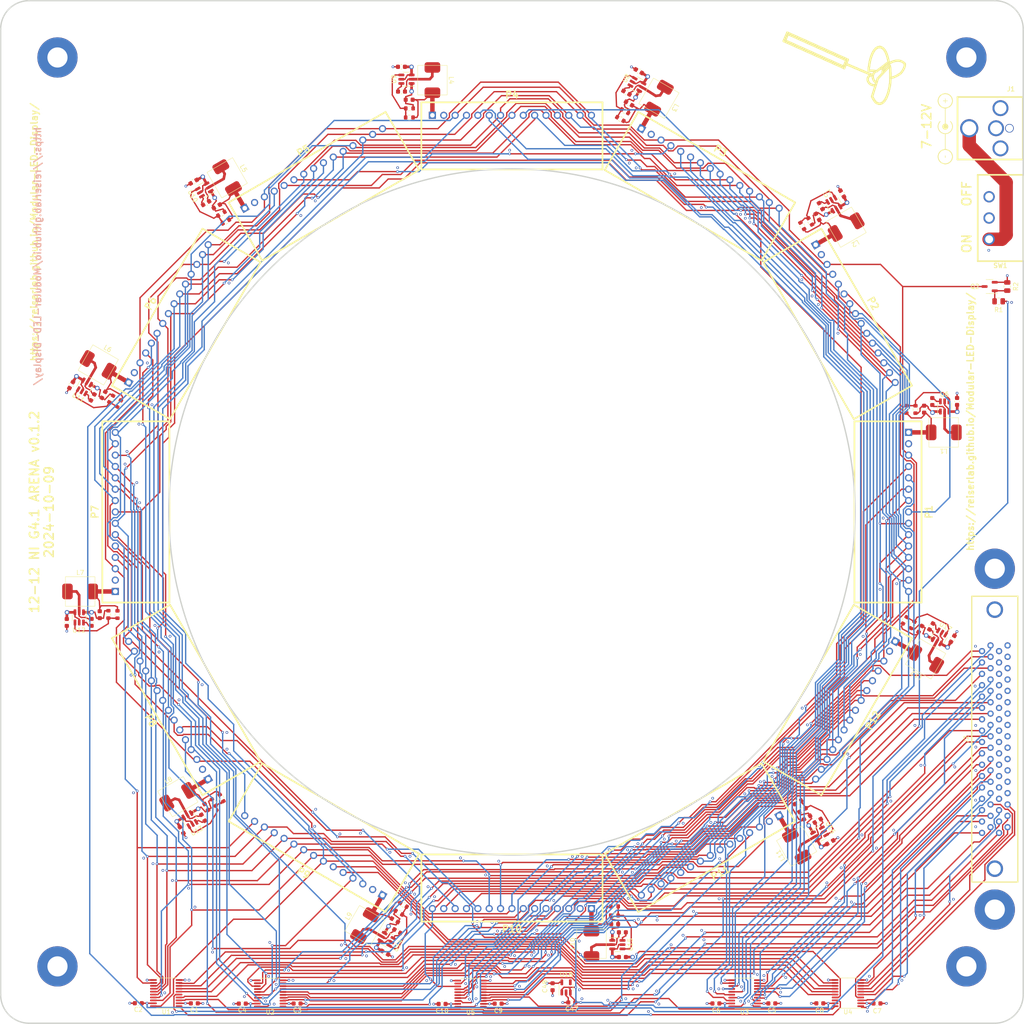
<source format=kicad_pcb>
(kicad_pcb (version 20241229) (generator "pcbnew") (generator_version "9.0")
  (title_block (title "12-12 NI G4.1 Arena Modular LED Display") (date "2024-10-08") (rev "v7.1.1") (company "IORodeo fro Reiserlab @ Janelia"))
  (layers (0 "F.Cu" signal) (4 "In1.Cu" power) (6 "In2.Cu" power) (8 "In3.Cu" power) (10 "In4.Cu" power) (2 "B.Cu" signal) (13 "F.Paste" user) (15 "B.Paste" user) (5 "F.SilkS" user "F.Silkscreen") (7 "B.SilkS" user "B.Silkscreen") (1 "F.Mask" user) (3 "B.Mask" user) (25 "Edge.Cuts" user))
  (net 0 "")
  (net 1 "+3.3V")
  (net 2 "/Level Shifters/POW.5V_HDR_10")
  (net 4 "/Power & Voltage Regulators/SW_VCC")
  (net 15 "/Level Shifters/PAN5V.CS_00")
  (net 16 "/Level Shifters/PAN5V.CS_01")
  (net 17 "/Level Shifters/PAN5V.CS_02")
  (net 18 "/Level Shifters/PAN5V.CS_03")
  (net 19 "/Level Shifters/PAN5V.CS_04")
  (net 20 "/Level Shifters/PAN5V.EXT_INT")
  (net 21 "GND")
  (net 25 "/Level Shifters/PAN5V.CS_05")
  (net 26 "/Level Shifters/PAN5V.CS_06")
  (net 38 "Net-(Q2-G)")
  (net 39 "/Level Shifters/PAN5V.RESET")
  (net 40 "/Level Shifters/PAN3V.RESET")
  (net 41 "/Level Shifters/PAN3V.CS_00")
  (net 42 "/Level Shifters/PAN3V.CS_01")
  (net 43 "/Level Shifters/PAN3V.CS_02")
  (net 44 "/Level Shifters/PAN3V.CS_03")
  (net 45 "/Level Shifters/PAN3V.CS_04")
  (net 46 "/Level Shifters/PAN3V.CS_05")
  (net 47 "/Level Shifters/PAN3V.CS_06")
  (net 48 "/Level Shifters/PAN3V.CS_07")
  (net 49 "/Level Shifters/PAN5V.CS_07")
  (net 50 "/Level Shifters/PAN3V.SCK_00")
  (net 51 "/Level Shifters/PAN3V.SCK_01")
  (net 52 "/Level Shifters/PAN3V.SCK_02")
  (net 53 "/Level Shifters/PAN3V.SCK_03")
  (net 54 "/Level Shifters/PAN3V.SCK_04")
  (net 55 "/Level Shifters/PAN3V.SCK_05")
  (net 56 "/Level Shifters/PAN3V.MOSI_00")
  (net 57 "/Level Shifters/PAN3V.MISO_00")
  (net 58 "/Level Shifters/PAN5V.MISO_00")
  (net 59 "/Level Shifters/PAN5V.MOSI_00")
  (net 60 "/Level Shifters/PAN5V.SCK_05")
  (net 61 "/Level Shifters/PAN5V.SCK_04")
  (net 62 "/Level Shifters/PAN5V.SCK_03")
  (net 63 "/Level Shifters/PAN5V.SCK_02")
  (net 64 "/Level Shifters/PAN3V.EXT_INT")
  (net 65 "/Level Shifters/PAN5V.SCK_01")
  (net 66 "/Level Shifters/PAN5V.SCK_00")
  (net 67 "/Level Shifters/PAN3V.MOSI_01")
  (net 68 "/Level Shifters/PAN3V.MISO_01")
  (net 69 "/Level Shifters/PAN3V.MOSI_02")
  (net 70 "/Level Shifters/PAN3V.MISO_02")
  (net 71 "/Level Shifters/PAN3V.MOSI_03")
  (net 72 "/Level Shifters/PAN3V.MISO_03")
  (net 73 "/Level Shifters/PAN3V.MOSI_04")
  (net 74 "/Level Shifters/PAN3V.MISO_04")
  (net 75 "/Level Shifters/PAN5V.MISO_04")
  (net 76 "/Level Shifters/PAN5V.MOSI_04")
  (net 77 "/Level Shifters/PAN5V.MISO_03")
  (net 78 "/Level Shifters/PAN5V.MOSI_03")
  (net 79 "/Level Shifters/PAN5V.MISO_02")
  (net 80 "/Level Shifters/PAN5V.MOSI_02")
  (net 81 "/Level Shifters/PAN5V.MISO_01")
  (net 82 "/Level Shifters/PAN5V.MOSI_01")
  (net 83 "/Level Shifters/PAN3V.MOSI_05")
  (net 84 "/Panel Headers/RESET")
  (net 85 "/Level Shifters/PAN3V.MISO_05")
  (net 86 "/Level Shifters/PAN3V.MOSI_06")
  (net 87 "/Level Shifters/PAN3V.MISO_06")
  (net 88 "/Level Shifters/PAN3V.MOSI_07")
  (net 89 "/Level Shifters/PAN3V.MISO_07")
  (net 90 "/Level Shifters/PAN3V.MOSI_08")
  (net 91 "/Level Shifters/PAN3V.MISO_08")
  (net 92 "/Level Shifters/PAN5V.MISO_08")
  (net 93 "/Level Shifters/PAN5V.MOSI_08")
  (net 94 "/Level Shifters/PAN5V.MISO_07")
  (net 95 "/Level Shifters/PAN5V.MOSI_07")
  (net 96 "/Level Shifters/PAN5V.MISO_06")
  (net 97 "/Level Shifters/PAN5V.MOSI_06")
  (net 98 "/Level Shifters/PAN5V.MISO_05")
  (net 99 "/Level Shifters/PAN5V.MOSI_05")
  (net 100 "/Level Shifters/PAN3V.MOSI_09")
  (net 101 "/Level Shifters/PAN3V.MISO_09")
  (net 102 "/Level Shifters/PAN3V.MOSI_10")
  (net 103 "/Level Shifters/PAN3V.MISO_10")
  (net 104 "/Level Shifters/PAN3V.MOSI_11")
  (net 105 "/Level Shifters/PAN3V.MISO_11")
  (net 106 "/Level Shifters/PAN5V.MISO_11")
  (net 107 "/Level Shifters/PAN5V.MOSI_11")
  (net 108 "/Level Shifters/PAN5V.MISO_10")
  (net 109 "/Level Shifters/PAN5V.MOSI_10")
  (net 110 "/Level Shifters/PAN5V.MISO_09")
  (net 111 "/Level Shifters/PAN5V.MOSI_09")
  (net 113 "VCC")
  (net 114 "/Level Shifters/POW.5V_HDR_1")
  (net 115 "/Level Shifters/POW.5V_HDR_2")
  (net 116 "/Level Shifters/POW.5V_HDR_3")
  (net 117 "/Level Shifters/POW.5V_HDR_4")
  (net 118 "/Level Shifters/POW.5V_HDR_5")
  (net 119 "/Level Shifters/POW.5V_HDR_6")
  (net 120 "/Level Shifters/POW.5V_HDR_7")
  (net 121 "/Level Shifters/POW.5V_HDR_8")
  (net 122 "/Level Shifters/POW.5V_HDR_9")
  (net 123 "/Level Shifters/POW.5V_HDR_11")
  (net 124 "/Level Shifters/POW.5V_HDR_12")
  (net 125 "Net-(U6-VBST)")
  (net 126 "Net-(U6-SW)")
  (net 127 "Net-(U7-VBST)")
  (net 128 "Net-(U7-SW)")
  (net 129 "Net-(U8-VBST)")
  (net 130 "Net-(U8-SW)")
  (net 131 "Net-(U9-VBST)")
  (net 132 "Net-(U9-SW)")
  (net 133 "Net-(U10-VBST)")
  (net 134 "Net-(U10-SW)")
  (net 135 "Net-(U11-VBST)")
  (net 136 "Net-(U11-SW)")
  (net 137 "Net-(U12-VBST)")
  (net 138 "Net-(U12-SW)")
  (net 139 "Net-(U13-VBST)")
  (net 140 "Net-(U13-SW)")
  (net 141 "Net-(U14-VBST)")
  (net 142 "Net-(U14-SW)")
  (net 143 "Net-(U15-VBST)")
  (net 144 "Net-(U15-SW)")
  (net 145 "Net-(U16-VBST)")
  (net 146 "Net-(U16-SW)")
  (net 147 "Net-(U17-VBST)")
  (net 148 "Net-(U17-SW)")
  (net 149 "Net-(U6-VFB)")
  (net 150 "Net-(U7-VFB)")
  (net 151 "Net-(U8-VFB)")
  (net 152 "Net-(U9-VFB)")
  (net 153 "Net-(U10-VFB)")
  (net 154 "Net-(U11-VFB)")
  (net 155 "Net-(U12-VFB)")
  (net 156 "Net-(U13-VFB)")
  (net 157 "Net-(U14-VFB)")
  (net 158 "Net-(U15-VFB)")
  (net 159 "Net-(U16-VFB)")
  (net 160 "Net-(U17-VFB)")
  (footprint "Resistor_SMD:R_0603_1608Metric" (layer "F.Cu") (at 154.8892 87.5792)
    (property "Reference" "R10" (hide yes))
    (property "Value" "10k" (hide yes))
  )
  (footprint "Capacitor_SMD:C_0603_1608Metric" (layer "F.Cu") (at 152.1911 271.5335 150)
    (property "Reference" "C36" (hide yes))
    (property "Value" "100nF" (hide yes))
  )
  (footprint "Capacitor_SMD:C_0603_1608Metric" (layer "F.Cu") (at 129.7634 287.7112)
    (property "Reference" "C3")
    (property "Value" "0.1uF" (hide yes))
  )
  (footprint "Package_TO_SOT_SMD:SOT-23-6" (layer "F.Cu") (at 82.2337 149.8488 -120)
    (property "Reference" "U11")
    (property "Value" "TPS564201DDC" (hide yes))
  )
  (footprint "Package_TO_SOT_SMD:SOT-23-6" (layer "F.Cu") (at 149.8488 273.3663 -30)
    (property "Reference" "U14")
    (property "Value" "TPS564201DDC" (hide yes))
  )
  (footprint "MountingHole:MountingHole_4.5mm_Pad" (layer "F.Cu") (at 76.2 76.2)
    (property "Reference" "H1" (hide yes))
    (property "Value" "MountingHole_Pad" (hide yes))
  )
  (footprint "arena_custom:HEADER_TOP" (layer "F.Cu") (at 177.8 266.474 180)
    (property "Reference" "P10")
    (property "Value" "CONN15" (hide yes))
  )
  (footprint "Capacitor_SMD:C_0603_1608Metric" (layer "F.Cu") (at 223.4022 287.6904 180)
    (property "Reference" "C6")
    (property "Value" "0.1uF" (hide yes))
  )
  (footprint "Package_TO_SOT_SMD:SOT-23-6" (layer "F.Cu") (at 81.0616 201.3767 -90)
    (property "Reference" "U12")
    (property "Value" "TPS564201DDC" (hide yes))
  )
  (footprint "arena_custom:HEADER_TOP" (layer "F.Cu") (at 254.594 222.137 -120)
    (property "Reference" "P12")
    (property "Value" "CONN15" (hide yes))
  )
  (footprint "Capacitor_SMD:C_0603_1608Metric" (layer "F.Cu") (at 109.4289 108.7553 30)
    (property "Reference" "C24" (hide yes))
    (property "Value" "100nF" (hide yes))
  )
  (footprint "arena_custom:HEADER_TOP" (layer "F.Cu") (at 89.126 177.8 90)
    (property "Reference" "P7")
    (property "Value" "CONN15" (hide yes))
  )
  (footprint "Package_TO_SOT_SMD:SOT-23-6" (layer "F.Cu") (at 105.8104 246.5872 -60)
    (property "Reference" "U13")
    (property "Value" "TPS564201DDC" (hide yes))
  )
  (footprint "Capacitor_SMD:C_0603_1608Metric" (layer "F.Cu") (at 271.5335 203.4089 -120)
    (property "Reference" "C45" (hide yes))
    (property "Value" "100nF" (hide yes))
  )
  (footprint "Capacitor_SMD:C_0603_1608Metric" (layer "F.Cu") (at 200.774 269.9512 180)
    (property "Reference" "C40" (hide yes))
    (property "Value" "22uF" (hide yes))
  )
  (footprint "arena_custom:slide_switch" (layer "F.Cu") (at 287.02 112.0902 90)
    (property "Reference" "SW1")
    (property "Value" "SW_SPDT" (hide yes))
  )
  (footprint "Package_SO:TSSOP-20_4.4x6.5mm_P0.65mm" (layer "F.Cu") (at 229.8072 285.4104 180)
    (property "Reference" "U3")
    (property "Value" "TXB0108PW" (hide yes))
  )
  (footprint "arena_custom:CYA0650_3P3UH" (layer "F.Cu") (at 114.1421 103.1012 -60)
    (property "Reference" "L5")
    (property "Value" "3.3uH" (hide yes))
  )
  (footprint "Capacitor_SMD:C_0603_1608Metric" (layer "F.Cu") (at 246.6355 287.663 180)
    (property "Reference" "C8")
    (property "Value" "0.1uF" (hide yes))
  )
  (footprint "Package_SO:TSSOP-20_4.4x6.5mm_P0.65mm" (layer "F.Cu") (at 123.7534 285.4412 180)
    (property "Reference" "U2")
    (property "Value" "TXB0108PW" (hide yes))
  )
  (footprint "Resistor_SMD:R_0603_1608Metric" (layer "F.Cu") (at 200.7362 265.9888)
    (property "Reference" "R21" (hide yes))
    (property "Value" "56.2k" (hide yes))
  )
  (footprint "Capacitor_SMD:C_0603_1608Metric" (layer "F.Cu") (at 269.0923 203.9795 -120)
    (property "Reference" "C46" (hide yes))
    (property "Value" "22uF" (hide yes))
  )
  (footprint "Resistor_SMD:R_0603_1608Metric" (layer "F.Cu") (at 242.7517 244.4781 -150)
    (property "Reference" "R24" (hide yes))
    (property "Value" "10k" (hide yes))
  )
  (footprint "arena_custom:CYA0650_3P3UH" (layer "F.Cu") (at 81.28 195.58)
    (property "Reference" "L7")
    (property "Value" "3.3uH" (hide yes))
  )
  (footprint "Capacitor_SMD:C_0603_1608Metric" (layer "F.Cu") (at 111.8283 109.4817 30)
    (property "Reference" "C25" (hide yes))
    (property "Value" "22uF" (hide yes))
  )
  (footprint "Capacitor_SMD:C_0603_1608Metric" (layer "F.Cu") (at 271.78 153.1112 -90)
    (property "Reference" "C12" (hide yes))
    (property "Value" "100nF" (hide yes))
  )
  (footprint "arena_custom:HEADER_TOP" (layer "F.Cu") (at 133.463 254.594 150)
    (property "Reference" "P9")
    (property "Value" "CONN15" (hide yes))
  )
  (footprint "arena_custom:HEADER_TOP" (layer "F.Cu") (at 222.137 254.594 -150)
    (property "Reference" "P11")
    (property "Value" "CONN15" (hide yes))
  )
  (footprint "Resistor_SMD:R_0603_1608Metric" (layer "F.Cu") (at 153.5689 265.6418 -30)
    (property "Reference" "R19" (hide yes))
    (property "Value" "56.2k" (hide yes))
  )
  (footprint "arena_custom:CYA0650_3P3UH" (layer "F.Cu") (at 195.58 274.32 90)
    (property "Reference" "L10")
    (property "Value" "3.3uH" (hide yes))
  )
  (footprint "Capacitor_SMD:C_0603_1608Metric" (layer "F.Cu") (at 174.7142 287.7312)
    (property "Reference" "C9")
    (property "Value" "0.1uF" (hide yes))
  )
  (footprint "Capacitor_SMD:C_0603_1608Metric" (layer "F.Cu") (at 94.2705 287.633 180)
    (property "Reference" "C2")
    (property "Value" "0.1uF" (hide yes))
  )
  (footprint "Capacitor_SMD:C_0603_1608Metric" (layer "F.Cu") (at 235.9022 287.6804)
    (property "Reference" "C5")
    (property "Value" "0.1uF" (hide yes))
  )
  (footprint "Capacitor_SMD:C_0603_1608Metric" (layer "F.Cu") (at 202.5012 277.3172)
    (property "Reference" "C38" (hide yes))
    (property "Value" "10uF" (hide yes))
  )
  (footprint "Package_TO_SOT_SMD:SOT-23-6" (layer "F.Cu") (at 154.2233 81.0616 180)
    (property "Reference" "U9")
    (property "Value" "TPS564201DDC" (hide yes))
  )
  (footprint "Package_TO_SOT_SMD:SOT-23-6" (layer "F.Cu") (at 274.5384 154.2233 90)
    (property "Reference" "U6")
    (property "Value" "TPS564201DDC" (hide yes))
  )
  (footprint "Capacitor_SMD:C_0603_1608Metric" (layer "F.Cu") (at 243.7717 246.1183 -150)
    (property "Reference" "C43" (hide yes))
    (property "Value" "22uF" (hide yes))
  )
  (footprint "Capacitor_SMD:C_0603_1608Metric" (layer "F.Cu") (at 162.1892 287.8012 180)
    (property "Reference" "C10")
    (property "Value" "0.1uF" (hide yes))
  )
  (footprint "Resistor_SMD:R_0603_1608Metric" (layer "F.Cu") (at 242.7056 113.8423 120)
    (property "Reference" "R5" (hide yes))
    (property "Value" "56.2k" (hide yes))
  )
  (footprint "Capacitor_SMD:C_0603_1608Metric" (layer "F.Cu") (at 154.826 85.6488)
    (property "Reference" "C22" (hide yes))
    (property "Value" "22uF" (hide yes))
  )
  (footprint "arena_custom:CYA0650_3P3UH" (layer "F.Cu") (at 103.1012 241.4579 30)
    (property "Reference" "L8")
    (property "Value" "3.3uH" (hide yes))
  )
  (footprint "Resistor_SMD:R_0603_1608Metric" (layer "F.Cu") (at 268.0208 154.8892 -90)
    (property "Reference" "R4" (hide yes))
    (property "Value" "10k" (hide yes))
  )
  (footprint "arena_custom:CYA0650_3P3UH" (layer "F.Cu") (at 210.6621 85.3212 -120)
    (property "Reference" "L3")
    (property "Value" "3.3uH" (hide yes))
  )
  (footprint "Capacitor_SMD:C_0603_1608Metric" (layer "F.Cu") (at 151.6205 269.0923 150)
    (property "Reference" "C37" (hide yes))
    (property "Value" "22uF" (hide yes))
  )
  (footprint "Resistor_SMD:R_0603_1608Metric" (layer "F.Cu") (at 244.4781 112.8483 -60)
    (property "Reference" "R6" (hide yes))
    (property "Value" "10k" (hide yes))
  )
  (footprint "Capacitor_SMD:C_0603_1608Metric" (layer "F.Cu") (at 248.9505 251.6338 30)
    (property "Reference" "C41" (hide yes))
    (property "Value" "10uF" (hide yes))
  )
  (footprint "arena_custom:CYA0650_3P3UH" (layer "F.Cu") (at 274.32 160.02 180)
    (property "Reference" "L1")
    (property "Value" "3.3uH" (hide yes))
  )
  (footprint "Resistor_SMD:R_0603_1608Metric" (layer "F.Cu") (at 152.5309 267.3889 150)
    (property "Reference" "R20" (hide yes))
    (property "Value" "10k" (hide yes))
  )
  (footprint "MountingHole:MountingHole_4.5mm_Pad" (layer "F.Cu") (at 279.4 279.4)
    (property "Reference" "H3" (hide yes))
    (property "Value" "MountingHole_Pad" (hide yes))
  )
  (footprint "Package_SO:TSSOP-20_4.4x6.5mm_P0.65mm" (layer "F.Cu") (at 100.5155 285.373 180)
    (property "Reference" "U1")
    (property "Value" "TXB0108PW" (hide yes))
  )
  (footprint "Capacitor_SMD:C_0603_1608Metric" (layer "F.Cu") (at 153.1112 83.82)
    (property "Reference" "C21" (hide yes))
    (property "Value" "100nF" (hide yes))
  )
  (footprint "Capacitor_SMD:C_0603_1608Metric" (layer "F.Cu") (at 83.82 202.4888 90)
    (property "Reference" "C30" (hide yes))
    (property "Value" "100nF" (hide yes))
  )
  (footprint "Capacitor_SMD:C_0603_1608Metric" (layer "F.Cu") (at 186.8834 283.9422 -90)
    (property "Reference" "C48")
    (property "Value" "10uF" (hide yes))
  )
  (footprint "Package_TO_SOT_SMD:SOT-23-3" (layer "F.Cu") (at 284.6015 127.4064 180)
    (property "Reference" "Q2")
    (property "Value" "MOSFET_NCHAN" (hide yes))
  )
  (footprint "Capacitor_SMD:C_0603_1608Metric" (layer "F.Cu") (at 78.2828 202.5012 -90)
    (property "Reference" "C29" (hide yes))
    (property "Value" "10uF" (hide yes))
  )
  (footprint "Capacitor_SMD:C_0603_1608Metric" (layer "F.Cu") (at 206.1667 79.265 150)
    (property "Reference" "C17" (hide yes))
    (property "Value" "10uF" (hide yes))
  )
  (footprint "MountingHole:MountingHole_4.5mm_Pad" (layer "F.Cu") (at 76.2 279.4)
    (property "Reference" "H4" (hide yes))
    (property "Value" "MountingHole_Pad" (hide yes))
  )
  (footprint "Capacitor_SMD:C_0603_1608Metric" (layer "F.Cu") (at 149.4333 276.335 -30)
    (property "Reference" "C35" (hide yes))
    (property "Value" "10uF" (hide yes))
  )
  (footprint "Capacitor_SMD:C_0603_1608Metric" (layer "F.Cu") (at 103.9662 248.9505 -60)
    (property "Reference" "C32" (hide yes))
    (property "Value" "10uF" (hide yes))
  )
  (footprint "arena_custom:DCJACK_2PIN_HIGHCURRENT" (layer "F.Cu") (at 292.0238 92.0242 -90)
    (property "Reference" "J1")
    (property "Value" "Barrel_Jack" (hide yes))
  )
  (footprint "Capacitor_SMD:C_0603_1608Metric" (layer "F.Cu") (at 106.6495 103.9662 -150)
    (property "Reference" "C23" (hide yes))
    (property "Value" "10uF" (hide yes))
  )
  (footprint "Capacitor_SMD:C_0603_1608Metric" (layer "F.Cu") (at 251.6338 106.6495 120)
    (property "Reference" "C14" (hide yes))
    (property "Value" "10uF" (hide yes))
  )
  (footprint "Capacitor_SMD:C_0603_1608Metric" (layer "F.Cu") (at 246.8447 109.4289 -60)
    (property "Reference" "C15" (hide yes))
    (property "Value" "100nF" (hide yes))
  )
  (footprint "Resistor_SMD:R_0603_1608Metric" (layer "F.Cu") (at 89.6112 200.7362 -90)
    (property "Reference" "R15" (hide yes))
    (property "Value" "56.2k" (hide yes))
  )
  (footprint "arena_custom:HEADER_TOP" (layer "F.Cu") (at 133.463 101.006 30)
    (property "Reference" "P5")
    (property "Value" "CONN15" (hide yes))
  )
  (footprint "Capacitor_SMD:C_0603_1608Metric" (layer "F.Cu") (at 79.265 149.4333 -120)
    (property "Reference" "C26" (hide yes))
    (property "Value" "10uF" (hide yes))
  )
  (footprint "Package_SO:TSSOP-20_4.4x6.5mm_P0.65mm" (layer "F.Cu") (at 252.9155 285.373 180)
    (property "Reference" "U4")
    (property "Value" "TXB0108PW" (hide yes))
  )
  (footprint "arena_custom:CYA0650_3P3UH" (layer "F.Cu") (at 241.4579 252.4988 120)
    (property "Reference" "L11")
    (property "Value" "3.3uH" (hide yes))
  )
  (footprint "Capacitor_SMD:C_0603_1608Metric" (layer "F.Cu") (at 277.3172 153.0988 90)
    (property "Reference" "C11" (hide yes))
    (property "Value" "10uF" (hide yes))
  )
  (footprint "arena_custom:HEADER_TOP" (layer "F.Cu") (at 177.8 89.126)
    (property "Reference" "P4")
    (property "Value" "CONN15" (hide yes))
  )
  (footprint "Capacitor_SMD:C_0603_1608Metric" (layer "F.Cu") (at 85.6488 200.774 90)
    (property "Reference" "C31" (hide yes))
    (property "Value" "22uF" (hide yes))
  )
  (footprint "Resistor_SMD:R_0805_2012Metric" (layer "F.Cu") (at 286.6155 130.7084)
    (property "Reference" "R1")
    (property "Value" "200" (hide yes))
  )
  (footprint "Resistor_SMD:R_0603_1608Metric" (layer "F.Cu") (at 112.8483 111.1219 30)
    (property "Reference" "R12" (hide yes))
    (property "Value" "10k" (hide yes))
  )
  (footprint "Capacitor_SMD:C_0603_1608Metric" (layer "F.Cu") (at 153.0988 78.2828 180)
    (property "Reference" "C20" (hide yes))
    (property "Value" "10uF" (hide yes))
  )
  (footprint "Capacitor_SMD:C_0603_1608Metric" (layer "F.Cu") (at 269.9512 154.826 -90)
    (property "Reference" "C13" (hide yes))
    (property "Value" "22uF" (hide yes))
  )
  (footprint "Capacitor_SMD:C_0603_1608Metric" (layer "F.Cu") (at 246.1711 246.8447 -150)
    (property "Reference" "C42" (hide yes))
    (property "Value" "100nF" (hide yes))
  )
  (footprint "Package_TO_SOT_SMD:SOT-23-5" (layer "F.Cu") (at 189.9034 284.0847 90)
    (property "Reference" "U18")
    (property "Value" "AP2112K-3.3" (hide yes))
  )
  (footprint "Package_TO_SOT_SMD:SOT-23-6" (layer "F.Cu") (at 205.7512 82.2337 150)
    (property "Reference" "U8")
    (property "Value" "TPS564201DDC" (hide yes))
  )
  (footprint "Resistor_SMD:R_0603_1608Metric" (layer "F.Cu") (at 265.9888 154.8638 90)
    (property "Reference" "R3" (hide yes))
    (property "Value" "56.2k" (hide yes))
  )
  (footprint "arena_custom:CYA0650_3P3UH" (layer "F.Cu") (at 270.2788 210.6621 150)
    (property "Reference" "L12")
    (property "Value" "3.3uH" (hide yes))
  )
  (footprint "Capacitor_SMD:C_0603_1608Metric" (layer "F.Cu") (at 202.4888 271.78 180)
    (property "Reference" "C39" (hide yes))
    (property "Value" "100nF" (hide yes))
  )
  (footprint "MountingHole:MountingHole_4.5mm_Pad" (layer "F.Cu") (at 285.75 190.5)
    (property "Reference" "H5" (hide yes))
    (property "Value" "MountingHole_Pad" (hide yes))
  )
  (footprint "arena_custom:HEADER_TOP" (layer "F.Cu") (at 266.474 177.8 -90)
    (property "Reference" "P1")
    (property "Value" "CONN15" (hide yes))
  )
  (footprint "Capacitor_SMD:C_0603_1608Metric" (layer "F.Cu") (at 276.335 206.1667 60)
    (property "Reference" "C44" (hide yes))
    (property "Value" "10uF" (hide yes))
  )
  (footprint "Resistor_SMD:R_0603_1608Metric" (layer "F.Cu") (at 241.7577 242.7056 30)
    (property "Reference" "R23" (hide yes))
    (property "Value" "56.2k" (hide yes))
  )
  (footprint "arena_custom:HEADER_TOP" (layer "F.Cu") (at 101.006 133.463 60)
    (property "Reference" "P6")
    (property "Value" "CONN15" (hide yes))
  )
  (footprint "Package_TO_SOT_SMD:SOT-23-6" (layer "F.Cu") (at 109.0128 105.8104 -150)
    (property "Reference" "U10")
    (property "Value" "TPS564201DDC" (hide yes))
  )
  (footprint "Resistor_SMD:R_0603_1608Metric" (layer "F.Cu") (at 87.5792 200.7108 90)
    (property "Reference" "R16" (hide yes))
    (property "Value" "10k" (hide yes))
  )
  (footprint "arena_custom:HEADER_TOP" (layer "F.Cu") (at 101.006 222.137 120)
    (property "Reference" "P8")
    (property "Value" "CONN15" (hide yes))
  )
  (footprint "Capacitor_SMD:C_0603_1608Metric" (layer "F.Cu") (at 84.0665 152.1911 60)
    (property "Reference" "C27" (hide yes))
    (property "Value" "100nF" (hide yes))
  )
  (footprint "Resistor_SMD:R_0603_1608Metric" (layer "F.Cu") (at 267.3889 203.0691 -120)
    (property "Reference" "R26" (hide yes))
    (property "Value" "10k" (hide yes))
  )
  (footprint "Capacitor_SMD:C_0603_1608Metric" (layer "F.Cu") (at 109.4817 243.7717 120)
    (property "Reference" "C34" (hide yes))
    (property "Value" "22uF" (hide yes))
  )
  (footprint "MountingHole:MountingHole_4.5mm_Pad" (layer "F.Cu") (at 279.4 76.2)
    (property "Reference" "H2" (hide yes))
    (property "Value" "MountingHole_Pad" (hide yes))
  )
  (footprint "Capacitor_SMD:C_0603_1608Metric" (layer "F.Cu") (at 117.5134 287.7312 180)
    (property "Reference" "C4")
    (property "Value" "0.1uF" (hide yes))
  )
  (footprint "Capacitor_SMD:C_0603_1608Metric" (layer "F.Cu") (at 203.4089 84.0665 -30)
    (property "Reference" "C18" (hide yes))
    (property "Value" "100nF" (hide yes))
  )
  (footprint "Capacitor_SMD:C_0603_1608Metric" (layer "F.Cu") (at 259.4102 287.6804)
    (property "Reference" "C7")
    (property "Value" "0.1uF" (hide yes))
  )
  (footprint "Resistor_SMD:R_0603_1608Metric" (layer "F.Cu") (at 203.0691 88.2111 -30)
    (property "Reference" "R8" (hide yes))
    (property "Value" "10k" (hide yes))
  )
  (footprint "Capacitor_SMD:C_0603_1608Metric" (layer "F.Cu") (at 108.7553 246.1711 120)
    (property "Reference" "C33" (hide yes))
    (property "Value" "100nF" (hide yes))
  )
  (footprint "Resistor_SMD:R_0603_1608Metric" (layer "F.Cu") (at 200.7108 268.0208 180)
    (property "Reference" "R22" (hide yes))
    (property "Value" "10k" (hide yes))
  )
  (footprint "arena_custom:CYA0650_3P3UH" (layer "F.Cu") (at 160.02 81.28 -90)
    (property "Reference" "L4")
    (property "Value" "3.3uH" (hide yes))
  )
  (footprint "Package_TO_SOT_SMD:SOT-23-6" (layer "F.Cu") (at 201.3767 274.5384)
    (property "Reference" "U15")
    (property "Value" "TPS564201DDC" (hide yes))
  )
  (footprint "Resistor_SMD:R_0603_1608Metric" (layer "F.Cu") (at 111.1219 242.7517 120)
    (property "Reference" "R18" (hide yes))
    (property "Value" "10k" (hide yes))
  )
  (footprint "Capacitor_SMD:C_0603_1608Metric" (layer "F.Cu") (at 203.9795 86.5077 -30)
    (property "Reference" "C19" (hide yes))
    (property "Value" "22uF" (hide yes))
  )
  (footprint "Resistor_SMD:R_0603_1608Metric" (layer "F.Cu") (at 113.8423 112.8944 -150)
    (property "Reference" "R11" (hide yes))
    (property "Value" "56.2k" (hide yes))
  )
  (footprint "Capacitor_SMD:C_0603_1608Metric" (layer "F.Cu") (at 106.7905 287.663)
    (property "Reference" "C1")
    (property "Value" "0.1uF" (hide yes))
  )
  (footprint "arena_custom:CYA0650_3P3UH" (layer "F.Cu") (at 144.9379 270.2788 60)
    (property "Reference" "L9")
    (property "Value" "3.3uH" (hide yes))
  )
  (footprint "MountingHole:MountingHole_4.5mm_Pad" (layer "F.Cu") (at 285.75 266.7)
    (property "Reference" "H6" (hide yes))
    (property "Value" "MountingHole_Pad" (hide yes))
  )
  (footprint "Package_TO_SOT_SMD:SOT-23-6" (layer "F.Cu") (at 249.7896 109.0128 120)
    (property "Reference" "U7")
    (property "Value" "TPS564201DDC" (hide yes))
  )
  (footprint "Resistor_SMD:R_0603_1608Metric" (layer "F.Cu") (at 154.8638 89.6112 180)
    (property "Reference" "R9" (hide yes))
    (property "Value" "56.2k" (hide yes))
  )
  (footprint "arena_custom:HEADER_TOP" (layer "F.Cu") (at 254.594 133.463 -60)
    (property "Reference" "P2")
    (property "Value" "CONN15" (hide yes))
  )
  (footprint "arena_custom:CYA0650_3P3UH" (layer "F.Cu") (at 85.3212 144.9379 -30)
    (property "Reference" "L6")
    (property "Value" "3.3uH" (hide yes))
  )
  (footprint "Resistor_SMD:R_0603_1608Metric" (layer "F.Cu") (at 88.2111 152.5309 60)
    (property "Reference" "R14" (hide yes))
    (property "Value" "10k" (hide yes))
  )
  (footprint "Capacitor_SMD:C_0603_1608Metric" (layer "F.Cu") (at 191.1734 287.4772 180)
    (property "Reference" "C47")
    (property "Value" "10uF" (hide yes))
  )
  (footprint "Resistor_SMD:R_0603_1608Metric" (layer "F.Cu") (at 89.9582 153.5689 -120)
    (property "Reference" "R13" (hide yes))
    (property "Value" "56.2k" (hide yes))
  )
  (footprint "arena_custom:TE_CONN_DSUB_VERT_68" (layer "F.Cu") (at 285.75 228.6 -90)
    (property "Reference" "J2")
    (property "Value" "NI_TE_68pos" (hide yes))
  )
  (footprint "Capacitor_SMD:C_0603_1608Metric" (layer "F.Cu") (at 86.5077 151.6205 60)
    (property "Reference" "C28" (hide yes))
    (property "Value" "22uF" (hide yes))
  )
  (footprint "Resistor_SMD:R_0603_1608Metric" (layer "F.Cu") (at 202.0311 89.9582 150)
    (property "Reference" "R7" (hide yes))
    (property "Value" "56.2k" (hide yes))
  )
  (footprint "arena_custom:HEADER_TOP" (layer "F.Cu") (at 222.137 101.006 -30)
    (property "Reference" "P3")
    (property "Value" "CONN15" (hide yes))
  )
  (footprint "Package_TO_SOT_SMD:SOT-23-6" (layer "F.Cu") (at 246.5872 249.7896 30)
    (property "Reference" "U16")
    (property "Value" "TPS564201DDC" (hide yes))
  )
  (footprint "Package_SO:TSSOP-20_4.4x6.5mm_P0.65mm" (layer "F.Cu") (at 168.5592 285.5012 180)
    (property "Reference" "U5")
    (property "Value" "TXB0108PW" (hide yes))
  )
  (footprint "Capacitor_SMD:C_0603_1608Metric" (layer "F.Cu") (at 246.1183 111.8283 -60)
    (property "Reference" "C16" (hide yes))
    (property "Value" "22uF" (hide yes))
  )
  (footprint "Resistor_SMD:R_0805_2012Metric" (layer "F.Cu") (at 288.544 127.4064 -90)
    (property "Reference" "R2")
    (property "Value" "20k" (hide yes))
  )
  (footprint "arena_custom:CYA0650_3P3UH" (layer "F.Cu") (at 252.4988 114.1421 -150)
    (property "Reference" "L2")
    (property "Value" "3.3uH" (hide yes))
  )
  (footprint "Package_TO_SOT_SMD:SOT-23-6" (layer "F.Cu") (at 273.3663 205.7512 60)
    (property "Reference" "U17")
    (property "Value" "TPS564201DDC" (hide yes))
  )
  (footprint "Resistor_SMD:R_0603_1608Metric" (layer "F.Cu") (at 265.6418 202.0311 60)
    (property "Reference" "R25" (hide yes))
    (property "Value" "56.2k" (hide yes))
  )
  (footprint "Resistor_SMD:R_0603_1608Metric" (layer "F.Cu") (at 112.8944 241.7577 -60)
    (property "Reference" "R17" (hide yes))
    (property "Value" "56.2k" (hide yes))
  )
  (gr_line (start 261.869046 84.235629) (end 261.941978 83.996274) (stroke (width 0.514144)) (layer "F.SilkS"))
  (gr_line (start 258.99813 86.023131) (end 259.098897 86.128731) (stroke (width 0.514144)) (layer "F.SilkS"))
  (gr_line (start 259.068645 82.308853) (end 258.717929 82.409537) (stroke (width 0.514144)) (layer "F.SilkS"))
  (gr_line (start 273.382477 92.585887) (end 273.336417 92.519801) (stroke (width 0.15487)) (layer "F.SilkS"))
  (gr_line (start 275.003458 84.324863) (end 275.080765 84.342706) (stroke (width 0.179621)) (layer "F.SilkS"))
  (gr_line (start 273.725344 84.609849) (end 273.787993 84.565299) (stroke (width 0.179621)) (layer "F.SilkS"))
  (gr_line (start 262.352669 81.788771) (end 262.380098 81.482222) (stroke (width 0.514144)) (layer "F.SilkS"))
  (gr_line (start 257.687722 79.102057) (end 257.547538 79.107867) (stroke (width 0.514144)) (layer "F.SilkS"))
  (gr_line (start 257.723346 80.298042) (end 258.0072 80.217521) (stroke (width 0.514144)) (layer "F.SilkS"))
  (gr_line (start 258.318284 84.933399) (end 258.534906 85.362848) (stroke (width 0.514144)) (layer "F.SilkS"))
  (gr_line (start 261.038343 85.916534) (end 261.144288 85.776614) (stroke (width 0.514144)) (layer "F.SilkS"))
  (gr_line (start 275.230838 99.879067) (end 275.156592 99.904189) (stroke (width 0.179621)) (layer "F.SilkS"))
  (gr_line (start 276.047991 97.549536) (end 276.086466 97.616452) (stroke (width 0.179621)) (layer "F.SilkS"))
  (gr_line (start 259.522398 86.435015) (end 259.632794 86.481079) (stroke (width 0.514144)) (layer "F.SilkS"))
  (gr_line (start 258.777057 85.766629) (end 258.999103 86.077093) (stroke (width 0.514144)) (layer "F.SilkS"))
  (gr_line (start 274.438075 87.469819) (end 274.359386 87.455767) (stroke (width 0.179621)) (layer "F.SilkS"))
  (gr_line (start 276.068771 92.451998) (end 276.026396 92.519801) (stroke (width 0.15487)) (layer "F.SilkS"))
  (gr_line (start 259.269515 86.342375) (end 259.551597 86.474135) (stroke (width 0.514144)) (layer "F.SilkS"))
  (gr_line (start 273.607013 99.560919) (end 273.551517 99.50801) (stroke (width 0.179621)) (layer "F.SilkS"))
  (gr_line (start 273.852841 99.744693) (end 273.788008 99.70313) (stroke (width 0.179621)) (layer "F.SilkS"))
  (gr_line (start 276.275119 91.864932) (end 276.262222 91.94132) (stroke (width 0.15487)) (layer "F.SilkS"))
  (gr_line (start 261.195859 79.169296) (end 259.579265 80.914514) (stroke (width 0.514144)) (layer "F.SilkS"))
  (gr_line (start 273.66498 97.145084) (end 273.725344 97.097647) (stroke (width 0.179621)) (layer "F.SilkS"))
  (gr_line (start 258.222097 75.712175) (end 258.508193 75.08281) (stroke (width 0.514144)) (layer "F.SilkS"))
  (gr_line (start 257.639291 81.892298) (end 257.44424 81.58542) (stroke (width 0.514144)) (layer "F.SilkS"))
  (gr_line (start 259.105015 74.263825) (end 259.311569 74.094352) (stroke (width 0.514144)) (layer "F.SilkS"))
  (gr_line (start 274.599194 87.486151) (end 274.518045 87.479981) (stroke (width 0.179621)) (layer "F.SilkS"))
  (gr_line (start 264.846868 77.03694) (end 265.19515 77.227932) (stroke (width 0.514144)) (layer "F.SilkS"))
  (gr_line (start 273.356395 99.271523) (end 273.314831 99.20669) (stroke (width 0.179621)) (layer "F.SilkS"))
  (gr_line (start 273.101902 85.646968) (end 273.115954 85.56828) (stroke (width 0.179621)) (layer "F.SilkS"))
  (gr_line (start 257.836877 82.08495) (end 257.639291 81.892298) (stroke (width 0.514144)) (layer "F.SilkS"))
  (gr_line (start 258.363097 84.991946) (end 258.44546 85.168472) (stroke (width 0.514144)) (layer "F.SilkS"))
  (gr_line (start 275.755818 87.073121) (end 275.697839 87.123344) (stroke (width 0.179621)) (layer "F.SilkS"))
  (gr_line (start 257.44424 81.58542) (end 257.354114 81.357061) (stroke (width 0.514144)) (layer "F.SilkS"))
  (gr_line (start 276.086466 85.128654) (end 276.121754 85.197553) (stroke (width 0.179621)) (layer "F.SilkS"))
  (gr_line (start 274.681423 87.488231) (end 274.599194 87.486151) (stroke (width 0.179621)) (layer "F.SilkS"))
  (gr_line (start 274.924769 84.310811) (end 275.003458 84.324863) (stroke (width 0.179621)) (layer "F.SilkS"))
  (gr_line (start 260.733432 86.263588) (end 261.151004 85.835117) (stroke (width 0.514144)) (layer "F.SilkS"))
  (gr_line (start 273.314823 85.061738) (end 273.356386 84.996906) (stroke (width 0.179621)) (layer "F.SilkS"))
  (gr_line (start 276.271073 98.214736) (end 276.277243 98.295885) (stroke (width 0.179621)) (layer "F.SilkS"))
  (gr_line (start 275.374182 96.937769) (end 275.44308 96.973057) (stroke (width 0.179621)) (layer "F.SilkS"))
  (gr_line (start 273.602839 92.829524) (end 273.542765 92.772411) (stroke (width 0.15487)) (layer "F.SilkS"))
  (gr_line (start 260.706413 79.477825) (end 260.712024 79.395359) (stroke (width 0.514144)) (layer "F.SilkS"))
  (gr_line (start 276.121754 86.583077) (end 276.086466 86.651976) (stroke (width 0.179621)) (layer "F.SilkS"))
  (gr_line (start 260.946139 74.368048) (end 261.01622 74.452941) (stroke (width 0.514144)) (layer "F.SilkS"))
  (gr_line (start 276.246859 85.56828) (end 276.260911 85.646968) (stroke (width 0.179621)) (layer "F.SilkS"))
  (gr_line (start 259.191337 74.160326) (end 259.635724 73.899427) (stroke (width 0.514144)) (layer "F.SilkS"))
  (gr_line (start 275.86422 97.303711) (end 275.914443 97.361691) (stroke (width 0.179621)) (layer "F.SilkS"))
  (gr_line (start 262.545324 80.771909) (end 262.412185 80.815627) (stroke (width 0.514144)) (layer "F.SilkS"))
  (gr_line (start 260.324618 73.925972) (end 260.408233 73.957619) (stroke (width 0.514144)) (layer "F.SilkS"))
  (gr_line (start 274.059426 84.417972) (end 274.131991 84.389361) (stroke (width 0.179621)) (layer "F.SilkS"))
  (gr_line (start 273.161389 92.166478) (end 273.137438 92.092236) (stroke (width 0.15487)) (layer "F.SilkS"))
  (gr_line (start 274.438068 96.798609) (end 274.518039 96.788447) (stroke (width 0.179621)) (layer "F.SilkS"))
  (gr_line (start 275.230838 87.391269) (end 275.156592 87.416391) (stroke (width 0.179621)) (layer "F.SilkS"))
  (gr_line (start 276.277243 98.460342) (end 276.271073 98.541491) (stroke (width 0.179621)) (layer "F.SilkS"))
  (gr_line (start 273.725358 99.658579) (end 273.664993 99.611142) (stroke (width 0.179621)) (layer "F.SilkS"))
  (gr_line (start 259.801304 86.526091) (end 259.858193 86.534526) (stroke (width 0.514144)) (layer "F.SilkS"))
  (gr_line (start 274.835757 93.236685) (end 274.758653 93.242212) (stroke (width 0.15487)) (layer "F.SilkS"))
  (gr_line (start 275.509996 87.256895) (end 275.44308 87.295371) (stroke (width 0.179621)) (layer "F.SilkS"))
  (gr_line (start 274.758653 93.242212) (end 274.681406 93.244055) (stroke (width 0.15487)) (layer "F.SilkS"))
  (gr_line (start 265.212543 79.059189) (end 264.97343 79.423887) (stroke (width 0.514144)) (layer "F.SilkS"))
  (gr_line (start 261.10243 78.444621) (end 261.315995 78.173283) (stroke (width 0.514144)) (layer "F.SilkS"))
  (gr_line (start 274.681423 90.986001) (end 274.681423 87.561242) (stroke (width 0.168772)) (layer "F.SilkS"))
  (gr_line (start 273.314831 99.20669) (end 273.276354 99.139774) (stroke (width 0.179621)) (layer "F.SilkS"))
  (gr_line (start 258.805038 79.584245) (end 258.962692 79.400971) (stroke (width 0.514144)) (layer "F.SilkS"))
  (gr_line (start 257.528226 80.472031) (end 257.723346 80.298042) (stroke (width 0.514144)) (layer "F.SilkS"))
  (gr_line (start 274.059439 99.850456) (end 273.988657 99.818457) (stroke (width 0.179621)) (layer "F.SilkS"))
  (gr_line (start 273.08557 85.808087) (end 273.09174 85.726938) (stroke (width 0.179621)) (layer "F.SilkS"))
  (gr_line (start 274.518045 87.479981) (end 274.438075 87.469819) (stroke (width 0.179621)) (layer "F.SilkS"))
  (gr_line (start 275.374182 87.330659) (end 275.303401 87.362658) (stroke (width 0.179621)) (layer "F.SilkS"))
  (gr_line (start 276.153753 99.000094) (end 276.121754 99.070875) (stroke (width 0.179621)) (layer "F.SilkS"))
  (gr_line (start 260.890935 74.300249) (end 261.297105 74.857027) (stroke (width 0.514144)) (layer "F.SilkS"))
  (gr_line (start 265.19515 77.227932) (end 265.459892 77.445818) (stroke (width 0.514144)) (layer "F.SilkS"))
  (gr_line (start 252.018284 78.418166) (end 238.718666 72.463535) (stroke (width 0.514144)) (layer "F.SilkS"))
  (gr_line (start 273.078482 91.479414) (end 273.087694 91.402597) (stroke (width 0.15487)) (layer "F.SilkS"))
  (gr_line (start 276.284331 91.788114) (end 276.275119 91.864932) (stroke (width 0.15487)) (layer "F.SilkS"))
  (gr_line (start 252.133761 78.470301) (end 252.892946 76.689761) (stroke (width 0.514144)) (layer "F.SilkS"))
  (gr_line (start 259.973209 73.869262) (end 260.063605 73.872837) (stroke (width 0.514144)) (layer "F.SilkS"))
  (gr_line (start 261.710483 84.685573) (end 261.79183 84.465528) (stroke (width 0.514144)) (layer "F.SilkS"))
  (gr_line (start 274.131991 96.877159) (end 274.206238 96.852037) (stroke (width 0.179621)) (layer "F.SilkS"))
  (gr_line (start 259.551597 86.474135) (end 259.994684 86.548802) (stroke (width 0.514144)) (layer "F.SilkS"))
  (gr_line (start 275.359457 93.094824) (end 275.287362 93.126144) (stroke (width 0.15487)) (layer "F.SilkS"))
  (gr_line (start 274.604159 93.242212) (end 274.527055 93.236685) (stroke (width 0.15487)) (layer "F.SilkS"))
  (gr_line (start 263.514703 76.966002) (end 263.881629 76.910616) (stroke (width 0.514144)) (layer "F.SilkS"))
  (gr_line (start 275.633528 92.932696) (end 275.567443 92.978755) (stroke (width 0.15487)) (layer "F.SilkS"))
  (gr_line (start 274.450238 93.227473) (end 274.373849 93.214577) (stroke (width 0.15487)) (layer "F.SilkS"))
  (gr_line (start 274.763651 87.486151) (end 274.681423 87.488231) (stroke (width 0.179621)) (layer "F.SilkS"))
  (gr_line (start 264.512155 76.955573) (end 264.846868 77.03694) (stroke (width 0.514144)) (layer "F.SilkS"))
  (gr_line (start 258.962692 79.400971) (end 259.082687 79.281825) (stroke (width 0.514144)) (layer "F.SilkS"))
  (gr_line (start 262.125243 77.541033) (end 262.317544 77.429839) (stroke (width 0.514144)) (layer "F.SilkS"))
  (gr_line (start 265.620054 78.101997) (end 265.506257 78.457494) (stroke (width 0.514144)) (layer "F.SilkS"))
  (gr_line (start 260.817915 86.156861) (end 260.9295 86.043416) (stroke (width 0.514144)) (layer "F.SilkS"))
  (gr_line (start 275.064779 93.197996) (end 274.988963 93.214577) (stroke (width 0.15487)) (layer "F.SilkS"))
  (gr_line (start 275.811312 84.760418) (end 275.86422 84.815913) (stroke (width 0.179621)) (layer "F.SilkS"))
  (gr_line (start 259.635364 73.926715) (end 259.746568 73.894972) (stroke (width 0.514144)) (layer "F.SilkS"))
  (gr_line (start 265.459892 77.445818) (end 265.636571 77.627093) (stroke (width 0.514144)) (layer "F.SilkS"))
  (gr_line (start 273.18045 85.340898) (end 273.209061 85.268335) (stroke (width 0.179621)) (layer "F.SilkS"))
  (gr_line (start 274.132004 99.879067) (end 274.059439 99.850456) (stroke (width 0.179621)) (layer "F.SilkS"))
  (gr_line (start 274.359386 99.943564) (end 274.282078 99.925722) (stroke (width 0.179621)) (layer "F.SilkS"))
  (gr_line (start 276.277243 85.808087) (end 276.279322 85.890315) (stroke (width 0.179621)) (layer "F.SilkS"))
  (gr_line (start 262.348726 78.582461) (end 262.320169 78.325753) (stroke (width 0.514144)) (layer "F.SilkS"))
  (gr_line (start 260.152305 73.88352) (end 260.239309 73.901252) (stroke (width 0.514144)) (layer "F.SilkS"))
  (gr_line (start 275.374182 84.449971) (end 275.44308 84.485259) (stroke (width 0.179621)) (layer "F.SilkS"))
  (gr_line (start 275.820048 92.772411) (end 275.759973 92.829524) (stroke (width 0.15487)) (layer "F.SilkS"))
  (gr_line (start 273.294042 90.815531) (end 273.336417 90.747728) (stroke (width 0.15487)) (layer "F.SilkS"))
  (gr_line (start 273.137438 91.175293) (end 273.161389 91.101051) (stroke (width 0.15487)) (layer "F.SilkS"))
  (gr_line (start 273.133798 98.777457) (end 273.115955 98.700149) (stroke (width 0.179621)) (layer "F.SilkS"))
  (gr_line (start 257.547538 79.107867) (end 257.592519 78.552196) (stroke (width 0.514144)) (layer "F.SilkS"))
  (gr_line (start 239.427243 70.80169) (end 252.726861 76.756319) (stroke (width 0.514144)) (layer "F.SilkS"))
  (gr_line (start 275.811312 97.248216) (end 275.86422 97.303711) (stroke (width 0.179621)) (layer "F.SilkS"))
  (gr_line (start 276.026396 92.519801) (end 275.980336 92.585887) (stroke (width 0.15487)) (layer "F.SilkS"))
  (gr_line (start 261.536013 85.094508) (end 261.625159 84.895366) (stroke (width 0.514144)) (layer "F.SilkS"))
  (gr_line (start 276.275119 91.402597) (end 276.284331 91.479414) (stroke (width 0.15487)) (layer "F.SilkS"))
  (gr_line (start 259.972961 86.541318) (end 260.099431 86.533073) (stroke (width 0.514144)) (layer "F.SilkS"))
  (gr_line (start 276.246859 98.700149) (end 276.229017 98.777457) (stroke (width 0.179621)) (layer "F.SilkS"))
  (gr_line (start 261.341306 74.971955) (end 261.401263 75.094245) (stroke (width 0.514144)) (layer "F.SilkS"))
  (gr_line (start 276.047991 85.061738) (end 276.086466 85.128654) (stroke (width 0.179621)) (layer "F.SilkS"))
  (gr_line (start 273.087694 91.402597) (end 273.100591 91.326209) (stroke (width 0.15487)) (layer "F.SilkS"))
  (gr_line (start 261.675791 75.794806) (end 261.773826 76.115488) (stroke (width 0.514144)) (layer "F.SilkS"))
  (gr_line (start 263.449756 80.470019) (end 263.104776 80.627747) (stroke (width 0.514144)) (layer "F.SilkS"))
  (gr_line (start 262.027618 77.209965) (end 261.376386 77.701929) (stroke (width 0.514144)) (layer "F.SilkS"))
  (gr_line (start 273.664993 87.123344) (end 273.607013 87.073121) (stroke (width 0.179621)) (layer "F.SilkS"))
  (gr_line (start 263.76086 80.342364) (end 263.449756 80.470019) (stroke (width 0.514144)) (layer "F.SilkS"))
  (gr_line (start 265.636571 77.627093) (end 265.663369 77.776798) (stroke (width 0.514144)) (layer "F.SilkS"))
  (gr_line (start 276.153753 97.756132) (end 276.182363 97.828696) (stroke (width 0.179621)) (layer "F.SilkS"))
  (gr_line (start 262.612989 77.277899) (end 262.838926 77.169467) (stroke (width 0.514144)) (layer "F.SilkS"))
  (gr_line (start 262.420712 79.650396) (end 262.409246 79.377787) (stroke (width 0.514144)) (layer "F.SilkS"))
  (gr_line (start 258.93925 81.596985) (end 258.793315 81.442199) (stroke (width 0.514144)) (layer "F.SilkS"))
  (gr_line (start 275.755818 99.560919) (end 275.697839 99.611142) (stroke (width 0.179621)) (layer "F.SilkS"))
  (gr_line (start 274.681423 99.976028) (end 274.599194 99.973949) (stroke (width 0.179621)) (layer "F.SilkS"))
  (gr_line (start 273.209061 97.756132) (end 273.24106 97.685351) (stroke (width 0.179621)) (layer "F.SilkS"))
  (gr_line (start 276.271073 85.726938) (end 276.277243 85.808087) (stroke (width 0.179621)) (layer "F.SilkS"))
  (gr_line (start 275.574827 84.565299) (end 275.637475 84.609849) (stroke (width 0.179621)) (layer "F.SilkS"))
  (gr_line (start 275.877162 90.555193) (end 275.930591 90.617416) (stroke (width 0.15487)) (layer "F.SilkS"))
  (gr_line (start 275.930591 92.650113) (end 275.877162 92.712335) (stroke (width 0.15487)) (layer "F.SilkS"))
  (gr_line (start 258.230422 80.071917) (end 258.212991 80.112954) (stroke (width 0.514144)) (layer "F.SilkS"))
  (gr_line (start 273.087694 91.864932) (end 273.078482 91.788115) (stroke (width 0.15487)) (layer "F.SilkS"))
  (gr_line (start 276.182363 85.340898) (end 276.207485 85.415144) (stroke (width 0.179621)) (layer "F.SilkS"))
  (gr_line (start 273.180454 86.439732) (end 273.155331 86.365486) (stroke (width 0.179621)) (layer "F.SilkS"))
  (gr_line (start 276.068771 90.81553) (end 276.107461 90.884907) (stroke (width 0.15487)) (layer "F.SilkS"))
  (gr_line (start 259.34271 79.259526) (end 257.547538 79.107869) (stroke (width 0.514144)) (layer "F.SilkS"))
  (gr_line (start 262.320169 78.325753) (end 262.287582 78.073696) (stroke (width 0.514144)) (layer "F.SilkS"))
  (gr_line (start 274.075451 93.126144) (end 274.003355 93.094824) (stroke (width 0.15487)) (layer "F.SilkS"))
  (gr_line (start 275.637475 87.170781) (end 275.574827 87.215332) (stroke (width 0.179621)) (layer "F.SilkS"))
  (gr_line (start 273.276354 99.139774) (end 273.241065 99.070875) (stroke (width 0.179621)) (layer "F.SilkS"))
  (gr_line (start 273.607 84.707509) (end 273.66498 84.657286) (stroke (width 0.179621)) (layer "F.SilkS"))
  (gr_line (start 257.934495 76.603553) (end 258.222097 75.712175) (stroke (width 0.514144)) (layer "F.SilkS"))
  (gr_line (start 273.485651 90.555193) (end 273.542765 90.495117) (stroke (width 0.15487)) (layer "F.SilkS"))
  (gr_line (start 273.485651 92.712335) (end 273.432221 92.650113) (stroke (width 0.15487)) (layer "F.SilkS"))
  (gr_line (start 273.115954 98.056078) (end 273.133796 97.978769) (stroke (width 0.179621)) (layer "F.SilkS"))
  (gr_line (start 275.303401 87.362658) (end 275.230838 87.391269) (stroke (width 0.179621)) (layer "F.SilkS"))
  (gr_line (start 273.448373 84.873893) (end 273.498596 84.815913) (stroke (width 0.179621)) (layer "F.SilkS"))
  (gr_line (start 273.276354 86.651976) (end 273.241065 86.583077) (stroke (width 0.179621)) (layer "F.SilkS"))
  (gr_line (start 273.725344 97.097647) (end 273.787993 97.053096) (stroke (width 0.179621)) (layer "F.SilkS"))
  (gr_line (start 276.207485 98.853284) (end 276.182363 98.92753) (stroke (width 0.179621)) (layer "F.SilkS"))
  (gr_line (start 258.48339 80.268263) (end 258.584924 79.920481) (stroke (width 0.514144)) (layer "F.SilkS"))
  (gr_line (start 274.059439 87.362658) (end 273.988657 87.330659) (stroke (width 0.179621)) (layer "F.SilkS"))
  (gr_line (start 275.755818 97.195307) (end 275.811312 97.248216) (stroke (width 0.179621)) (layer "F.SilkS"))
  (gr_line (start 273.255351 92.382622) (end 273.220346 92.311814) (stroke (width 0.15487)) (layer "F.SilkS"))
  (gr_line (start 275.961879 97.422055) (end 276.006429 97.484703) (stroke (width 0.179621)) (layer "F.SilkS"))
  (gr_line (start 273.551517 99.50801) (end 273.498607 99.452515) (stroke (width 0.179621)) (layer "F.SilkS"))
  (gr_line (start 260.712024 79.395359) (end 260.716824 79.334517) (stroke (width 0.514144)) (layer "F.SilkS"))
  (gr_line (start 257.547538 79.107869) (end 257.578124 78.652664) (stroke (width 0.514144)) (layer "F.SilkS"))
  (gr_line (start 273.432221 92.650113) (end 273.382477 92.585887) (stroke (width 0.15487)) (layer "F.SilkS"))
  (gr_line (start 274.438068 84.310811) (end 274.518039 84.300649) (stroke (width 0.179621)) (layer "F.SilkS"))
  (gr_line (start 275.961879 84.934257) (end 276.006429 84.996906) (stroke (width 0.179621)) (layer "F.SilkS"))
  (gr_line (start 275.697839 87.123344) (end 275.637475 87.170781) (stroke (width 0.179621)) (layer "F.SilkS"))
  (gr_line (start 262.430002 80.205245) (end 262.427663 79.926306) (stroke (width 0.514144)) (layer "F.SilkS"))
  (gr_line (start 273.664993 99.611142) (end 273.607013 99.560919) (stroke (width 0.179621)) (layer "F.SilkS"))
  (gr_line (start 238.718666 72.463535) (end 239.427243 70.80169) (stroke (width 0.514144)) (layer "F.SilkS"))
  (gr_line (start 273.24106 97.685351) (end 273.276348 97.616452) (stroke (width 0.179621)) (layer "F.SilkS"))
  (gr_line (start 275.697839 97.145084) (end 275.755818 97.195307) (stroke (width 0.179621)) (layer "F.SilkS"))
  (gr_line (start 260.9295 86.043416) (end 261.038343 85.916534) (stroke (width 0.514144)) (layer "F.SilkS"))
  (gr_line (start 275.230838 84.389361) (end 275.303401 84.417972) (stroke (width 0.179621)) (layer "F.SilkS"))
  (gr_line (start 276.245641 91.250393) (end 276.262222 91.326208) (stroke (width 0.15487)) (layer "F.SilkS"))
  (gr_line (start 259.098897 86.128731) (end 259.201825 86.223015) (stroke (width 0.514144)) (layer "F.SilkS"))
  (gr_line (start 276.260911 85.646968) (end 276.271073 85.726938) (stroke (width 0.179621)) (layer "F.SilkS"))
  (gr_line (start 257.834421 77.017428) (end 257.947699 76.556915) (stroke (width 0.514144)) (layer "F.SilkS"))
  (gr_line (start 260.490153 73.996134) (end 260.57038 74.041455) (stroke (width 0.514144)) (layer "F.SilkS"))
  (gr_line (start 262.133521 83.225451) (end 262.187771 82.952251) (stroke (width 0.514144)) (layer "F.SilkS"))
  (gr_poly (pts (xy 274.615471 85.821918) (xy 274.615471 85.37279) (xy 274.74731 85.37279) (xy 274.74731 85.821918) (xy 275.196443 85.821918) (xy 275.196443 85.958716) (xy 274.74731 85.958716) (xy 274.74731 86.407842) (xy 274.615471 86.407842) (xy 274.615471 85.958716) (xy 274.166338 85.958716) (xy 274.166338 85.821918)) (fill yes) (layer "F.SilkS"))
  (gr_line (start 273.498607 99.452515) (end 273.448383 99.394536) (stroke (width 0.179621)) (layer "F.SilkS"))
  (gr_line (start 274.282078 99.925722) (end 274.20625 99.904189) (stroke (width 0.179621)) (layer "F.SilkS"))
  (gr_line (start 276.277243 98.295885) (end 276.279322 98.378113) (stroke (width 0.179621)) (layer "F.SilkS"))
  (gr_line (start 264.693561 79.736955) (end 264.392804 79.964002) (stroke (width 0.514144)) (layer "F.SilkS"))
  (gr_line (start 274.924769 96.798609) (end 275.003458 96.812662) (stroke (width 0.179621)) (layer "F.SilkS"))
  (gr_line (start 275.961879 99.334171) (end 275.914443 99.394536) (stroke (width 0.179621)) (layer "F.SilkS"))
  (gr_line (start 275.820048 90.495117) (end 275.877162 90.555193) (stroke (width 0.15487)) (layer "F.SilkS"))
  (gr_line (start 275.080765 99.925722) (end 275.003458 99.943564) (stroke (width 0.179621)) (layer "F.SilkS"))
  (gr_line (start 274.518039 84.300649) (end 274.599191 84.294479) (stroke (width 0.179621)) (layer "F.SilkS"))
  (gr_line (start 261.459536 75.222556) (end 261.516125 75.356828) (stroke (width 0.514144)) (layer "F.SilkS"))
  (gr_line (start 276.207485 85.415144) (end 276.229017 85.490971) (stroke (width 0.179621)) (layer "F.SilkS"))
  (gr_line (start 258.803546 85.779168) (end 258.899641 85.906511) (stroke (width 0.514144)) (layer "F.SilkS"))
  (gr_line (start 274.681423 96.71847) (end 274.681423 93.293712) (stroke (width 0.168772)) (layer "F.SilkS"))
  (gr_line (start 275.86422 86.964717) (end 275.811312 87.020212) (stroke (width 0.179621)) (layer "F.SilkS"))
  (gr_line (start 273.155328 85.415144) (end 273.18045 85.340898) (stroke (width 0.179621)) (layer "F.SilkS"))
  (gr_line (start 260.543439 74.014543) (end 260.890935 74.300249) (stroke (width 0.514144)) (layer "F.SilkS"))
  (gr_line (start 274.924769 87.469819) (end 274.8448 87.479981) (stroke (width 0.179621)) (layer "F.SilkS"))
  (gr_line (start 273.09174 98.541491) (end 273.08557 98.460342) (stroke (width 0.179621)) (layer "F.SilkS"))
  (gr_line (start 273.155328 97.902942) (end 273.18045 97.828696) (stroke (width 0.179621)) (layer "F.SilkS"))
  (gr_line (start 276.142467 90.955715) (end 276.173787 91.02781) (stroke (width 0.15487)) (layer "F.SilkS"))
  (gr_line (start 262.373156 78.843549) (end 262.348726 78.582461) (stroke (width 0.514144)) (layer "F.SilkS"))
  (gr_line (start 257.947699 76.556915) (end 258.075796 76.125437) (stroke (width 0.514144)) (layer "F.SilkS"))
  (gr_line (start 260.716824 79.334517) (end 260.719077 79.311514) (stroke (width 0.514144)) (layer "F.SilkS"))
  (gr_line (start 273.919757 99.783169) (end 273.852841 99.744693) (stroke (width 0.179621)) (layer "F.SilkS"))
  (gr_line (start 258.584924 79.920481) (end 258.805038 79.584245) (stroke (width 0.514144)) (layer "F.SilkS"))
  (gr_line (start 274.282067 96.830504) (end 274.359377 96.812662) (stroke (width 0.179621)) (layer "F.SilkS"))
  (gr_line (start 273.988643 96.937769) (end 274.059426 96.90577) (stroke (width 0.179621)) (layer "F.SilkS"))
  (gr_line (start 273.08349 85.890315) (end 273.08557 85.808087) (stroke (width 0.179621)) (layer "F.SilkS"))
  (gr_line (start 274.438075 99.957617) (end 274.359386 99.943564) (stroke (width 0.179621)) (layer "F.SilkS"))
  (gr_line (start 273.448373 97.361691) (end 273.498596 97.303711) (stroke (width 0.179621)) (layer "F.SilkS"))
  (gr_line (start 260.063605 73.872837) (end 260.152305 73.88352) (stroke (width 0.514144)) (layer "F.SilkS"))
  (gr_line (start 274.599191 96.782277) (end 274.681423 96.780198) (stroke (width 0.179621)) (layer "F.SilkS"))
  (gr_line (start 276.121754 97.685351) (end 276.153753 97.756132) (stroke (width 0.179621)) (layer "F.SilkS"))
  (gr_line (start 273.729285 92.932696) (end 273.66506 92.882953) (stroke (width 0.15487)) (layer "F.SilkS"))
  (gr_line (start 252.083147 78.589004) (end 252.133761 78.470301) (stroke (width 0.514144)) (layer "F.SilkS"))
  (gr_line (start 276.225374 92.092236) (end 276.201423 92.166478) (stroke (width 0.15487)) (layer "F.SilkS"))
  (gr_line (start 275.637475 97.097647) (end 275.697839 97.145084) (stroke (width 0.179621)) (layer "F.SilkS"))
  (gr_line (start 273.276348 97.616452) (end 273.314823 97.549536) (stroke (width 0.179621)) (layer "F.SilkS"))
  (gr_line (start 275.574827 97.053096) (end 275.637475 97.097647) (stroke (width 0.179621)) (layer "F.SilkS"))
  (gr_line (start 257.736863 77.504878) (end 257.834421 77.017428) (stroke (width 0.514144)) (layer "F.SilkS"))
  (gr_line (start 273.448383 86.906737) (end 273.400946 86.846373) (stroke (width 0.179621)) (layer "F.SilkS"))
  (gr_line (start 260.099431 86.533073) (end 260.224237 86.508607) (stroke (width 0.514144)) (layer "F.SilkS"))
  (gr_line (start 275.811312 99.50801) (end 275.755818 99.560919) (stroke (width 0.179621)) (layer "F.SilkS"))
  (gr_line (start 263.104776 80.627747) (end 262.817113 80.676663) (stroke (width 0.514144)) (layer "F.SilkS"))
  (gr_line (start 273.115954 85.56828) (end 273.133796 85.490971) (stroke (width 0.179621)) (layer "F.SilkS"))
  (gr_line (start 262.236965 82.671585) (end 262.280948 82.383851) (stroke (width 0.514144)) (layer "F.SilkS"))
  (gr_line (start 275.44308 96.973057) (end 275.509996 97.011533) (stroke (width 0.179621)) (layer "F.SilkS"))
  (gr_line (start 257.655928 78.017167) (end 257.736863 77.504878) (stroke (width 0.514144)) (layer "F.SilkS"))
  (gr_line (start 262.258439 78.077567) (end 259.57929 80.914513) (stroke (width 0.514144)) (layer "F.SilkS"))
  (gr_line (start 275.930591 90.617416) (end 275.980336 90.681642) (stroke (width 0.15487)) (layer "F.SilkS"))
  (gr_line (start 261.534156 75.386764) (end 261.757138 76.062194) (stroke (width 0.514144)) (layer "F.SilkS"))
  (gr_line (start 261.443199 85.282602) (end 261.536013 85.094508) (stroke (width 0.514144)) (layer "F.SilkS"))
  (gr_line (start 258.53226 80.945726) (end 258.474645 80.594653) (stroke (width 0.514144)) (layer "F.SilkS"))
  (gr_line (start 252.612176 77.684386) (end 258.230422 80.071917) (stroke (width 0.514144)) (layer "F.SilkS"))
  (gr_line (start 262.280948 82.383851) (end 262.319568 82.089447) (stroke (width 0.514144)) (layer "F.SilkS"))
  (gr_line (start 276.260911 98.62146) (end 276.246859 98.700149) (stroke (width 0.179621)) (layer "F.SilkS"))
  (gr_line (start 259.417751 74.026667) (end 259.52572 73.970701) (stroke (width 0.514144)) (layer "F.SilkS"))
  (gr_poly (pts (xy 274.755966 98.120997) (xy 274.755966 98.635228) (xy 274.606815 98.635228) (xy 274.606815 98.120997)) (fill yes) (layer "F.SilkS"))
  (gr_line (start 262.401699 81.170196) (end 262.41732 80.853093) (stroke (width 0.514144)) (layer "F.SilkS"))
  (gr_line (start 276.086466 97.616452) (end 276.121754 97.685351) (stroke (width 0.179621)) (layer "F.SilkS"))
  (gr_line (start 273.400946 86.846373) (end 273.356395 86.783724) (stroke (width 0.179621)) (layer "F.SilkS"))
  (gr_line (start 264.392804 79.964002) (end 264.041229 80.164147) (stroke (width 0.514144)) (layer "F.SilkS"))
  (gr_line (start 259.579265 80.914514) (end 258.318284 84.933399) (stroke (width 0.514144)) (layer "F.SilkS"))
  (gr_line (start 262.838926 77.169467) (end 263.155786 77.057192) (stroke (width 0.514144)) (layer "F.SilkS"))
  (gr_line (start 261.949735 76.82355) (end 262.02762 77.209963) (stroke (width 0.514144)) (layer "F.SilkS"))
  (gr_line (start 275.811312 87.020212) (end 275.755818 87.073121) (stroke (width 0.179621)) (layer "F.SilkS"))
  (gr_line (start 258.899641 85.906511) (end 258.99813 86.023131) (stroke (width 0.514144)) (layer "F.SilkS"))
  (gr_line (start 273.988657 87.330659) (end 273.919757 87.295371) (stroke (width 0.179621)) (layer "F.SilkS"))
  (gr_line (start 274.282067 84.342706) (end 274.359377 84.324863) (stroke (width 0.179621)) (layer "F.SilkS"))
  (gr_line (start 275.914443 84.873893) (end 275.961879 84.934257) (stroke (width 0.179621)) (layer "F.SilkS"))
  (gr_line (start 275.303401 99.850456) (end 275.230838 99.879067) (stroke (width 0.179621)) (layer "F.SilkS"))
  (gr_line (start 258.357822 82.347861) (end 258.072309 82.24645) (stroke (width 0.514144)) (layer "F.SilkS"))
  (gr_line (start 273.448383 99.394536) (end 273.400946 99.334171) (stroke (width 0.179621)) (layer "F.SilkS"))
  (gr_line (start 260.090564 73.832652) (end 260.543439 74.014543) (stroke (width 0.514144)) (layer "F.SilkS"))
  (gr_line (start 273.863172 93.021129) (end 273.79537 92.978755) (stroke (width 0.15487)) (layer "F.SilkS"))
  (gr_line (start 274.912575 93.227473) (end 274.835757 93.236685) (stroke (width 0.15487)) (layer "F.SilkS"))
  (gr_line (start 260.743139 79.67101) (end 260.706413 79.477825) (stroke (width 0.514144)) (layer "F.SilkS"))
  (gr_line (start 273.988643 84.449971) (end 274.059426 84.417972) (stroke (width 0.179621)) (layer "F.SilkS"))
  (gr_line (start 252.892946 76.689761) (end 239.359053 70.630239) (stroke (width 0.514144)) (layer "F.SilkS"))
  (gr_line (start 257.379686 80.7664) (end 257.528226 80.472031) (stroke (width 0.514144)) (layer "F.SilkS"))
  (gr_line (start 273.336417 92.519801) (end 273.294042 92.451998) (stroke (width 0.15487)) (layer "F.SilkS"))
  (gr_line (start 274.148691 93.153779) (end 274.075451 93.126144) (stroke (width 0.15487)) (layer "F.SilkS"))
  (gr_line (start 259.744765 86.514348) (end 259.801304 86.526091) (stroke (width 0.514144)) (layer "F.SilkS"))
  (gr_line (start 273.133798 86.289659) (end 273.115955 86.212351) (stroke (width 0.179621)) (layer "F.SilkS"))
  (gr_line (start 273.100591 91.94132) (end 273.087694 91.864932) (stroke (width 0.15487)) (layer "F.SilkS"))
  (gr_line (start 276.229017 97.978769) (end 276.246859 98.056078) (stroke (width 0.179621)) (layer "F.SilkS"))
  (gr_line (start 273.078482 91.788115) (end 273.072955 91.711011) (stroke (width 0.15487)) (layer "F.SilkS"))
  (gr_line (start 261.144288 85.776614) (end 261.247182 85.624053) (stroke (width 0.514144)) (layer "F.SilkS"))
  (gr_line (start 273.788008 87.215332) (end 273.725358 87.170781) (stroke (width 0.179621)) (layer "F.SilkS"))
  (gr_line (start 260.57038 74.041455) (end 260.648915 74.093522) (stroke (width 0.514144)) (layer "F.SilkS"))
  (gr_line (start 274.988963 93.214577) (end 274.912575 93.227473) (stroke (width 0.15487)) (layer "F.SilkS"))
  (gr_line (start 252.594745 77.725423) (end 252.612176 77.684386) (stroke (width 0.514144)) (layer "F.SilkS"))
  (gr_line (start 258.230432 80.071917) (end 257.248216 79.666281) (stroke (width 0.514144)) (layer "F.SilkS"))
  (gr_line (start 273.115955 98.700149) (end 273.101902 98.62146) (stroke (width 0.179621)) (layer "F.SilkS"))
  (gr_line (start 276.279322 85.890315) (end 276.277243 85.972543) (stroke (width 0.179621)) (layer "F.SilkS"))
  (gr_line (start 265.506257 78.457494) (end 265.366229 78.764871) (stroke (width 0.514144)) (layer "F.SilkS"))
  (gr_line (start 273.101902 98.62146) (end 273.09174 98.541491) (stroke (width 0.179621)) (layer "F.SilkS"))
  (gr_line (start 273.314831 86.718892) (end 273.276354 86.651976) (stroke (width 0.179621)) (layer "F.SilkS"))
  (gr_line (start 274.599194 99.973949) (end 274.518045 99.967779) (stroke (width 0.179621)) (layer "F.SilkS"))
  (gr_line (start 259.994684 86.548802) (end 260.335027 86.509059) (stroke (width 0.514144)) (layer "F.SilkS"))
  (gr_line (start 258.619009 85.493493) (end 258.709963 85.641397) (stroke (width 0.514144)) (layer "F.SilkS"))
  (gr_line (start 273.276348 85.128654) (end 273.314823 85.061738) (stroke (width 0.179621)) (layer "F.SilkS"))
  (gr_line (start 264.041229 80.164147) (end 263.76086 80.342364) (stroke (width 0.514144)) (layer "F.SilkS"))
  (gr_line (start 258.858468 74.535633) (end 259.191337 74.160326) (stroke (width 0.514144)) (layer "F.SilkS"))
  (gr_line (start 258.44546 85.168472) (end 258.530803 85.335753) (stroke (width 0.514144)) (layer "F.SilkS"))
  (gr_line (start 273.356395 86.783724) (end 273.314831 86.718892) (stroke (width 0.179621)) (layer "F.SilkS"))
  (gr_line (start 258.343599 80.217521) (end 258.343599 80.191952) (stroke (width 0.514144)) (layer "F.SilkS"))
  (gr_line (start 261.376386 77.701929) (end 260.624223 78.301334) (stroke (width 0.514144)) (layer "F.SilkS"))
  (gr_line (start 261.460887 85.333751) (end 261.918973 84.147486) (stroke (width 0.514144)) (layer "F.SilkS"))
  (gr_line (start 276.229017 98.777457) (end 276.207485 98.853284) (stroke (width 0.179621)) (layer "F.SilkS"))
  (gr_line (start 273.79537 92.978755) (end 273.729285 92.932696) (stroke (width 0.15487)) (layer "F.SilkS"))
  (gr_line (start 276.086466 86.651976) (end 276.047991 86.718892) (stroke (width 0.179621)) (layer "F.SilkS"))
  (gr_line (start 276.006429 99.271523) (end 275.961879 99.334171) (stroke (width 0.179621)) (layer "F.SilkS"))
  (gr_line (start 273.852826 84.523735) (end 273.919743 84.485259) (stroke (width 0.179621)) (layer "F.SilkS"))
  (gr_line (start 276.260911 98.134766) (end 276.271073 98.214736) (stroke (width 0.179621)) (layer "F.SilkS"))
  (gr_line (start 274.681423 96.780198) (end 274.763651 96.782277) (stroke (width 0.179621)) (layer "F.SilkS"))
  (gr_line (start 257.592519 78.552196) (end 257.655928 78.017167) (stroke (width 0.514144)) (layer "F.SilkS"))
  (gr_line (start 258.999103 86.077093) (end 259.269515 86.342375) (stroke (width 0.514144)) (layer "F.SilkS"))
  (gr_line (start 259.306968 81.792739) (end 259.127744 81.731266) (stroke (width 0.514144)) (layer "F.SilkS"))
  (gr_line (start 261.151316 74.641818) (end 261.216333 74.745681) (stroke (width 0.514144)) (layer "F.SilkS"))
  (gr_line (start 262.100597 77.21119) (end 259.34271 79.259525) (stroke (width 0.514144)) (layer "F.SilkS"))
  (gr_line (start 274.003355 93.094824) (end 273.932548 93.059819) (stroke (width 0.15487)) (layer "F.SilkS"))
  (gr_line (start 261.625159 84.895366) (end 261.710483 84.685573) (stroke (width 0.514144)) (layer "F.SilkS"))
  (gr_line (start 276.201423 91.101051) (end 276.225374 91.175292) (stroke (width 0.15487)) (layer "F.SilkS"))
  (gr_line (start 274.373849 93.214577) (end 274.298033 93.197996) (stroke (width 0.15487)) (layer "F.SilkS"))
  (gr_line (start 275.86422 99.452515) (end 275.811312 99.50801) (stroke (width 0.179621)) (layer "F.SilkS"))
  (gr_line (start 274.8448 87.479981) (end 274.763651 87.486151) (stroke (width 0.179621)) (layer "F.SilkS"))
  (gr_line (start 260.408233 73.957619) (end 260.490153 73.996134) (stroke (width 0.514144)) (layer "F.SilkS"))
  (gr_line (start 275.574827 99.70313) (end 275.509996 99.744693) (stroke (width 0.179621)) (layer "F.SilkS"))
  (gr_line (start 274.206238 84.364239) (end 274.282067 84.342706) (stroke (width 0.179621)) (layer "F.SilkS"))
  (gr_line (start 260.335027 86.509059) (end 260.733432 86.263588) (stroke (width 0.514144)) (layer "F.SilkS"))
  (gr_line (start 259.859221 73.875733) (end 259.973209 73.869262) (stroke (width 0.514144)) (layer "F.SilkS"))
  (gr_line (start 260.624223 78.301334) (end 259.34271 79.259526) (stroke (width 0.514144)) (layer "F.SilkS"))
  (gr_line (start 273.189025 92.239718) (end 273.161389 92.166478) (stroke (width 0.15487)) (layer "F.SilkS"))
  (gr_line (start 252.559633 76.823253) (end 251.952284 78.247685) (stroke (width 0.514144)) (layer "F.SilkS"))
  (gr_line (start 274.681423 84.292399) (end 274.763651 84.294479) (stroke (width 0.179621)) (layer "F.SilkS"))
  (gr_line (start 273.115955 86.212351) (end 273.101902 86.133662) (stroke (width 0.179621)) (layer "F.SilkS"))
  (gr_line (start 275.230838 96.877159) (end 275.303401 96.90577) (stroke (width 0.179621)) (layer "F.SilkS"))
  (gr_line (start 276.289858 91.711011) (end 276.284331 91.788114) (stroke (width 0.15487)) (layer "F.SilkS"))
  (gr_line (start 258.539969 75.0262) (end 258.718313 74.731848) (stroke (width 0.514144)) (layer "F.SilkS"))
  (gr_line (start 260.32702 78.683993) (end 260.674497 78.690716) (stroke (width 0.514144)) (layer "F.SilkS"))
  (gr_line (start 261.084612 74.544218) (end 261.151316 74.641818) (stroke (width 0.514144)) (layer "F.SilkS"))
  (gr_line (start 273.382477 90.681642) (end 273.432221 90.617416) (stroke (width 0.15487)) (layer "F.SilkS"))
  (gr_line (start 261.865139 76.458564) (end 261.949735 76.82355) (stroke (width 0.514144)) (layer "F.SilkS"))
  (gr_line (start 273.209065 99.000094) (end 273.180454 98.92753) (stroke (width 0.179621)) (layer "F.SilkS"))
  (gr_line (start 274.359377 84.324863) (end 274.438068 84.310811) (stroke (width 0.179621)) (layer "F.SilkS"))
  (gr_line (start 275.914443 99.394536) (end 275.86422 99.452515) (stroke (width 0.179621)) (layer "F.SilkS"))
  (gr_line (start 276.047991 99.20669) (end 276.006429 99.271523) (stroke (width 0.179621)) (layer "F.SilkS"))
  (gr_line (start 273.551517 87.020212) (end 273.498607 86.964717) (stroke (width 0.179621)) (layer "F.SilkS"))
  (gr_line (start 276.153753 85.268335) (end 276.182363 85.340898) (stroke (width 0.179621)) (layer "F.SilkS"))
  (gr_line (start 262.409246 79.377787) (end 262.393361 79.108748) (stroke (width 0.514144)) (layer "F.SilkS"))
  (gr_line (start 275.499641 93.021129) (end 275.430264 93.059819) (stroke (width 0.15487)) (layer "F.SilkS"))
  (gr_line (start 262.187771 82.952251) (end 262.236965 82.671585) (stroke (width 0.514144)) (layer "F.SilkS"))
  (gr_line (start 258.717929 82.409537) (end 258.357822 82.347861) (stroke (width 0.514144)) (layer "F.SilkS"))
  (gr_line (start 276.121754 99.070875) (end 276.086466 99.139774) (stroke (width 0.179621)) (layer "F.SilkS"))
  (gr_line (start 273.220346 90.955715) (end 273.255351 90.884907) (stroke (width 0.15487)) (layer "F.SilkS"))
  (gr_line (start 239.359053 70.630239) (end 238.549255 72.529481) (stroke (width 0.514144)) (layer "F.SilkS"))
  (gr_line (start 262.380098 81.482222) (end 262.401699 81.170196) (stroke (width 0.514144)) (layer "F.SilkS"))
  (gr_line (start 275.080765 96.830504) (end 275.156592 96.852037) (stroke (width 0.179621)) (layer "F.SilkS"))
  (gr_line (start 259.858193 86.534526) (end 259.915417 86.539613) (stroke (width 0.514144)) (layer "F.SilkS"))
  (gr_line (start 260.70374 86.256471) (end 260.817915 86.156861) (stroke (width 0.514144)) (layer "F.SilkS"))
  (gr_line (start 273.137438 92.092236) (end 273.117172 92.017136) (stroke (width 0.15487)) (layer "F.SilkS"))
  (gr_line (start 273.607 97.195307) (end 273.66498 97.145084) (stroke (width 0.179621)) (layer "F.SilkS"))
  (gr_line (start 276.271073 86.053692) (end 276.260911 86.133662) (stroke (width 0.179621)) (layer "F.SilkS"))
  (gr_line (start 275.214122 93.153779) (end 275.13988 93.17773) (stroke (width 0.15487)) (layer "F.SilkS"))
  (gr_line (start 274.599191 84.294479) (end 274.681423 84.292399) (stroke (width 0.179621)) (layer "F.SilkS"))
  (gr_line (start 273.551505 84.760418) (end 273.607 84.707509) (stroke (width 0.179621)) (layer "F.SilkS"))
  (gr_line (start 257.767726 77.39087) (end 257.934495 76.603553) (stroke (width 0.514144)) (layer "F.SilkS"))
  (gr_line (start 275.287362 93.126144) (end 275.214122 93.153779) (stroke (width 0.15487)) (layer "F.SilkS"))
  (gr_line (start 261.216333 74.745681) (end 261.279662 74.855747) (stroke (width 0.514144)) (layer "F.SilkS"))
  (gr_line (start 260.468241 86.412596) (end 260.587131 86.341849) (stroke (width 0.514144)) (layer "F.SilkS"))
  (gr_line (start 273.919757 87.295371) (end 273.852841 87.256895) (stroke (width 0.179621)) (layer "F.SilkS"))
  (gr_line (start 258.646911 81.194187) (end 258.53226 80.945726) (stroke (width 0.514144)) (layer "F.SilkS"))
  (gr_line (start 261.279662 74.855747) (end 261.341306 74.971955) (stroke (width 0.514144)) (layer "F.SilkS"))
  (gr_line (start 276.229017 86.289659) (end 276.207485 86.365486) (stroke (width 0.179621)) (layer "F.SilkS"))
  (gr_line (start 275.156592 87.416391) (end 275.080765 87.437924) (stroke (width 0.179621)) (layer "F.SilkS"))
  (gr_line (start 275.980336 92.585887) (end 275.930591 92.650113) (stroke (width 0.15487)) (layer "F.SilkS"))
  (gr_line (start 276.142467 92.311814) (end 276.107461 92.382621) (stroke (width 0.15487)) (layer "F.SilkS"))
  (gr_line (start 257.578124 78.652664) (end 257.632049 78.232856) (stroke (width 0.514144)) (layer "F.SilkS"))
  (gr_line (start 259.413692 86.376453) (end 259.522398 86.435015) (stroke (width 0.514144)) (layer "F.SilkS"))
  (gr_line (start 275.637475 99.658579) (end 275.574827 99.70313) (stroke (width 0.179621)) (layer "F.SilkS"))
  (gr_line (start 273.180454 98.92753) (end 273.155331 98.853284) (stroke (width 0.179621)) (layer "F.SilkS"))
  (gr_line (start 274.8448 99.967779) (end 274.763651 99.973949) (stroke (width 0.179621)) (layer "F.SilkS"))
  (gr_line (start 258.217808 75.725093) (end 258.372833 75.357981) (stroke (width 0.514144)) (layer "F.SilkS"))
  (gr_line (start 273.09174 98.214736) (end 273.101902 98.134766) (stroke (width 0.179621)) (layer "F.SilkS"))
  (gr_line (start 265.366229 78.764871) (end 265.212543 79.059189) (stroke (width 0.514144)) (layer "F.SilkS"))
  (gr_line (start 260.801397 78.988559) (end 260.836065 78.90107) (stroke (width 0.514144)) (layer "F.SilkS"))
  (gr_line (start 276.245641 92.017136) (end 276.225374 92.092236) (stroke (width 0.15487)) (layer "F.SilkS"))
  (gr_line (start 275.374182 99.818457) (end 275.303401 99.850456) (stroke (width 0.179621)) (layer "F.SilkS"))
  (gr_line (start 276.182363 86.439732) (end 276.153753 86.512296) (stroke (width 0.179621)) (layer "F.SilkS"))
  (gr_line (start 273.133796 97.978769) (end 273.155328 97.902942) (stroke (width 0.179621)) (layer "F.SilkS"))
  (gr_line (start 274.763651 84.294479) (end 274.8448 84.300649) (stroke (width 0.179621)) (layer "F.SilkS"))
  (gr_line (start 273.100591 91.326209) (end 273.117172 91.250393) (stroke (width 0.15487)) (layer "F.SilkS"))
  (gr_line (start 273.551505 97.248216) (end 273.607 97.195307) (stroke (width 0.179621)) (layer "F.SilkS"))
  (gr_line (start 275.509996 99.744693) (end 275.44308 99.783169) (stroke (width 0.179621)) (layer "F.SilkS"))
  (gr_line (start 258.0072 80.217521) (end 258.343599 80.217521) (stroke (width 0.514144)) (layer "F.SilkS"))
  (gr_line (start 273.101902 98.134766) (end 273.115954 98.056078) (stroke (width 0.179621)) (layer "F.SilkS"))
  (gr_line (start 273.919743 84.485259) (end 273.988643 84.449971) (stroke (width 0.179621)) (layer "F.SilkS"))
  (gr_line (start 276.277243 85.972543) (end 276.271073 86.053692) (stroke (width 0.179621)) (layer "F.SilkS"))
  (gr_line (start 239.493381 70.973108) (end 252.559633 76.823253) (stroke (width 0.514144)) (layer "F.SilkS"))
  (gr_line (start 260.720987 79.29815) (end 260.801397 78.988559) (stroke (width 0.514144)) (layer "F.SilkS"))
  (gr_line (start 276.182363 98.92753) (end 276.153753 99.000094) (stroke (width 0.179621)) (layer "F.SilkS"))
  (gr_line (start 258.212991 80.112954) (end 252.594745 77.725423) (stroke (width 0.514144)) (layer "F.SilkS"))
  (gr_line (start 261.297105 74.857027) (end 261.534156 75.386764) (stroke (width 0.514144)) (layer "F.SilkS"))
  (gr_line (start 258.793315 81.442199) (end 258.646911 81.194187) (stroke (width 0.514144)) (layer "F.SilkS"))
  (gr_line (start 260.587131 86.341849) (end 260.70374 86.256471) (stroke (width 0.514144)) (layer "F.SilkS"))
  (gr_line (start 276.107461 92.382621) (end 276.068771 92.451998) (stroke (width 0.15487)) (layer "F.SilkS"))
  (gr_line (start 261.624252 75.643014) (end 261.675791 75.794806) (stroke (width 0.514144)) (layer "F.SilkS"))
  (gr_line (start 275.574827 87.215332) (end 275.509996 87.256895) (stroke (width 0.179621)) (layer "F.SilkS"))
  (gr_line (start 273.314823 97.549536) (end 273.356386 97.484703) (stroke (width 0.179621)) (layer "F.SilkS"))
  (gr_line (start 276.289858 91.556518) (end 276.2917 91.633764) (stroke (width 0.15487)) (layer "F.SilkS"))
  (gr_line (start 251.952284 78.247685) (end 238.886032 72.397539) (stroke (width 0.514144)) (layer "F.SilkS"))
  (gr_line (start 274.059426 96.90577) (end 274.131991 96.877159) (stroke (width 0.179621)) (layer "F.SilkS"))
  (gr_line (start 238.549255 72.529481) (end 252.083147 78.589004) (stroke (width 0.514144)) (layer "F.SilkS"))
  (gr_line (start 274.518045 99.967779) (end 274.438075 99.957617) (stroke (width 0.179621)) (layer "F.SilkS"))
  (gr_line (start 276.006429 86.783724) (end 275.961879 86.846373) (stroke (width 0.179621)) (layer "F.SilkS"))
  (gr_line (start 259.34271 79.259525) (end 257.687722 79.102057) (stroke (width 0.514144)) (layer "F.SilkS"))
  (gr_line (start 261.401263 75.094245) (end 261.459536 75.222556) (stroke (width 0.514144)) (layer "F.SilkS"))
  (gr_line (start 273.155331 86.365486) (end 273.133798 86.289659) (stroke (width 0.179621)) (layer "F.SilkS"))
  (gr_line (start 276.262222 91.94132) (end 276.245641 92.017136) (stroke (width 0.15487)) (layer "F.SilkS"))
  (gr_line (start 273.498596 97.303711) (end 273.551505 97.248216) (stroke (width 0.179621)) (layer "F.SilkS"))
  (gr_line (start 276.121754 85.197553) (end 276.153753 85.268335) (stroke (width 0.179621)) (layer "F.SilkS"))
  (gr_line (start 273.852841 87.256895) (end 273.788008 87.215332) (stroke (width 0.179621)) (layer "F.SilkS"))
  (gr_line (start 275.003458 99.943564) (end 274.924769 99.957617) (stroke (width 0.179621)) (layer "F.SilkS"))
  (gr_line (start 274.527055 93.236685) (end 274.450238 93.227473) (stroke (width 0.15487)) (layer "F.SilkS"))
  (gr_line (start 262.317544 77.429839) (end 262.612989 77.277899) (stroke (width 0.514144)) (layer "F.SilkS"))
  (gr_line (start 262.817113 80.676663) (end 262.545324 80.771909) (stroke (width 0.514144)) (layer "F.SilkS"))
  (gr_line (start 273.161389 91.101051) (end 273.189025 91.027811) (stroke (width 0.15487)) (layer "F.SilkS"))
  (gr_line (start 265.663369 77.776798) (end 265.620054 78.101997) (stroke (width 0.514144)) (layer "F.SilkS"))
  (gr_line (start 274.20625 87.416391) (end 274.132004 87.391269) (stroke (width 0.179621)) (layer "F.SilkS"))
  (gr_line (start 262.393361 79.108748) (end 262.373156 78.843549) (stroke (width 0.514144)) (layer "F.SilkS"))
  (gr_line (start 258.075796 76.125437) (end 258.217808 75.725093) (stroke (width 0.514144)) (layer "F.SilkS"))
  (gr_line (start 273.66506 92.882953) (end 273.602839 92.829524) (stroke (width 0.15487)) (layer "F.SilkS"))
  (gr_line (start 258.474645 80.594653) (end 258.48339 80.268263) (stroke (width 0.514144)) (layer "F.SilkS"))
  (gr_line (start 259.082687 79.281825) (end 259.109039 79.240446) (stroke (width 0.514144)) (layer "F.SilkS"))
  (gr_line (start 273.220346 92.311814) (end 273.189025 92.239718) (stroke (width 0.15487)) (layer "F.SilkS"))
  (gr_line (start 262.41732 80.853093) (end 262.426805 80.53131) (stroke (width 0.514144)) (layer "F.SilkS"))
  (gr_line (start 273.725358 87.170781) (end 273.664993 87.123344) (stroke (width 0.179621)) (layer "F.SilkS"))
  (gr_line (start 260.224237 86.508607) (end 260.347225 86.468315) (stroke (width 0.514144)) (layer "F.SilkS"))
  (gr_line (start 275.877162 92.712335) (end 275.820048 92.772411) (stroke (width 0.15487)) (layer "F.SilkS"))
  (gr_line (start 273.072955 91.711011) (end 273.071112 91.633765) (stroke (width 0.15487)) (layer "F.SilkS"))
  (gr_line (start 273.18045 97.828696) (end 273.209061 97.756132) (stroke (width 0.179621)) (layer "F.SilkS"))
  (gr_line (start 258.372833 75.357981) (end 258.539969 75.0262) (stroke (width 0.514144)) (layer "F.SilkS"))
  (gr_line (start 276.284331 91.479414) (end 276.289858 91.556518) (stroke (width 0.15487)) (layer "F.SilkS"))
  (gr_line (start 261.01622 74.452941) (end 261.084612 74.544218) (stroke (width 0.514144)) (layer "F.SilkS"))
  (gr_line (start 275.697839 84.657286) (end 275.755818 84.707509) (stroke (width 0.179621)) (layer "F.SilkS"))
  (gr_line (start 261.79183 84.465528) (end 261.869046 84.235629) (stroke (width 0.514144)) (layer "F.SilkS"))
  (gr_line (start 274.924769 99.957617) (end 274.8448 99.967779) (stroke (width 0.179621)) (layer "F.SilkS"))
  (gr_line (start 275.755818 84.707509) (end 275.811312 84.760418) (stroke (width 0.179621)) (layer "F.SilkS"))
  (gr_line (start 258.709963 85.641397) (end 258.803546 85.779168) (stroke (width 0.514144)) (layer "F.SilkS"))
  (gr_line (start 262.426805 80.53131) (end 262.430002 80.205245) (stroke (width 0.514144)) (layer "F.SilkS"))
  (gr_line (start 275.080765 87.437924) (end 275.003458 87.455767) (stroke (width 0.179621)) (layer "F.SilkS"))
  (gr_line (start 260.719077 79.311514) (end 260.720987 79.29815) (stroke (width 0.514144)) (layer "F.SilkS"))
  (gr_line (start 273.66498 84.657286) (end 273.725344 84.609849) (stroke (width 0.179621)) (layer "F.SilkS"))
  (gr_line (start 276.006429 97.484703) (end 276.047991 97.549536) (stroke (width 0.179621)) (layer "F.SilkS"))
  (gr_line (start 275.567443 92.978755) (end 275.499641 93.021129) (stroke (width 0.15487)) (layer "F.SilkS"))
  (gr_line (start 274.222933 93.17773) (end 274.148691 93.153779) (stroke (width 0.15487)) (layer "F.SilkS"))
  (gr_line (start 273.241065 99.070875) (end 273.209065 99.000094) (stroke (width 0.179621)) (layer "F.SilkS"))
  (gr_line (start 275.156592 96.852037) (end 275.230838 96.877159) (stroke (width 0.179621)) (layer "F.SilkS"))
  (gr_line (start 262.418971 79.673973) (end 262.287555 78.073697) (stroke (width 0.514144)) (layer "F.SilkS"))
  (gr_line (start 273.336417 90.747728) (end 273.382477 90.681642) (stroke (width 0.15487)) (layer "F.SilkS"))
  (gr_line (start 273.08557 98.295885) (end 273.09174 98.214736) (stroke (width 0.179621)) (layer "F.SilkS"))
  (gr_line (start 274.282078 87.437924) (end 274.20625 87.416391) (stroke (width 0.179621)) (layer "F.SilkS"))
  (gr_line (start 274.763651 96.782277) (end 274.8448 96.788447) (stroke (width 0.179621)) (layer "F.SilkS"))
  (gr_line (start 273.09174 85.726938) (end 273.101902 85.646968) (stroke (width 0.179621)) (layer "F.SilkS"))
  (gr_line (start 275.509996 84.523735) (end 275.574827 84.565299) (stroke (width 0.179621)) (layer "F.SilkS"))
  (gr_line (start 262.417838 81.257044) (end 262.418971 79.673973) (stroke (width 0.514144)) (layer "F.SilkS"))
  (gr_line (start 276.173787 91.02781) (end 276.201423 91.101051) (stroke (width 0.15487)) (layer "F.SilkS"))
  (gr_line (start 276.201423 92.166478) (end 276.173787 92.239718) (stroke (width 0.15487)) (layer "F.SilkS"))
  (gr_line (start 273.209065 86.512296) (end 273.180454 86.439732) (stroke (width 0.179621)) (layer "F.SilkS"))
  (gr_line (start 273.787993 84.565299) (end 273.852826 84.523735) (stroke (width 0.179621)) (layer "F.SilkS"))
  (gr_line (start 273.919743 96.973057) (end 273.988643 96.937769) (stroke (width 0.179621)) (layer "F.SilkS"))
  (gr_line (start 273.209061 85.268335) (end 273.24106 85.197553) (stroke (width 0.179621)) (layer "F.SilkS"))
  (gr_line (start 276.107461 90.884907) (end 276.142467 90.955715) (stroke (width 0.15487)) (layer "F.SilkS"))
  (gr_line (start 276.225374 91.175292) (end 276.245641 91.250393) (stroke (width 0.15487)) (layer "F.SilkS"))
  (gr_line (start 273.08349 98.378113) (end 273.08557 98.295885) (stroke (width 0.179621)) (layer "F.SilkS"))
  (gr_line (start 275.759973 92.829524) (end 275.697752 92.882953) (stroke (width 0.15487)) (layer "F.SilkS"))
  (gr_line (start 276.2917 91.633764) (end 276.289858 91.711011) (stroke (width 0.15487)) (layer "F.SilkS"))
  (gr_line (start 260.725757 74.152276) (end 260.800908 74.217655) (stroke (width 0.514144)) (layer "F.SilkS"))
  (gr_line (start 261.918973 84.147486) (end 262.315217 82.438591) (stroke (width 0.514144)) (layer "F.SilkS"))
  (gr_line (start 273.189025 91.027811) (end 273.220346 90.955715) (stroke (width 0.15487)) (layer "F.SilkS"))
  (gr_line (start 273.117172 92.017136) (end 273.100591 91.94132) (stroke (width 0.15487)) (layer "F.SilkS"))
  (gr_line (start 259.915417 86.539613) (end 259.972961 86.541318) (stroke (width 0.514144)) (layer "F.SilkS"))
  (gr_line (start 275.86422 84.815913) (end 275.914443 84.873893) (stroke (width 0.179621)) (layer "F.SilkS"))
  (gr_line (start 274.131991 84.389361) (end 274.206238 84.364239) (stroke (width 0.179621)) (layer "F.SilkS"))
  (gr_line (start 273.787993 97.053096) (end 273.852826 97.011533) (stroke (width 0.179621)) (layer "F.SilkS"))
  (gr_line (start 276.153753 86.512296) (end 276.121754 86.583077) (stroke (width 0.179621)) (layer "F.SilkS"))
  (gr_line (start 275.156592 99.904189) (end 275.080765 99.925722) (stroke (width 0.179621)) (layer "F.SilkS"))
  (gr_line (start 276.207485 86.365486) (end 276.182363 86.439732) (stroke (width 0.179621)) (layer "F.SilkS"))
  (gr_line (start 257.318687 81.063663) (end 257.379686 80.7664) (stroke (width 0.514144)) (layer "F.SilkS"))
  (gr_line (start 274.8448 84.300649) (end 274.924769 84.310811) (stroke (width 0.179621)) (layer "F.SilkS"))
  (gr_line (start 275.156592 84.364239) (end 275.230838 84.389361) (stroke (width 0.179621)) (layer "F.SilkS"))
  (gr_line (start 273.542765 92.772411) (end 273.485651 92.712335) (stroke (width 0.15487)) (layer "F.SilkS"))
  (gr_line (start 260.874369 74.289599) (end 260.946139 74.368048) (stroke (width 0.514144)) (layer "F.SilkS"))
  (gr_line (start 276.246859 86.212351) (end 276.229017 86.289659) (stroke (width 0.179621)) (layer "F.SilkS"))
  (gr_line (start 273.133796 85.490971) (end 273.155328 85.415144) (stroke (width 0.179621)) (layer "F.SilkS"))
  (gr_line (start 238.886032 72.397539) (end 239.493381 70.973108) (stroke (width 0.514144)) (layer "F.SilkS"))
  (gr_line (start 275.509996 97.011533) (end 275.574827 97.053096) (stroke (width 0.179621)) (layer "F.SilkS"))
  (gr_line (start 274.359386 87.455767) (end 274.282078 87.437924) (stroke (width 0.179621)) (layer "F.SilkS"))
  (gr_line (start 261.922122 78.432629) (end 261.195859 79.169296) (stroke (width 0.514144)) (layer "F.SilkS"))
  (gr_line (start 273.988657 99.818457) (end 273.919757 99.783169) (stroke (width 0.179621)) (layer "F.SilkS"))
  (gr_line (start 260.888046 78.725546) (end 261.10243 78.444621) (stroke (width 0.514144)) (layer "F.SilkS"))
  (gr_line (start 274.8448 96.788447) (end 274.924769 96.798609) (stroke (width 0.179621)) (layer "F.SilkS"))
  (gr_line (start 275.13988 93.17773) (end 275.064779 93.197996) (stroke (width 0.15487)) (layer "F.SilkS"))
  (gr_line (start 273.072955 91.556518) (end 273.078482 91.479414) (stroke (width 0.15487)) (layer "F.SilkS"))
  (gr_line (start 275.44308 87.295371) (end 275.374182 87.330659) (stroke (width 0.179621)) (layer "F.SilkS"))
  (gr_line (start 259.57929 80.914513) (end 258.318286 84.933399) (stroke (width 0.514144)) (layer "F.SilkS"))
  (gr_line (start 274.763651 99.973949) (end 274.681423 99.976028) (stroke (width 0.179621)) (layer "F.SilkS"))
  (gr_line (start 259.201825 86.223015) (end 259.306796 86.305687) (stroke (width 0.514144)) (layer "F.SilkS"))
  (gr_line (start 276.182363 97.828696) (end 276.207485 97.902942) (stroke (width 0.179621)) (layer "F.SilkS"))
  (gr_line (start 261.57103 75.497001) (end 261.624252 75.643014) (stroke (width 0.514144)) (layer "F.SilkS"))
  (gr_line (start 258.318286 84.933399) (end 258.363097 84.991946) (stroke (width 0.514144)) (layer "F.SilkS"))
  (gr_line (start 275.003458 96.812662) (end 275.080765 96.830504) (stroke (width 0.179621)) (layer "F.SilkS"))
  (gr_line (start 275.697752 92.882953) (end 275.633528 92.932696) (stroke (width 0.15487)) (layer "F.SilkS"))
  (gr_line (start 259.311569 74.094352) (end 259.417751 74.026667) (stroke (width 0.514144)) (layer "F.SilkS"))
  (gr_line (start 275.961879 86.846373) (end 275.914443 86.906737) (stroke (width 0.179621)) (layer "F.SilkS"))
  (gr_line (start 275.303401 96.90577) (end 275.374182 96.937769) (stroke (width 0.179621)) (layer "F.SilkS"))
  (gr_line (start 257.354114 81.357061) (end 257.318687 81.063663) (stroke (width 0.514144)) (layer "F.SilkS"))
  (gr_line (start 276.173787 92.239718) (end 276.142467 92.311814) (stroke (width 0.15487)) (layer "F.SilkS"))
  (gr_line (start 261.247182 85.624053) (end 261.34687 85.45925) (stroke (width 0.514144)) (layer "F.SilkS"))
  (gr_line (start 275.430264 93.059819) (end 275.359457 93.094824) (stroke (width 0.15487)) (layer "F.SilkS"))
  (gr_line (start 262.287555 78.073697) (end 261.922122 78.432629) (stroke (width 0.514144)) (layer "F.SilkS"))
  (gr_line (start 261.941978 83.996274) (end 262.01047 83.74786) (stroke (width 0.514144)) (layer "F.SilkS"))
  (gr_line (start 276.086466 99.139774) (end 276.047991 99.20669) (stroke (width 0.179621)) (layer "F.SilkS"))
  (gr_line (start 274.359377 96.812662) (end 274.438068 96.798609) (stroke (width 0.179621)) (layer "F.SilkS"))
  (gr_line (start 273.255351 90.884907) (end 273.294042 90.815531) (stroke (width 0.15487)) (layer "F.SilkS"))
  (gr_line (start 262.315217 82.438591) (end 262.417838 81.257044) (stroke (width 0.514144)) (layer "F.SilkS"))
  (gr_line (start 261.34687 85.45925) (end 261.443199 85.282602) (stroke (width 0.514144)) (layer "F.SilkS"))
  (gr_line (start 261.81269 77.72413) (end 262.125243 77.541033) (stroke (width 0.514144)) (layer "F.SilkS"))
  (gr_line (start 274.20625 99.904189) (end 274.132004 99.879067) (stroke (width 0.179621)) (layer "F.SilkS"))
  (gr_line (start 276.229017 85.490971) (end 276.246859 85.56828) (stroke (width 0.179621)) (layer "F.SilkS"))
  (gr_line (start 273.294042 92.451998) (end 273.255351 92.382622) (stroke (width 0.15487)) (layer "F.SilkS"))
  (gr_line (start 276.262222 91.326208) (end 276.275119 91.402597) (stroke (width 0.15487)) (layer "F.SilkS"))
  (gr_line (start 273.852826 97.011533) (end 273.919743 96.973057) (stroke (width 0.179621)) (layer "F.SilkS"))
  (gr_line (start 260.800908 74.217655) (end 260.874369 74.289599) (stroke (width 0.514144)) (layer "F.SilkS"))
  (gr_line (start 276.279322 98.378113) (end 276.277243 98.460342) (stroke (width 0.179621)) (layer "F.SilkS"))
  (gr_line (start 273.932548 93.059819) (end 273.863172 93.021129) (stroke (width 0.15487)) (layer "F.SilkS"))
  (gr_line (start 260.239309 73.901252) (end 260.324618 73.925972) (stroke (width 0.514144)) (layer "F.SilkS"))
  (gr_line (start 262.319568 82.089447) (end 262.352669 81.788771) (stroke (width 0.514144)) (layer "F.SilkS"))
  (gr_line (start 275.914443 97.361691) (end 275.961879 97.422055) (stroke (width 0.179621)) (layer "F.SilkS"))
  (gr_line (start 273.788008 99.70313) (end 273.725358 99.658579) (stroke (width 0.179621)) (layer "F.SilkS"))
  (gr_line (start 264.17609 76.899773) (end 264.512155 76.955573) (stroke (width 0.514144)) (layer "F.SilkS"))
  (gr_line (start 275.44308 99.783169) (end 275.374182 99.818457) (stroke (width 0.179621)) (layer "F.SilkS"))
  (gr_line (start 257.248216 79.666281) (end 252.391283 77.598937) (stroke (width 0.514144)) (layer "F.SilkS"))
  (gr_line (start 275.080765 84.342706) (end 275.156592 84.364239) (stroke (width 0.179621)) (layer "F.SilkS"))
  (gr_line (start 273.241065 86.583077) (end 273.209065 86.512296) (stroke (width 0.179621)) (layer "F.SilkS"))
  (gr_line (start 275.003458 87.455767) (end 274.924769 87.469819) (stroke (width 0.179621)) (layer "F.SilkS"))
  (gr_line (start 273.607013 87.073121) (end 273.551517 87.020212) (stroke (width 0.179621)) (layer "F.SilkS"))
  (gr_line (start 275.44308 84.485259) (end 275.509996 84.523735) (stroke (width 0.179621)) (layer "F.SilkS"))
  (gr_line (start 259.632794 86.481079) (end 259.68859 86.499331) (stroke (width 0.514144)) (layer "F.SilkS"))
  (gr_line (start 275.637475 84.609849) (end 275.697839 84.657286) (stroke (width 0.179621)) (layer "F.SilkS"))
  (gr_line (start 260.836065 78.90107) (end 260.888046 78.725546) (stroke (width 0.514144)) (layer "F.SilkS"))
  (gr_line (start 274.518039 96.788447) (end 274.599191 96.782277) (stroke (width 0.179621)) (layer "F.SilkS"))
  (gr_line (start 261.773826 76.115488) (end 261.865139 76.458564) (stroke (width 0.514144)) (layer "F.SilkS"))
  (gr_line (start 273.117172 91.250393) (end 273.137438 91.175293) (stroke (width 0.15487)) (layer "F.SilkS"))
  (gr_line (start 273.155331 98.853284) (end 273.133798 98.777457) (stroke (width 0.179621)) (layer "F.SilkS"))
  (gr_line (start 273.400946 99.334171) (end 273.356395 99.271523) (stroke (width 0.179621)) (layer "F.SilkS"))
  (gr_line (start 273.071112 91.633765) (end 273.072955 91.556518) (stroke (width 0.15487)) (layer "F.SilkS"))
  (gr_line (start 260.065233 78.715638) (end 260.32702 78.683993) (stroke (width 0.514144)) (layer "F.SilkS"))
  (gr_line (start 276.006429 84.996906) (end 276.047991 85.061738) (stroke (width 0.179621)) (layer "F.SilkS"))
  (gr_line (start 274.206238 96.852037) (end 274.282067 96.830504) (stroke (width 0.179621)) (layer "F.SilkS"))
  (gr_line (start 276.026396 90.747727) (end 276.068771 90.81553) (stroke (width 0.15487)) (layer "F.SilkS"))
  (gr_line (start 261.151004 85.835117) (end 261.460887 85.333751) (stroke (width 0.514144)) (layer "F.SilkS"))
  (gr_line (start 259.306796 86.305687) (end 259.413692 86.376453) (stroke (width 0.514144)) (layer "F.SilkS"))
  (gr_line (start 263.881629 76.910616) (end 264.17609 76.899773) (stroke (width 0.514144)) (layer "F.SilkS"))
  (gr_line (start 275.303401 84.417972) (end 275.374182 84.449971) (stroke (width 0.179621)) (layer "F.SilkS"))
  (gr_line (start 275.914443 86.906737) (end 275.86422 86.964717) (stroke (width 0.179621)) (layer "F.SilkS"))
  (gr_line (start 274.681406 93.244055) (end 274.604159 93.242212) (stroke (width 0.15487)) (layer "F.SilkS"))
  (gr_line (start 258.072309 82.24645) (end 257.836877 82.08495) (stroke (width 0.514144)) (layer "F.SilkS"))
  (gr_line (start 258.718313 74.731848) (end 258.906962 74.477023) (stroke (width 0.514144)) (layer "F.SilkS"))
  (gr_line (start 276.260911 86.133662) (end 276.246859 86.212351) (stroke (width 0.179621)) (layer "F.SilkS"))
  (gr_line (start 259.635724 73.899427) (end 260.090564 73.832652) (stroke (width 0.514144)) (layer "F.SilkS"))
  (gr_line (start 261.516125 75.356828) (end 261.57103 75.497001) (stroke (width 0.514144)) (layer "F.SilkS"))
  (gr_line (start 258.508193 75.08281) (end 258.858468 74.535633) (stroke (width 0.514144)) (layer "F.SilkS"))
  (gr_line (start 275.980336 90.681642) (end 276.026396 90.747727) (stroke (width 0.15487)) (layer "F.SilkS"))
  (gr_line (start 273.432221 90.617416) (end 273.485651 90.555193) (stroke (width 0.15487)) (layer "F.SilkS"))
  (gr_line (start 258.534906 85.362848) (end 258.777057 85.766629) (stroke (width 0.514144)) (layer "F.SilkS"))
  (gr_line (start 276.207485 97.902942) (end 276.229017 97.978769) (stroke (width 0.179621)) (layer "F.SilkS"))
  (gr_line (start 273.498607 86.964717) (end 273.448383 86.906737) (stroke (width 0.179621)) (layer "F.SilkS"))
  (gr_line (start 262.427663 79.926306) (end 262.420712 79.650396) (stroke (width 0.514144)) (layer "F.SilkS"))
  (gr_line (start 257.632049 78.232856) (end 257.767726 77.39087) (stroke (width 0.514144)) (layer "F.SilkS"))
  (gr_line (start 273.24106 85.197553) (end 273.276348 85.128654) (stroke (width 0.179621)) (layer "F.SilkS"))
  (gr_line (start 258.906962 74.477023) (end 259.105015 74.263825) (stroke (width 0.514144)) (layer "F.SilkS"))
  (gr_line (start 260.648915 74.093522) (end 260.725757 74.152276) (stroke (width 0.514144)) (layer "F.SilkS"))
  (gr_line (start 275.697839 99.611142) (end 275.637475 99.658579) (stroke (width 0.179621)) (layer "F.SilkS"))
  (gr_line (start 273.400936 84.934257) (end 273.448373 84.873893) (stroke (width 0.179621)) (layer "F.SilkS"))
  (gr_line (start 259.746568 73.894972) (end 259.859221 73.875733) (stroke (width 0.514144)) (layer "F.SilkS"))
  (gr_line (start 273.08557 85.972543) (end 273.08349 85.890315) (stroke (width 0.179621)) (layer "F.SilkS"))
  (gr_line (start 259.68859 86.499331) (end 259.744765 86.514348) (stroke (width 0.514144)) (layer "F.SilkS"))
  (gr_line (start 273.400936 97.422055) (end 273.448373 97.361691) (stroke (width 0.179621)) (layer "F.SilkS"))
  (gr_line (start 273.101902 86.133662) (end 273.09174 86.053692) (stroke (width 0.179621)) (layer "F.SilkS"))
  (gr_line (start 273.356386 97.484703) (end 273.400936 97.422055) (stroke (width 0.179621)) (layer "F.SilkS"))
  (gr_line (start 252.726861 76.756319) (end 252.018284 78.418166) (stroke (width 0.514144)) (layer "F.SilkS"))
  (gr_line (start 262.074369 83.490787) (end 262.133521 83.225451) (stroke (width 0.514144)) (layer "F.SilkS"))
  (gr_line (start 274.132004 87.391269) (end 274.059439 87.362658) (stroke (width 0.179621)) (layer "F.SilkS"))
  (gr_line (start 260.674497 78.690716) (end 260.888046 78.725544) (stroke (width 0.514144)) (layer "F.SilkS"))
  (gr_line (start 276.047991 86.718892) (end 276.006429 86.783724) (stroke (width 0.179621)) (layer "F.SilkS"))
  (gr_poly (pts (xy 274.070047 91.625961) (xy 274.072411 91.594873) (xy 274.076304 91.564237) (xy 274.081688 91.534091) (xy 274.088523 91.504475) (xy 274.096773 91.475425) (xy 274.106397 91.446982) (xy 274.117358 91.419183) (xy 274.129618 91.392067) (xy 274.143137 91.365672) (xy 274.157877 91.340037) (xy 274.1738 91.3152) (xy 274.190868 91.291199) (xy 274.209041 91.268074) (xy 274.228282 91.245862) (xy 274.248552 91.224602) (xy 274.269812 91.204333) (xy 274.292024 91.185093) (xy 274.31515 91.16692) (xy 274.339152 91.149853) (xy 274.363989 91.13393) (xy 274.389625 91.11919) (xy 274.416021 91.105671) (xy 274.443138 91.093412) (xy 274.470937 91.082452) (xy 274.499381 91.072827) (xy 274.528431 91.064578) (xy 274.558049 91.057743) (xy 274.588195 91.05236) (xy 274.618832 91.048467) (xy 274.64992 91.046103) (xy 274.681423 91.045306) (xy 274.712925 91.046103) (xy 274.744013 91.048467) (xy 274.774649 91.05236) (xy 274.804795 91.057743) (xy 274.834412 91.064578) (xy 274.863461 91.072827) (xy 274.891904 91.082452) (xy 274.919702 91.093412) (xy 274.946818 91.105671) (xy 274.973212 91.11919) (xy 274.998847 91.13393) (xy 275.023683 91.149853) (xy 275.047683 91.16692) (xy 275.070808 91.185093) (xy 275.093018 91.204333) (xy 275.114277 91.224602) (xy 275.134546 91.245862) (xy 275.153785 91.268074) (xy 275.171957 91.291199) (xy 275.189023 91.3152) (xy 275.204945 91.340037) (xy 275.219684 91.365672) (xy 275.233201 91.392067) (xy 275.24546 91.419183) (xy 275.25642 91.446982) (xy 275.266043 91.475425) (xy 275.274291 91.504475) (xy 275.281126 91.534091) (xy 275.286509 91.564237) (xy 275.290402 91.594873) (xy 275.292766 91.625961) (xy 275.293562 91.657462) (xy 275.292766 91.688964) (xy 275.290402 91.720051) (xy 275.286509 91.750687) (xy 275.281126 91.780833) (xy 275.274291 91.810449) (xy 275.266043 91.839498) (xy 275.25642 91.867942) (xy 275.24546 91.895741) (xy 275.233201 91.922857) (xy 275.219684 91.949252) (xy 275.204945 91.974887) (xy 275.189023 91.999724) (xy 275.171957 92.023724) (xy 275.153785 92.04685) (xy 275.134546 92.069061) (xy 275.114277 92.090321) (xy 275.093018 92.11059) (xy 275.070808 92.129831) (xy 275.047683 92.148004) (xy 275.023683 92.165071) (xy 274.998847 92.180993) (xy 274.973212 92.195733) (xy 274.946818 92.209252) (xy 274.919702 92.221511) (xy 274.891904 92.232472) (xy 274.863461 92.242096) (xy 274.834412 92.250345) (xy 274.804795 92.25718) (xy 274.774649 92.262564) (xy 274.744013 92.266457) (xy 274.712925 92.268821) (xy 274.681423 92.269617) (xy 274.64992 92.268821) (xy 274.618832 92.266457) (xy 274.588195 92.262564) (xy 274.558049 92.25718) (xy 274.528431 92.250345) (xy 274.499381 92.242096) (xy 274.470937 92.232472) (xy 274.443138 92.221511) (xy 274.416021 92.209252) (xy 274.389625 92.195733) (xy 274.363989 92.180993) (xy 274.339152 92.165071) (xy 274.31515 92.148004) (xy 274.292024 92.129831) (xy 274.269812 92.11059) (xy 274.248552 92.090321) (xy 274.228282 92.069061) (xy 274.209041 92.04685) (xy 274.190868 92.023724) (xy 274.1738 91.999724) (xy 274.157877 91.974887) (xy 274.143137 91.949252) (xy 274.129618 91.922857) (xy 274.117358 91.895741) (xy 274.106397 91.867942) (xy 274.096773 91.839498) (xy 274.088523 91.810449) (xy 274.081688 91.780833) (xy 274.076304 91.750687) (xy 274.072411 91.720051) (xy 274.070047 91.688964) (xy 274.069251 91.657462)) (stroke (width 0.125869)) (fill yes) (layer "F.SilkS"))
  (gr_line (start 258.530803 85.335753) (end 258.619009 85.493493) (stroke (width 0.514144)) (layer "F.SilkS"))
  (gr_line (start 273.09174 86.053692) (end 273.08557 85.972543) (stroke (width 0.179621)) (layer "F.SilkS"))
  (gr_line (start 261.571777 77.934574) (end 261.81269 77.72413) (stroke (width 0.514144)) (layer "F.SilkS"))
  (gr_line (start 263.155786 77.057192) (end 263.514703 76.966002) (stroke (width 0.514144)) (layer "F.SilkS"))
  (gr_line (start 276.246859 98.056078) (end 276.260911 98.134766) (stroke (width 0.179621)) (layer "F.SilkS"))
  (gr_line (start 274.298033 93.197996) (end 274.222933 93.17773) (stroke (width 0.15487)) (layer "F.SilkS"))
  (gr_line (start 261.315995 78.173283) (end 261.571777 77.934574) (stroke (width 0.514144)) (layer "F.SilkS"))
  (gr_line (start 273.08557 98.460342) (end 273.08349 98.378113) (stroke (width 0.179621)) (layer "F.SilkS"))
  (gr_line (start 276.271073 98.541491) (end 276.260911 98.62146) (stroke (width 0.179621)) (layer "F.SilkS"))
  (gr_line (start 264.97343 79.423887) (end 264.693561 79.736955) (stroke (width 0.514144)) (layer "F.SilkS"))
  (gr_line (start 262.01047 83.74786) (end 262.074369 83.490787) (stroke (width 0.514144)) (layer "F.SilkS"))
  (gr_line (start 259.52572 73.970701) (end 259.635364 73.926715) (stroke (width 0.514144)) (layer "F.SilkS"))
  (gr_line (start 273.498596 84.815913) (end 273.551505 84.760418) (stroke (width 0.179621)) (layer "F.SilkS"))
  (gr_line (start 261.757138 76.062194) (end 262.027618 77.209965) (stroke (width 0.514144)) (layer "F.SilkS"))
  (gr_line (start 273.356386 84.996906) (end 273.400936 84.934257) (stroke (width 0.179621)) (layer "F.SilkS"))
  (gr_line (start 260.347225 86.468315) (end 260.468241 86.412596) (stroke (width 0.514144)) (layer "F.SilkS"))
  (gr_line (start 259.127744 81.731266) (end 258.93925 81.596985) (stroke (width 0.514144)) (layer "F.SilkS"))
  (gr_arc (start 285.75 63.5) (mid 290.240128 65.359872) (end 292.1 69.85) (stroke (width 0.3)) (layer "Edge.Cuts"))
  (gr_arc (start 69.85 292.1) (mid 65.359872 290.240128) (end 63.5 285.75) (stroke (width 0.3)) (layer "Edge.Cuts"))
  (gr_line (start 69.85 292.1) (end 285.75 292.1) (stroke (width 0.3)) (layer "Edge.Cuts"))
  (gr_line (start 285.75 63.5) (end 69.85 63.5) (stroke (width 0.3)) (layer "Edge.Cuts"))
  (gr_arc (start 292.1 285.75) (mid 290.240128 290.240128) (end 285.75 292.1) (stroke (width 0.3)) (layer "Edge.Cuts"))
  (gr_arc (start 63.5 69.85) (mid 65.359872 65.359872) (end 69.85 63.5) (stroke (width 0.3)) (layer "Edge.Cuts"))
  (gr_line (start 63.5 69.85) (end 63.5 285.75) (stroke (width 0.3)) (layer "Edge.Cuts"))
  (gr_circle (center 177.8 177.8) (end 254.508 177.8) (stroke (width 0.3)) (fill no) (layer "Edge.Cuts"))
  (gr_line (start 292.1 285.75) (end 292.1 69.85) (stroke (width 0.3)) (layer "Edge.Cuts"))
  (gr_text "7-12V\n" (at 271.7038 96.8756 90) (layer "F.SilkS") (effects (font (size 2.032 2.032) (thickness 0.3556) (bold yes)) (justify left bottom)))
  (gr_text "ON    OFF\n" (at 280.6614 120.1674 90) (layer "F.SilkS") (effects (font (size 2.032 2.032) (thickness 0.3556) (bold yes)) (justify left bottom)))
  (gr_text "https://reiserlab.github.io/Modular-LED-Display/" (at 281.178 186.69 90) (layer "F.SilkS") (effects (font (size 1.5 1.5) (thickness 0.3) (bold yes)) (justify left bottom)))
  (gr_text "12-12 NI G4.1 ARENA v0.1.2\n2024-10-09\n" (at 69.85 177.8 90) (layer "F.SilkS") (effects (font (size 2.032 2.032) (thickness 0.3556) (bold yes)) (justify top)))
  (gr_text "https://reiserlab.github.io/Modular-LED-Display/" (at 71.882 144.272 90) (layer "F.SilkS") (effects (font (size 1.5 1.5) (thickness 0.3) (bold yes)) (justify left bottom)))
  (gr_text "https://reiserlab.github.io/Modular-LED-Display/" (at 72.644 91.567 90) (layer "B.SilkS") (effects (font (size 1.5 1.5) (thickness 0.3) (bold yes)) (justify left bottom mirror)))
  (segment (start 257.15 287.648) (end 258.603 287.648) (width 0.3) (layer "F.Cu") (net 1))
  (segment (start 104.724 282.448) (end 103.378 282.448) (width 0.3) (layer "F.Cu") (net 1))
  (segment (start 126.624 282.524) (end 126.616 282.516) (width 0.3) (layer "F.Cu") (net 1))
  (segment (start 127.94 282.524) (end 126.624 282.524) (width 0.3) (layer "F.Cu") (net 1))
  (segment (start 188.231 283.167) (end 185.657 283.167) (width 0.3) (layer "F.Cu") (net 1))
  (segment (start 188.953 282.947) (end 188.451 282.947) (width 0.3) (layer "F.Cu") (net 1))
  (segment (start 188.451 282.947) (end 188.231 283.167) (width 0.3) (layer "F.Cu") (net 1))
  (segment (start 172.897 282.576) (end 171.422 282.576) (width 0.3) (layer "F.Cu") (net 1))
  (segment (start 172.796 287.776) (end 173.894 287.776) (width 0.3) (layer "F.Cu") (net 1))
  (segment (start 127.94 287.713) (end 128.988 287.711) (width 0.3) (layer "F.Cu") (net 1))
  (segment (start 173.894 287.776) (end 173.939 287.731) (width 0.3) (layer "F.Cu") (net 1))
  (segment (start 234.137 287.685) (end 235.122 287.685) (width 0.3) (layer "F.Cu") (net 1))
  (segment (start 255.778 287.648) (end 257.15 287.648) (width 0.3) (layer "F.Cu") (net 1))
  (segment (start 232.683 282.499) (end 232.67 282.485) (width 0.3) (layer "F.Cu") (net 1))
  (segment (start 185.657 283.167) (end 185.649 283.159) (width 0.3) (layer "F.Cu") (net 1))
  (segment (start 103.378 287.648) (end 104.8 287.648) (width 0.3) (layer "F.Cu") (net 1))
  (segment (start 234.137 282.499) (end 232.683 282.499) (width 0.3) (layer "F.Cu") (net 1))
  (segment (start 235.122 287.685) (end 235.127 287.68) (width 0.3) (layer "F.Cu") (net 1))
  (segment (start 106 287.648) (end 106.016 287.663) (width 0.3) (layer "F.Cu") (net 1))
  (segment (start 258.603 287.648) (end 258.635 287.68) (width 0.3) (layer "F.Cu") (net 1))
  (segment (start 104.8 287.648) (end 106 287.648) (width 0.3) (layer "F.Cu") (net 1))
  (segment (start 171.422 287.776) (end 172.796 287.776) (width 0.3) (layer "F.Cu") (net 1))
  (segment (start 126.616 287.716) (end 127.94 287.713) (width 0.3) (layer "F.Cu") (net 1))
  (segment (start 232.67 287.685) (end 234.137 287.685) (width 0.3) (layer "F.Cu") (net 1))
  (segment (start 172.923 282.55) (end 172.897 282.576) (width 0.3) (layer "F.Cu") (net 1))
  (segment (start 257.124 282.448) (end 255.778 282.448) (width 0.3) (layer "F.Cu") (net 1))
  (via (at 185.649 283.159) (size 0.6) (drill 0.3) (layers "F.Cu" "B.Cu") (net 1))
  (via (at 172.923 282.55) (size 0.6) (drill 0.3) (layers "F.Cu" "B.Cu") (net 1))
  (via (at 172.796 287.776) (size 0.6) (drill 0.3) (layers "F.Cu" "B.Cu") (net 1))
  (via (at 234.137 287.685) (size 0.6) (drill 0.3) (layers "F.Cu" "B.Cu") (net 1))
  (via (at 127.94 287.713) (size 0.6) (drill 0.3) (layers "F.Cu" "B.Cu") (net 1))
  (via (at 104.724 282.448) (size 0.6) (drill 0.3) (layers "F.Cu" "B.Cu") (net 1))
  (via (at 234.137 282.499) (size 0.6) (drill 0.3) (layers "F.Cu" "B.Cu") (net 1))
  (via (at 104.8 287.648) (size 0.6) (drill 0.3) (layers "F.Cu" "B.Cu") (net 1))
  (via (at 257.124 282.448) (size 0.6) (drill 0.3) (layers "F.Cu" "B.Cu") (net 1))
  (via (at 257.15 287.648) (size 0.6) (drill 0.3) (layers "F.Cu" "B.Cu") (net 1))
  (via (at 127.94 282.524) (size 0.6) (drill 0.3) (layers "F.Cu" "B.Cu") (net 1))
  (segment (start 257.124 287.623) (end 257.15 287.648) (width 0.3) (layer "B.Cu") (net 1))
  (segment (start 104.775 287.623) (end 104.8 287.648) (width 0.3) (layer "B.Cu") (net 1))
  (segment (start 96.2152 287.633) (end 97.638 287.633) (width 0.3) (layer "F.Cu") (net 2))
  (segment (start 247.41 287.663) (end 247.4105 287.663) (width 0.3) (layer "F.Cu") (net 2))
  (segment (start 224.177 287.69) (end 225.4 287.69) (width 0.3) (layer "F.Cu") (net 2))
  (segment (start 190.853 285.951) (end 191.948 287.046) (width 0.3) (layer "F.Cu") (net 2))
  (segment (start 199.999 269.951) (end 199.365 269.951) (width 0.3) (layer "F.Cu") (net 2))
  (segment (start 226.94 287.69) (end 226.945 287.685) (width 0.3) (layer "F.Cu") (net 2))
  (segment (start 225.4 287.69) (end 226.94 287.69) (width 0.3) (layer "F.Cu") (net 2))
  (segment (start 95.0455 287.633) (end 96.2152 287.633) (width 0.3) (layer "F.Cu") (net 2))
  (segment (start 195.58 266.474) (end 195.58 271.52) (width 1) (layer "F.Cu") (net 2))
  (segment (start 248.514 287.663) (end 250.038 287.663) (width 0.3) (layer "F.Cu") (net 2))
  (segment (start 162.964 287.801) (end 164.186 287.801) (width 0.3) (layer "F.Cu") (net 2))
  (segment (start 120.876 287.731) (end 120.891 287.716) (width 0.3) (layer "F.Cu") (net 2))
  (segment (start 191.948 287.477) (end 193.167 287.477) (width 0.3) (layer "F.Cu") (net 2))
  (segment (start 189.44 284.074) (end 190.449 284.074) (width 0.3) (layer "F.Cu") (net 2))
  (segment (start 199.085 265.989) (end 198.907 266.548) (width 0.3) (layer "F.Cu") (net 2))
  (segment (start 198.907 266.548) (end 198.907 269.57) (width 0.3) (layer "F.Cu") (net 2))
  (segment (start 164.186 287.801) (end 165.672 287.801) (width 0.3) (layer "F.Cu") (net 2))
  (segment (start 191.948 287.046) (end 191.948 287.477) (width 0.3) (layer "F.Cu") (net 2))
  (segment (start 188.953 285.222) (end 188.953 284.56) (width 0.3) (layer "F.Cu") (net 2))
  (segment (start 97.638 287.633) (end 97.653 287.648) (width 0.3) (layer "F.Cu") (net 2))
  (segment (start 190.853 284.478) (end 190.853 285.951) (width 0.3) (layer "F.Cu") (net 2))
  (segment (start 119.355 287.731) (end 120.876 287.731) (width 0.3) (layer "F.Cu") (net 2))
  (segment (start 199.365 269.951) (end 197.333 269.926) (width 0.3) (layer "F.Cu") (net 2))
  (segment (start 188.953 284.56) (end 189.44 284.074) (width 0.3) (layer "F.Cu") (net 2))
  (segment (start 247.4105 287.663) (end 248.514 287.663) (width 0.3) (layer "F.Cu") (net 2))
  (segment (start 192.075 273.431) (end 193.986 271.52) (width 0.3) (layer "F.Cu") (net 2))
  (segment (start 165.672 287.801) (end 165.697 287.776) (width 0.3) (layer "F.Cu") (net 2))
  (segment (start 199.911 265.989) (end 199.085 265.989) (width 0.3) (layer "F.Cu") (net 2))
  (segment (start 118.288 287.731) (end 119.355 287.731) (width 0.3) (layer "F.Cu") (net 2))
  (segment (start 198.907 269.57) (end 199.365 269.951) (width 0.3) (layer "F.Cu") (net 2))
  (segment (start 190.449 284.074) (end 190.853 284.478) (width 0.3) (layer "F.Cu") (net 2))
  (segment (start 197.333 269.926) (end 195.58 271.52) (width 0.3) (layer "F.Cu") (net 2))
  (segment (start 250.038 287.663) (end 250.053 287.648) (width 0.3) (layer "F.Cu") (net 2))
  (segment (start 190.449 284.074) (end 192.075 284.074) (width 0.3) (layer "F.Cu") (net 2))
  (segment (start 193.986 271.52) (end 195.58 271.52) (width 0.3) (layer "F.Cu") (net 2))
  (via (at 119.355 287.731) (size 0.6) (drill 0.3) (layers "F.Cu" "B.Cu") (net 2))
  (via (at 192.075 273.431) (size 0.6) (drill 0.3) (layers "F.Cu" "B.Cu") (net 2))
  (via (at 96.2152 287.633) (size 0.6) (drill 0.3) (layers "F.Cu" "B.Cu") (net 2))
  (via (at 225.4 287.69) (size 0.6) (drill 0.3) (layers "F.Cu" "B.Cu") (net 2))
  (via (at 193.167 287.477) (size 0.6) (drill 0.3) (layers "F.Cu" "B.Cu") (net 2))
  (via (at 164.186 287.801) (size 0.6) (drill 0.3) (layers "F.Cu" "B.Cu") (net 2))
  (via (at 248.514 287.663) (size 0.6) (drill 0.3) (layers "F.Cu" "B.Cu") (net 2))
  (via (at 192.075 284.074) (size 0.6) (drill 0.3) (layers "F.Cu" "B.Cu") (net 2))
  (segment (start 96.2406 287.658) (end 96.2152 287.633) (width 0.3) (layer "B.Cu") (net 2))
  (segment (start 164.186 288.595) (end 164.186 287.801) (width 0.3) (layer "B.Cu") (net 2))
  (segment (start 119.355 288.595) (end 96.2406 288.595) (width 0.3) (layer "B.Cu") (net 2))
  (segment (start 198.4502 288.0614) (end 199.385161 288.0614) (width 0.3) (layer "B.Cu") (net 2))
  (segment (start 209.3722 288.0614) (end 209.9058 288.595) (width 0.3) (layer "B.Cu") (net 2))
  (segment (start 192.1 287.401) (end 190.906 288.595) (width 0.3) (layer "B.Cu") (net 2))
  (segment (start 225.4 288.595) (end 225.4 287.69) (width 0.3) (layer "B.Cu") (net 2))
  (segment (start 96.2406 288.595) (end 96.2406 287.658) (width 0.3) (layer "B.Cu") (net 2))
  (segment (start 209.9058 288.595) (end 225.4 288.595) (width 0.3) (layer "B.Cu") (net 2))
  (segment (start 164.186 288.595) (end 119.355 288.595) (width 0.3) (layer "B.Cu") (net 2))
  (segment (start 192.075 284.074) (end 192.1 284.099) (width 0.3) (layer "B.Cu") (net 2))
  (segment (start 199.539211 288.21545) (end 200.077689 288.21545) (width 0.3) (layer "B.Cu") (net 2))
  (segment (start 192.075 284.074) (end 192.075 273.431) (width 0.3) (layer "B.Cu") (net 2))
  (segment (start 193.167 287.477) (end 197.8658 287.477) (width 0.3) (layer "B.Cu") (net 2))
  (segment (start 248.539 287.688) (end 248.514 287.663) (width 0.3) (layer "B.Cu") (net 2))
  (segment (start 197.8658 287.477) (end 198.4502 288.0614) (width 0.3) (layer "B.Cu") (net 2))
  (segment (start 225.4 288.595) (end 248.539 288.595) (width 0.3) (layer "B.Cu") (net 2))
  (segment (start 192.1 284.099) (end 192.1 287.401) (width 0.3) (layer "B.Cu") (net 2))
  (segment (start 200.077689 288.21545) (end 200.231739 288.0614) (width 0.3) (layer "B.Cu") (net 2))
  (segment (start 200.231739 288.0614) (end 209.3722 288.0614) (width 0.3) (layer "B.Cu") (net 2))
  (segment (start 199.385161 288.0614) (end 199.539211 288.21545) (width 0.3) (layer "B.Cu") (net 2))
  (segment (start 192.1 287.401) (end 193.091 287.401) (width 0.3) (layer "B.Cu") (net 2))
  (segment (start 248.539 288.595) (end 248.539 287.688) (width 0.3) (layer "B.Cu") (net 2))
  (segment (start 190.906 288.595) (end 164.186 288.595) (width 0.3) (layer "B.Cu") (net 2))
  (segment (start 119.355 288.595) (end 119.355 287.731) (width 0.3) (layer "B.Cu") (net 2))
  (segment (start 193.091 287.401) (end 193.167 287.477) (width 0.3) (layer "B.Cu") (net 2))
  (segment (start 280.035 92.0242) (end 280.035 95.885) (width 3) (layer "F.Cu") (net 4))
  (segment (start 287.299 116.84) (end 284.48 116.84) (width 3) (layer "F.Cu") (net 4))
  (segment (start 280.035 95.885) (end 288.29 104.14) (width 3) (layer "F.Cu") (net 4))
  (segment (start 288.29 104.14) (end 288.29 115.849) (width 3) (layer "F.Cu") (net 4))
  (segment (start 288.29 115.849) (end 287.299 116.84) (width 3) (layer "F.Cu") (net 4))
  (segment (start 210.8084 96.4426) (end 214.1018 99.736) (width 0.3) (layer "F.Cu") (net 15))
  (segment (start 115.5588 268.8492) (end 122.6775 268.8492) (width 0.3) (layer "F.Cu") (net 15))
  (segment (start 159.3075 268.4272) (end 171.352493 268.4272) (width 0.3) (layer "F.Cu") (net 15))
  (segment (start 98.5776 159.877894) (end 100.8888 157.566694) (width 0.3) (layer "F.Cu") (net 15))
  (segment (start 112.2172 121.793) (end 113.4618 121.793) (width 0.3) (layer "F.Cu") (net 15))
  (segment (start 101.5539 224.3367) (end 93.5482 216.331) (width 0.3) (layer "F.Cu") (net 15))
  (segment (start 114.554 231.8004) (end 114.1222 231.8004) (width 0.3) (layer "F.Cu") (net 15))
  (segment (start 122.6775 268.8492) (end 135.6627 255.864) (width 0.3) (layer "F.Cu") (net 15))
  (segment (start 105.0825 125.5014) (end 105.4371 125.856) (width 0.3) (layer "F.Cu") (net 15))
  (segment (start 254.4674 219.9373) (end 255.864 219.9373) (width 0.3) (layer "F.Cu") (net 15))
  (segment (start 237.0939 235.044739) (end 237.246061 235.044739) (width 0.3) (layer "F.Cu") (net 15))
  (segment (start 104.1963 227.7268) (end 103.0603 227.7268) (width 0.3) (layer "F.Cu") (net 15))
  (segment (start 146.7443 255.864) (end 159.3075 268.4272) (width 0.3) (layer "F.Cu") (net 15))
  (segment (start 177.3415 85.4456) (end 185.9331 85.4456) (width 0.3) (layer "F.Cu") (net 15))
  (segment (start 102.1352 285.467594) (end 102.1352 282.2728) (width 0.3) (layer "F.Cu") (net 15))
  (segment (start 185.9331 85.4456) (end 189.1719 88.6844) (width 0.3) (layer "F.Cu") (net 15))
  (segment (start 175.26 87.5271) (end 177.3415 85.4456) (width 0.3) (layer "F.Cu") (net 15))
  (segment (start 239.3251 232.9657) (end 241.439 232.9657) (width 0.3) (layer "F.Cu") (net 15))
  (segment (start 91.567 167.9702) (end 98.5776 160.9596) (width 0.3) (layer "F.Cu") (net 15))
  (segment (start 138.1043 94.7239) (end 142.9004 94.7239) (width 0.3) (layer "F.Cu") (net 15))
  (segment (start 93.5482 216.331) (end 93.5482 214.2018) (width 0.3) (layer "F.Cu") (net 15))
  (segment (start 232.487688 110.896) (end 231.968388 110.3767) (width 0.3) (layer "F.Cu") (net 15))
  (segment (start 104.3787 227.5444) (end 104.1963 227.7268) (width 0.3) (layer "F.Cu") (net 15))
  (segment (start 189.1719 88.6844) (end 189.1719 89.4522) (width 0.3) (layer "F.Cu") (net 15))
  (segment (start 266.065 175.26) (end 266.474 175.26) (width 0.3) (layer "F.Cu") (net 15))
  (segment (start 250.904 129.539937) (end 250.904 128.6284) (width 0.3) (layer "F.Cu") (net 15))
  (segment (start 143.9844 95.8079) (end 168.5781 95.8079) (width 0.3) (layer "F.Cu") (net 15))
  (segment (start 103.0603 227.7268) (end 102.276 226.9425) (width 0.3) (layer "F.Cu") (net 15))
  (segment (start 168.5781 95.8079) (end 175.26 89.126) (width 0.3) (layer "F.Cu") (net 15))
  (segment (start 207.3984 96.4426) (end 210.8084 96.4426) (width 0.3) (layer "F.Cu") (net 15))
  (segment (start 233.1716 110.896) (end 232.487688 110.896) (width 0.3) (layer "F.Cu") (net 15))
  (segment (start 178.4042 268.4098) (end 180.34 266.474) (width 0.3) (layer "F.Cu") (net 15))
  (segment (start 105.4371 125.856) (end 108.1542 125.856) (width 0.3) (layer "F.Cu") (net 15))
  (segment (start 131.2633 102.276) (end 131.2633 101.5649) (width 0.3) (layer "F.Cu") (net 15))
  (segment (start 102.743 125.5014) (end 105.0825 125.5014) (width 0.3) (layer "F.Cu") (net 15))
  (segment (start 203.9976 93.0418) (end 207.3984 96.4426) (width 0.3) (layer "F.Cu") (net 15))
  (segment (start 214.1018 99.736) (end 219.9373 99.736) (width 0.3) (layer "F.Cu") (net 15))
  (segment (start 250.904 128.6284) (end 233.1716 110.896) (width 0.3) (layer "F.Cu") (net 15))
  (segment (start 109.8662 227.5444) (end 104.3787 227.5444) (width 0.3) (layer "F.Cu") (net 15))
  (segment (start 171.352493 268.4272) (end 171.369893 268.4098) (width 0.3) (layer "F.Cu") (net 15))
  (segment (start 135.6627 255.864) (end 146.7443 255.864) (width 0.3) (layer "F.Cu") (net 15))
  (segment (start 231.968388 110.3767) (end 228.9803 110.3767) (width 0.3) (layer "F.Cu") (net 15))
  (segment (start 102.276 224.3367) (end 101.5539 224.3367) (width 0.3) (layer "F.Cu") (net 15))
  (segment (start 98.679 134.605705) (end 98.679 129.5654) (width 0.3) (layer "F.Cu") (net 15))
  (segment (start 237.246061 235.044739) (end 239.3251 232.9657) (width 0.3) (layer "F.Cu") (net 15))
  (segment (start 175.26 89.126) (end 175.26 87.5271) (width 0.3) (layer "F.Cu") (net 15))
  (segment (start 102.1352 282.2728) (end 115.5588 268.8492) (width 0.3) (layer "F.Cu") (net 15))
  (segment (start 253.324 131.2633) (end 252.627363 131.2633) (width 0.3) (layer "F.Cu") (net 15))
  (segment (start 114.1222 231.8004) (end 109.8662 227.5444) (width 0.3) (layer "F.Cu") (net 15))
  (segment (start 102.276 226.9425) (end 102.276 224.3367) (width 0.3) (layer "F.Cu") (net 15))
  (segment (start 98.5776 160.9596) (end 98.5776 159.877894) (width 0.3) (layer "F.Cu") (net 15))
  (segment (start 241.439 232.9657) (end 254.4674 219.9373) (width 0.3) (layer "F.Cu") (net 15))
  (segment (start 252.627363 131.2633) (end 250.904 129.539937) (width 0.3) (layer "F.Cu") (net 15))
  (segment (start 98.679 129.5654) (end 102.743 125.5014) (width 0.3) (layer "F.Cu") (net 15))
  (segment (start 261.564 179.761) (end 266.065 175.26) (width 0.3) (layer "F.Cu") (net 15))
  (segment (start 100.8888 136.815505) (end 98.679 134.605705) (width 0.3) (layer "F.Cu") (net 15))
  (segment (start 171.369893 268.4098) (end 178.4042 268.4098) (width 0.3) (layer "F.Cu") (net 15))
  (segment (start 100.8888 157.566694) (end 100.8888 136.815505) (width 0.3) (layer "F.Cu") (net 15))
  (segment (start 261.564 179.7788) (end 261.564 179.761) (width 0.3) (layer "F.Cu") (net 15))
  (segment (start 108.1542 125.856) (end 112.2172 121.793) (width 0.3) (layer "F.Cu") (net 15))
  (segment (start 189.1719 89.4522) (end 192.7615 93.0418) (width 0.3) (layer "F.Cu") (net 15))
  (segment (start 97.653 288.298) (end 99.304794 288.298) (width 0.3) (layer "F.Cu") (net 15))
  (segment (start 99.304794 288.298) (end 102.1352 285.467594) (width 0.3) (layer "F.Cu") (net 15))
  (segment (start 192.7615 93.0418) (end 203.9976 93.0418) (width 0.3) (layer "F.Cu") (net 15))
  (segment (start 131.2633 101.5649) (end 138.1043 94.7239) (width 0.3) (layer "F.Cu") (net 15))
  (segment (start 142.9004 94.7239) (end 143.9844 95.8079) (width 0.3) (layer "F.Cu") (net 15))
  (via (at 237.0939 235.044739) (size 0.6) (drill 0.3) (layers "F.Cu" "B.Cu") (net 15))
  (via (at 91.567 167.9702) (size 0.6) (drill 0.3) (layers "F.Cu" "B.Cu") (net 15))
  (via (at 261.564 179.7788) (size 0.6) (drill 0.3) (layers "F.Cu" "B.Cu") (net 15))
  (via (at 93.5482 214.2018) (size 0.6) (drill 0.3) (layers "F.Cu" "B.Cu") (net 15))
  (via (at 114.554 231.8004) (size 0.6) (drill 0.3) (layers "F.Cu" "B.Cu") (net 15))
  (via (at 113.4618 121.793) (size 0.6) (drill 0.3) (layers "F.Cu" "B.Cu") (net 15))
  (via (at 228.9803 110.3767) (size 0.6) (drill 0.3) (layers "F.Cu" "B.Cu") (net 15))
  (segment (start 261.564 179.7788) (end 261.4954 179.8474) (width 0.3) (layer "B.Cu") (net 15))
  (segment (start 254.13 134.6825) (end 253.324 133.8765) (width 0.3) (layer "B.Cu") (net 15))
  (segment (start 265.3221 155.9138) (end 266.6563 154.5796) (width 0.3) (layer "B.Cu") (net 15))
  (segment (start 262.04118 206.301274) (end 262.04118 207.176862) (width 0.3) (layer "B.Cu") (net 15))
  (segment (start 219.9373 102.6147) (end 227.6993 110.3767) (width 0.3) (layer "B.Cu") (net 15))
  (segment (start 93.4903 210.4636) (end 94.5403 209.4136) (width 0.3) (layer "B.Cu") (net 15))
  (segment (start 113.4618 121.793) (end 113.538 121.793) (width 0.3) (layer "B.Cu") (net 15))
  (segment (start 256.3402 134.4921) (end 255.4056 134.4921) (width 0.3) (layer "B.Cu") (net 15))
  (segment (start 261.4954 190.871106) (end 262.4582 191.833906) (width 0.3) (layer "B.Cu") (net 15))
  (segment (start 91.567 167.9702) (end 91.2028 168.3344) (width 0.3) (layer "B.Cu") (net 15))
  (segment (start 262.4582 191.833906) (end 262.4582 205.884254) (width 0.3) (layer "B.Cu") (net 15))
  (segment (start 253.324 133.8765) (end 253.324 131.2633) (width 0.3) (layer "B.Cu") (net 15))
  (segment (start 262.4582 205.884254) (end 262.04118 206.301274) (width 0.3) (layer "B.Cu") (net 15))
  (segment (start 219.9373 99.736) (end 219.9373 102.6147) (width 0.3) (layer "B.Cu") (net 15))
  (segment (start 258.524 211.932131) (end 258.524 212.9) (width 0.3) (layer "B.Cu") (net 15))
  (segment (start 113.538 121.793) (end 131.2633 104.0677) (width 0.3) (layer "B.Cu") (net 15))
  (segment (start 237.1146 238.9322) (end 224.3367 251.7101) (width 0.3) (layer "B.Cu") (net 15))
  (segment (start 224.3367 251.7101) (end 224.3367 253.324) (width 0.3) (layer "B.Cu") (net 15))
  (segment (start 258.524 212.9) (end 255.864 215.56) (width 0.3) (layer "B.Cu") (net 15))
  (segment (start 265.3221 174.1081) (end 265.3221 155.9138) (width 0.3) (layer "B.Cu") (net 15))
  (segment (start 131.2633 104.0677) (end 131.2633 102.276) (width 0.3) (layer "B.Cu") (net 15))
  (segment (start 227.6993 110.3767) (end 228.9803 110.3767) (width 0.3) (layer "B.Cu") (net 15))
  (segment (start 255.4056 134.4921) (end 255.2152 134.6825) (width 0.3) (layer "B.Cu") (net 15))
  (segment (start 114.554 231.8004) (end 114.6048 231.8004) (width 0.3) (layer "B.Cu") (net 15))
  (segment (start 91.2028 168.3344) (end 91.2028 178.2632) (width 0.3) (layer "B.Cu") (net 15))
  (segment (start 261.4954 179.8474) (end 261.4954 190.871106) (width 0.3) (layer "B.Cu") (net 15))
  (segment (start 94.5403 206.6813) (end 92.0007 204.1417) (width 0.3) (layer "B.Cu") (net 15))
  (segment (start 266.6563 144.8082) (end 256.3402 134.4921) (width 0.3) (layer "B.Cu") (net 15))
  (segment (start 135.6627 252.8583) (end 135.6627 255.864) (width 0.3) (layer "B.Cu") (net 15))
  (segment (start 262.04118 207.176862) (end 262.077359 207.213041) (width 0.3) (layer "B.Cu") (net 15))
  (segment (start 255.864 215.56) (end 255.864 219.9373) (width 0.3) (layer "B.Cu") (net 15))
  (segment (start 266.6563 154.5796) (end 266.6563 144.8082) (width 0.3) (layer "B.Cu") (net 15))
  (segment (start 91.2028 178.2632) (end 89.126 180.34) (width 0.3) (layer "B.Cu") (net 15))
  (segment (start 114.6048 231.8004) (end 135.6627 252.8583) (width 0.3) (layer "B.Cu") (net 15))
  (segment (start 94.5403 209.4136) (end 94.5403 206.6813) (width 0.3) (layer "B.Cu") (net 15))
  (segment (start 93.5482 214.2018) (end 93.4903 214.1439) (width 0.3) (layer "B.Cu") (net 15))
  (segment (start 237.0939 235.044739) (end 237.1146 235.065439) (width 0.3) (layer "B.Cu") (net 15))
  (segment (start 259.839 209.4514) (end 259.839 210.617131) (width 0.3) (layer "B.Cu") (net 15))
  (segment (start 259.839 210.617131) (end 258.524 211.932131) (width 0.3) (layer "B.Cu") (net 15))
  (segment (start 92.0007 204.1417) (end 92.0007 183.2147) (width 0.3) (layer "B.Cu") (net 15))
  (segment (start 92.0007 183.2147) (end 89.126 180.34) (width 0.3) (layer "B.Cu") (net 15))
  (segment (start 255.2152 134.6825) (end 254.13 134.6825) (width 0.3) (layer "B.Cu") (net 15))
  (segment (start 266.474 175.26) (end 265.3221 174.1081) (width 0.3) (layer "B.Cu") (net 15))
  (segment (start 262.077359 207.213041) (end 259.839 209.4514) (width 0.3) (layer "B.Cu") (net 15))
  (segment (start 237.1146 235.065439) (end 237.1146 238.9322) (width 0.3) (layer "B.Cu") (net 15))
  (segment (start 93.4903 214.1439) (end 93.4903 210.4636) (width 0.3) (layer "B.Cu") (net 15))
  (segment (start 100.5041 158.6585) (end 100.5041 159.3682) (width 0.3) (layer "F.Cu") (net 16))
  (segment (start 106.2736 266.7982) (end 121.2588 266.7982) (width 0.3) (layer "F.Cu") (net 16))
  (segment (start 185.1711 87.1474) (end 186.5719 88.5482) (width 0.3) (layer "F.Cu") (net 16))
  (segment (start 254.594 133.463) (end 253.897359 133.463) (width 0.3) (layer "F.Cu") (net 16))
  (segment (start 208.977 97.7862) (end 212.6678 101.477) (width 0.3) (layer "F.Cu") (net 16))
  (segment (start 141.5731 97.0779) (end 140.5388 96.0436) (width 0.3) (layer "F.Cu") (net 16))
  (segment (start 99.717 286.998) (end 97.653 286.998) (width 0.3) (layer "F.Cu") (net 16))
  (segment (start 253.897359 133.463) (end 250.404 129.969641) (width 0.3) (layer "F.Cu") (net 16))
  (segment (start 186.5719 89.4656) (end 192.1023 94.996) (width 0.3) (layer "F.Cu") (net 16))
  (segment (start 106.1991 266.7237) (end 106.1991 270.2289) (width 0.3) (layer "F.Cu") (net 16))
  (segment (start 176.6437 267.6303) (end 159.2203 267.6303) (width 0.3) (layer "F.Cu") (net 16))
  (segment (start 101.5238 133.9808) (end 101.5238 157.6388) (width 0.3) (layer "F.Cu") (net 16))
  (segment (start 99.8542 202.5168) (end 99.8542 192.5569) (width 0.3) (layer "F.Cu") (net 16))
  (segment (start 236.2454 236.1184) (end 237.227 236.1184) (width 0.3) (layer "F.Cu") (net 16))
  (segment (start 209.0422 254.9243) (end 219.250649 254.9243) (width 0.3) (layer "F.Cu") (net 16))
  (segment (start 133.463 100.2942) (end 133.463 101.006) (width 0.3) (layer "F.Cu") (net 16))
  (segment (start 106.1991 270.2289) (end 101.3629 275.0651) (width 0.3) (layer "F.Cu") (net 16))
  (segment (start 250.404 129.969641) (end 250.404 129.5254) (width 0.3) (layer "F.Cu") (net 16))
  (segment (start 179.7786 87.1474) (end 185.1711 87.1474) (width 0.3) (layer "F.Cu") (net 16))
  (segment (start 222.1018 254.5588) (end 222.137 254.594) (width 0.3) (layer "F.Cu") (net 16))
  (segment (start 221.666 101.477) (end 222.137 101.006) (width 0.3) (layer "F.Cu") (net 16))
  (segment (start 106.7448 133.463) (end 101.006 133.463) (width 0.3) (layer "F.Cu") (net 16))
  (segment (start 207.1457 97.7862) (end 208.977 97.7862) (width 0.3) (layer "F.Cu") (net 16))
  (segment (start 101.006 133.463) (end 101.5238 133.9808) (width 0.3) (layer "F.Cu") (net 16))
  (segment (start 192.1023 94.996) (end 204.3555 94.996) (width 0.3) (layer "F.Cu") (net 16))
  (segment (start 113.4618 126.6444) (end 113.4618 126.746) (width 0.3) (layer "F.Cu") (net 16))
  (segment (start 159.2203 267.6303) (end 146.184 254.594) (width 0.3) (layer "F.Cu") (net 16))
  (segment (start 177.8 266.474) (end 176.6437 267.6303) (width 0.3) (layer "F.Cu") (net 16))
  (segment (start 241.3753 233.7392) (end 252.9775 222.137) (width 0.3) (layer "F.Cu") (net 16))
  (segment (start 101.3629 275.0651) (end 101.3629 285.3521) (width 0.3) (layer "F.Cu") (net 16))
  (segment (start 99.0776 173.3789) (end 99.0775 173.3789) (width 0.3) (layer "F.Cu") (net 16))
  (segment (start 146.184 254.594) (end 133.463 254.594) (width 0.3) (layer "F.Cu") (net 16))
  (segment (start 194.352661 255.6303) (end 208.3362 255.6303) (width 0.3) (layer "F.Cu") (net 16))
  (segment (start 177.8 89.126) (end 179.7786 87.1474) (width 0.3) (layer "F.Cu") (net 16))
  (segment (start 99.0775 173.3789) (end 94.6564 177.8) (width 0.3) (layer "F.Cu") (net 16))
  (segment (start 113.4618 126.746) (end 106.7448 133.463) (width 0.3) (layer "F.Cu") (net 16))
  (segment (start 204.3555 94.996) (end 207.1457 97.7862) (width 0.3) (layer "F.Cu") (net 16))
  (segment (start 101.5238 157.6388) (end 100.5041 158.6585) (width 0.3) (layer "F.Cu") (net 16))
  (segment (start 100.5041 159.3682) (end 99.0776 160.7947) (width 0.3) (layer "F.Cu") (net 16))
  (segment (start 99.0776 160.7947) (end 99.0776 173.3789) (width 0.3) (layer "F.Cu") (net 16))
  (segment (start 99.8542 192.5569) (end 94.6564 187.3591) (width 0.3) (layer "F.Cu") (net 16))
  (segment (start 186.5719 88.5482) (end 186.5719 89.4656) (width 0.3) (layer "F.Cu") (net 16))
  (segment (start 239.6062 233.7392) (end 241.3753 233.7392) (width 0.3) (layer "F.Cu") (net 16))
  (segment (start 98.5948 203.7762) (end 99.8542 202.5168) (width 0.3) (layer "F.Cu") (net 16))
  (segment (start 194.220961 255.4986) (end 194.352661 255.6303) (width 0.3) (layer "F.Cu") (net 16))
  (segment (start 140.5388 96.0436) (end 137.7136 96.0436) (width 0.3) (layer "F.Cu") (net 16))
  (segment (start 106.1991 266.7237) (end 106.2736 266.7982) (width 0.3) (layer "F.Cu") (net 16))
  (segment (start 237.227 236.1184) (end 239.6062 233.7392) (width 0.3) (layer "F.Cu") (net 16))
  (segment (start 101.3629 285.3521) (end 99.717 286.998) (width 0.3) (layer "F.Cu") (net 16))
  (segment (start 121.2588 266.7982) (end 133.463 254.594) (width 0.3) (layer "F.Cu") (net 16))
  (segment (start 94.6564 187.3591) (end 94.6564 177.8) (width 0.3) (layer "F.Cu") (net 16))
  (segment (start 212.6678 101.477) (end 221.666 101.477) (width 0.3) (layer "F.Cu") (net 16))
  (segment (start 250.404 129.5254) (end 232.1106 111.232) (width 0.3) (layer "F.Cu") (net 16))
  (segment (start 169.8481 97.0779) (end 141.5731 97.0779) (width 0.3) (layer "F.Cu") (net 16))
  (segment (start 208.3362 255.6303) (end 209.0422 254.9243) (width 0.3) (layer "F.Cu") (net 16))
  (segment (start 190.4746 255.4986) (end 194.220961 255.4986) (width 0.3) (layer "F.Cu") (net 16))
  (segment (start 252.9775 222.137) (end 254.594 222.137) (width 0.3) (layer "F.Cu") (net 16))
  (segment (start 219.616149 254.5588) (end 222.1018 254.5588) (width 0.3) (layer "F.Cu") (net 16))
  (segment (start 177.8 89.126) (end 169.8481 97.0779) (width 0.3) (layer "F.Cu") (net 16))
  (segment (start 89.126 177.8) (end 94.6564 177.8) (width 0.3) (layer "F.Cu") (net 16))
  (segment (start 137.7136 96.0436) (end 133.463 100.2942) (width 0.3) (layer "F.Cu") (net 16))
  (segment (start 232.1106 111.232) (end 230.0079 111.232) (width 0.3) (layer "F.Cu") (net 16))
  (segment (start 219.250649 254.9243) (end 219.616149 254.5588) (width 0.3) (layer "F.Cu") (net 16))
  (via (at 98.5948 203.7762) (size 0.6) (drill 0.3) (layers "F.Cu" "B.Cu") (net 16))
  (via (at 190.4746 255.4986) (size 0.6) (drill 0.3) (layers "F.Cu" "B.Cu") (net 16))
  (via (at 113.4618 126.6444) (size 0.6) (drill 0.3) (layers "F.Cu" "B.Cu") (net 16))
  (via (at 236.2454 236.1184) (size 0.6) (drill 0.3) (layers "F.Cu" "B.Cu") (net 16))
  (via (at 106.1991 266.7237) (size 0.6) (drill 0.3) (layers "F.Cu" "B.Cu") (net 16))
  (via (at 230.0079 111.232) (size 0.6) (drill 0.3) (layers "F.Cu" "B.Cu") (net 16))
  (segment (start 236.2454 236.1184) (end 235.331 236.1184) (width 0.3) (layer "B.Cu") (net 16))
  (segment (start 185.4962 255.5748) (end 177.8 263.271) (width 0.3) (layer "B.Cu") (net 16))
  (segment (start 106.1991 266.7237) (end 106.1974 266.722) (width 0.3) (layer "B.Cu") (net 16))
  (segment (start 222.1371 103.5191) (end 228.3447 109.7267) (width 0.3) (layer "B.Cu") (net 16))
  (segment (start 275.7047 153.0878) (end 256.0799 133.463) (width 0.3) (layer "B.Cu") (net 16))
  (segment (start 100.4062 222.7368) (end 101.006 222.137) (width 0.3) (layer "B.Cu") (net 16))
  (segment (start 228.3447 109.7267) (end 229.249539 109.7267) (width 0.3) (layer "B.Cu") (net 16))
  (segment (start 113.4618 126.6444) (end 121.412 118.6942) (width 0.3) (layer "B.Cu") (net 16))
  (segment (start 106.1974 266.722) (end 106.1974 252.9813) (width 0.3) (layer "B.Cu") (net 16))
  (segment (start 234.8934 236.556) (end 234.8934 238.9944) (width 0.3) (layer "B.Cu") (net 16))
  (segment (start 121.412 118.6942) (end 121.412 115.2144) (width 0.3) (layer "B.Cu") (net 16))
  (segment (start 235.331 236.1184) (end 234.8934 236.556) (width 0.3) (layer "B.Cu") (net 16))
  (segment (start 98.5948 203.7762) (end 98.5948 206.4141) (width 0.3) (layer "B.Cu") (net 16))
  (segment (start 106.1974 252.9813) (end 104.2416 251.0255) (width 0.3) (layer "B.Cu") (net 16))
  (segment (start 100.4062 242.824) (end 100.4062 222.7368) (width 0.3) (layer "B.Cu") (net 16))
  (segment (start 98.5948 206.4141) (end 101.006 208.8253) (width 0.3) (layer "B.Cu") (net 16))
  (segment (start 190.4746 255.4986) (end 190.3984 255.5748) (width 0.3) (layer "B.Cu") (net 16))
  (segment (start 229.249539 109.7267) (end 230.0079 110.485061) (width 0.3) (layer "B.Cu") (net 16))
  (segment (start 104.2416 251.0255) (end 104.2416 246.6594) (width 0.3) (layer "B.Cu") (net 16))
  (segment (start 177.8 263.271) (end 177.8 266.474) (width 0.3) (layer "B.Cu") (net 16))
  (segment (start 275.7047 174.5103) (end 275.7047 153.0878) (width 0.3) (layer "B.Cu") (net 16))
  (segment (start 256.0799 133.463) (end 254.594 133.463) (width 0.3) (layer "B.Cu") (net 16))
  (segment (start 234.8934 238.9944) (end 222.137 251.7508) (width 0.3) (layer "B.Cu") (net 16))
  (segment (start 272.415 177.8) (end 275.7047 174.5103) (width 0.3) (layer "B.Cu") (net 16))
  (segment (start 222.137 101.006) (end 222.1371 101.006) (width 0.3) (layer "B.Cu") (net 16))
  (segment (start 101.006 208.8253) (end 101.006 222.137) (width 0.3) (layer "B.Cu") (net 16))
  (segment (start 104.2416 246.6594) (end 100.4062 242.824) (width 0.3) (layer "B.Cu") (net 16))
  (segment (start 230.0079 110.485061) (end 230.0079 111.232) (width 0.3) (layer "B.Cu") (net 16))
  (segment (start 133.463 103.1634) (end 133.463 101.006) (width 0.3) (layer "B.Cu") (net 16))
  (segment (start 190.3984 255.5748) (end 185.4962 255.5748) (width 0.3) (layer "B.Cu") (net 16))
  (segment (start 222.1371 101.006) (end 222.1371 103.5191) (width 0.3) (layer "B.Cu") (net 16))
  (segment (start 222.137 251.7508) (end 222.137 254.594) (width 0.3) (layer "B.Cu") (net 16))
  (segment (start 266.474 177.8) (end 272.415 177.8) (width 0.3) (layer "B.Cu") (net 16))
  (segment (start 121.412 115.2144) (end 133.463 103.1634) (width 0.3) (layer "B.Cu") (net 16))
  (segment (start 255.167354 135.6627) (end 255.864 135.6627) (width 0.3) (layer "F.Cu") (net 17))
  (segment (start 97.653 286.348) (end 98.9128 286.348) (width 0.3) (layer "F.Cu") (net 17))
  (segment (start 107.0395 131.2633) (end 102.276 131.2633) (width 0.3) (layer "F.Cu") (net 17))
  (segment (start 232.261694 112.0902) (end 249.904 129.732506) (width 0.3) (layer "F.Cu") (net 17))
  (segment (start 123.5096 261.0777) (end 105.5116 261.0777) (width 0.3) (layer "F.Cu") (net 17))
  (segment (start 98.837 207.9821) (end 95.1738 204.3189) (width 0.3) (layer "F.Cu") (net 17))
  (segment (start 175.7592 256.1644) (end 209.8524 256.1644) (width 0.3) (layer "F.Cu") (net 17))
  (segment (start 175.26 256.6636) (end 175.1838 256.5874) (width 0.3) (layer "F.Cu") (net 17))
  (segment (start 89.5857 184.15) (end 88.68 184.15) (width 0.3) (layer "F.Cu") (net 17))
  (segment (start 260.0908 180.34) (end 260.1815 180.4307) (width 0.3) (layer "F.Cu") (net 17))
  (segment (start 98.9128 286.348) (end 99.4342 285.8266) (width 0.3) (layer "F.Cu") (net 17))
  (segment (start 87.9644 176.4216) (end 89.126 175.26) (width 0.3) (layer "F.Cu") (net 17))
  (segment (start 112.395 125.9078) (end 107.0395 131.2633) (width 0.3) (layer "F.Cu") (net 17))
  (segment (start 230.9876 112.0902) (end 232.261694 112.0902) (width 0.3) (layer "F.Cu") (net 17))
  (segment (start 115.2652 125.9078) (end 112.395 125.9078) (width 0.3) (layer "F.Cu") (net 17))
  (segment (start 251.8068 224.3367) (end 253.324 224.3367) (width 0.3) (layer "F.Cu") (net 17))
  (segment (start 241.7289 234.4146) (end 251.8068 224.3367) (width 0.3) (layer "F.Cu") (net 17))
  (segment (start 260.1815 180.4307) (end 266.3833 180.4307) (width 0.3) (layer "F.Cu") (net 17))
  (segment (start 145.6252 253.3255) (end 131.2648 253.3255) (width 0.3) (layer "F.Cu") (net 17))
  (segment (start 249.904 129.732506) (end 249.904 130.399346) (width 0.3) (layer "F.Cu") (net 17))
  (segment (start 210.5906 255.4262) (end 219.4995 255.4262) (width 0.3) (layer "F.Cu") (net 17))
  (segment (start 95.1738 204.3189) (end 95.1738 189.7381) (width 0.3) (layer "F.Cu") (net 17))
  (segment (start 239.6405 234.4146) (end 241.7289 234.4146) (width 0.3) (layer "F.Cu") (net 17))
  (segment (start 87.9644 183.4344) (end 87.9644 176.4216) (width 0.3) (layer "F.Cu") (net 17))
  (segment (start 236.4646 237.617) (end 236.4646 237.5905) (width 0.3) (layer "F.Cu") (net 17))
  (segment (start 131.2648 253.3255) (end 131.2633 253.324) (width 0.3) (layer "F.Cu") (net 17))
  (segment (start 249.904 130.399346) (end 255.167354 135.6627) (width 0.3) (layer "F.Cu") (net 17))
  (segment (start 219.4995 255.4262) (end 219.9373 255.864) (width 0.3) (layer "F.Cu") (net 17))
  (segment (start 88.68 184.15) (end 87.9644 183.4344) (width 0.3) (layer "F.Cu") (net 17))
  (segment (start 95.1738 189.7381) (end 89.5857 184.15) (width 0.3) (layer "F.Cu") (net 17))
  (segment (start 175.1838 256.5874) (end 148.8871 256.5874) (width 0.3) (layer "F.Cu") (net 17))
  (segment (start 266.3833 180.4307) (end 266.474 180.34) (width 0.3) (layer "F.Cu") (net 17))
  (segment (start 148.8871 256.5874) (end 145.6252 253.3255) (width 0.3) (layer "F.Cu") (net 17))
  (segment (start 209.8524 256.1644) (end 210.5906 255.4262) (width 0.3) (layer "F.Cu") (net 17))
  (segment (start 131.2633 253.324) (end 123.5096 261.0777) (width 0.3) (layer "F.Cu") (net 17))
  (segment (start 175.26 256.6636) (end 175.7592 256.1644) (width 0.3) (layer "F.Cu") (net 17))
  (segment (start 236.4646 237.5905) (end 239.6405 234.4146) (width 0.3) (layer "F.Cu") (net 17))
  (via (at 236.4646 237.617) (size 0.6) (drill 0.3) (layers "F.Cu" "B.Cu") (net 17))
  (via (at 98.837 207.9821) (size 0.6) (drill 0.3) (layers "F.Cu" "B.Cu") (net 17))
  (via (at 105.5116 261.0777) (size 0.6) (drill 0.3) (layers "F.Cu" "B.Cu") (net 17))
  (via (at 230.9876 112.0902) (size 0.6) (drill 0.3) (layers "F.Cu" "B.Cu") (net 17))
  (via (at 99.4342 285.8266) (size 0.6) (drill 0.3) (layers "F.Cu" "B.Cu") (net 17))
  (via (at 175.26 256.6636) (size 0.6) (drill 0.3) (layers "F.Cu" "B.Cu") (net 17))
  (via (at 115.2652 125.9078) (size 0.6) (drill 0.3) (layers "F.Cu" "B.Cu") (net 17))
  (via (at 260.0908 180.34) (size 0.6) (drill 0.3) (layers "F.Cu" "B.Cu") (net 17))
  (segment (start 99.856 245.8244) (end 99.856 221.660654) (width 0.3) (layer "B.Cu") (net 17))
  (segment (start 261.5184 191.601212) (end 260.1468 190.229612) (width 0.3) (layer "B.Cu") (net 17))
  (segment (start 260.1468 190.229612) (end 260.1468 180.396) (width 0.3) (layer "B.Cu") (net 17))
  (segment (start 255.864 142.6226) (end 255.864 135.6627) (width 0.3) (layer "B.Cu") (net 17))
  (segment (start 84.5566 158.6992) (end 92.452048 150.803752) (width 0.3) (layer "B.Cu") (net 17))
  (segment (start 258.024 211.876) (end 258.024 211.725025) (width 0.3) (layer "B.Cu") (net 17))
  (segment (start 261.5184 206.7052) (end 261.5184 191.601212) (width 0.3) (layer "B.Cu") (net 17))
  (segment (start 105.4608 253.5936) (end 103.2764 251.4092) (width 0.3) (layer "B.Cu") (net 17))
  (segment (start 259.2324 208.9912) (end 261.5184 206.7052) (width 0.3) (layer "B.Cu") (net 17))
  (segment (start 105.3935 261.0777) (end 99.4342 267.037) (width 0.3) (layer "B.Cu") (net 17))
  (segment (start 175.26 256.6636) (end 175.26 266.474) (width 0.3) (layer "B.Cu") (net 17))
  (segment (start 105.4608 261.0269) (end 105.4608 253.5936) (width 0.3) (layer "B.Cu") (net 17))
  (segment (start 259.2324 210.516625) (end 259.2324 208.9912) (width 0.3) (layer "B.Cu") (net 17))
  (segment (start 222.5793 255.864) (end 219.9373 255.864) (width 0.3) (layer "B.Cu") (net 17))
  (segment (start 210.6692 87.9011) (end 181.5649 87.9011) (width 0.3) (layer "B.Cu") (net 17))
  (segment (start 229.0131 109.2267) (end 224.3367 104.5503) (width 0.3) (layer "B.Cu") (net 17))
  (segment (start 223.1336 253.9615) (end 223.3287 254.1566) (width 0.3) (layer "B.Cu") (net 17))
  (segment (start 99.8728 209.0179) (end 98.837 207.9821) (width 0.3) (layer "B.Cu") (net 17))
  (segment (start 258.024 211.725025) (end 259.2324 210.516625) (width 0.3) (layer "B.Cu") (net 17))
  (segment (start 115.2652 125.9078) (end 115.3414 125.9078) (width 0.3) (layer "B.Cu") (net 17))
  (segment (start 99.8728 221.643854) (end 99.8728 209.0179) (width 0.3) (layer "B.Cu") (net 17))
  (segment (start 135.6627 102.0051) (end 135.6627 99.736) (width 0.3) (layer "B.Cu") (net 17))
  (segment (start 223.1336 251.769) (end 223.1336 253.9615) (width 0.3) (layer "B.Cu") (net 17))
  (segment (start 223.3287 254.1566) (end 223.3287 255.1146) (width 0.3) (layer "B.Cu") (net 17))
  (segment (start 122.174 115.4938) (end 135.6627 102.0051) (width 0.3) (layer "B.Cu") (net 17))
  (segment (start 103.2764 249.2448) (end 99.856 245.8244) (width 0.3) (layer "B.Cu") (net 17))
  (segment (start 236.4646 238.438) (end 223.1336 251.769) (width 0.3) (layer "B.Cu") (net 17))
  (segment (start 92.807653 150.803752) (end 102.276 141.335405) (width 0.3) (layer "B.Cu") (net 17))
  (segment (start 89.126 175.26) (end 84.5566 170.6906) (width 0.3) (layer "B.Cu") (net 17))
  (segment (start 260.1468 180.396) (end 260.0908 180.34) (width 0.3) (layer "B.Cu") (net 17))
  (segment (start 230.9876 110.757655) (end 229.456645 109.2267) (width 0.3) (layer "B.Cu") (net 17))
  (segment (start 122.174 119.0752) (end 122.174 115.4938) (width 0.3) (layer "B.Cu") (net 17))
  (segment (start 105.5116 261.0777) (end 105.3935 261.0777) (width 0.3) (layer "B.Cu") (net 17))
  (segment (start 253.324 224.3367) (end 253.324 216.576) (width 0.3) (layer "B.Cu") (net 17))
  (segment (start 99.4342 267.037) (end 99.4342 285.8266) (width 0.3) (layer "B.Cu") (net 17))
  (segment (start 230.9876 112.0902) (end 230.9876 110.757655) (width 0.3) (layer "B.Cu") (net 17))
  (segment (start 92.452048 150.803752) (end 92.807653 150.803752) (width 0.3) (layer "B.Cu") (net 17))
  (segment (start 181.5649 87.9011) (end 180.34 89.126) (width 0.3) (layer "B.Cu") (net 17))
  (segment (start 99.856 221.660654) (end 99.8728 221.643854) (width 0.3) (layer "B.Cu") (net 17))
  (segment (start 236.4646 237.617) (end 236.4646 238.438) (width 0.3) (layer "B.Cu") (net 17))
  (segment (start 102.276 141.335405) (end 102.276 131.2633) (width 0.3) (layer "B.Cu") (net 17))
  (segment (start 105.5116 261.0777) (end 105.4608 261.0269) (width 0.3) (layer "B.Cu") (net 17))
  (segment (start 253.324 216.576) (end 258.024 211.876) (width 0.3) (layer "B.Cu") (net 17))
  (segment (start 260.0908 146.8494) (end 255.864 142.6226) (width 0.3) (layer "B.Cu") (net 17))
  (segment (start 229.456645 109.2267) (end 229.0131 109.2267) (width 0.3) (layer "B.Cu") (net 17))
  (segment (start 223.3287 255.1146) (end 222.5793 255.864) (width 0.3) (layer "B.Cu") (net 17))
  (segment (start 260.0908 180.34) (end 260.0908 146.8494) (width 0.3) (layer "B.Cu") (net 17))
  (segment (start 115.3414 125.9078) (end 122.174 119.0752) (width 0.3) (layer "B.Cu") (net 17))
  (segment (start 224.3367 101.5686) (end 210.6692 87.9011) (width 0.3) (layer "B.Cu") (net 17))
  (segment (start 84.5566 170.6906) (end 84.5566 158.6992) (width 0.3) (layer "B.Cu") (net 17))
  (segment (start 103.2764 251.4092) (end 103.2764 249.2448) (width 0.3) (layer "B.Cu") (net 17))
  (segment (start 224.3367 104.5503) (end 224.3367 101.5686) (width 0.3) (layer "B.Cu") (net 17))
  (segment (start 260.0706 193.7662) (end 260.0706 189.2834) (width 0.3) (layer "F.Cu") (net 18))
  (segment (start 260.0706 189.2834) (end 266.474 182.88) (width 0.3) (layer "F.Cu") (net 18))
  (segment (start 116.3574 124.5362) (end 112.4204 124.5362) (width 0.3) (layer "F.Cu") (net 18))
  (segment (start 182.88 90.043) (end 182.88 89.126) (width 0.3) (layer "F.Cu") (net 18))
  (segment (start 210.3634 257.7845) (end 206.4767 257.7845) (width 0.3) (layer "F.Cu") (net 18))
  (segment (start 89.126 172.72) (end 90.3241 172.72) (width 0.3) (layer "F.Cu") (net 18))
  (segment (start 148.8128 255.8034) (end 145.833 252.8236) (width 0.3) (layer "F.Cu") (net 18))
  (segment (start 166.9796 255.8034) (end 148.8128 255.8034) (width 0.3) (layer "F.Cu") (net 18))
  (segment (start 174.457 98.466) (end 182.88 90.043) (width 0.3) (layer "F.Cu") (net 18))
  (segment (start 260.0602 193.7766) (end 260.0706 193.7662) (width 0.3) (layer "F.Cu") (net 18))
  (segment (start 129.794 111.0996) (end 116.3574 124.5362) (width 0.3) (layer "F.Cu") (net 18))
  (segment (start 217.7376 257.134) (end 217.3368 256.7332) (width 0.3) (layer "F.Cu") (net 18))
  (segment (start 129.0636 252.054) (end 120.8946 260.223) (width 0.3) (layer "F.Cu") (net 18))
  (segment (start 107.893 129.0636) (end 103.546 129.0636) (width 0.3) (layer "F.Cu") (net 18))
  (segment (start 243.368 124.7381) (end 231.9975 113.3676) (width 0.3) (layer "F.Cu") (net 18))
  (segment (start 206.4767 257.7845) (end 205.1538 259.1074) (width 0.3) (layer "F.Cu") (net 18))
  (segment (start 217.3368 256.7332) (end 211.4147 256.7332) (width 0.3) (layer "F.Cu") (net 18))
  (segment (start 136.3816 252.054) (end 129.0636 252.054) (width 0.3) (layer "F.Cu") (net 18))
  (segment (start 90.3241 172.72) (end 94.5693 176.9652) (width 0.3) (layer "F.Cu") (net 18))
  (segment (start 145.833 252.8236) (end 137.1512 252.8236) (width 0.3) (layer "F.Cu") (net 18))
  (segment (start 102.743 272.977894) (end 100.8629 274.857994) (width 0.3) (layer "F.Cu") (net 18))
  (segment (start 129.794 111.0742) (end 129.794 111.0996) (width 0.3) (layer "F.Cu") (net 18))
  (segment (start 112.4204 124.5362) (end 107.893 129.0636) (width 0.3) (layer "F.Cu") (net 18))
  (segment (start 100.8629 274.857994) (end 100.8629 283.4761) (width 0.3) (layer "F.Cu") (net 18))
  (segment (start 120.8946 260.223) (end 102.743 260.223) (width 0.3) (layer "F.Cu") (net 18))
  (segment (start 214.3173 103.546) (end 226.5364 103.546) (width 0.3) (layer "F.Cu") (net 18))
  (segment (start 98.6411 285.698) (end 97.653 285.698) (width 0.3) (layer "F.Cu") (net 18))
  (segment (start 257.134 137.8624) (end 256.3872 137.8624) (width 0.3) (layer "F.Cu") (net 18))
  (segment (start 102.743 260.223) (end 102.743 272.977894) (width 0.3) (layer "F.Cu") (net 18))
  (segment (start 213.0646 102.2933) (end 214.3173 103.546) (width 0.3) (layer "F.Cu") (net 18))
  (segment (start 205.1538 259.1074) (end 172.72 259.1074) (width 0.3) (layer "F.Cu") (net 18))
  (segment (start 231.9975 113.3676) (end 231.8924 113.3676) (width 0.3) (layer "F.Cu") (net 18))
  (segment (start 98.6411 285.6979) (end 98.6411 285.698) (width 0.3) (layer "F.Cu") (net 18))
  (segment (start 100.8629 283.4761) (end 98.6411 285.6979) (width 0.3) (layer "F.Cu") (net 18))
  (segment (start 243.368 124.8432) (end 243.368 124.7381) (width 0.3) (layer "F.Cu") (net 18))
  (segment (start 137.1512 252.8236) (end 136.3816 252.054) (width 0.3) (layer "F.Cu") (net 18))
  (segment (start 137.8624 98.466) (end 174.457 98.466) (width 0.3) (layer "F.Cu") (net 18))
  (segment (start 256.3872 137.8624) (end 243.368 124.8432) (width 0.3) (layer "F.Cu") (net 18))
  (segment (start 211.4147 256.7332) (end 210.3634 257.7845) (width 0.3) (layer "F.Cu") (net 18))
  (via (at 172.72 259.1074) (size 0.6) (drill 0.3) (layers "F.Cu" "B.Cu") (net 18))
  (via (at 231.8924 113.3676) (size 0.6) (drill 0.3) (layers "F.Cu" "B.Cu") (net 18))
  (via (at 213.0646 102.2933) (size 0.6) (drill 0.3) (layers "F.Cu" "B.Cu") (net 18))
  (via (at 129.794 111.0742) (size 0.6) (drill 0.3) (layers "F.Cu" "B.Cu") (net 18))
  (via (at 102.743 260.223) (size 0.6) (drill 0.3) (layers "F.Cu" "B.Cu") (net 18))
  (via (at 260.0602 193.7766) (size 0.6) (drill 0.3) (layers "F.Cu" "B.Cu") (net 18))
  (via (at 94.5693 176.9652) (size 0.6) (drill 0.3) (layers "F.Cu" "B.Cu") (net 18))
  (via (at 166.9796 255.8034) (size 0.6) (drill 0.3) (layers "F.Cu" "B.Cu") (net 18))
  (segment (start 103.546 140.8161) (end 103.546 129.0636) (width 0.3) (layer "B.Cu") (net 18))
  (segment (start 131.4704 107.7214) (end 137.8624 101.3294) (width 0.3) (layer "B.Cu") (net 18))
  (segment (start 89.126 172.72) (end 85.6488 169.2428) (width 0.3) (layer "B.Cu") (net 18))
  (segment (start 137.8624 101.3294) (end 137.8624 98.466) (width 0.3) (layer "B.Cu") (net 18))
  (segment (start 98.346 215.06154) (end 98.0948 214.81034) (width 0.3) (layer "B.Cu") (net 18))
  (segment (start 252.054 217.0078) (end 252.054 226.5364) (width 0.3) (layer "B.Cu") (net 18))
  (segment (start 260.7564 194.4728) (end 260.7564 206.5274) (width 0.3) (layer "B.Cu") (net 18))
  (segment (start 257.524 211.517919) (end 257.524 211.5378) (width 0.3) (layer "B.Cu") (net 18))
  (segment (start 98.1851 246.0639) (end 98.1851 216.175132) (width 0.3) (layer "B.Cu") (net 18))
  (segment (start 99.543 144.8191) (end 103.546 140.8161) (width 0.3) (layer "B.Cu") (net 18))
  (segment (start 226.5364 103.546) (end 226.5364 105.5379) (width 0.3) (layer "B.Cu") (net 18))
  (segment (start 257.8963 137.8624) (end 266.1544 146.1205) (width 0.3) (layer "B.Cu") (net 18))
  (segment (start 264.714 181.12) (end 266.474 182.88) (width 0.3) (layer "B.Cu") (net 18))
  (segment (start 189.6076 95.8536) (end 199.003 95.8536) (width 0.3) (layer "B.Cu") (net 18))
  (segment (start 169.8498 255.8288) (end 172.72 258.699) (width 0.3) (layer "B.Cu") (net 18))
  (segment (start 264.3632 178.123231) (end 264.714 178.474031) (width 0.3) (layer "B.Cu") (net 18))
  (segment (start 172.72 258.699) (end 172.72 259.1074) (width 0.3) (layer "B.Cu") (net 18))
  (segment (start 212.3238 101.5525) (end 213.0646 102.2933) (width 0.3) (layer "B.Cu") (net 18))
  (segment (start 172.72 266.474) (end 172.72 259.1074) (width 0.3) (layer "B.Cu") (net 18))
  (segment (start 102.743 250.6218) (end 98.1851 246.0639) (width 0.3) (layer "B.Cu") (net 18))
  (segment (start 264.3632 156.163) (end 264.3632 178.123231) (width 0.3) (layer "B.Cu") (net 18))
  (segment (start 98.0948 205.1304) (end 94.9706 202.0062) (width 0.3) (layer "B.Cu") (net 18))
  (segment (start 266.1544 146.1205) (end 266.1544 154.3718) (width 0.3) (layer "B.Cu") (net 18))
  (segment (start 85.6488 169.2428) (end 85.6488 159.131) (width 0.3) (layer "B.Cu") (net 18))
  (segment (start 204.7019 101.5525) (end 212.3238 101.5525) (width 0.3) (layer "B.Cu") (net 18))
  (segment (start 264.714 178.474031) (end 264.714 181.12) (width 0.3) (layer "B.Cu") (net 18))
  (segment (start 129.794 111.0742) (end 131.4704 109.3978) (width 0.3) (layer "B.Cu") (net 18))
  (segment (start 167.005 255.8288) (end 169.8498 255.8288) (width 0.3) (layer "B.Cu") (net 18))
  (segment (start 98.0948 214.81034) (end 98.0948 205.1304) (width 0.3) (layer "B.Cu") (net 18))
  (segment (start 226.5364 105.5379) (end 231.8924 110.8939) (width 0.3) (layer "B.Cu") (net 18))
  (segment (start 166.9796 255.8034) (end 167.005 255.8288) (width 0.3) (layer "B.Cu") (net 18))
  (segment (start 131.4704 109.3978) (end 131.4704 107.7214) (width 0.3) (layer "B.Cu") (net 18))
  (segment (start 199.003 95.8536) (end 204.7019 101.5525) (width 0.3) (layer "B.Cu") (net 18))
  (segment (start 98.346 216.014232) (end 98.346 215.06154) (width 0.3) (layer "B.Cu") (net 18))
  (segment (start 260.0602 193.7766) (end 260.7564 194.4728) (width 0.3) (layer "B.Cu") (net 18))
  (segment (start 258.128 210.913919) (end 257.524 211.517919) (width 0.3) (layer "B.Cu") (net 18))
  (segment (start 85.6488 159.131) (end 99.543 145.2368) (width 0.3) (layer "B.Cu") (net 18))
  (segment (start 99.543 145.2368) (end 99.543 144.8191) (width 0.3) (layer "B.Cu") (net 18))
  (segment (start 94.9706 202.0062) (end 94.9706 177.3665) (width 0.3) (layer "B.Cu") (net 18))
  (segment (start 102.743 260.223) (end 102.743 250.6218) (width 0.3) (layer "B.Cu") (net 18))
  (segment (start 260.7564 206.5274) (end 258.128 209.1558) (width 0.3) (layer "B.Cu") (net 18))
  (segment (start 98.1851 216.175132) (end 98.346 216.014232) (width 0.3) (layer "B.Cu") (net 18))
  (segment (start 257.524 211.5378) (end 252.054 217.0078) (width 0.3) (layer "B.Cu") (net 18))
  (segment (start 266.1544 154.3718) (end 264.3632 156.163) (width 0.3) (layer "B.Cu") (net 18))
  (segment (start 258.128 209.1558) (end 258.128 210.913919) (width 0.3) (layer "B.Cu") (net 18))
  (segment (start 94.9706 177.3665) (end 94.5693 176.9652) (width 0.3) (layer "B.Cu") (net 18))
  (segment (start 257.134 137.8624) (end 257.8963 137.8624) (width 0.3) (layer "B.Cu") (net 18))
  (segment (start 182.88 89.126) (end 189.6076 95.8536) (width 0.3) (layer "B.Cu") (net 18))
  (segment (start 231.8924 110.8939) (end 231.8924 113.3676) (width 0.3) (layer "B.Cu") (net 18))
  (segment (start 137.3443 252.0571) (end 148.7728 252.0571) (width 0.3) (layer "F.Cu") (net 19))
  (segment (start 182.3924 87.9683) (end 184.2623 87.9683) (width 0.3) (layer "F.Cu") (net 19))
  (segment (start 93.9173 174.9298) (end 93.8758 174.9298) (width 0.3) (layer "F.Cu") (net 19))
  (segment (start 140.0621 97.196) (end 140.4459 97.5798) (width 0.3) (layer "F.Cu") (net 19))
  (segment (start 119.6601 257.9878) (end 126.8639 250.784) (width 0.3) (layer "F.Cu") (net 19))
  (segment (start 261.433 200.0301) (end 261.433 190.461) (width 0.3) (layer "F.Cu") (net 19))
  (segment (start 257.07098 205.05178) (end 257.07098 204.39212) (width 0.3) (layer "F.Cu") (net 19))
  (segment (start 181.61 88.7507) (end 182.3924 87.9683) (width 0.3) (layer "F.Cu") (net 19))
  (segment (start 184.2623 87.9683) (end 185.42 89.126) (width 0.3) (layer "F.Cu") (net 19))
  (segment (start 100.6602 274.353588) (end 100.3629 274.650888) (width 0.3) (layer "F.Cu") (net 19))
  (segment (start 242.597 124.9544) (end 257.7047 140.0621) (width 0.3) (layer "F.Cu") (net 19))
  (segment (start 93.8758 174.9298) (end 89.126 170.18) (width 0.3) (layer "F.Cu") (net 19))
  (segment (start 131.8694 107.5764) (end 116.3574 123.0884) (width 0.3) (layer "F.Cu") (net 19))
  (segment (start 133.096 107.6452) (end 133.0272 107.5764) (width 0.3) (layer "F.Cu") (net 19))
  (segment (start 181.61 89.4851) (end 181.61 88.7507) (width 0.3) (layer "F.Cu") (net 19))
  (segment (start 100.6856 257.9878) (end 119.6601 257.9878) (width 0.3) (layer "F.Cu") (net 19))
  (segment (start 257.07098 204.39212) (end 261.433 200.0301) (width 0.3) (layer "F.Cu") (net 19))
  (segment (start 185.42 89.126) (end 192.0012 95.7072) (width 0.3) (layer "F.Cu") (net 19))
  (segment (start 257.7047 140.0621) (end 258.404 140.0621) (width 0.3) (layer "F.Cu") (net 19))
  (segment (start 173.5153 97.5798) (end 181.61 89.4851) (width 0.3) (layer "F.Cu") (net 19))
  (segment (start 126.8639 250.784) (end 136.0712 250.784) (width 0.3) (layer "F.Cu") (net 19))
  (segment (start 108.3655 126.8639) (end 104.816 126.8639) (width 0.3) (layer "F.Cu") (net 19))
  (segment (start 100.3629 283.2644) (end 98.5793 285.048) (width 0.3) (layer "F.Cu") (net 19))
  (segment (start 208.6395 98.79) (end 214.6655 104.816) (width 0.3) (layer "F.Cu") (net 19))
  (segment (start 234.4365 238.2774) (end 237.199 238.2774) (width 0.3) (layer "F.Cu") (net 19))
  (segment (start 136.0712 250.784) (end 137.3443 252.0571) (width 0.3) (layer "F.Cu") (net 19))
  (segment (start 241.9862 234.9733) (end 248.2234 228.7361) (width 0.3) (layer "F.Cu") (net 19))
  (segment (start 248.2234 228.7361) (end 250.784 228.7361) (width 0.3) (layer "F.Cu") (net 19))
  (segment (start 192.0012 95.7072) (end 204.357 95.7072) (width 0.3) (layer "F.Cu") (net 19))
  (segment (start 100.6348 257.937) (end 100.6602 257.9624) (width 0.3) (layer "F.Cu") (net 19))
  (segment (start 100.6602 257.9624) (end 100.6602 274.353588) (width 0.3) (layer "F.Cu") (net 19))
  (segment (start 98.5793 285.048) (end 97.653 285.048) (width 0.3) (layer "F.Cu") (net 19))
  (segment (start 214.6655 104.816) (end 228.7361 104.816) (width 0.3) (layer "F.Cu") (net 19))
  (segment (start 261.433 190.461) (end 266.474 185.42) (width 0.3) (layer "F.Cu") (net 19))
  (segment (start 133.0272 107.5764) (end 131.8694 107.5764) (width 0.3) (layer "F.Cu") (net 19))
  (segment (start 234.1676 238.0085) (end 234.4365 238.2774) (width 0.3) (layer "F.Cu") (net 19))
  (segment (start 100.6348 257.937) (end 100.6856 257.9878) (width 0.3) (layer "F.Cu") (net 19))
  (segment (start 112.141 123.0884) (end 108.3655 126.8639) (width 0.3) (layer "F.Cu") (net 19))
  (segment (start 148.7728 252.0571) (end 149.9155 253.1998) (width 0.3) (layer "F.Cu") (net 19))
  (segment (start 240.5031 234.9733) (end 241.9862 234.9733) (width 0.3) (layer "F.Cu") (net 19))
  (segment (start 204.357 95.7072) (end 207.4398 98.79) (width 0.3) (layer "F.Cu") (net 19))
  (segment (start 237.199 238.2774) (end 240.5031 234.9733) (width 0.3) (layer "F.Cu") (net 19))
  (segment (start 140.4459 97.5798) (end 173.5153 97.5798) (width 0.3) (layer "F.Cu") (net 19))
  (segment (start 116.3574 123.0884) (end 112.141 123.0884) (width 0.3) (layer "F.Cu") (net 19))
  (segment (start 100.3629 274.650888) (end 100.3629 283.2644) (width 0.3) (layer "F.Cu") (net 19))
  (segment (start 207.4398 98.79) (end 208.6395 98.79) (width 0.3) (layer "F.Cu") (net 19))
  (via (at 149.9155 253.1998) (size 0.6) (drill 0.3) (layers "F.Cu" "B.Cu") (net 19))
  (via (at 242.597 124.9544) (size 0.6) (drill 0.3) (layers "F.Cu" "B.Cu") (net 19))
  (via (at 257.07098 205.05178) (size 0.6) (drill 0.3) (layers "F.Cu" "B.Cu") (net 19))
  (via (at 133.096 107.6452) (size 0.6) (drill 0.3) (layers "F.Cu" "B.Cu") (net 19))
  (via (at 100.6348 257.937) (size 0.6) (drill 0.3) (layers "F.Cu" "B.Cu") (net 19))
  (via (at 93.9173 174.9298) (size 0.6) (drill 0.3) (layers "F.Cu" "B.Cu") (net 19))
  (via (at 234.1676 238.0085) (size 0.6) (drill 0.3) (layers "F.Cu" "B.Cu") (net 19))
  (segment (start 264.214 178.681137) (end 264.214 183.16) (width 0.3) (layer "B.Cu") (net 19))
  (segment (start 100.0449 146.060542) (end 100.0449 145.2637) (width 0.3) (layer "B.Cu") (net 19))
  (segment (start 215.5379 257.480106) (end 215.5379 258.404) (width 0.3) (layer "B.Cu") (net 19))
  (segment (start 86.5124 167.5664) (end 86.5124 159.593042) (width 0.3) (layer "B.Cu") (net 19))
  (segment (start 258.404 140.0621) (end 259.1521 140.0621) (width 0.3) (layer "B.Cu") (net 19))
  (segment (start 93.9173 177.232439) (end 94.1832 177.498339) (width 0.3) (layer "B.Cu") (net 19))
  (segment (start 100.711 257.8608) (end 100.6348 257.937) (width 0.3) (layer "B.Cu") (net 19))
  (segment (start 224.90065 248.117356) (end 215.5379 257.480106) (width 0.3) (layer "B.Cu") (net 19))
  (segment (start 156.9058 253.1998) (end 149.9155 253.1998) (width 0.3) (layer "B.Cu") (net 19))
  (segment (start 265.6525 146.5625) (end 265.6525 154.1229) (width 0.3) (layer "B.Cu") (net 19))
  (segment (start 170.18 266.474) (end 156.9058 253.1998) (width 0.3) (layer "B.Cu") (net 19))
  (segment (start 94.1832 177.498339) (end 94.1832 202.1427) (width 0.3) (layer "B.Cu") (net 19))
  (segment (start 104.7939 140.5147) (end 104.7939 126.886) (width 0.3) (layer "B.Cu") (net 19))
  (segment (start 97.1804 205.1399) (end 97.1804 246.6594) (width 0.3) (layer "B.Cu") (net 19))
  (segment (start 257.0744 210.9468) (end 250.784 217.2372) (width 0.3) (layer "B.Cu") (net 19))
  (segment (start 100.711 250.19) (end 100.711 257.8608) (width 0.3) (layer "B.Cu") (net 19))
  (segment (start 234.1675 238.0085) (end 234.1675 238.878752) (width 0.3) (layer "B.Cu") (net 19))
  (segment (start 93.9173 174.9298) (end 93.9173 177.232439) (width 0.3) (layer "B.Cu") (net 19))
  (segment (start 100.0449 145.2637) (end 104.7939 140.5147) (width 0.3) (layer "B.Cu") (net 19))
  (segment (start 234.1676 238.0085) (end 234.1675 238.0085) (width 0.3) (layer "B.Cu") (net 19))
  (segment (start 257.0744 207.2514) (end 257.0744 210.9468) (width 0.3) (layer "B.Cu") (net 19))
  (segment (start 234.1675 238.878752) (end 230.553452 242.4928) (width 0.3) (layer "B.Cu") (net 19))
  (segment (start 94.1832 202.1427) (end 97.1804 205.1399) (width 0.3) (layer "B.Cu") (net 19))
  (segment (start 264.214 183.16) (end 266.474 185.42) (width 0.3) (layer "B.Cu") (net 19))
  (segment (start 133.3754 107.6452) (end 140.0621 100.9585) (width 0.3) (layer "B.Cu") (net 19))
  (segment (start 133.096 107.6452) (end 133.3754 107.6452) (width 0.3) (layer "B.Cu") (net 19))
  (segment (start 97.1804 246.6594) (end 100.711 250.19) (width 0.3) (layer "B.Cu") (net 19))
  (segment (start 257.07098 205.05178) (end 257.07098 207.24798) (width 0.3) (layer "B.Cu") (net 19))
  (segment (start 232.8402 110.5252) (end 232.8402 115.1976) (width 0.3) (layer "B.Cu") (net 19))
  (segment (start 104.7939 126.886) (end 104.816 126.8639) (width 0.3) (layer "B.Cu") (net 19))
  (segment (start 224.90065 247.53935) (end 224.90065 248.117356) (width 0.3) (layer "B.Cu") (net 19))
  (segment (start 86.5124 159.593042) (end 100.0449 146.060542) (width 0.3) (layer "B.Cu") (net 19))
  (segment (start 257.07098 207.24798) (end 257.0744 207.2514) (width 0.3) (layer "B.Cu") (net 19))
  (segment (start 265.6525 154.1229) (end 263.7028 156.0726) (width 0.3) (layer "B.Cu") (net 19))
  (segment (start 230.553452 242.4928) (end 229.9472 242.4928) (width 0.3) (layer "B.Cu") (net 19))
  (segment (start 228.7361 104.816) (end 228.7361 106.4211) (width 0.3) (layer "B.Cu") (net 19))
  (segment (start 263.7028 156.0726) (end 263.7028 178.169937) (width 0.3) (layer "B.Cu") (net 19))
  (segment (start 89.126 170.18) (end 86.5124 167.5664) (width 0.3) (layer "B.Cu") (net 19))
  (segment (start 140.0621 100.9585) (end 140.0621 97.196) (width 0.3) (layer "B.Cu") (net 19))
  (segment (start 232.8402 115.1976) (end 242.597 124.9544) (width 0.3) (layer "B.Cu") (net 19))
  (segment (start 250.784 217.2372) (end 250.784 228.7361) (width 0.3) (layer "B.Cu") (net 19))
  (segment (start 229.9472 242.4928) (end 224.90065 247.53935) (width 0.3) (layer "B.Cu") (net 19))
  (segment (start 263.7028 178.169937) (end 264.214 178.681137) (width 0.3) (layer "B.Cu") (net 19))
  (segment (start 228.7361 106.4211) (end 232.8402 110.5252) (width 0.3) (layer "B.Cu") (net 19))
  (segment (start 259.1521 140.0621) (end 265.6525 146.5625) (width 0.3) (layer "B.Cu") (net 19))
  (segment (start 205.3577 262.1026) (end 206.7391 263.484) (width 0.3) (layer "F.Cu") (net 20))
  (segment (start 170.8022 81.7118) (end 188.1658 81.7118) (width 0.3) (layer "F.Cu") (net 20))
  (segment (start 164.8717 262.1026) (end 205.3577 262.1026) (width 0.3) (layer "F.Cu") (net 20))
  (segment (start 123.4725 106.5233) (end 123.4725 104.8227) (width 0.3) (layer "F.Cu") (net 20))
  (segment (start 225.7602 248.026) (end 231.9834 241.8028) (width 0.3) (layer "F.Cu") (net 20))
  (segment (start 244.7493 238.4896) (end 245.704 237.5349) (width 0.3) (layer "F.Cu") (net 20))
  (segment (start 188.1658 81.7118) (end 195.58 89.126) (width 0.3) (layer "F.Cu") (net 20))
  (segment (start 160.5003 266.474) (end 164.8717 262.1026) (width 0.3) (layer "F.Cu") (net 20))
  (segment (start 241.6047 238.4897) (end 244.7493 238.4897) (width 0.3) (layer "F.Cu") (net 20))
  (segment (start 163.83 88.684) (end 170.8022 81.7118) (width 0.3) (layer "F.Cu") (net 20))
  (segment (start 238.2916 241.8028) (end 241.6047 238.4897) (width 0.3) (layer "F.Cu") (net 20))
  (segment (start 123.4725 104.8227) (end 136.1792 92.116) (width 0.3) (layer "F.Cu") (net 20))
  (segment (start 116.7613 113.8428) (end 120.7008 113.8428) (width 0.3) (layer "F.Cu") (net 20))
  (segment (start 113.1266 227.0503) (end 92.8154 206.7391) (width 0.3) (layer "F.Cu") (net 20))
  (segment (start 120.7008 113.8428) (end 123.6225 110.9211) (width 0.3) (layer "F.Cu") (net 20))
  (segment (start 123.6225 110.9211) (end 123.6225 106.6733) (width 0.3) (layer "F.Cu") (net 20))
  (segment (start 244.7493 238.4897) (end 244.7493 238.4896) (width 0.3) (layer "F.Cu") (net 20))
  (segment (start 159.58613 282.24273) (end 161.2196 283.8762) (width 0.3) (layer "F.Cu") (net 20))
  (segment (start 163.83 89.5347) (end 163.83 88.684) (width 0.3) (layer "F.Cu") (net 20))
  (segment (start 136.1792 92.116) (end 161.2487 92.116) (width 0.3) (layer "F.Cu") (net 20))
  (segment (start 123.6225 106.6733) (end 123.4725 106.5233) (width 0.3) (layer "F.Cu") (net 20))
  (segment (start 231.9834 241.8028) (end 238.2916 241.8028) (width 0.3) (layer "F.Cu") (net 20))
  (segment (start 161.2196 283.8762) (end 165.6967 283.8762) (width 0.3) (layer "F.Cu") (net 20))
  (segment (start 250.7543 136.8872) (end 262.728 148.8609) (width 0.3) (layer "F.Cu") (net 20))
  (segment (start 262.728 148.8609) (end 263.484 148.8609) (width 0.3) (layer "F.Cu") (net 20))
  (segment (start 109.896 118.0651) (end 112.539 118.0651) (width 0.3) (layer "F.Cu") (net 20))
  (segment (start 161.2487 92.116) (end 163.83 89.5347) (width 0.3) (layer "F.Cu") (net 20))
  (segment (start 92.8154 206.7391) (end 92.116 206.7391) (width 0.3) (layer "F.Cu") (net 20))
  (segment (start 232.9019 109.896) (end 237.5349 109.896) (width 0.3) (layer "F.Cu") (net 20))
  (segment (start 160.02 266.474) (end 160.5003 266.474) (width 0.3) (layer "F.Cu") (net 20))
  (segment (start 216.8119 108.3818) (end 231.3877 108.3818) (width 0.3) (layer "F.Cu") (net 20))
  (segment (start 113.1266 227.071) (end 113.1266 227.0503) (width 0.3) (layer "F.Cu") (net 20))
  (segment (start 206.4512 100.9025) (end 206.8736 101.3249) (width 0.3) (layer "F.Cu") (net 20))
  (segment (start 209.755 101.3249) (end 216.8119 108.3818) (width 0.3) (layer "F.Cu") (net 20))
  (segment (start 206.8736 101.3249) (end 209.755 101.3249) (width 0.3) (layer "F.Cu") (net 20))
  (segment (start 112.539 118.0651) (end 116.7613 113.8428) (width 0.3) (layer "F.Cu") (net 20))
  (segment (start 231.3877 108.3818) (end 232.9019 109.896) (width 0.3) (layer "F.Cu") (net 20))
  (segment (start 221.4652 248.026) (end 225.7602 248.026) (width 0.3) (layer "F.Cu") (net 20))
  (via (at 113.1266 227.071) (size 0.6) (drill 0.3) (layers "F.Cu" "B.Cu") (net 20))
  (via (at 206.4512 100.9025) (size 0.6) (drill 0.3) (layers "F.Cu" "B.Cu") (net 20))
  (via (at 159.58613 282.24273) (size 0.6) (drill 0.3) (layers "F.Cu" "B.Cu") (net 20))
  (via (at 250.7543 136.8872) (size 0.6) (drill 0.3) (layers "F.Cu" "B.Cu") (net 20))
  (via (at 221.4652 248.026) (size 0.6) (drill 0.3) (layers "F.Cu" "B.Cu") (net 20))
  (segment (start 158.4198 272.0848) (end 160.02 270.4846) (width 0.3) (layer "B.Cu") (net 20))
  (segment (start 263.484 148.8609) (end 261.4676 150.8773) (width 0.3) (layer "B.Cu") (net 20))
  (segment (start 251.7158 232.2336) (end 251.7158 231.586) (width 0.3) (layer "B.Cu") (net 20))
  (segment (start 251.7158 231.586) (end 266.474 216.8278) (width 0.3) (layer "B.Cu") (net 20))
  (segment (start 89.4932 179.07) (end 88.7344 179.07) (width 0.3) (layer "B.Cu") (net 20))
  (segment (start 237.5349 113.6114) (end 237.5349 109.896) (width 0.3) (layer "B.Cu") (net 20))
  (segment (start 89.126 160.02) (end 90.2844 161.1784) (width 0.3) (layer "B.Cu") (net 20))
  (segment (start 106.2996 141.714188) (end 106.2996 133.9315) (width 0.3) (layer "B.Cu") (net 20))
  (segment (start 88.7344 179.07) (end 87.4522 180.3522) (width 0.3) (layer "B.Cu") (net 20))
  (segment (start 261.4676 178.056055) (end 262.714 179.302455) (width 0.3) (layer "B.Cu") (net 20))
  (segment (start 246.4145 237.5349) (end 251.7158 232.2336) (width 0.3) (layer "B.Cu") (net 20))
  (segment (start 103.7162 144.297588) (end 106.2996 141.714188) (width 0.3) (layer "B.Cu") (net 20))
  (segment (start 101.8722 147.9368) (end 101.8722 146.362) (width 0.3) (layer "B.Cu") (net 20))
  (segment (start 113.1266 227.071) (end 113.1266 231.5668) (width 0.3) (layer "B.Cu") (net 20))
  (segment (start 265.3221 194.4281) (end 266.474 195.58) (width 0.3) (layer "B.Cu") (net 20))
  (segment (start 266.474 216.8278) (end 266.474 195.58) (width 0.3) (layer "B.Cu") (net 20))
  (segment (start 103.7162 144.518) (end 103.7162 144.297588) (width 0.3) (layer "B.Cu") (net 20))
  (segment (start 248.0846 128.9493) (end 248.0846 124.1611) (width 0.3) (layer "B.Cu") (net 20))
  (segment (start 262.714 187.6732) (end 265.3221 190.2813) (width 0.3) (layer "B.Cu") (net 20))
  (segment (start 101.8722 146.362) (end 103.7162 144.518) (width 0.3) (layer "B.Cu") (net 20))
  (segment (start 160.02 270.4846) (end 160.02 266.474) (width 0.3) (layer "B.Cu") (net 20))
  (segment (start 250.7543 136.8872) (end 250.7543 131.619) (width 0.3) (layer "B.Cu") (net 20))
  (segment (start 113.1266 231.5668) (end 118.0651 236.5053) (width 0.3) (layer "B.Cu") (net 20))
  (segment (start 87.4522 180.3522) (end 87.4522 182.9051) (width 0.3) (layer "B.Cu") (net 20))
  (segment (start 89.789 160.02) (end 101.8722 147.9368) (width 0.3) (layer "B.Cu") (net 20))
  (segment (start 195.58 89.8398) (end 195.58 89.126) (width 0.3) (layer "B.Cu") (net 20))
  (segment (start 118.0651 236.5053) (end 118.0651 245.704) (width 0.3) (layer "B.Cu") (net 20))
  (segment (start 90.2844 178.2788) (end 89.4932 179.07) (width 0.3) (layer "B.Cu") (net 20))
  (segment (start 91.0856 205.7087) (end 92.116 206.7391) (width 0.3) (layer "B.Cu") (net 20))
  (segment (start 261.4676 150.8773) (end 261.4676 178.056055) (width 0.3) (layer "B.Cu") (net 20))
  (segment (start 206.4512 100.711) (end 195.58 89.8398) (width 0.3) (layer "B.Cu") (net 20))
  (segment (start 265.3221 190.2813) (end 265.3221 194.4281) (width 0.3) (layer "B.Cu") (net 20))
  (segment (start 206.7391 262.7521) (end 206.7391 263.484) (width 0.3) (layer "B.Cu") (net 20))
  (segment (start 245.704 237.5349) (end 246.4145 237.5349) (width 0.3) (layer "B.Cu") (net 20))
  (segment (start 109.896 130.3351) (end 109.896 118.0651) (width 0.3) (layer "B.Cu") (net 20))
  (segment (start 106.2996 133.9315) (end 109.896 130.3351) (width 0.3) (layer "B.Cu") (net 20))
  (segment (start 87.4522 182.9051) (end 88.6971 184.15) (width 0.3) (layer "B.Cu") (net 20))
  (segment (start 91.0856 185.7489) (end 91.0856 205.7087) (width 0.3) (layer "B.Cu") (net 20))
  (segment (start 262.714 179.302455) (end 262.714 187.6732) (width 0.3) (layer "B.Cu") (net 20))
  (segment (start 158.4198 281.0764) (end 158.4198 272.0848) (width 0.3) (layer "B.Cu") (net 20))
  (segment (start 90.2844 161.1784) (end 90.2844 178.2788) (width 0.3) (layer "B.Cu") (net 20))
  (segment (start 88.6971 184.15) (end 89.4867 184.15) (width 0.3) (layer "B.Cu") (net 20))
  (segment (start 221.4652 248.026) (end 206.7391 262.7521) (width 0.3) (layer "B.Cu") (net 20))
  (segment (start 89.4867 184.15) (end 91.0856 185.7489) (width 0.3) (layer "B.Cu") (net 20))
  (segment (start 159.58613 282.24273) (end 158.4198 281.0764) (width 0.3) (layer "B.Cu") (net 20))
  (segment (start 248.0846 124.1611) (end 237.5349 113.6114) (width 0.3) (layer "B.Cu") (net 20))
  (segment (start 206.4512 100.9025) (end 206.4512 100.711) (width 0.3) (layer "B.Cu") (net 20))
  (segment (start 250.7543 131.619) (end 248.0846 128.9493) (width 0.3) (layer "B.Cu") (net 20))
  (segment (start 89.126 160.02) (end 89.789 160.02) (width 0.3) (layer "B.Cu") (net 20))
  (segment (start 225.438 282.485) (end 225.425 282.499) (width 0.3) (layer "F.Cu") (net 21))
  (segment (start 86.1202 152.292) (end 85.4964 151.968) (width 0.3) (layer "F.Cu") (net 21))
  (segment (start 200.254 271.729) (end 200.254 270.942) (width 0.3) (layer "F.Cu") (net 21))
  (segment (start 237.896 287.68) (end 237.922 287.655) (width 0.3) (layer "F.Cu") (net 21))
  (segment (start 175.489 287.731) (end 176.708 287.731) (width 0.3) (layer "F.Cu") (net 21))
  (segment (start 105.978 104.354) (end 104.902 104.953) (width 0.3) (layer "F.Cu") (net 21))
  (segment (start 222.627 287.69) (end 221.427 287.69) (width 0.3) (layer "F.Cu") (net 21))
  (segment (start 78.8775 150.104) (end 78.232 151.13) (width 0.3) (layer "F.Cu") (net 21))
  (segment (start 88.6236 151.816) (end 87.9602 151.435) (width 0.3) (layer "F.Cu") (net 21))
  (segment (start 84.5566 200.228) (end 84.9376 201.549) (width 0.3) (layer "F.Cu") (net 21))
  (segment (start 164.261 282.576) (end 164.236 282.6) (width 0.3) (layer "F.Cu") (net 21))
  (segment (start 202.946 86.7918) (end 203.308 86.1202) (width 0.3) (layer "F.Cu") (net 21))
  (segment (start 270.561 154.051) (end 269.9512 154.051) (width 0.3) (layer "F.Cu") (net 21))
  (segment (start 104.354 249.622) (end 104.927 250.622) (width 0.3) (layer "F.Cu") (net 21))
  (segment (start 267.64 204.165) (end 268.859 202.971) (width 0.3) (layer "F.Cu") (net 21))
  (segment (start 190.398 287.477) (end 189.154 287.477) (width 0.3) (layer "F.Cu") (net 21))
  (segment (start 271.831 155.6) (end 270.866 154.635) (width 0.3) (layer "F.Cu") (net 21))
  (segment (start 243.789 247.269) (end 244.145 247.904) (width 0.3) (layer "F.Cu") (net 21))
  (segment (start 271.975 206.261) (end 270.408 205.41) (width 0.6) (layer "F.Cu") (net 21))
  (segment (start 269.037 155.27) (end 268.593 155.714) (width 0.3) (layer "F.Cu") (net 21))
  (segment (start 204.191 87.9094) (end 203.105 87.3189) (width 0.3) (layer "F.Cu") (net 21))
  (segment (start 155.372 84.5312) (end 155.372 83.7692) (width 0.3) (layer "F.Cu") (net 21))
  (segment (start 245.86 287.663) (end 244.746 287.663) (width 0.3) (layer "F.Cu") (net 21))
  (segment (start 110.541 243.992) (end 109.982 242.494) (width 0.3) (layer "F.Cu") (net 21))
  (segment (start 87.9602 151.435) (end 86.7664 152.705) (width 0.3) (layer "F.Cu") (net 21))
  (segment (start 190.398 286.436) (end 190.398 287.477) (width 0.3) (layer "F.Cu") (net 21))
  (segment (start 111.709 108.255) (end 111.354 107.569) (width 0.3) (layer "F.Cu") (net 21))
  (segment (start 269.621 154.051) (end 269.037 154.635) (width 0.3) (layer "F.Cu") (net 21))
  (segment (start 204.978 85.9536) (end 205.435 85.1408) (width 0.3) (layer "F.Cu") (net 21))
  (segment (start 152.292 269.48) (end 152.73 268.783) (width 0.3) (layer "F.Cu") (net 21))
  (segment (start 242.468 245.516) (end 244.069 245.135) (width 0.3) (layer "F.Cu") (net 21))
  (segment (start 288.544 126.4939) (end 288.544 124.968) (width 0.3) (layer "F.Cu") (net 21))
  (segment (start 270.866 154.635) (end 270.866 154.356) (width 0.3) (layer "F.Cu") (net 21))
  (segment (start 186.883 285.918) (end 186.893 285.928) (width 0.3) (layer "F.Cu") (net 21))
  (segment (start 154.051 86.487) (end 154.051 85.6488) (width 0.3) (layer "F.Cu") (net 21))
  (segment (start 152.73 268.783) (end 151.384 267.741) (width 0.3) (layer "F.Cu") (net 21))
  (segment (start 273.588 155.361) (end 272.07 155.361) (width 0.6) (layer "F.Cu") (net 21))
  (segment (start 288.506 126.456) (end 288.544 126.494) (width 0.3) (layer "F.Cu") (net 21))
  (segment (start 249.622 251.246) (end 250.673 250.622) (width 0.3) (layer "F.Cu") (net 21))
  (segment (start 78.2828 203.2762) (end 78.2828 204.445) (width 0.3) (layer "F.Cu") (net 21))
  (segment (start 85.4964 151.968) (end 85.8012 150.52) (width 0.3) (layer "F.Cu") (net 21))
  (segment (start 154.051 84.963) (end 155.372 84.5312) (width 0.3) (layer "F.Cu") (net 21))
  (segment (start 269.037 154.635) (end 269.037 155.27) (width 0.3) (layer "F.Cu") (net 21))
  (segment (start 150.216 270.434) (end 150.571 269.824) (width 0.3) (layer "F.Cu") (net 21))
  (segment (start 154.051 85.6488) (end 154.051 84.963) (width 0.3) (layer "F.Cu") (net 21))
  (segment (start 86.487 201.549) (end 85.6488 201.549) (width 0.3) (layer "F.Cu") (net 21))
  (segment (start 150.104 276.723) (end 151.105 277.292) (width 0.3) (layer "F.Cu") (net 21))
  (segment (start 109.869 244.443) (end 110.541 243.992) (width 0.3) (layer "F.Cu") (net 21))
  (segment (start 203.105 87.3189) (end 202.946 86.7918) (width 0.3) (layer "F.Cu") (net 21))
  (segment (start 165.697 282.576) (end 164.261 282.576) (width 0.3) (layer "F.Cu") (net 21))
  (segment (start 204.064 85.4964) (end 204.978 85.9536) (width 0.3) (layer "F.Cu") (net 21))
  (segment (start 78.2828 203.276) (end 78.2828 203.2762) (width 0.3) (layer "F.Cu") (net 21))
  (segment (start 107.566 287.663) (end 108.695 287.663) (width 0.3) (layer "F.Cu") (net 21))
  (segment (start 203.784 88.6236) (end 204.191 87.9094) (width 0.3) (layer "F.Cu") (net 21))
  (segment (start 130.538 287.711) (end 131.744 287.711) (width 0.3) (layer "F.Cu") (net 21))
  (segment (start 93.4955 287.633) (end 92.3578 287.633) (width 0.3) (layer "F.Cu") (net 21))
  (segment (start 83.6252 149.339) (end 85.09 150.114) (width 0.6) (layer "F.Cu") (net 21))
  (segment (start 83.82 200.228) (end 84.5566 200.228) (width 0.3) (layer "F.Cu") (net 21))
  (segment (start 109.271 244.856) (end 109.869 244.443) (width 0.3) (layer "F.Cu") (net 21))
  (segment (start 201.549 269.951) (end 201.574 269.138) (width 0.3) (layer "F.Cu") (net 21))
  (segment (start 245.542 113.182) (end 244.891 113.563) (width 0.3) (layer "F.Cu") (net 21))
  (segment (start 269.48 203.308) (end 270.18 203.708) (width 0.3) (layer "F.Cu") (net 21))
  (segment (start 206.261 83.6252) (end 205.435 85.1408) (width 0.6) (layer "F.Cu") (net 21))
  (segment (start 288.544 126.494) (end 288.544 126.4939) (width 0.3) (layer "F.Cu") (net 21))
  (segment (start 107.645 244.17) (end 108.28 243.789) (width 0.3) (layer "F.Cu") (net 21))
  (segment (start 249.536 110.473) (end 248.056 111.328) (width 0.6) (layer "F.Cu") (net 21))
  (segment (start 155.361 82.0116) (end 155.372 83.7692) (width 0.6) (layer "F.Cu") (net 21))
  (segment (start 242.037 244.891) (end 242.468 245.516) (width 0.3) (layer "F.Cu") (net 21))
  (segment (start 92.3578 287.633) (end 92.3544 287.63) (width 0.3) (layer "F.Cu") (net 21))
  (segment (start 270.18 203.708) (end 269.697 205.003) (width 0.3) (layer "F.Cu") (net 21))
  (segment (start 236.677 287.68) (end 237.896 287.68) (width 0.3) (layer "F.Cu") (net 21))
  (segment (start 277.317 152.324) (end 277.317 151.257) (width 0.3) (layer "F.Cu") (net 21))
  (segment (start 96.266 282.448) (end 96.2406 282.473) (width 0.3) (layer "F.Cu") (net 21))
  (segment (start 111.557 110.541) (end 111.157 109.869) (width 0.3) (layer "F.Cu") (net 21))
  (segment (start 155.714 87.5792) (end 155.702 86.7664) (width 0.3) (layer "F.Cu") (net 21))
  (segment (start 152.3238 78.2828) (end 151.206 78.2828) (width 0.3) (layer "F.Cu") (net 21))
  (segment (start 201.549 270.713) (end 201.549 269.9512) (width 0.3) (layer "F.Cu") (net 21))
  (segment (start 260.185 287.68) (end 261.518 287.68) (width 0.3) (layer "F.Cu") (net 21))
  (segment (start 131.744 287.711) (end 131.75 287.706) (width 0.3) (layer "F.Cu") (net 21))
  (segment (start 119.464 282.516) (end 119.431 282.55) (width 0.3) (layer "F.Cu") (net 21))
  (segment (start 189.903 285.941) (end 190.398 286.436) (width 0.3) (layer "F.Cu") (net 21))
  (segment (start 268.593 155.714) (end 268.021 155.714) (width 0.3) (layer "F.Cu") (net 21))
  (segment (start 250.053 282.448) (end 248.539 282.448) (width 0.3) (layer "F.Cu") (net 21))
  (segment (start 86.7664 152.705) (end 86.1202 152.292) (width 0.3) (layer "F.Cu") (net 21))
  (segment (start 199.898 268.834) (end 199.886 268.021) (width 0.3) (layer "F.Cu") (net 21))
  (segment (start 87.5792 199.886) (end 86.7664 199.898) (width 0.3) (layer "F.Cu") (net 21))
  (segment (start 151.384 267.741) (end 151.816 266.976) (width 0.3) (layer "F.Cu") (net 21))
  (segment (start 246.202 110.871) (end 245.731 111.157) (width 0.3) (layer "F.Cu") (net 21))
  (segment (start 251.246 105.978) (end 250.673 105.029) (width 0.3) (layer "F.Cu") (net 21))
  (segment (start 110.846 109.322) (end 111.709 108.255) (width 0.3) (layer "F.Cu") (net 21))
  (segment (start 245.731 111.157) (end 245.161 111.506) (width 0.3) (layer "F.Cu") (net 21))
  (segment (start 201.549 269.9512) (end 201.549 269.951) (width 0.3) (layer "F.Cu") (net 21))
  (segment (start 203.581 85.725) (end 204.064 85.4964) (width 0.3) (layer "F.Cu") (net 21))
  (segment (start 200.254 270.942) (end 201.549 270.713) (width 0.3) (layer "F.Cu") (net 21))
  (segment (start 205.496 78.8775) (end 204.521 78.3082) (width 0.3) (layer "F.Cu") (net 21))
  (segment (start 86.7664 199.898) (end 86.487 201.549) (width 0.3) (layer "F.Cu") (net 21))
  (segment (start 269.9512 154.051) (end 269.621 154.051) (width 0.3) (layer "F.Cu") (net 21))
  (segment (start 149.339 271.975) (end 150.216 270.434) (width 0.6) (layer "F.Cu") (net 21))
  (segment (start 113.563 110.709) (end 113.208 110.058) (width 0.3) (layer "F.Cu") (net 21))
  (segment (start 203.308 86.1202) (end 203.581 85.725) (width 0.3) (layer "F.Cu") (net 21))
  (segment (start 160.331 287.801) (end 160.299 287.833) (width 0.3) (layer "F.Cu") (net 21))
  (segment (start 116.738 287.731) (end 115.646 287.731) (width 0.3) (layer "F.Cu") (net 21))
  (segment (start 108.28 243.789) (end 109.271 244.856) (width 0.3) (layer "F.Cu") (net 21))
  (segment (start 201.574 269.138) (end 199.898 268.834) (width 0.3) (layer "F.Cu") (net 21))
  (segment (start 108.695 287.663) (end 108.712 287.68) (width 0.3) (layer "F.Cu") (net 21))
  (segment (start 150.571 269.824) (end 151.892 270.129) (width 0.3) (layer "F.Cu") (net 21))
  (segment (start 113.208 110.058) (end 111.557 110.541) (width 0.3) (layer "F.Cu") (net 21))
  (segment (start 120.891 282.516) (end 119.464 282.516) (width 0.3) (layer "F.Cu") (net 21))
  (segment (start 106.064 245.127) (end 107.645 244.17) (width 0.6) (layer "F.Cu") (net 21))
  (segment (start 110.473 106.064) (end 111.354 107.569) (width 0.6) (layer "F.Cu") (net 21))
  (segment (start 244.443 245.731) (end 244.805 246.355) (width 0.3) (layer "F.Cu") (net 21))
  (segment (start 97.653 282.448) (end 96.266 282.448) (width 0.3) (layer "F.Cu") (net 21))
  (segment (start 270.866 154.356) (end 270.561 154.051) (width 0.3) (layer "F.Cu") (net 21))
  (segment (start 161.414 287.801) (end 160.331 287.801) (width 0.3) (layer "F.Cu") (net 21))
  (segment (start 189.903 285.222) (end 189.903 285.941) (width 0.3) (layer "F.Cu") (net 21))
  (segment (start 226.945 282.485) (end 225.438 282.485) (width 0.3) (layer "F.Cu") (net 21))
  (segment (start 244.805 246.355) (end 243.789 247.269) (width 0.3) (layer "F.Cu") (net 21))
  (segment (start 115.646 287.731) (end 115.595 287.782) (width 0.3) (layer "F.Cu") (net 21))
  (segment (start 151.892 270.129) (end 152.292 269.48) (width 0.3) (layer "F.Cu") (net 21))
  (segment (start 84.9376 201.549) (end 85.6488 201.549) (width 0.3) (layer "F.Cu") (net 21))
  (segment (start 200.239 273.588) (end 200.254 271.729) (width 0.6) (layer "F.Cu") (net 21))
  (segment (start 266.976 203.784) (end 267.64 204.165) (width 0.3) (layer "F.Cu") (net 21))
  (segment (start 269.697 205.003) (end 270.408 205.41) (width 0.3) (layer "F.Cu") (net 21))
  (segment (start 109.982 242.494) (end 110.709 242.037) (width 0.3) (layer "F.Cu") (net 21))
  (segment (start 247.472 111.684) (end 246.202 110.871) (width 0.3) (layer "F.Cu") (net 21))
  (segment (start 152.324 78.2828) (end 152.3238 78.2828) (width 0.3) (layer "F.Cu") (net 21))
  (segment (start 203.276 277.317) (end 204.775 277.317) (width 0.6) (layer "F.Cu") (net 21))
  (segment (start 268.859 202.971) (end 269.48 203.308) (width 0.3) (layer "F.Cu") (net 21))
  (segment (start 245.127 249.536) (end 244.145 247.904) (width 0.6) (layer "F.Cu") (net 21))
  (segment (start 248.056 111.328) (end 247.472 111.684) (width 0.3) (layer "F.Cu") (net 21))
  (segment (start 285.739 126.456) (end 288.506 126.456) (width 0.3) (layer "F.Cu") (net 21))
  (segment (start 244.746 287.663) (end 244.729 287.68) (width 0.3) (layer "F.Cu") (net 21))
  (segment (start 221.427 287.69) (end 221.412 287.706) (width 0.3) (layer "F.Cu") (net 21))
  (segment (start 245.161 111.506) (end 245.542 113.182) (width 0.3) (layer "F.Cu") (net 21))
  (segment (start 244.069 245.135) (end 244.443 245.731) (width 0.3) (layer "F.Cu") (net 21))
  (segment (start 85.8012 150.52) (end 85.09 150.114) (width 0.3) (layer "F.Cu") (net 21))
  (segment (start 155.702 86.7664) (end 154.051 86.487) (width 0.3) (layer "F.Cu") (net 21))
  (segment (start 186.883 284.717) (end 186.883 285.918) (width 0.3) (layer "F.Cu") (net 21))
  (segment (start 111.157 109.869) (end 110.846 109.322) (width 0.3) (layer "F.Cu") (net 21))
  (segment (start 82.0116 200.239) (end 83.82 200.228) (width 0.6) (layer "F.Cu") (net 21))
  (segment (start 272.07 155.361) (end 271.831 155.6) (width 0.6) (layer "F.Cu") (net 21))
  (segment (start 276.723 205.496) (end 277.292 204.546) (width 0.3) (layer "F.Cu") (net 21))
  (via (at 199.5424 253.3142) (size 0.6) (drill 0.3) (layers "F.Cu" "B.Cu") (net 21))
  (via (at 254.2794 259.969) (size 0.6) (drill 0.3) (layers "F.Cu" "B.Cu") (net 21))
  (via (at 91.313 167.1066) (size 0.6) (drill 0.3) (layers "F.Cu" "B.Cu") (net 21))
  (via (at 262.509 242.443) (size 0.6) (drill 0.3) (layers "F.Cu" "B.Cu") (net 21))
  (via (at 281.3558 216.7382) (size 0.6) (drill 0.3) (layers "F.Cu" "B.Cu") (net 21))
  (via (at 270.408 205.41) (size 1) (drill 0.6) (layers "F.Cu" "B.Cu") (net 21))
  (via (at 214.5284 251.3942) (size 0.6) (drill 0.3) (layers "F.Cu" "B.Cu") (net 21))
  (via (at 192.8622 284.6324) (size 0.6) (drill 0.3) (layers "F.Cu" "B.Cu") (net 21))
  (via (at 150.5204 253.8984) (size 0.6) (drill 0.3) (layers "F.Cu" "B.Cu") (net 21))
  (via (at 277.292 204.546) (size 0.6) (drill 0.3) (layers "F.Cu" "B.Cu") (net 21))
  (via (at 154.2542 279.6794) (size 0.6) (drill 0.3) (layers "F.Cu" "B.Cu") (net 21))
  (via (at 210.2612 269.0368) (size 0.6) (drill 0.3) (layers "F.Cu" "B.Cu") (net 21))
  (via (at 127.8636 280.2636) (size 0.6) (drill 0.3) (layers "F.Cu" "B.Cu") (net 21))
  (via (at 220.218 271.3482) (size 0.6) (drill 0.3) (layers "F.Cu" "B.Cu") (net 21))
  (via (at 220.726 273.4564) (size 0.6) (drill 0.3) (layers "F.Cu" "B.Cu") (net 21))
  (via (at 193.4464 286.639) (size 0.6) (drill 0.3) (layers "F.Cu" "B.Cu") (net 21))
  (via (at 133.9342 244.2718) (size 0.6) (drill 0.3) (layers "F.Cu" "B.Cu") (net 21))
  (via (at 281.432 207.8228) (size 0.6) (drill 0.3) (layers "F.Cu" "B.Cu") (net 21))
  (via (at 95.4786 255.1938) (size 0.6) (drill 0.3) (layers "F.Cu" "B.Cu") (net 21))
  (via (at 250.673 105.029) (size 0.6) (drill 0.3) (layers "F.Cu" "B.Cu") (net 21))
  (via (at 150.216 270.434) (size 1) (drill 0.6) (layers "F.Cu" "B.Cu") (net 21))
  (via (at 145.288 277.0632) (size 0.6) (drill 0.3) (layers "F.Cu" "B.Cu") (net 21))
  (via (at 205.867 283.718) (size 0.6) (drill 0.3) (layers "F.Cu" "B.Cu") (net 21))
  (via (at 151.206 78.2828) (size 0.6) (drill 0.3) (layers "F.Cu" "B.Cu") (net 21))
  (via (at 244.145 247.904) (size 1) (drill 0.6) (layers "F.Cu" "B.Cu") (net 21))
  (via (at 185.6994 256.9464) (size 0.6) (drill 0.3) (layers "F.Cu" "B.Cu") (net 21))
  (via (at 107.645 244.17) (size 1) (drill 0.6) (layers "F.Cu" "B.Cu") (net 21))
  (via (at 257.7084 281.6098) (size 0.6) (drill 0.3) (layers "F.Cu" "B.Cu") (net 21))
  (via (at 251.4092 257.3528) (size 0.6) (drill 0.3) (layers "F.Cu" "B.Cu") (net 21))
  (via (at 250.698 137.8458) (size 0.6) (drill 0.3) (layers "F.Cu" "B.Cu") (net 21))
  (via (at 111.354 107.569) (size 1) (drill 0.6) (layers "F.Cu" "B.Cu") (net 21))
  (via (at 123.6726 274.0406) (size 0.6) (drill 0.3) (layers "F.Cu" "B.Cu") (net 21))
  (via (at 160.299 287.833) (size 0.6) (drill 0.3) (layers "F.Cu" "B.Cu") (net 21))
  (via (at 281.5082 235.585) (size 0.6) (drill 0.3) (layers "F.Cu" "B.Cu") (net 21))
  (via (at 125.095 283.4132) (size 0.6) (drill 0.3) (layers "F.Cu" "B.Cu") (net 21))
  (via (at 117.983 286.1564) (size 0.6) (drill 0.3) (layers "F.Cu" "B.Cu") (net 21))
  (via (at 105.6132 282.4734) (size 0.6) (drill 0.3) (layers "F.Cu" "B.Cu") (net 21))
  (via (at 204.6224 96.9518) (size 0.6) (drill 0.3) (layers "F.Cu" "B.Cu") (net 21))
  (via (at 189.154 287.477) (size 0.6) (drill 0.3) (layers "F.Cu" "B.Cu") (net 21))
  (via (at 106.934 266.1482) (size 0.6) (drill 0.3) (layers "F.Cu" "B.Cu") (net 21))
  (via (at 216.0778 247.396) (size 0.6) (drill 0.3) (layers "F.Cu" "B.Cu") (net 21))
  (via (at 114.0714 227.1014) (size 0.6) (drill 0.3) (layers "F.Cu" "B.Cu") (net 21))
  (via (at 164.236 282.6) (size 0.6) (drill 0.3) (layers "F.Cu" "B.Cu") (net 21))
  (via (at 122.7328 287.147) (size 0.6) (drill 0.3) (layers "F.Cu" "B.Cu") (net 21))
  (via (at 108.712 287.68) (size 0.6) (drill 0.3) (layers "F.Cu" "B.Cu") (net 21))
  (via (at 139.6746 274.6248) (size 0.6) (drill 0.3) (layers "F.Cu" "B.Cu") (net 21))
  (via (at 98.9076 209.1182) (size 0.6) (drill 0.3) (layers "F.Cu" "B.Cu") (net 21))
  (via (at 108.5342 216.4334) (size 0.6) (drill 0.3) (layers "F.Cu" "B.Cu") (net 21))
  (via (at 85.09 150.114) (size 1) (drill 0.6) (layers "F.Cu" "B.Cu") (net 21))
  (via (at 104.902 104.953) (size 0.6) (drill 0.3) (layers "F.Cu" "B.Cu") (net 21))
  (via (at 156.0576 263.2456) (size 0.6) (drill 0.3) (layers "F.Cu" "B.Cu") (net 21))
  (via (at 178.3842 276.987) (size 0.6) (drill 0.3) (layers "F.Cu" "B.Cu") (net 21))
  (via (at 230.7336 287.1724) (size 0.6) (drill 0.3) (layers "F.Cu" "B.Cu") (net 21))
  (via (at 206.0448 268.859) (size 0.6) (drill 0.3) (layers "F.Cu" "B.Cu") (net 21))
  (via (at 114.4016 122.1232) (size 0.6) (drill 0.3) (layers "F.Cu" "B.Cu") (net 21))
  (via (at 155.372 83.7692) (size 1) (drill 0.6) (layers "F.Cu" "B.Cu") (net 21))
  (via (at 257.2766 289.433) (size 0.6) (drill 0.3) (layers "F.Cu" "B.Cu") (net 21))
  (via (at 104.927 250.622) (size 0.6) (drill 0.3) (layers "F.Cu" "B.Cu") (net 21))
  (via (at 229.87 240.8428) (size 0.6) (drill 0.3) (layers "F.Cu" "B.Cu") (net 21))
  (via (at 224.1296 264.287) (size 0.6) (drill 0.3) (layers "F.Cu" "B.Cu") (net 21))
  (via (at 236.1692 235.2294) (size 0.6) (drill 0.3) (layers "F.Cu" "B.Cu") (net 21))
  (via (at 246.29363 131.42977) (size 0.6) (drill 0.3) (layers "F.Cu" "B.Cu") (net 21))
  (via (at 204.521 78.3082) (size 0.6) (drill 0.3) (layers "F.Cu" "B.Cu") (net 21))
  (via (at 243.8654 225.3996) (size 0.6) (drill 0.3) (layers "F.Cu" "B.Cu") (net 21))
  (via (at 264.9728 282.4988) (size 0.6) (drill 0.3) (layers "F.Cu" "B.Cu") (net 21))
  (via (at 267.8938 225.5266) (size 0.6) (drill 0.3) (layers "F.Cu" "B.Cu") (net 21))
  (via (at 237.871 285.1658) (size 0.6) (drill 0.3) (layers "F.Cu" "B.Cu") (net 21))
  (via (at 239.014 281.8892) (size 0.6) (drill 0.3) (layers "F.Cu" "B.Cu") (net 21))
  (via (at 160.5026 263.8298) (size 0.6) (drill 0.3) (layers "F.Cu" "B.Cu") (net 21))
  (via (at 204.775 277.317) (size 1) (drill 0.6) (layers "F.Cu" "B.Cu") (net 21))
  (via (at 203.8096 264.1854) (size 0.6) (drill 0.3) (layers "F.Cu" "B.Cu") (net 21))
  (via (at 83.82 200.228) (size 1) (drill 0.6) (layers "F.Cu" "B.Cu") (net 21))
  (via (at 97.9932 203.1746) (size 0.6) (drill 0.3) (layers "F.Cu" "B.Cu") (net 21))
  (via (at 101.9048 260.1976) (size 0.6) (drill 0.3) (layers "F.Cu" "B.Cu") (net 21))
  (via (at 176.1744 279.4254) (size 0.6) (drill 0.3) (layers "F.Cu" "B.Cu") (net 21))
  (via (at 220.1418 109.746) (size 0.6) (drill 0.3) (layers "F.Cu" "B.Cu") (net 21))
  (via (at 269.24 234.442) (size 0.6) (drill 0.3) (layers "F.Cu" "B.Cu") (net 21))
  (via (at 169.7736 286.639) (size 0.6) (drill 0.3) (layers "F.Cu" "B.Cu") (net 21))
  (via (at 228.9556 287.1724) (size 0.6) (drill 0.3) (layers "F.Cu" "B.Cu") (net 21))
  (via (at 96.2406 282.473) (size 0.6) (drill 0.3) (layers "F.Cu" "B.Cu") (net 21))
  (via (at 176.708 287.731) (size 0.6) (drill 0.3) (layers "F.Cu" "B.Cu") (net 21))
  (via (at 181.6354 279.3889) (size 0.6) (drill 0.3) (layers "F.Cu" "B.Cu") (net 21))
  (via (at 276.5044 264.3886) (size 0.6) (drill 0.3) (layers "F.Cu" "B.Cu") (net 21))
  (via (at 96.2914 144.5006) (size 0.6) (drill 0.3) (layers "F.Cu" "B.Cu") (net 21))
  (via (at 276.8092 234.823) (size 0.6) (drill 0.3) (layers "F.Cu" "B.Cu") (net 21))
  (via (at 155.0162 254.7814) (size 0.6) (drill 0.3) (layers "F.Cu" "B.Cu") (net 21))
  (via (at 124.6378 287.8328) (size 0.6) (drill 0.3) (layers "F.Cu" "B.Cu") (net 21))
  (via (at 230.9876 113.0046) (size 0.6) (drill 0.3) (layers "F.Cu" "B.Cu") (net 21))
  (via (at 128.8542 282.5206) (size 0.6) (drill 0.3) (layers "F.Cu" "B.Cu") (net 21))
  (via (at 284.4038 119.3038) (size 0.6) (drill 0.3) (layers "F.Cu" "B.Cu") (net 21))
  (via (at 173.0248 281.693) (size 0.6) (drill 0.3) (layers "F.Cu" "B.Cu") (net 21))
  (via (at 261.518 287.68) (size 0.6) (drill 0.3) (layers "F.Cu" "B.Cu") (net 21))
  (via (at 259.29833 252.94833) (size 0.6) (drill 0.3) (layers "F.Cu" "B.Cu") (net 21))
  (via (at 222.2754 247.2182) (size 0.6) (drill 0.3) (layers "F.Cu" "B.Cu") (net 21))
  (via (at 229.1334 283.972) (size 0.6) (drill 0.3) (layers "F.Cu" "B.Cu") (net 21))
  (via (at 229.9716 112.141) (size 0.6) (drill 0.3) (layers "F.Cu" "B.Cu") (net 21))
  (via (at 203.6572 253.3396) (size 0.6) (drill 0.3) (layers "F.Cu" "B.Cu") (net 21))
  (via (at 133.8326 108.2548) (size 0.6) (drill 0.3) (layers "F.Cu" "B.Cu") (net 21))
  (via (at 228.9048 111.2774) (size 0.6) (drill 0.3) (layers "F.Cu" "B.Cu") (net 21))
  (via (at 152.2476 100.838) (size 0.6) (drill 0.3) (layers "F.Cu" "B.Cu") (net 21))
  (via (at 211.8614 250.952) (size 0.6) (drill 0.3) (layers "F.Cu" "B.Cu") (net 21))
  (via (at 199.2376 286.9692) (size 0.6) (drill 0.3) (layers "F.Cu" "B.Cu") (net 21))
  (via (at 187.14908 264.66988) (size 0.6) (drill 0.3) (layers "F.Cu" "B.Cu") (net 21))
  (via (at 179.4764 283.845) (size 0.6) (drill 0.3) (layers "F.Cu" "B.Cu") (net 21))
  (via (at 158.75 282.575) (size 0.6) (drill 0.3) (layers "F.Cu" "B.Cu") (net 21))
  (via (at 248.539 282.448) (size 0.6) (drill 0.3) (layers "F.Cu" "B.Cu") (net 21))
  (via (at 216.0524 272.4404) (size 0.6) (drill 0.3) (layers "F.Cu" "B.Cu") (net 21))
  (via (at 288.544 124.968) (size 0.6) (drill 0.3) (layers "F.Cu" "B.Cu") (net 21))
  (via (at 101.9048 289.687) (size 0.6) (drill 0.3) (layers "F.Cu" "B.Cu") (net 21))
  (via (at 97.5614 256.4384) (size 0.6) (drill 0.3) (layers "F.Cu" "B.Cu") (net 21))
  (via (at 99.7712 257.937) (size 0.6) (drill 0.3) (layers "F.Cu" "B.Cu") (net 21))
  (via (at 119.431 282.55) (size 0.6) (drill 0.3) (layers "F.Cu" "B.Cu") (net 21))
  (via (at 260.8072 179.1716) (size 0.6) (drill 0.3) (layers "F.Cu" "B.Cu") (net 21))
  (via (at 256.3114 205.613) (size 0.6) (drill 0.3) (layers "F.Cu" "B.Cu") (net 21))
  (via (at 269.0622 267.97) (size 0.6) (drill 0.3) (layers "F.Cu" "B.Cu") (net 21))
  (via (at 202.4888 258.318) (size 0.6) (drill 0.3) (layers "F.Cu" "B.Cu") (net 21))
  (via (at 78.232 151.13) (size 0.6) (drill 0.3) (layers "F.Cu" "B.Cu") (net 21))
  (via (at 281.4828 248.1834) (size 0.6) (drill 0.3) (layers "F.Cu" "B.Cu") (net 21))
  (via (at 233.1466 234.5436) (size 0.6) (drill 0.3) (layers "F.Cu" "B.Cu") (net 21))
  (via (at 131.75 287.706) (size 0.6) (drill 0.3) (layers "F.Cu" "B.Cu") (net 21))
  (via (at 93.1926 240.5888) (size 0.6) (drill 0.3) (layers "F.Cu" "B.Cu") (net 21))
  (via (at 281.4574 242.2398) (size 0.6) (drill 0.3) (layers "F.Cu" "B.Cu") (net 21))
  (via (at 224.2566 255.3462) (size 0.6) (drill 0.3) (layers "F.Cu" "B.Cu") (net 21))
  (via (at 242.60058 125.87722) (size 0.6) (drill 0.3) (layers "F.Cu" "B.Cu") (net 21))
  (via (at 174.8536 255.8796) (size 0.6) (drill 0.3) (layers "F.Cu" "B.Cu") (net 21))
  (via (at 250.2662 264.16) (size 0.6) (drill 0.3) (layers "F.Cu" "B.Cu") (net 21))
  (via (at 250.673 250.622) (size 0.6) (drill 0.3) (layers "F.Cu" "B.Cu") (net 21))
  (via (at 94.4118 158.1658) (size 0.6) (drill 0.3) (layers "F.Cu" "B.Cu") (net 21))
  (via (at 170.0276 269.3416) (size 0.6) (drill 0.3) (layers "F.Cu" "B.Cu") (net 21))
  (via (at 137.9982 282.575) (size 0.6) (drill 0.3) (layers "F.Cu" "B.Cu") (net 21))
  (via (at 233.3498 238.125) (size 0.6) (drill 0.3) (layers "F.Cu" "B.Cu") (net 21))
  (via (at 244.9068 129.5146) (size 0.6) (drill 0.3) (layers "F.Cu" "B.Cu") (net 21))
  (via (at 281.4828 225.5266) (size 0.6) (drill 0.3) (layers "F.Cu" "B.Cu") (net 21))
  (via (at 263.8298 193.8528) (size 0.6) (drill 0.3) (layers "F.Cu" "B.Cu") (net 21))
  (via (at 168.3004 286.7152) (size 0.6) (drill 0.3) (layers "F.Cu" "B.Cu") (net 21))
  (via (at 242.697 221.6658) (size 0.6) (drill 0.3) (layers "F.Cu" "B.Cu") (net 21))
  (via (at 185.98158 276.90318) (size 0.6) (drill 0.3) (layers "F.Cu" "B.Cu") (net 21))
  (via (at 115.595 287.782) (size 0.6) (drill 0.3) (layers "F.Cu" "B.Cu") (net 21))
  (via (at 263.144 248.9454) (size 0.6) (drill 0.3) (layers "F.Cu" "B.Cu") (net 21))
  (via (at 191.3128 254.8486) (size 0.6) (drill 0.3) (layers "F.Cu" "B.Cu") (net 21))
  (via (at 110.871 276.1996) (size 0.6) (drill 0.3) (layers "F.Cu" "B.Cu") (net 21))
  (via (at 205.435 85.1408) (size 1) (drill 0.6) (layers "F.Cu" "B.Cu") (net 21))
  (via (at 289.5092 130.9624) (size 0.6) (drill 0.3) (layers "F.Cu" "B.Cu") (net 21))
  (via (at 140.6652 277.6474) (size 0.6) (drill 0.3) (layers "F.Cu" "B.Cu") (net 21))
  (via (at 237.922 287.655) (size 0.6) (drill 0.3) (layers "F.Cu" "B.Cu") (net 21))
  (via (at 253.6952 265.0236) (size 0.6) (drill 0.3) (layers "F.Cu" "B.Cu") (net 21))
  (via (at 239.48593 229.19893) (size 0.6) (drill 0.3) (layers "F.Cu" "B.Cu") (net 21))
  (via (at 277.317 151.257) (size 0.6) (drill 0.3) (layers "F.Cu" "B.Cu") (net 21))
  (via (at 159.0548 261.5946) (size 0.6) (drill 0.3) (layers "F.Cu" "B.Cu") (net 21))
  (via (at 234.1372 281.4574) (size 0.6) (drill 0.3) (layers "F.Cu" "B.Cu") (net 21))
  (via (at 105.5116 261.9248) (size 0.6) (drill 0.3) (layers "F.Cu" "B.Cu") (net 21))
  (via (at 204.9018 284.4292) (size 0.6) (drill 0.3) (layers "F.Cu" "B.Cu") (net 21))
  (via (at 103.378 219.8116) (size 0.6) (drill 0.3) (layers "F.Cu" "B.Cu") (net 21))
  (via (at 213.3854 274.574) (size 0.6) (drill 0.3) (layers "F.Cu" "B.Cu") (net 21))
  (via (at 222.2754 284.353) (size 0.6) (drill 0.3) (layers "F.Cu" "B.Cu") (net 21))
  (via (at 186.893 285.928) (size 0.6) (drill 0.3) (layers "F.Cu" "B.Cu") (net 21))
  (via (at 153.9748 260.7056) (size 0.6) (drill 0.3) (layers "F.Cu" "B.Cu") (net 21))
  (via (at 92.6592 214.2744) (size 0.6) (drill 0.3) (layers "F.Cu" "B.Cu") (net 21))
  (via (at 130.6068 111.5314) (size 0.6) (drill 0.3) (layers "F.Cu" "B.Cu") (net 21))
  (via (at 93.9292 171.2468) (size 0.6) (drill 0.3) (layers "F.Cu" "B.Cu") (net 21))
  (via (at 252.8824 231.9274) (size 0.6) (drill 0.3) (layers "F.Cu" "B.Cu") (net 21))
  (via (at 244.729 287.68) (size 0.6) (drill 0.3) (layers "F.Cu" "B.Cu") (net 21))
  (via (at 210.6422 287.8074) (size 0.6) (drill 0.3) (layers "F.Cu" "B.Cu") (net 21))
  (via (at 167.4622 283.2354) (size 0.6) (drill 0.3) (layers "F.Cu" "B.Cu") (net 21))
  (via (at 143.9164 249.6312) (size 0.6) (drill 0.3) (layers "F.Cu" "B.Cu") (net 21))
  (via (at 271.831 155.6) (size 1) (drill 0.6) (layers "F.Cu" "B.Cu") (net 21))
  (via (at 225.425 282.499) (size 0.6) (drill 0.3) (layers "F.Cu" "B.Cu") (net 21))
  (via (at 214.1982 102.2096) (size 0.6) (drill 0.3) (layers "F.Cu" "B.Cu") (net 21))
  (via (at 133.7056 248.0818) (size 0.6) (drill 0.3) (layers "F.Cu" "B.Cu") (net 21))
  (via (at 256.90588 260.84288) (size 0.6) (drill 0.3) (layers "F.Cu" "B.Cu") (net 21))
  (via (at 255.6764 209.6516) (size 0.6) (drill 0.3) (layers "F.Cu" "B.Cu") (net 21))
  (via (at 91.7448 164.2872) (size 0.6) (drill 0.3) (layers "F.Cu" "B.Cu") (net 21))
  (via (at 281.5082 230.378) (size 0.6) (drill 0.3) (layers "F.Cu" "B.Cu") (net 21))
  (via (at 182.2196 276.86) (size 0.6) (drill 0.3) (layers "F.Cu" "B.Cu") (net 21))
  (via (at 218.3892 267.1064) (size 0.6) (drill 0.3) (layers "F.Cu" "B.Cu") (net 21))
  (via (at 171.9326 258.953) (size 0.6) (drill 0.3) (layers "F.Cu" "B.Cu") (net 21))
  (via (at 235.966 236.9312) (size 0.6) (drill 0.3) (layers "F.Cu" "B.Cu") (net 21))
  (via (at 114.0968 230.8352) (size 0.6) (drill 0.3) (layers "F.Cu" "B.Cu") (net 21))
  (via (at 123.4186 281.6248) (size 0.6) (drill 0.3) (layers "F.Cu" "B.Cu") (net 21))
  (via (at 192.8368 273.7358) (size 0.6) (drill 0.3) (layers "F.Cu" "B.Cu") (net 21))
  (via (at 174.5742 271.5006) (size 0.6) (drill 0.3) (layers "F.Cu" "B.Cu") (net 21))
  (via (at 97.33038 153.84538) (size 0.6) (drill 0.3) (layers "F.Cu" "B.Cu") (net 21))
  (via (at 101.3714 205.5876) (size 0.6) (drill 0.3) (layers "F.Cu" "B.Cu") (net 21))
  (via (at 151.105 277.292) (size 0.6) (drill 0.3) (layers "F.Cu" "B.Cu") (net 21))
  (via (at 78.2828 204.445) (size 0.6) (drill 0.3) (layers "F.Cu" "B.Cu") (net 21))
  (via (at 224.0534 284.4292) (size 0.6) (drill 0.3) (layers "F.Cu" "B.Cu") (net 21))
  (via (at 139.3444 249.7945) (size 0.6) (drill 0.3) (layers "F.Cu" "B.Cu") (net 21))
  (via (at 205.9686 251.968) (size 0.6) (drill 0.3) (layers "F.Cu" "B.Cu") (net 21))
  (via (at 94.5673 175.7426) (size 0.6) (drill 0.3) (layers "F.Cu" "B.Cu") (net 21))
  (via (at 166.2938 255.1534) (size 0.6) (drill 0.3) (layers "F.Cu" "B.Cu") (net 21))
  (via (at 203.2508 286.639) (size 0.6) (drill 0.3) (layers "F.Cu" "B.Cu") (net 21))
  (via (at 260.1064 195.0974) (size 0.6) (drill 0.3) (layers "F.Cu" "B.Cu") (net 21))
  (via (at 204.0382 99.7966) (size 0.6) (drill 0.3) (layers "F.Cu" "B.Cu") (net 21))
  (via (at 114.554 126.619) (size 0.6) (drill 0.3) (layers "F.Cu" "B.Cu") (net 21))
  (via (at 100.1776 285.3182) (size 0.6) (drill 0.3) (layers "F.Cu" "B.Cu") (net 21))
  (via (at 204.724 258.3688) (size 0.6) (drill 0.3) (layers "F.Cu" "B.Cu") (net 21))
  (via (at 169.9514 283.972) (size 0.6) (drill 0.3) (layers "F.Cu" "B.Cu") (net 21))
  (via (at 232.664 281.2034) (size 0.6) (drill 0.3) (layers "F.Cu" "B.Cu") (net 21))
  (via (at 177.292 96.9264) (size 0.6) (drill 0.3) (layers "F.Cu" "B.Cu") (net 21))
  (via (at 200.254 271.729) (size 1) (drill 0.6) (layers "F.Cu" "B.Cu") (net 21))
  (via (at 256.047 250.0122) (size 0.6) (drill 0.3) (layers "F.Cu" "B.Cu") (net 21))
  (via (at 165.1508 278.9428) (size 0.6) (drill 0.3) (layers "F.Cu" "B.Cu") (net 21))
  (via (at 210.1342 284.9118) (size 0.6) (drill 0.3) (layers "F.Cu" "B.Cu") (net 21))
  (via (at 222.6818 241.808) (size 0.6) (drill 0.3) (layers "F.Cu" "B.Cu") (net 21))
  (via (at 208.3308 289.4838) (size 0.6) (drill 0.3) (layers "F.Cu" "B.Cu") (net 21))
  (via (at 205.5876 100.8888) (size 0.6) (drill 0.3) (layers "F.Cu" "B.Cu") (net 21))
  (via (at 173.355 269.5702) (size 0.6) (drill 0.3) (layers "F.Cu" "B.Cu") (net 21))
  (via (at 155.22968 267.70572) (size 0.6) (drill 0.3) (layers "F.Cu" "B.Cu") (net 21))
  (via (at 248.056 111.328) (size 1) (drill 0.6) (layers "F.Cu" "B.Cu") (net 21))
  (via (at 221.412 287.706) (size 0.6) (drill 0.3) (layers "F.Cu" "B.Cu") (net 21))
  (via (at 248.2088 260.731) (size 0.6) (drill 0.3) (layers "F.Cu" "B.Cu") (net 21))
  (via (at 193.4972 254.8486) (size 0.6) (drill 0.3) (layers "F.Cu" "B.Cu") (net 21))
  (via (at 92.3544 287.63) (size 0.6) (drill 0.3) (layers "F.Cu" "B.Cu") (net 21))
  (via (at 183.3626 271.3228) (size 0.6) (drill 0.3) (layers "F.Cu" "B.Cu") (net 21))
  (segment (start 220.5747 100.9393) (end 214.5954 100.9393) (width 0.3) (layer "F.Cu") (net 25))
  (segment (start 230.9358 106.086) (end 230.9358 105.3155) (width 0.3) (layer "F.Cu") (net 25))
  (segment (start 98.4504 256.4638) (end 98.5012 256.5146) (width 0.3) (layer "F.Cu") (net 25))
  (segment (start 242.1925 235.4767) (end 246.7334 230.9358) (width 0.3) (layer "F.Cu") (net 25))
  (segment (start 214.5954 100.9393) (end 210.6006 96.9445) (width 0.3) (layer "F.Cu") (net 25))
  (segment (start 178.7482 86.4616) (end 185.2956 86.4616) (width 0.3) (layer "F.Cu") (net 25))
  (segment (start 254.9906 210.4644) (end 254.9906 208.0514) (width 0.3) (layer "F.Cu") (net 25))
  (segment (start 221.6599 99.8541) (end 220.5747 100.9393) (width 0.3) (layer "F.Cu") (net 25))
  (segment (start 261.9945 201.0475) (end 261.9945 192.4395) (width 0.3) (layer "F.Cu") (net 25))
  (segment (start 176.6481 89.394) (end 176.6481 88.5617) (width 0.3) (layer "F.Cu") (net 25))
  (segment (start 89.126 167.64) (end 93.2543 171.7683) (width 0.3) (layer "F.Cu") (net 25))
  (segment (start 185.2956 86.4616) (end 187.96 89.126) (width 0.3) (layer "F.Cu") (net 25))
  (segment (start 99.7405 283.1581) (end 98.5006 284.398) (width 0.3) (layer "F.Cu") (net 25))
  (segment (start 210.6006 96.9445) (end 207.0137 96.9445) (width 0.3) (layer "F.Cu") (net 25))
  (segment (start 98.4504 280.45452) (end 99.7405 281.74462) (width 0.3) (layer "F.Cu") (net 25))
  (segment (start 117.6636 256.5146) (end 124.6642 249.514) (width 0.3) (layer "F.Cu") (net 25))
  (segment (start 258.9411 142.2618) (end 244.9558 128.2765) (width 0.3) (layer "F.Cu") (net 25))
  (segment (start 240.7095 235.4767) (end 242.1925 235.4767) (width 0.3) (layer "F.Cu") (net 25))
  (segment (start 233.012233 238.9562) (end 233.030633 238.9378) (width 0.3) (layer "F.Cu") (net 25))
  (segment (start 254.9906 208.0514) (end 261.9945 201.0475) (width 0.3) (layer "F.Cu") (net 25))
  (segment (start 98.4504 256.4638) (end 98.4504 280.45452) (width 0.3) (layer "F.Cu") (net 25))
  (segment (start 246.7334 230.9358) (end 249.514 230.9358) (width 0.3) (layer "F.Cu") (net 25))
  (segment (start 98.5006 284.398) (end 97.653 284.398) (width 0.3) (layer "F.Cu") (net 25))
  (segment (start 170.9954 263.1186) (end 167.64 266.474) (width 0.3) (layer "F.Cu") (net 25))
  (segment (start 204.48028 263.69252) (end 203.90636 263.1186) (width 0.3) (layer "F.Cu") (net 25))
  (segment (start 261.9945 192.4395) (end 266.474 187.96) (width 0.3) (layer "F.Cu") (net 25))
  (segment (start 225.4744 99.8541) (end 221.6599 99.8541) (width 0.3) (layer "F.Cu") (net 25))
  (segment (start 176.6481 88.5617) (end 178.7482 86.4616) (width 0.3) (layer "F.Cu") (net 25))
  (segment (start 99.7405 281.74462) (end 99.7405 283.1581) (width 0.3) (layer "F.Cu") (net 25))
  (segment (start 259.674 142.2618) (end 258.9411 142.2618) (width 0.3) (layer "F.Cu") (net 25))
  (segment (start 192.8394 94.0054) (end 187.96 89.126) (width 0.3) (layer "F.Cu") (net 25))
  (segment (start 203.90636 263.1186) (end 170.9954 263.1186) (width 0.3) (layer "F.Cu") (net 25))
  (segment (start 230.9358 105.3155) (end 225.4744 99.8541) (width 0.3) (layer "F.Cu") (net 25))
  (segment (start 93.2543 171.7683) (end 93.2544 171.7683) (width 0.3) (layer "F.Cu") (net 25))
  (segment (start 255.016 210.4898) (end 254.9906 210.4644) (width 0.3) (layer "F.Cu") (net 25))
  (segment (start 237.2484 238.9378) (end 240.7095 235.4767) (width 0.3) (layer "F.Cu") (net 25))
  (segment (start 98.5012 256.5146) (end 117.6636 256.5146) (width 0.3) (layer "F.Cu") (net 25))
  (segment (start 207.0137 96.9445) (end 204.0746 94.0054) (width 0.3) (layer "F.Cu") (net 25))
  (segment (start 233.030633 238.9378) (end 237.2484 238.9378) (width 0.3) (layer "F.Cu") (net 25))
  (segment (start 169.7134 96.3287) (end 176.6481 89.394) (width 0.3) (layer "F.Cu") (net 25))
  (segment (start 142.2618 95.926) (end 142.6645 96.3287) (width 0.3) (layer "F.Cu") (net 25))
  (segment (start 204.0746 94.0054) (end 192.8394 94.0054) (width 0.3) (layer "F.Cu") (net 25))
  (segment (start 142.6645 96.3287) (end 169.7134 96.3287) (width 0.3) (layer "F.Cu") (net 25))
  (via (at 255.016 210.4898) (size 0.6) (drill 0.3) (layers "F.Cu" "B.Cu") (net 25))
  (via (at 93.2544 171.7683) (size 0.6) (drill 0.3) (layers "F.Cu" "B.Cu") (net 25))
  (via (at 233.012233 238.9562) (size 0.6) (drill 0.3) (layers "F.Cu" "B.Cu") (net 25))
  (via (at 244.9558 128.2765) (size 0.6) (drill 0.3) (layers "F.Cu" "B.Cu") (net 25))
  (via (at 204.48028 263.69252) (size 0.6) (drill 0.3) (layers "F.Cu" "B.Cu") (net 25))
  (via (at 98.4504 256.4638) (size 0.6) (drill 0.3) (layers "F.Cu" "B.Cu") (net 25))
  (segment (start 93.472 177.494246) (end 93.2544 177.276646) (width 0.3) (layer "B.Cu") (net 25))
  (segment (start 265.1391 147.0175) (end 265.1391 153.8843) (width 0.3) (layer "B.Cu") (net 25))
  (segment (start 120.8426 111.6944) (end 123.6562 108.8808) (width 0.3) (layer "B.Cu") (net 25))
  (segment (start 95.926 205.1714) (end 93.472 202.7174) (width 0.3) (layer "B.Cu") (net 25))
  (segment (start 98.4504 256.4638) (end 98.4758 256.4384) (width 0.3) (layer "B.Cu") (net 25))
  (segment (start 123.6562 108.8808) (end 123.6562 106.9186) (width 0.3) (layer "B.Cu") (net 25))
  (segment (start 105.2958 128.6581) (end 106.086 127.8679) (width 0.3) (layer "B.Cu") (net 25))
  (segment (start 263.714 178.888243) (end 263.714 185.2) (width 0.3) (layer "B.Cu") (net 25))
  (segment (start 100.5468 145.4715) (end 105.2958 140.7225) (width 0.3) (layer "B.Cu") (net 25))
  (segment (start 95.926 247.5386) (end 95.926 205.1714) (width 0.3) (layer "B.Cu") (net 25))
  (segment (start 87.452 159.360548) (end 88.442548 158.37) (width 0.3) (layer "B.Cu") (net 25))
  (segment (start 233.5907 113.8805) (end 244.9558 125.2456) (width 0.3) (layer "B.Cu") (net 25))
  (segment (start 87.452 165.966) (end 87.452 159.360548) (width 0.3) (layer "B.Cu") (net 25))
  (segment (start 105.2958 140.7225) (end 105.2958 128.6581) (width 0.3) (layer "B.Cu") (net 25))
  (segment (start 123.4738 106.7362) (end 123.4738 105.6162) (width 0.3) (layer "B.Cu") (net 25))
  (segment (start 233.012233 238.9562) (end 233.012233 239.326913) (width 0.3) (layer "B.Cu") (net 25))
  (segment (start 233.012233 239.326913) (end 230.346346 241.9928) (width 0.3) (layer "B.Cu") (net 25))
  (segment (start 88.442548 158.37) (end 89.0768 158.37) (width 0.3) (layer "B.Cu") (net 25))
  (segment (start 255.016 212.2044) (end 249.514 217.7064) (width 0.3) (layer "B.Cu") (net 25))
  (segment (start 106.086 127.8679) (end 106.086 120.1833) (width 0.3) (layer "B.Cu") (net 25))
  (segment (start 249.514 217.7064) (end 249.514 230.9358) (width 0.3) (layer "B.Cu") (net 25))
  (segment (start 259.674 142.2618) (end 260.3834 142.2618) (width 0.3) (layer "B.Cu") (net 25))
  (segment (start 93.472 202.7174) (end 93.472 177.494246) (width 0.3) (layer "B.Cu") (net 25))
  (segment (start 106.086 120.1833) (end 114.5749 111.6944) (width 0.3) (layer "B.Cu") (net 25))
  (segment (start 262.9916 156.0318) (end 262.9916 178.165843) (width 0.3) (layer "B.Cu") (net 25))
  (segment (start 93.2544 177.276646) (end 93.2544 171.7683) (width 0.3) (layer "B.Cu") (net 25))
  (segment (start 263.714 185.2) (end 266.474 187.96) (width 0.3) (layer "B.Cu") (net 25))
  (segment (start 229.2534 241.9928) (end 224.40065 246.84555) (width 0.3) (layer "B.Cu") (net 25))
  (segment (start 89.0768 158.37) (end 100.5468 146.9) (width 0.3) (layer "B.Cu") (net 25))
  (segment (start 244.9558 125.2456) (end 244.9558 128.2765) (width 0.3) (layer "B.Cu") (net 25))
  (segment (start 255.016 210.4898) (end 255.016 212.2044) (width 0.3) (layer "B.Cu") (net 25))
  (segment (start 114.5749 111.6944) (end 120.8426 111.6944) (width 0.3) (layer "B.Cu") (net 25))
  (segment (start 262.9916 178.165843) (end 263.714 178.888243) (width 0.3) (layer "B.Cu") (net 25))
  (segment (start 133.164 95.926) (end 142.2618 95.926) (width 0.3) (layer "B.Cu") (net 25))
  (segment (start 98.4758 250.0884) (end 95.926 247.5386) (width 0.3) (layer "B.Cu") (net 25))
  (segment (start 230.9358 106.086) (end 230.9358 107.8084) (width 0.3) (layer "B.Cu") (net 25))
  (segment (start 209.0781 264.6369) (end 205.42466 264.6369) (width 0.3) (layer "B.Cu") (net 25))
  (segment (start 230.9358 107.8084) (end 233.5907 110.4633) (width 0.3) (layer "B.Cu") (net 25))
  (segment (start 224.40065 247.91025) (end 213.3382 258.9727) (width 0.3) (layer "B.Cu") (net 25))
  (segment (start 230.346346 241.9928) (end 229.2534 241.9928) (width 0.3) (layer "B.Cu") (net 25))
  (segment (start 123.6562 106.9186) (end 123.4738 106.7362) (width 0.3) (layer "B.Cu") (net 25))
  (segment (start 98.4758 256.4384) (end 98.4758 250.0884) (width 0.3) (layer "B.Cu") (net 25))
  (segment (start 224.40065 246.84555) (end 224.40065 247.91025) (width 0.3) (layer "B.Cu") (net 25))
  (segment (start 265.1391 153.8843) (end 262.9916 156.0318) (width 0.3) (layer "B.Cu") (net 25))
  (segment (start 100.5468 146.9) (end 100.5468 145.4715) (width 0.3) (layer "B.Cu") (net 25))
  (segment (start 260.3834 142.2618) (end 265.1391 147.0175) (width 0.3) (layer "B.Cu") (net 25))
  (segment (start 233.5907 110.4633) (end 233.5907 113.8805) (width 0.3) (layer "B.Cu") (net 25))
  (segment (start 123.4738 105.6162) (end 133.164 95.926) (width 0.3) (layer "B.Cu") (net 25))
  (segment (start 213.3382 260.3768) (end 209.0781 264.6369) (width 0.3) (layer "B.Cu") (net 25))
  (segment (start 89.126 167.64) (end 87.452 165.966) (width 0.3) (layer "B.Cu") (net 25))
  (segment (start 213.3382 258.9727) (end 213.3382 260.3768) (width 0.3) (layer "B.Cu") (net 25))
  (segment (start 205.42466 264.6369) (end 204.48028 263.69252) (width 0.3) (layer "B.Cu") (net 25))
  (segment (start 262.9154 201.2696) (end 262.9154 193.2686) (width 0.3) (layer "F.Cu") (net 26))
  (segment (start 233.0749 107.4166) (end 233.1355 107.356) (width 0.3) (layer "F.Cu") (net 26))
  (segment (start 96.2768 254.8128) (end 115.8957 254.8128) (width 0.3) (layer "F.Cu") (net 26))
  (segment (start 230.876528 240.1062) (end 237.4994 240.1062) (width 0.3) (layer "F.Cu") (net 26))
  (segment (start 262.9154 193.2686) (end 265.684 190.5) (width 0.3) (layer "F.Cu") (net 26))
  (segment (start 122.4645 248.244) (end 127.4979 248.244) (width 0.3) (layer "F.Cu") (net 26))
  (segment (start 99.2405 281.951726) (end 99.2405 282.9474) (width 0.3) (layer "F.Cu") (net 26))
  (segment (start 134.4422 107.5436) (end 133.6299 106.7313) (width 0.3) (layer "F.Cu") (net 26))
  (segment (start 152.9816 254.7848) (end 153.8885 254.7848) (width 0.3) (layer "F.Cu") (net 26))
  (segment (start 96.6216 137.795) (end 98.6572 139.8306) (width 0.3) (layer "F.Cu") (net 26))
  (segment (start 203.4898 99.1466) (end 206.5512 99.1466) (width 0.3) (layer "F.Cu") (net 26))
  (segment (start 171.45 89.522) (end 171.45 88.7488) (width 0.3) (layer "F.Cu") (net 26))
  (segment (start 246.06627 130.28317) (end 260.2446 144.4615) (width 0.3) (layer "F.Cu") (net 26))
  (segment (start 127.4979 248.244) (end 128.9578 249.7039) (width 0.3) (layer "F.Cu") (net 26))
  (segment (start 203.3778 99.0346) (end 203.4898 99.1466) (width 0.3) (layer "F.Cu") (net 26))
  (segment (start 237.4994 240.1062) (end 240.8733 236.7323) (width 0.3) (layer "F.Cu") (net 26))
  (segment (start 216.5564 107.4166) (end 233.0749 107.4166) (width 0.3) (layer "F.Cu") (net 26))
  (segment (start 99.2405 282.9474) (end 98.4399 283.748) (width 0.3) (layer "F.Cu") (net 26))
  (segment (start 207.9775 100.5729) (end 209.7127 100.5729) (width 0.3) (layer "F.Cu") (net 26))
  (segment (start 144.4615 94.656) (end 166.316 94.656) (width 0.3) (layer "F.Cu") (net 26))
  (segment (start 149.6747 251.4779) (end 152.9816 254.7848) (width 0.3) (layer "F.Cu") (net 26))
  (segment (start 260.2446 144.4615) (end 260.944 144.4615) (width 0.3) (layer "F.Cu") (net 26))
  (segment (start 243.066 236.7323) (end 246.6627 233.1356) (width 0.3) (layer "F.Cu") (net 26))
  (segment (start 166.316 94.656) (end 171.45 89.522) (width 0.3) (layer "F.Cu") (net 26))
  (segment (start 96.2768 254.8128) (end 96.3168 254.8528) (width 0.3) (layer "F.Cu") (net 26))
  (segment (start 186.1084 84.7344) (end 190.5 89.126) (width 0.3) (layer "F.Cu") (net 26))
  (segment (start 96.6216 130.175) (end 96.6216 137.795) (width 0.3) (layer "F.Cu") (net 26))
  (segment (start 240.8733 236.7323) (end 243.066 236.7323) (width 0.3) (layer "F.Cu") (net 26))
  (segment (start 175.4644 84.7344) (end 186.1084 84.7344) (width 0.3) (layer "F.Cu") (net 26))
  (segment (start 206.5512 99.1466) (end 207.9775 100.5729) (width 0.3) (layer "F.Cu") (net 26))
  (segment (start 122.3204 115.4998) (end 117.215 115.4998) (width 0.3) (layer "F.Cu") (net 26))
  (segment (start 230.834915 240.147813) (end 230.876528 240.1062) (width 0.3) (layer "F.Cu") (net 26))
  (segment (start 265.684 190.5) (end 266.474 190.5) (width 0.3) (layer "F.Cu") (net 26))
  (segment (start 104.3321 122.4645) (end 96.6216 130.175) (width 0.3) (layer "F.Cu") (net 26))
  (segment (start 89.126 165.1) (end 89.1773 165.1513) (width 0.3) (layer "F.Cu") (net 26))
  (segment (start 98.6572 158.4303) (end 91.9362 165.1513) (width 0.3) (layer "F.Cu") (net 26))
  (segment (start 137.4749 251.4779) (end 149.6747 251.4779) (width 0.3) (layer "F.Cu") (net 26))
  (segment (start 255.6406 208.5444) (end 262.9154 201.2696) (width 0.3) (layer "F.Cu") (net 26))
  (segment (start 248.244 233.1356) (end 248.244 233.1355) (width 0.3) (layer "F.Cu") (net 26))
  (segment (start 133.6299 106.7313) (end 131.0889 106.7313) (width 0.3) (layer "F.Cu") (net 26))
  (segment (start 117.215 115.4998) (end 110.2503 122.4645) (width 0.3) (layer "F.Cu") (net 26))
  (segment (start 96.3168 254.8528) (end 96.3168 279.028026) (width 0.3) (layer "F.Cu") (net 26))
  (segment (start 128.9578 249.7039) (end 135.7009 249.7039) (width 0.3) (layer "F.Cu") (net 26))
  (segment (start 98.6572 139.8306) (end 98.6572 158.4303) (width 0.3) (layer "F.Cu") (net 26))
  (segment (start 96.3168 279.028026) (end 99.2405 281.951726) (width 0.3) (layer "F.Cu") (net 26))
  (segment (start 135.7009 249.7039) (end 137.4749 251.4779) (width 0.3) (layer "F.Cu") (net 26))
  (segment (start 89.1773 165.1513) (end 91.9362 165.1513) (width 0.3) (layer "F.Cu") (net 26))
  (segment (start 246.6627 233.1356) (end 248.244 233.1356) (width 0.3) (layer "F.Cu") (net 26))
  (segment (start 115.8957 254.8128) (end 122.4645 248.244) (width 0.3) (layer "F.Cu") (net 26))
  (segment (start 246.04323 130.28317) (end 246.06627 130.28317) (width 0.3) (layer "F.Cu") (net 26))
  (segment (start 131.0889 106.7313) (end 122.3204 115.4998) (width 0.3) (layer "F.Cu") (net 26))
  (segment (start 255.6406 208.5721) (end 255.6406 208.5444) (width 0.3) (layer "F.Cu") (net 26))
  (segment (start 110.2503 122.4645) (end 104.3321 122.4645) (width 0.3) (layer "F.Cu") (net 26))
  (segment (start 98.4399 283.748) (end 97.653 283.748) (width 0.3) (layer "F.Cu") (net 26))
  (segment (start 209.7127 100.5729) (end 216.5564 107.4166) (width 0.3) (layer "F.Cu") (net 26))
  (segment (start 171.45 88.7488) (end 175.4644 84.7344) (width 0.3) (layer "F.Cu") (net 26))
  (via (at 91.9362 165.1513) (size 0.6) (drill 0.3) (layers "F.Cu" "B.Cu") (net 26))
  (via (at 96.2768 254.8128) (size 0.6) (drill 0.3) (layers "F.Cu" "B.Cu") (net 26))
  (via (at 246.04323 130.28317) (size 0.6) (drill 0.3) (layers "F.Cu" "B.Cu") (net 26))
  (via (at 203.3778 99.0346) (size 0.6) (drill 0.3) (layers "F.Cu" "B.Cu") (net 26))
  (via (at 255.6406 208.5721) (size 0.6) (drill 0.3) (layers "F.Cu" "B.Cu") (net 26))
  (via (at 230.834915 240.147813) (size 0.6) (drill 0.3) (layers "F.Cu" "B.Cu") (net 26))
  (via (at 134.4422 107.5436) (size 0.6) (drill 0.3) (layers "F.Cu" "B.Cu") (net 26))
  (via (at 153.8885 254.7848) (size 0.6) (drill 0.3) (layers "F.Cu" "B.Cu") (net 26))
  (segment (start 196.1278 91.7846) (end 193.1586 91.7846) (width 0.3) (layer "B.Cu") (net 26))
  (segment (start 228.204 241.4928) (end 223.90065 245.79615) (width 0.3) (layer "B.Cu") (net 26))
  (segment (start 193.1586 91.7846) (end 190.5 89.126) (width 0.3) (layer "B.Cu") (net 26))
  (segment (start 94.656 211.1385) (end 95.0444 210.7501) (width 0.3) (layer "B.Cu") (net 26))
  (segment (start 92.6044 177.333753) (end 92.6044 165.8195) (width 0.3) (layer "B.Cu") (net 26))
  (segment (start 246.04323 130.28317) (end 245.656 129.89594) (width 0.3) (layer "B.Cu") (net 26))
  (segment (start 255.6406 208.5721) (end 254.2518 209.9609) (width 0.3) (layer "B.Cu") (net 26))
  (segment (start 92.837 203.4286) (end 92.837 177.566353) (width 0.3) (layer "B.Cu") (net 26))
  (segment (start 94.656 213.7073) (end 94.656 211.1385) (width 0.3) (layer "B.Cu") (net 26))
  (segment (start 203.3778 99.0346) (end 196.1278 91.7846) (width 0.3) (layer "B.Cu") (net 26))
  (segment (start 211.1385 260.2387) (end 211.1385 260.944) (width 0.3) (layer "B.Cu") (net 26))
  (segment (start 264.6368 153.4692) (end 262.2042 155.9018) (width 0.3) (layer "B.Cu") (net 26))
  (segment (start 254.2518 212.233) (end 248.824 217.6608) (width 0.3) (layer "B.Cu") (net 26))
  (segment (start 248.824 217.6608) (end 248.824 228.1087) (width 0.3) (layer "B.Cu") (net 26))
  (segment (start 261.6515 144.4615) (end 264.6368 147.4468) (width 0.3) (layer "B.Cu") (net 26))
  (segment (start 230.834915 240.797124) (end 230.139239 241.4928) (width 0.3) (layer "B.Cu") (net 26))
  (segment (start 92.837 177.566353) (end 92.6044 177.333753) (width 0.3) (layer "B.Cu") (net 26))
  (segment (start 165.1 265.9963) (end 153.8885 254.7848) (width 0.3) (layer "B.Cu") (net 26))
  (segment (start 134.4422 107.5436) (end 134.6454 107.5436) (width 0.3) (layer "B.Cu") (net 26))
  (segment (start 165.1 266.474) (end 165.1 265.9963) (width 0.3) (layer "B.Cu") (net 26))
  (segment (start 223.90065 245.79615) (end 223.90065 247.47655) (width 0.3) (layer "B.Cu") (net 26))
  (segment (start 262.2042 178.085549) (end 263.214 179.095349) (width 0.3) (layer "B.Cu") (net 26))
  (segment (start 95.0899 253.6259) (end 95.0899 214.1412) (width 0.3) (layer "B.Cu") (net 26))
  (segment (start 134.6454 107.5436) (end 144.4615 97.7275) (width 0.3) (layer "B.Cu") (net 26))
  (segment (start 234.0926 108.3131) (end 233.1355 107.356) (width 0.3) (layer "B.Cu") (net 26))
  (segment (start 245.656 124.4472) (end 234.0926 112.8838) (width 0.3) (layer "B.Cu") (net 26))
  (segment (start 95.0444 205.636) (end 92.837 203.4286) (width 0.3) (layer "B.Cu") (net 26))
  (segment (start 262.2042 155.9018) (end 262.2042 178.085549) (width 0.3) (layer "B.Cu") (net 26))
  (segment (start 95.0444 210.7501) (end 95.0444 205.636) (width 0.3) (layer "B.Cu") (net 26))
  (segment (start 230.139239 241.4928) (end 228.204 241.4928) (width 0.3) (layer "B.Cu") (net 26))
  (segment (start 144.4615 97.7275) (end 144.4615 94.656) (width 0.3) (layer "B.Cu") (net 26))
  (segment (start 223.90065 247.47655) (end 211.1385 260.2387) (width 0.3) (layer "B.Cu") (net 26))
  (segment (start 95.0899 214.1412) (end 94.656 213.7073) (width 0.3) (layer "B.Cu") (net 26))
  (segment (start 264.6368 147.4468) (end 264.6368 153.4692) (width 0.3) (layer "B.Cu") (net 26))
  (segment (start 263.214 179.095349) (end 263.214 187.24) (width 0.3) (layer "B.Cu") (net 26))
  (segment (start 234.0926 112.8838) (end 234.0926 108.3131) (width 0.3) (layer "B.Cu") (net 26))
  (segment (start 254.2518 209.9609) (end 254.2518 212.233) (width 0.3) (layer "B.Cu") (net 26))
  (segment (start 245.656 129.89594) (end 245.656 124.4472) (width 0.3) (layer "B.Cu") (net 26))
  (segment (start 230.834915 240.147813) (end 230.834915 240.797124) (width 0.3) (layer "B.Cu") (net 26))
  (segment (start 248.244 228.6887) (end 248.244 233.1355) (width 0.3) (layer "B.Cu") (net 26))
  (segment (start 248.824 228.1087) (end 248.244 228.6887) (width 0.3) (layer "B.Cu") (net 26))
  (segment (start 260.944 144.4615) (end 261.6515 144.4615) (width 0.3) (layer "B.Cu") (net 26))
  (segment (start 92.6044 165.8195) (end 91.9362 165.1513) (width 0.3) (layer "B.Cu") (net 26))
  (segment (start 263.214 187.24) (end 266.474 190.5) (width 0.3) (layer "B.Cu") (net 26))
  (segment (start 96.2768 254.8128) (end 95.0899 253.6259) (width 0.3) (layer "B.Cu") (net 26))
  (segment (start 285.739 130.672) (end 285.739 128.3564) (width 0.3) (layer "F.Cu") (net 38))
  (segment (start 288.506 128.356) (end 288.525 128.3375) (width 0.3) (layer "F.Cu") (net 38))
  (segment (start 288.5254 128.3375) (end 288.544 128.3189) (width 0.3) (layer "F.Cu") (net 38))
  (segment (start 288.525 128.3375) (end 288.544 128.319) (width 0.3) (layer "F.Cu") (net 38))
  (segment (start 285.739 128.356) (end 288.506 128.356) (width 0.3) (layer "F.Cu") (net 38))
  (segment (start 288.525 128.3375) (end 288.5254 128.3375) (width 0.3) (layer "F.Cu") (net 38))
  (segment (start 285.703 130.708) (end 285.703 130.7084) (width 0.3) (layer "F.Cu") (net 38))
  (segment (start 285.703 130.708) (end 285.739 130.672) (width 0.3) (layer "F.Cu") (net 38))
  (segment (start 285.739 128.3564) (end 285.739 128.356) (width 0.3) (layer "F.Cu") (net 38))
  (segment (start 187.0632 256.6663) (end 210.7719 256.6663) (width 0.3) (layer "F.Cu") (net 39))
  (segment (start 219.4204 257.0804) (end 228.4152 257.0804) (width 0.3) (layer "F.Cu") (net 39))
  (segment (start 234.3259 247.5937) (end 234.1435 247.4113) (width 0.3) (layer "F.Cu") (net 39))
  (segment (start 234.1435 247.4113) (end 234.1435 246.5367) (width 0.3) (layer "F.Cu") (net 39))
  (segment (start 253.3021 241.2509) (end 268.8919 225.6611) (width 0.3) (layer "F.Cu") (net 39))
  (segment (start 234.1435 246.5367) (end 236.548 244.1322) (width 0.3) (layer "F.Cu") (net 39))
  (segment (start 167.4025 282.247068) (end 166.423368 283.2262) (width 0.3) (layer "F.Cu") (net 39))
  (segment (start 218.3212 255.9812) (end 219.4204 257.0804) (width 0.3) (layer "F.Cu") (net 39))
  (segment (start 211.457 255.9812) (end 218.3212 255.9812) (width 0.3) (layer "F.Cu") (net 39))
  (segment (start 186.6138 257.1157) (end 187.0632 256.6663) (width 0.3) (layer "F.Cu") (net 39))
  (segment (start 236.548 244.1322) (end 238.799375 244.1322) (width 0.3) (layer "F.Cu") (net 39))
  (segment (start 210.7719 256.6663) (end 211.457 255.9812) (width 0.3) (layer "F.Cu") (net 39))
  (segment (start 238.799375 244.1322) (end 241.680675 241.2509) (width 0.3) (layer "F.Cu") (net 39))
  (segment (start 241.680675 241.2509) (end 253.3021 241.2509) (width 0.3) (layer "F.Cu") (net 39))
  (segment (start 166.423368 283.2262) (end 165.6967 283.2262) (width 0.3) (layer "F.Cu") (net 39))
  (segment (start 234.3259 251.1697) (end 234.3259 247.5937) (width 0.3) (layer "F.Cu") (net 39))
  (segment (start 287.528 130.7084) (end 288.3994 130.7084) (width 0.3) (layer "F.Cu") (net 39))
  (segment (start 167.4025 282.1178) (end 167.4025 282.247068) (width 0.3) (layer "F.Cu") (net 39))
  (segment (start 228.4152 257.0804) (end 234.3259 251.1697) (width 0.3) (layer "F.Cu") (net 39))
  (segment (start 288.3994 130.7084) (end 288.6378 130.9468) (width 0.3) (layer "F.Cu") (net 39))
  (via (at 186.6138 257.1157) (size 0.6) (drill 0.3) (layers "F.Cu" "B.Cu") (net 39))
  (via (at 167.4025 282.1178) (size 0.6) (drill 0.3) (layers "F.Cu" "B.Cu") (net 39))
  (via (at 288.6378 130.9468) (size 0.6) (drill 0.3) (layers "F.Cu" "B.Cu") (net 39))
  (via (at 268.8919 225.6611) (size 0.6) (drill 0.3) (layers "F.Cu" "B.Cu") (net 39))
  (segment (start 268.8919 195.5454) (end 268.8919 225.6611) (width 0.3) (layer "B.Cu") (net 39))
  (segment (start 173.6344 274.4724) (end 179.1789 268.9279) (width 0.3) (layer "B.Cu") (net 39))
  (segment (start 179.1789 268.9279) (end 179.1789 264.5506) (width 0.3) (layer "B.Cu") (net 39))
  (segment (start 288.6378 130.9468) (end 288.6378 175.7995) (width 0.3) (layer "B.Cu") (net 39))
  (segment (start 179.1789 264.5506) (end 186.6138 257.1157) (width 0.3) (layer "B.Cu") (net 39))
  (segment (start 288.6378 175.7995) (end 268.8919 195.5454) (width 0.3) (layer "B.Cu") (net 39))
  (segment (start 167.4025 282.1178) (end 167.4025 277.2245) (width 0.3) (layer "B.Cu") (net 39))
  (segment (start 167.4025 277.2245) (end 170.1546 274.4724) (width 0.3) (layer "B.Cu") (net 39))
  (segment (start 170.1546 274.4724) (end 173.6344 274.4724) (width 0.3) (layer "B.Cu") (net 39))
  (segment (start 267.6652 264.6172) (end 271.6403 264.6172) (width 0.3) (layer "F.Cu") (net 40))
  (segment (start 181.5338 282.6004) (end 178.656199 282.6004) (width 0.3) (layer "F.Cu") (net 40))
  (segment (start 206.25284 282.8036) (end 193.5105 282.8036) (width 0.3) (layer "F.Cu") (net 40))
  (segment (start 193.5105 282.8036) (end 191.1737 280.4668) (width 0.3) (layer "F.Cu") (net 40))
  (segment (start 191.1737 280.4668) (end 183.6674 280.4668) (width 0.3) (layer "F.Cu") (net 40))
  (segment (start 178.030399 283.2262) (end 171.4217 283.2262) (width 0.3) (layer "F.Cu") (net 40))
  (segment (start 178.656199 282.6004) (end 178.030399 283.2262) (width 0.3) (layer "F.Cu") (net 40))
  (segment (start 271.6403 264.6172) (end 286.7025 249.555) (width 0.3) (layer "F.Cu") (net 40))
  (segment (start 259.4864 272.796) (end 267.6652 264.6172) (width 0.3) (layer "F.Cu") (net 40))
  (segment (start 216.9256 272.796) (end 259.4864 272.796) (width 0.3) (layer "F.Cu") (net 40))
  (segment (start 183.6674 280.4668) (end 181.5338 282.6004) (width 0.3) (layer "F.Cu") (net 40))
  (segment (start 216.6541 273.0675) (end 216.9256 272.796) (width 0.3) (layer "F.Cu") (net 40))
  (via (at 206.25284 282.8036) (size 0.6) (drill 0.3) (layers "F.Cu" "B.Cu") (net 40))
  (via (at 216.6541 273.0675) (size 0.6) (drill 0.3) (layers "F.Cu" "B.Cu") (net 40))
  (segment (start 206.918 282.8036) (end 206.25284 282.8036) (width 0.3) (layer "B.Cu") (net 40))
  (segment (start 216.6541 273.0675) (end 206.918 282.8036) (width 0.3) (layer "B.Cu") (net 40))
  (segment (start 209.9056 287.3398) (end 209.8906 287.3248) (width 0.3) (layer "F.Cu") (net 41))
  (segment (start 203.5658 290.3372) (end 105.4172 290.3372) (width 0.3) (layer "F.Cu") (net 41))
  (segment (start 258.34098 253.62142) (end 247.6548 264.3076) (width 0.3) (layer "F.Cu") (net 41))
  (segment (start 258.47282 253.62142) (end 258.34098 253.62142) (width 0.3) (layer "F.Cu") (net 41))
  (segment (start 206.5782 287.3248) (end 203.5658 290.3372) (width 0.3) (layer "F.Cu") (net 41))
  (segment (start 105.4172 290.3372) (end 103.378 288.298) (width 0.3) (layer "F.Cu") (net 41))
  (segment (start 209.8906 287.3248) (end 206.5782 287.3248) (width 0.3) (layer "F.Cu") (net 41))
  (segment (start 247.6548 264.3076) (end 225.0164 264.3076) (width 0.3) (layer "F.Cu") (net 41))
  (via (at 258.47282 253.62142) (size 0.6) (drill 0.3) (layers "F.Cu" "B.Cu") (net 41))
  (via (at 225.0164 264.3076) (size 0.6) (drill 0.3) (layers "F.Cu" "B.Cu") (net 41))
  (via (at 209.9056 287.3398) (size 0.6) (drill 0.3) (layers "F.Cu" "B.Cu") (net 41))
  (segment (start 269.5438 225.9331) (end 269.5438 223.2528) (width 0.3) (layer "B.Cu") (net 41))
  (segment (start 284.7975 208.5228) (end 284.7975 207.645) (width 0.3) (layer "B.Cu") (net 41))
  (segment (start 209.9056 287.3398) (end 209.9414 287.3398) (width 0.3) (layer "B.Cu") (net 41))
  (segment (start 282.6116 210.185) (end 283.1353 210.185) (width 0.3) (layer "B.Cu") (net 41))
  (segment (start 258.5212 253.57304) (end 258.5212 236.9557) (width 0.3) (layer "B.Cu") (net 41))
  (segment (start 269.5438 223.2528) (end 282.6116 210.185) (width 0.3) (layer "B.Cu") (net 41))
  (segment (start 209.9414 287.3398) (end 225.0164 272.2648) (width 0.3) (layer "B.Cu") (net 41))
  (segment (start 258.5212 236.9557) (end 269.5438 225.9331) (width 0.3) (layer "B.Cu") (net 41))
  (segment (start 258.47282 253.62142) (end 258.5212 253.57304) (width 0.3) (layer "B.Cu") (net 41))
  (segment (start 225.0164 272.2648) (end 225.0164 264.3076) (width 0.3) (layer "B.Cu") (net 41))
  (segment (start 283.1353 210.185) (end 284.7975 208.5228) (width 0.3) (layer "B.Cu") (net 41))
  (segment (start 260.1033 212.1384) (end 262.2973 214.3324) (width 0.3) (layer "F.Cu") (net 42))
  (segment (start 240.2971 228.3851) (end 242.2643 228.3851) (width 0.3) (layer "F.Cu") (net 42))
  (segment (start 199.8597 289.3208) (end 202.3335 286.847) (width 0.3) (layer "F.Cu") (net 42))
  (segment (start 262.2973 214.3324) (end 274.9885 214.3324) (width 0.3) (layer "F.Cu") (net 42))
  (segment (start 280.4059 208.915) (end 282.8925 208.915) (width 0.3) (layer "F.Cu") (net 42))
  (segment (start 256.7964 213.853) (end 256.7964 213.7709) (width 0.3) (layer "F.Cu") (net 42))
  (segment (start 104.7006 286.9648) (end 104.8666 286.7988) (width 0.3) (layer "F.Cu") (net 42))
  (segment (start 256.7964 213.7709) (end 258.4289 212.1384) (width 0.3) (layer "F.Cu") (net 42))
  (segment (start 171.609194 289.3208) (end 199.8597 289.3208) (width 0.3) (layer "F.Cu") (net 42))
  (segment (start 274.9885 214.3324) (end 280.4059 208.915) (width 0.3) (layer "F.Cu") (net 42))
  (segment (start 171.289594 289.0012) (end 171.609194 289.3208) (width 0.3) (layer "F.Cu") (net 42))
  (segment (start 258.4289 212.1384) (end 260.1033 212.1384) (width 0.3) (layer "F.Cu") (net 42))
  (segment (start 103.4112 286.9648) (end 104.7006 286.9648) (width 0.3) (layer "F.Cu") (net 42))
  (segment (start 103.378 286.998) (end 103.4112 286.9648) (width 0.3) (layer "F.Cu") (net 42))
  (segment (start 242.2643 228.3851) (end 256.7964 213.853) (width 0.3) (layer "F.Cu") (net 42))
  (segment (start 112.1636 286.7988) (end 114.401 289.0362) (width 0.3) (layer "F.Cu") (net 42))
  (segment (start 114.401 289.0362) (end 132.046146 289.0362) (width 0.3) (layer "F.Cu") (net 42))
  (segment (start 104.8666 286.7988) (end 112.1636 286.7988) (width 0.3) (layer "F.Cu") (net 42))
  (segment (start 132.081146 289.0012) (end 171.289594 289.0012) (width 0.3) (layer "F.Cu") (net 42))
  (segment (start 132.046146 289.0362) (end 132.081146 289.0012) (width 0.3) (layer "F.Cu") (net 42))
  (via (at 202.3335 286.847) (size 0.6) (drill 0.3) (layers "F.Cu" "B.Cu") (net 42))
  (via (at 240.2971 228.3851) (size 0.6) (drill 0.3) (layers "F.Cu" "B.Cu") (net 42))
  (segment (start 225.3708 251.4634) (end 237.6146 239.2196) (width 0.3) (layer "B.Cu") (net 42))
  (segment (start 206.1892 277.811988) (end 206.1892 277.6554) (width 0.3) (layer "B.Cu") (net 42))
  (segment (start 202.3335 281.5111) (end 205.1579 278.6867) (width 0.3) (layer "B.Cu") (net 42))
  (segment (start 238.7821 228.3851) (end 240.2971 228.3851) (width 0.3) (layer "B.Cu") (net 42))
  (segment (start 205.314489 278.6867) (end 206.1892 277.811988) (width 0.3) (layer "B.Cu") (net 42))
  (segment (start 205.1579 278.6867) (end 205.314489 278.6867) (width 0.3) (layer "B.Cu") (net 42))
  (segment (start 225.5593 252.9175) (end 225.3708 252.729) (width 0.3) (layer "B.Cu") (net 42))
  (segment (start 225.5593 258.2853) (end 225.5593 252.9175) (width 0.3) (layer "B.Cu") (net 42))
  (segment (start 202.3335 286.847) (end 202.3335 281.5111) (width 0.3) (layer "B.Cu") (net 42))
  (segment (start 237.7439 235.5527) (end 237.7439 229.4233) (width 0.3) (layer "B.Cu") (net 42))
  (segment (start 237.7439 229.4233) (end 238.7821 228.3851) (width 0.3) (layer "B.Cu") (net 42))
  (segment (start 237.6146 239.2196) (end 237.6146 235.682) (width 0.3) (layer "B.Cu") (net 42))
  (segment (start 237.6146 235.682) (end 237.7439 235.5527) (width 0.3) (layer "B.Cu") (net 42))
  (segment (start 225.3708 252.729) (end 225.3708 251.4634) (width 0.3) (layer "B.Cu") (net 42))
  (segment (start 206.1892 277.6554) (end 225.5593 258.2853) (width 0.3) (layer "B.Cu") (net 42))
  (segment (start 111.7629 286.1027) (end 104.6326 286.1027) (width 0.3) (layer "F.Cu") (net 43))
  (segment (start 256.2948 218.739) (end 256.4854 218.9296) (width 0.3) (layer "F.Cu") (net 43))
  (segment (start 182.87453 272.08363) (end 182.9308 272.1399) (width 0.3) (layer "F.Cu") (net 43))
  (segment (start 177.4698 276.8346) (end 155.6941 276.8346) (width 0.3) (layer "F.Cu") (net 43))
  (segment (start 254.956 218.739) (end 256.2948 218.739) (width 0.3) (layer "F.Cu") (net 43))
  (segment (start 177.4952 276.86) (end 177.4698 276.8346) (width 0.3) (layer "F.Cu") (net 43))
  (segment (start 194.2502 266.92) (end 194.2502 265.8254) (width 0.3) (layer "F.Cu") (net 43))
  (segment (start 189.0303 272.1399) (end 194.2502 266.92) (width 0.3) (layer "F.Cu") (net 43))
  (segment (start 104.6326 286.1027) (end 104.3873 286.348) (width 0.3) (layer "F.Cu") (net 43))
  (segment (start 263.4822 218.9296) (end 263.5238 218.888) (width 0.3) (layer "F.Cu") (net 43))
  (segment (start 280.5788 210.185) (end 284.7975 210.185) (width 0.3) (layer "F.Cu") (net 43))
  (segment (start 237.813106 232.4638) (end 241.2312 232.4638) (width 0.3) (layer "F.Cu") (net 43))
  (segment (start 155.6941 276.8346) (end 153.0773 279.4514) (width 0.3) (layer "F.Cu") (net 43))
  (segment (start 221.1832 244.9068) (end 224.176306 244.9068) (width 0.3) (layer "F.Cu") (net 43))
  (segment (start 212.1916 249.4788) (end 216.6112 249.4788) (width 0.3) (layer "F.Cu") (net 43))
  (segment (start 211.455 250.2154) (end 212.1916 249.4788) (width 0.3) (layer "F.Cu") (net 43))
  (segment (start 118.8028 279.0628) (end 111.7629 286.1027) (width 0.3) (layer "F.Cu") (net 43))
  (segment (start 104.3873 286.348) (end 103.378 286.348) (width 0.3) (layer "F.Cu") (net 43))
  (segment (start 231.661706 238.6152) (end 237.813106 232.4638) (width 0.3) (layer "F.Cu") (net 43))
  (segment (start 256.4854 218.9296) (end 263.4822 218.9296) (width 0.3) (layer "F.Cu") (net 43))
  (segment (start 182.9308 272.1399) (end 189.0303 272.1399) (width 0.3) (layer "F.Cu") (net 43))
  (segment (start 224.176306 244.9068) (end 230.467906 238.6152) (width 0.3) (layer "F.Cu") (net 43))
  (segment (start 230.467906 238.6152) (end 231.661706 238.6152) (width 0.3) (layer "F.Cu") (net 43))
  (segment (start 216.6112 249.4788) (end 221.1832 244.9068) (width 0.3) (layer "F.Cu") (net 43))
  (segment (start 153.0773 279.4514) (end 128.677745 279.4514) (width 0.3) (layer "F.Cu") (net 43))
  (segment (start 263.5238 218.888) (end 271.8758 218.888) (width 0.3) (layer "F.Cu") (net 43))
  (segment (start 271.8758 218.888) (end 280.5788 210.185) (width 0.3) (layer "F.Cu") (net 43))
  (segment (start 128.677745 279.4514) (end 128.289145 279.0628) (width 0.3) (layer "F.Cu") (net 43))
  (segment (start 241.2312 232.4638) (end 254.956 218.739) (width 0.3) (layer "F.Cu") (net 43))
  (segment (start 128.289145 279.0628) (end 118.8028 279.0628) (width 0.3) (layer "F.Cu") (net 43))
  (via (at 177.4952 276.86) (size 0.6) (drill 0.3) (layers "F.Cu" "B.Cu") (net 43))
  (via (at 182.87453 272.08363) (size 0.6) (drill 0.3) (layers "F.Cu" "B.Cu") (net 43))
  (via (at 194.2502 265.8254) (size 0.6) (drill 0.3) (layers "F.Cu" "B.Cu") (net 43))
  (via (at 211.455 250.2154) (size 0.6) (drill 0.3) (layers "F.Cu" "B.Cu") (net 43))
  (segment (start 182.87453 272.08363) (end 182.22987 272.08363) (width 0.3) (layer "B.Cu") (net 43))
  (segment (start 211.455 250.347239) (end 196.604539 265.1977) (width 0.3) (layer "B.Cu") (net 43))
  (segment (start 196.604539 265.1977) (end 194.6659 265.1977) (width 0.3) (layer "B.Cu") (net 43))
  (segment (start 211.455 250.2154) (end 211.455 250.347239) (width 0.3) (layer "B.Cu") (net 43))
  (segment (start 177.4952 276.8183) (end 177.4952 276.86) (width 0.3) (layer "B.Cu") (net 43))
  (segment (start 194.6659 265.1977) (end 194.2502 265.6134) (width 0.3) (layer "B.Cu") (net 43))
  (segment (start 182.22987 272.08363) (end 177.4952 276.8183) (width 0.3) (layer "B.Cu") (net 43))
  (segment (start 194.2502 265.6134) (end 194.2502 265.8254) (width 0.3) (layer "B.Cu") (net 43))
  (segment (start 102.2411 286.0688) (end 102.6119 285.698) (width 0.3) (layer "F.Cu") (net 44))
  (segment (start 102.8192 289.4584) (end 102.2411 288.8803) (width 0.3) (layer "F.Cu") (net 44))
  (segment (start 102.2411 288.8803) (end 102.2411 286.0688) (width 0.3) (layer "F.Cu") (net 44))
  (segment (start 102.6119 285.698) (end 103.378 285.698) (width 0.3) (layer "F.Cu") (net 44))
  (via (at 102.8192 289.4584) (size 0.6) (drill 0.3) (layers "F.Cu" "B.Cu") (net 44))
  (segment (start 199.332104 288.71545) (end 200.284796 288.71545) (width 0.3) (layer "B.Cu") (net 44))
  (segment (start 191.969707 289.4584) (end 192.731707 288.6964) (width 0.3) (layer "B.Cu") (net 44))
  (segment (start 192.731707 288.6964) (end 199.313054 288.6964) (width 0.3) (layer "B.Cu") (net 44))
  (segment (start 102.8192 289.4584) (end 191.969707 289.4584) (width 0.3) (layer "B.Cu") (net 44))
  (segment (start 270.0457 224.3018) (end 282.8925 211.455) (width 0.3) (layer "B.Cu") (net 44))
  (segment (start 208.8388 288.6964) (end 209.6516 289.5092) (width 0.3) (layer "B.Cu") (net 44))
  (segment (start 200.303846 288.6964) (end 208.8388 288.6964) (width 0.3) (layer "B.Cu") (net 44))
  (segment (start 199.313054 288.6964) (end 199.332104 288.71545) (width 0.3) (layer "B.Cu") (net 44))
  (segment (start 270.0457 228.4609) (end 270.0457 224.3018) (width 0.3) (layer "B.Cu") (net 44))
  (segment (start 209.6516 289.5092) (end 248.3456 289.5092) (width 0.3) (layer "B.Cu") (net 44))
  (segment (start 260.7169 277.1379) (end 260.7169 237.7897) (width 0.3) (layer "B.Cu") (net 44))
  (segment (start 260.7169 237.7897) (end 270.0457 228.4609) (width 0.3) (layer "B.Cu") (net 44))
  (segment (start 200.284796 288.71545) (end 200.303846 288.6964) (width 0.3) (layer "B.Cu") (net 44))
  (segment (start 248.3456 289.5092) (end 260.7169 277.1379) (width 0.3) (layer "B.Cu") (net 44))
  (segment (start 148.474594 278.9514) (end 148.186594 278.6634) (width 0.3) (layer "F.Cu") (net 45))
  (segment (start 248.8587 232.1211) (end 250.2811 232.1211) (width 0.3) (layer "F.Cu") (net 45))
  (segment (start 230.369812 239.4204) (end 231.9333 239.4204) (width 0.3) (layer "F.Cu") (net 45))
  (segment (start 212.8774 250.2662) (end 213.0806 250.063) (width 0.3) (layer "F.Cu") (net 45))
  (segment (start 263.1513 219.9702) (end 263.6915 219.43) (width 0.3) (layer "F.Cu") (net 45))
  (segment (start 213.0806 250.063) (end 216.8398 250.063) (width 0.3) (layer "F.Cu") (net 45))
  (segment (start 224.350012 245.4402) (end 230.369812 239.4204) (width 0.3) (layer "F.Cu") (net 45))
  (segment (start 110.6078 285.048) (end 103.378 285.048) (width 0.3) (layer "F.Cu") (net 45))
  (segment (start 128.496252 278.5628) (end 117.093 278.5628) (width 0.3) (layer "F.Cu") (net 45))
  (segment (start 248.6733 231.9357) (end 248.8587 232.1211) (width 0.3) (layer "F.Cu") (net 45))
  (segment (start 117.093 278.5628) (end 110.6078 285.048) (width 0.3) (layer "F.Cu") (net 45))
  (segment (start 237.2897 239.6062) (end 240.9173 235.9786) (width 0.3) (layer "F.Cu") (net 45))
  (segment (start 250.2811 232.1211) (end 262.432 219.9702) (width 0.3) (layer "F.Cu") (net 45))
  (segment (start 272.2077 219.43) (end 278.9127 212.725) (width 0.3) (layer "F.Cu") (net 45))
  (segment (start 231.9333 239.4204) (end 232.1191 239.6062) (width 0.3) (layer "F.Cu") (net 45))
  (segment (start 232.1191 239.6062) (end 237.2897 239.6062) (width 0.3) (layer "F.Cu") (net 45))
  (segment (start 182.7276 276.2146) (end 182.7126 276.1996) (width 0.3) (layer "F.Cu") (net 45))
  (segment (start 262.432 219.9702) (end 263.1513 219.9702) (width 0.3) (layer "F.Cu") (net 45))
  (segment (start 240.9173 235.9786) (end 243.11 235.9786) (width 0.3) (layer "F.Cu") (net 45))
  (segment (start 152.414 278.9514) (end 148.474594 278.9514) (width 0.3) (layer "F.Cu") (net 45))
  (segment (start 221.4626 245.4402) (end 224.350012 245.4402) (width 0.3) (layer "F.Cu") (net 45))
  (segment (start 247.1529 231.9357) (end 248.6733 231.9357) (width 0.3) (layer "F.Cu") (net 45))
  (segment (start 216.8398 250.063) (end 221.4626 245.4402) (width 0.3) (layer "F.Cu") (net 45))
  (segment (start 148.186594 278.6634) (end 128.596852 278.6634) (width 0.3) (layer "F.Cu") (net 45))
  (segment (start 128.596852 278.6634) (end 128.496252 278.5628) (width 0.3) (layer "F.Cu") (net 45))
  (segment (start 278.9127 212.725) (end 284.7975 212.725) (width 0.3) (layer "F.Cu") (net 45))
  (segment (start 182.7126 276.1996) (end 155.1658 276.1996) (width 0.3) (layer "F.Cu") (net 45))
  (segment (start 243.11 235.9786) (end 247.1529 231.9357) (width 0.3) (layer "F.Cu") (net 45))
  (segment (start 155.1658 276.1996) (end 152.414 278.9514) (width 0.3) (layer "F.Cu") (net 45))
  (segment (start 263.6915 219.43) (end 272.2077 219.43) (width 0.3) (layer "F.Cu") (net 45))
  (via (at 212.8774 250.2662) (size 0.6) (drill 0.3) (layers "F.Cu" "B.Cu") (net 45))
  (via (at 182.7276 276.2146) (size 0.6) (drill 0.3) (layers "F.Cu" "B.Cu") (net 45))
  (segment (start 189.4122 268.2069) (end 182.7276 274.8915) (width 0.3) (layer "B.Cu") (net 45))
  (segment (start 196.73 267.624) (end 196.1471 268.2069) (width 0.3) (layer "B.Cu") (net 45))
  (segment (start 182.7276 274.8915) (end 182.7276 276.2146) (width 0.3) (layer "B.Cu") (net 45))
  (segment (start 204.455 259.0188) (end 196.73 266.7438) (width 0.3) (layer "B.Cu") (net 45))
  (segment (start 205.009706 259.0188) (end 204.455 259.0188) (width 0.3) (layer "B.Cu") (net 45))
  (segment (start 196.1471 268.2069) (end 189.4122 268.2069) (width 0.3) (layer "B.Cu") (net 45))
  (segment (start 212.8774 251.151106) (end 205.009706 259.0188) (width 0.3) (layer "B.Cu") (net 45))
  (segment (start 212.8774 250.2662) (end 212.8774 251.151106) (width 0.3) (layer "B.Cu") (net 45))
  (segment (start 196.73 266.7438) (end 196.73 267.624) (width 0.3) (layer "B.Cu") (net 45))
  (segment (start 158.0728 257.7657) (end 154.8843 260.9542) (width 0.3) (layer "F.Cu") (net 46))
  (segment (start 212.6021 251.6591) (end 213.614 250.6472) (width 0.3) (layer "F.Cu") (net 46))
  (segment (start 276.9556 219.9319) (end 282.8925 213.995) (width 0.3) (layer "F.Cu") (net 46))
  (segment (start 221.7166 246.0752) (end 225.5774 246.0752) (width 0.3) (layer "F.Cu") (net 46))
  (segment (start 246.3725 234.1355) (end 247.4034 234.1355) (width 0.3) (layer "F.Cu") (net 46))
  (segment (start 187.2169 257.7657) (end 158.0728 257.7657) (width 0.3) (layer "F.Cu") (net 46))
  (segment (start 116.205 277.622) (end 109.429 284.398) (width 0.3) (layer "F.Cu") (net 46))
  (segment (start 139.44928 277.59502) (end 139.4223 277.622) (width 0.3) (layer "F.Cu") (net 46))
  (segment (start 237.5178 240.7975) (end 241.0811 237.2342) (width 0.3) (layer "F.Cu") (net 46))
  (segment (start 225.5774 246.0752) (end 230.8551 240.7975) (width 0.3) (layer "F.Cu") (net 46))
  (segment (start 109.429 284.398) (end 103.378 284.398) (width 0.3) (layer "F.Cu") (net 46))
  (segment (start 247.4034 234.1355) (end 247.594 234.3261) (width 0.3) (layer "F.Cu") (net 46))
  (segment (start 211.1572 251.6591) (end 212.6021 251.6591) (width 0.3) (layer "F.Cu") (net 46))
  (segment (start 205.3844 257.6068) (end 187.3758 257.6068) (width 0.3) (layer "F.Cu") (net 46))
  (segment (start 187.3758 257.6068) (end 187.2169 257.7657) (width 0.3) (layer "F.Cu") (net 46))
  (segment (start 230.8551 240.7975) (end 237.5178 240.7975) (width 0.3) (layer "F.Cu") (net 46))
  (segment (start 243.2738 237.2342) (end 246.3725 234.1355) (width 0.3) (layer "F.Cu") (net 46))
  (segment (start 213.614 250.6472) (end 217.1446 250.6472) (width 0.3) (layer "F.Cu") (net 46))
  (segment (start 247.594 234.3261) (end 249.5051 234.3261) (width 0.3) (layer "F.Cu") (net 46))
  (segment (start 249.5051 234.3261) (end 263.8993 219.9319) (width 0.3) (layer "F.Cu") (net 46))
  (segment (start 139.4223 277.622) (end 116.205 277.622) (width 0.3) (layer "F.Cu") (net 46))
  (segment (start 217.1446 250.6472) (end 221.7166 246.0752) (width 0.3) (layer "F.Cu") (net 46))
  (segment (start 263.8993 219.9319) (end 276.9556 219.9319) (width 0.3) (layer "F.Cu") (net 46))
  (segment (start 241.0811 237.2342) (end 243.2738 237.2342) (width 0.3) (layer "F.Cu") (net 46))
  (via (at 211.1572 251.6591) (size 0.6) (drill 0.3) (layers "F.Cu" "B.Cu") (net 46))
  (via (at 205.3844 257.6068) (size 0.6) (drill 0.3) (layers "F.Cu" "B.Cu") (net 46))
  (via (at 154.8843 260.9542) (size 0.6) (drill 0.3) (layers "F.Cu" "B.Cu") (net 46))
  (via (at 139.44928 277.59502) (size 0.6) (drill 0.3) (layers "F.Cu" "B.Cu") (net 46))
  (segment (start 211.1572 252.1642) (end 211.1572 251.6591) (width 0.3) (layer "B.Cu") (net 46))
  (segment (start 154.8843 262.16) (end 154.8843 260.9542) (width 0.3) (layer "B.Cu") (net 46))
  (segment (start 139.44928 277.59502) (end 154.8843 262.16) (width 0.3) (layer "B.Cu") (net 46))
  (segment (start 205.3844 257.6068) (end 205.7146 257.6068) (width 0.3) (layer "B.Cu") (net 46))
  (segment (start 205.7146 257.6068) (end 211.1572 252.1642) (width 0.3) (layer "B.Cu") (net 46))
  (segment (start 115.0664 276.9362) (end 108.2546 283.748) (width 0.3) (layer "F.Cu") (net 47))
  (segment (start 244.026 259.6052) (end 214.8985 259.6052) (width 0.3) (layer "F.Cu") (net 47))
  (segment (start 262.3181 241.4651) (end 262.1661 241.4651) (width 0.3) (layer "F.Cu") (net 47))
  (segment (start 144.3482 276.8242) (end 144.2362 276.9362) (width 0.3) (layer "F.Cu") (net 47))
  (segment (start 211.8357 258.4878) (end 211.2241 259.0994) (width 0.3) (layer "F.Cu") (net 47))
  (segment (start 211.2241 259.0994) (end 207.143 259.0994) (width 0.3) (layer "F.Cu") (net 47))
  (segment (start 108.2546 283.748) (end 103.378 283.748) (width 0.3) (layer "F.Cu") (net 47))
  (segment (start 161.4424 260.3246) (end 159.8168 261.9502) (width 0.3) (layer "F.Cu") (net 47))
  (segment (start 144.2362 276.9362) (end 115.0664 276.9362) (width 0.3) (layer "F.Cu") (net 47))
  (segment (start 207.143 259.0994) (end 205.9178 260.3246) (width 0.3) (layer "F.Cu") (net 47))
  (segment (start 205.9178 260.3246) (end 161.4424 260.3246) (width 0.3) (layer "F.Cu") (net 47))
  (segment (start 213.7811 258.4878) (end 211.8357 258.4878) (width 0.3) (layer "F.Cu") (net 47))
  (segment (start 214.8985 259.6052) (end 213.7811 258.4878) (width 0.3) (layer "F.Cu") (net 47))
  (segment (start 262.1661 241.4651) (end 244.026 259.6052) (width 0.3) (layer "F.Cu") (net 47))
  (via (at 159.8168 261.9502) (size 0.6) (drill 0.3) (layers "F.Cu" "B.Cu") (net 47))
  (via (at 144.3482 276.8242) (size 0.6) (drill 0.3) (layers "F.Cu" "B.Cu") (net 47))
  (via (at 262.3181 241.4651) (size 0.6) (drill 0.3) (layers "F.Cu" "B.Cu") (net 47))
  (segment (start 284.7975 216.1293) (end 284.7975 215.265) (width 0.3) (layer "B.Cu") (net 47))
  (segment (start 262.3181 241.4651) (end 262.3181 238.1139) (width 0.3) (layer "B.Cu") (net 47))
  (segment (start 282.9037 218.0231) (end 284.7975 216.1293) (width 0.3) (layer "B.Cu") (net 47))
  (segment (start 262.3181 238.1139) (end 282.4089 218.0231) (width 0.3) (layer "B.Cu") (net 47))
  (segment (start 156.4894 268.7066) (end 150.9268 274.2692) (width 0.3) (layer "B.Cu") (net 47))
  (segment (start 282.4089 218.0231) (end 282.9037 218.0231) (width 0.3) (layer "B.Cu") (net 47))
  (segment (start 156.4894 265.2776) (end 156.4894 268.7066) (width 0.3) (layer "B.Cu") (net 47))
  (segment (start 145.2458 274.2692) (end 144.3482 275.1668) (width 0.3) (layer "B.Cu") (net 47))
  (segment (start 159.8168 261.9502) (end 156.4894 265.2776) (width 0.3) (layer "B.Cu") (net 47))
  (segment (start 144.3482 275.1668) (end 144.3482 276.8242) (width 0.3) (layer "B.Cu") (net 47))
  (segment (start 150.9268 274.2692) (end 145.2458 274.2692) (width 0.3) (layer "B.Cu") (net 47))
  (segment (start 103.4757 283.1957) (end 103.378 283.098) (width 0.3) (layer "F.Cu") (net 48))
  (segment (start 159.3596 263.9568) (end 159.3088 263.9568) (width 0.3) (layer "F.Cu") (net 48))
  (segment (start 244.0148 260.861) (end 212.6846 260.861) (width 0.3) (layer "F.Cu") (net 48))
  (segment (start 206.4004 260.8834) (end 162.433 260.8834) (width 0.3) (layer "F.Cu") (net 48))
  (segment (start 261.70997 243.0018) (end 261.70997 243.16583) (width 0.3) (layer "F.Cu") (net 48))
  (segment (start 162.433 260.8834) (end 159.3596 263.9568) (width 0.3) (layer "F.Cu") (net 48))
  (segment (start 207.5167 259.7671) (end 206.4004 260.8834) (width 0.3) (layer "F.Cu") (net 48))
  (segment (start 211.5907 259.7671) (end 207.5167 259.7671) (width 0.3) (layer "F.Cu") (net 48))
  (segment (start 113.7263 276.1742) (end 106.7048 283.1957) (width 0.3) (layer "F.Cu") (net 48))
  (segment (start 145.1356 276.1742) (end 113.7263 276.1742) (width 0.3) (layer "F.Cu") (net 48))
  (segment (start 106.7048 283.1957) (end 103.4757 283.1957) (width 0.3) (layer "F.Cu") (net 48))
  (segment (start 212.6846 260.861) (end 211.5907 259.7671) (width 0.3) (layer "F.Cu") (net 48))
  (segment (start 261.70997 243.16583) (end 244.0148 260.861) (width 0.3) (layer "F.Cu") (net 48))
  (segment (start 145.1864 276.1234) (end 145.1356 276.1742) (width 0.3) (layer "F.Cu") (net 48))
  (via (at 145.1864 276.1234) (size 0.6) (drill 0.3) (layers "F.Cu" "B.Cu") (net 48))
  (via (at 159.3088 263.9568) (size 0.6) (drill 0.3) (layers "F.Cu" "B.Cu") (net 48))
  (via (at 261.70997 243.0018) (size 0.6) (drill 0.3) (layers "F.Cu" "B.Cu") (net 48))
  (segment (start 159.3088 263.9568) (end 159.3088 264.0076) (width 0.3) (layer "B.Cu") (net 48))
  (segment (start 261.70997 243.0018) (end 261.6681 242.95993) (width 0.3) (layer "B.Cu") (net 48))
  (segment (start 157.3022 269.2654) (end 150.4442 276.1234) (width 0.3) (layer "B.Cu") (net 48))
  (segment (start 157.3022 266.0142) (end 157.3022 269.2654) (width 0.3) (layer "B.Cu") (net 48))
  (segment (start 159.3088 264.0076) (end 157.3022 266.0142) (width 0.3) (layer "B.Cu") (net 48))
  (segment (start 261.6681 237.7594) (end 282.8925 216.535) (width 0.3) (layer "B.Cu") (net 48))
  (segment (start 150.4442 276.1234) (end 145.1864 276.1234) (width 0.3) (layer "B.Cu") (net 48))
  (segment (start 261.6681 242.95993) (end 261.6681 237.7594) (width 0.3) (layer "B.Cu") (net 48))
  (segment (start 125.6735 104.3759) (end 125.6735 105.4662) (width 0.3) (layer "F.Cu") (net 49))
  (segment (start 97.628 283.123) (end 95.29 283.123) (width 0.3) (layer "F.Cu") (net 49))
  (segment (start 231.2168 241.2994) (end 237.7273 241.2994) (width 0.3) (layer "F.Cu") (net 49))
  (segment (start 89.5142 186.69) (end 92.7354 189.9112) (width 0.3) (layer "F.Cu") (net 49))
  (segment (start 90.9605 205.952) (end 90.9605 207.2315) (width 0.3) (layer "F.Cu") (net 49))
  (segment (start 204.2234 92.202) (end 196.116 92.202) (width 0.3) (layer "F.Cu") (net 49))
  (segment (start 204.3176 262.6106) (end 166.4234 262.6106) (width 0.3) (layer "F.Cu") (net 49))
  (segment (start 94.1037 252.857) (end 94.0275 252.7808) (width 0.3) (layer "F.Cu") (net 49))
  (segment (start 116.5661 114.7478) (end 111.0492 120.2647) (width 0.3) (layer "F.Cu") (net 49))
  (segment (start 241.2906 237.7361) (end 243.6777 237.7361) (width 0.3) (layer "F.Cu") (net 49))
  (segment (start 208.9388 263.7298) (end 207.8736 264.795) (width 0.3) (layer "F.Cu") (net 49))
  (segment (start 125.6735 105.4662) (end 125.8559 105.6486) (width 0.3) (layer "F.Cu") (net 49))
  (segment (start 120.2648 246.974) (end 114.3818 252.857) (width 0.3) (layer "F.Cu") (net 49))
  (segment (start 235.3352 108.626) (end 235.3352 107.855) (width 0.3) (layer "F.Cu") (net 49))
  (segment (start 92.7354 189.9112) (end 92.7354 204.1771) (width 0.3) (layer "F.Cu") (net 49))
  (segment (start 213.8153 97.0779) (end 212.8611 97.0779) (width 0.3) (layer "F.Cu") (net 49))
  (segment (start 94.0275 281.8605) (end 94.0275 252.7808) (width 0.3) (layer "F.Cu") (net 49))
  (segment (start 196.116 92.202) (end 193.04 89.126) (width 0.3) (layer "F.Cu") (net 49))
  (segment (start 94.0275 252.7808) (end 94.0275 240.1987) (width 0.3) (layer "F.Cu") (net 49))
  (segment (start 243.6777 237.7361) (end 246.0786 235.3352) (width 0.3) (layer "F.Cu") (net 49))
  (segment (start 166.4234 262.6106) (end 162.56 266.474) (width 0.3) (layer "F.Cu") (net 49))
  (segment (start 237.7273 241.2994) (end 241.2906 237.7361) (width 0.3) (layer "F.Cu") (net 49))
  (segment (start 92.7354 204.1771) (end 90.9605 205.952) (width 0.3) (layer "F.Cu") (net 49))
  (segment (start 95.29 283.123) (end 94.0275 281.8605) (width 0.3) (layer "F.Cu") (net 49))
  (segment (start 89.126 162.56) (end 87.4512 164.2348) (width 0.3) (layer "F.Cu") (net 49))
  (segment (start 223.25065 247.20285) (end 225.31335 247.20285) (width 0.3) (layer "F.Cu") (net 49))
  (segment (start 246.0786 235.3352) (end 246.974 235.3352) (width 0.3) (layer "F.Cu") (net 49))
  (segment (start 125.8559 105.6486) (end 125.8559 110.2879) (width 0.3) (layer "F.Cu") (net 49))
  (segment (start 136.6634 93.386) (end 125.6735 104.3759) (width 0.3) (layer "F.Cu") (net 49))
  (segment (start 206.423722 264.795) (end 205.589068 263.960346) (width 0.3) (layer "F.Cu") (net 49))
  (segment (start 235.3352 107.855) (end 223.4876 96.0074) (width 0.3) (layer "F.Cu") (net 49))
  (segment (start 247.04293 132.18943) (end 261.5147 146.6612) (width 0.3) (layer "F.Cu") (net 49))
  (segment (start 193.04 89.126) (end 187.7594 83.8454) (width 0.3) (layer "F.Cu") (net 49))
  (segment (start 223.4876 96.0074) (end 214.8858 96.0074) (width 0.3) (layer "F.Cu") (net 49))
  (segment (start 88.753 186.69) (end 89.5142 186.69) (width 0.3) (layer "F.Cu") (net 49))
  (segment (start 165.0091 93.386) (end 136.6634 93.386) (width 0.3) (layer "F.Cu") (net 49))
  (segment (start 97.653 283.098) (end 97.628 283.123) (width 0.3) (layer "F.Cu") (net 49))
  (segment (start 125.8559 110.2879) (end 121.396 114.7478) (width 0.3) (layer "F.Cu") (net 49))
  (segment (start 214.8858 96.0074) (end 213.8153 97.0779) (width 0.3) (layer "F.Cu") (net 49))
  (segment (start 111.0492 120.2647) (end 108.626 120.2647) (width 0.3) (layer "F.Cu") (net 49))
  (segment (start 205.589068 263.960346) (end 205.589068 263.882068) (width 0.3) (layer "F.Cu") (net 49))
  (segment (start 187.7594 83.8454) (end 173.8303 83.8454) (width 0.3) (layer "F.Cu") (net 49))
  (segment (start 266.3297 193.1843) (end 266.474 193.04) (width 0.3) (layer "F.Cu") (net 49))
  (segment (start 247.04293 132.17907) (end 247.04293 132.18943) (width 0.3) (layer "F.Cu") (net 49))
  (segment (start 121.396 114.7478) (end 116.5661 114.7478) (width 0.3) (layer "F.Cu") (net 49))
  (segment (start 90.9605 207.2315) (end 92.6678 208.9388) (width 0.3) (layer "F.Cu") (net 49))
  (segment (start 211.6263 95.8431) (end 207.8645 95.8431) (width 0.3) (layer "F.Cu") (net 49))
  (segment (start 173.8303 83.8454) (end 168.8073 88.8684) (width 0.3) (layer "F.Cu") (net 49))
  (segment (start 205.589068 263.882068) (end 204.3176 262.6106) (width 0.3) (layer "F.Cu") (net 49))
  (segment (start 264.5157 193.1843) (end 266.3297 193.1843) (width 0.3) (layer "F.Cu") (net 49))
  (segment (start 207.8645 95.8431) (end 204.2234 92.202) (width 0.3) (layer "F.Cu") (net 49))
  (segment (start 97.653 283.098) (end 98.379668 283.098) (width 0.3) (layer "F.Cu") (net 49))
  (segment (start 168.8073 89.5878) (end 165.0091 93.386) (width 0.3) (layer "F.Cu") (net 49))
  (segment (start 92.6678 208.9388) (end 93.386 208.9388) (width 0.3) (layer "F.Cu") (net 49))
  (segment (start 261.5147 146.6612) (end 262.214 146.6612) (width 0.3) (layer "F.Cu") (net 49))
  (segment (start 225.31335 247.20285) (end 231.2168 241.2994) (width 0.3) (layer "F.Cu") (net 49))
  (segment (start 87.4512 164.2348) (end 87.4512 185.3882) (width 0.3) (layer "F.Cu") (net 49))
  (segment (start 212.8611 97.0779) (end 211.6263 95.8431) (width 0.3) (layer "F.Cu") (net 49))
  (segment (start 208.9388 262.214) (end 208.9388 263.7298) (width 0.3) (layer "F.Cu") (net 49))
  (segment (start 207.8736 264.795) (end 206.423722 264.795) (width 0.3) (layer "F.Cu") (net 49))
  (segment (start 114.3818 252.857) (end 94.1037 252.857) (width 0.3) (layer "F.Cu") (net 49))
  (segment (start 87.4512 185.3882) (end 88.753 186.69) (width 0.3) (layer "F.Cu") (net 49))
  (segment (start 168.8073 88.8684) (end 168.8073 89.5878) (width 0.3) (layer "F.Cu") (net 49))
  (segment (start 108.626 120.2647) (end 108.626 120.2648) (width 0.3) (layer "F.Cu") (net 49))
  (via (at 223.25065 247.20285) (size 0.6) (drill 0.3) (layers "F.Cu" "B.Cu") (net 49))
  (via (at 94.0275 240.1987) (size 0.6) (drill 0.3) (layers "F.Cu" "B.Cu") (net 49))
  (via (at 247.04293 132.17907) (size 0.6) (drill 0.3) (layers "F.Cu" "B.Cu") (net 49))
  (via (at 264.5157 193.1843) (size 0.6) (drill 0.3) (layers "F.Cu" "B.Cu") (net 49))
  (segment (start 247.04293 132.17907) (end 247.0769 132.1451) (width 0.3) (layer "B.Cu") (net 49))
  (segment (start 247.0769 132.1451) (end 247.0769 124.6743) (width 0.3) (layer "B.Cu") (net 49))
  (segment (start 235.3352 112.9326) (end 235.3352 108.626) (width 0.3) (layer "B.Cu") (net 49))
  (segment (start 208.9388 261.5147) (end 208.9388 262.214) (width 0.3) (layer "B.Cu") (net 49))
  (segment (start 251.0371 231.9822) (end 247.6841 235.3352) (width 0.3) (layer "B.Cu") (net 49))
  (segment (start 262.214 179.509561) (end 262.214 190.8826) (width 0.3) (layer "B.Cu") (net 49))
  (segment (start 223.25065 247.20285) (end 208.9388 261.5147) (width 0.3) (layer "B.Cu") (net 49))
  (segment (start 101.0487 147.3887) (end 101.0487 145.6793) (width 0.3) (layer "B.Cu") (net 49))
  (segment (start 260.6802 148.195) (end 260.6802 177.975761) (width 0.3) (layer "B.Cu") (net 49))
  (segment (start 108.626 130.811) (end 108.626 120.2648) (width 0.3) (layer "B.Cu") (net 49))
  (segment (start 251.0371 231.2013) (end 251.0371 231.9822) (width 0.3) (layer "B.Cu") (net 49))
  (segment (start 264.5157 205.3651) (end 264.9414 205.7908) (width 0.3) (layer "B.Cu") (net 49))
  (segment (start 91.3638 210.961) (end 93.386 208.9388) (width 0.3) (layer "B.Cu") (net 49))
  (segment (start 87.9651 159.554554) (end 88.649654 158.87) (width 0.3) (layer "B.Cu") (net 49))
  (segment (start 247.6841 235.3352) (end 246.974 235.3352) (width 0.3) (layer "B.Cu") (net 49))
  (segment (start 264.5157 193.1843) (end 264.5157 205.3651) (width 0.3) (layer "B.Cu") (net 49))
  (segment (start 94.0275 240.1987) (end 91.3638 237.535) (width 0.3) (layer "B.Cu") (net 49))
  (segment (start 262.214 146.6612) (end 260.6802 148.195) (width 0.3) (layer "B.Cu") (net 49))
  (segment (start 105.7977 133.6393) (end 108.626 130.811) (width 0.3) (layer "B.Cu") (net 49))
  (segment (start 264.9414 205.7908) (end 264.9414 217.297) (width 0.3) (layer "B.Cu") (net 49))
  (segment (start 89.5674 158.87) (end 101.0487 147.3887) (width 0.3) (layer "B.Cu") (net 49))
  (segment (start 101.0487 145.6793) (end 105.7977 140.9303) (width 0.3) (layer "B.Cu") (net 49))
  (segment (start 262.214 190.8826) (end 264.5157 193.1843) (width 0.3) (layer "B.Cu") (net 49))
  (segment (start 91.3638 237.535) (end 91.3638 210.961) (width 0.3) (layer "B.Cu") (net 49))
  (segment (start 89.126 162.56) (end 87.9651 161.3991) (width 0.3) (layer "B.Cu") (net 49))
  (segment (start 87.9651 161.3991) (end 87.9651 159.554554) (width 0.3) (layer "B.Cu") (net 49))
  (segment (start 88.649654 158.87) (end 89.5674 158.87) (width 0.3) (layer "B.Cu") (net 49))
  (segment (start 264.9414 217.297) (end 251.0371 231.2013) (width 0.3) (layer "B.Cu") (net 49))
  (segment (start 105.7977 140.9303) (end 105.7977 133.6393) (width 0.3) (layer "B.Cu") (net 49))
  (segment (start 247.0769 124.6743) (end 235.3352 112.9326) (width 0.3) (layer "B.Cu") (net 49))
  (segment (start 260.6802 177.975761) (end 262.214 179.509561) (width 0.3) (layer "B.Cu") (net 49))
  (segment (start 173.8376 272.1988) (end 181.1909 272.1988) (width 0.3) (layer "F.Cu") (net 50))
  (segment (start 131.839039 288.5362) (end 126.7859 288.5362) (width 0.3) (layer "F.Cu") (net 50))
  (segment (start 247.9899 265.176) (end 263.3419 249.824) (width 0.3) (layer "F.Cu") (net 50))
  (segment (start 159.4104 287.8582) (end 159.3342 287.9344) (width 0.3) (layer "F.Cu") (net 50))
  (segment (start 181.1909 272.1988) (end 183.1083 270.2814) (width 0.3) (layer "F.Cu") (net 50))
  (segment (start 216.9922 265.176) (end 247.9899 265.176) (width 0.3) (layer "F.Cu") (net 50))
  (segment (start 126.7859 288.5362) (end 126.6159 288.3662) (width 0.3) (layer "F.Cu") (net 50))
  (segment (start 203.6648 266.573) (end 215.5952 266.573) (width 0.3) (layer "F.Cu") (net 50))
  (segment (start 192.5066 264.8966) (end 201.9884 264.8966) (width 0.3) (layer "F.Cu") (net 50))
  (segment (start 215.5952 266.573) (end 216.9922 265.176) (width 0.3) (layer "F.Cu") (net 50))
  (segment (start 191.77 265.6332) (end 192.5066 264.8966) (width 0.3) (layer "F.Cu") (net 50))
  (segment (start 188.3702 270.2814) (end 191.77 266.8816) (width 0.3) (layer "F.Cu") (net 50))
  (segment (start 159.3342 287.9344) (end 132.440839 287.9344) (width 0.3) (layer "F.Cu") (net 50))
  (segment (start 201.9884 264.8966) (end 203.6648 266.573) (width 0.3) (layer "F.Cu") (net 50))
  (segment (start 191.77 266.8816) (end 191.77 265.6332) (width 0.3) (layer "F.Cu") (net 50))
  (segment (start 132.440839 287.9344) (end 131.839039 288.5362) (width 0.3) (layer "F.Cu") (net 50))
  (segment (start 183.1083 270.2814) (end 188.3702 270.2814) (width 0.3) (layer "F.Cu") (net 50))
  (via (at 173.8376 272.1988) (size 0.6) (drill 0.3) (layers "F.Cu" "B.Cu") (net 50))
  (via (at 263.3419 249.824) (size 0.6) (drill 0.3) (layers "F.Cu" "B.Cu") (net 50))
  (via (at 159.4104 287.8582) (size 0.6) (drill 0.3) (layers "F.Cu" "B.Cu") (net 50))
  (segment (start 274.5063 238.6596) (end 274.5063 228.4457) (width 0.3) (layer "B.Cu") (net 50))
  (segment (start 173.8376 272.1988) (end 173.8246 272.2118) (width 0.3) (layer "B.Cu") (net 50))
  (segment (start 263.3419 249.824) (end 274.5063 238.6596) (width 0.3) (layer "B.Cu") (net 50))
  (segment (start 159.4104 286.8168) (end 159.4104 287.8582) (width 0.3) (layer "B.Cu") (net 50))
  (segment (start 162.179 284.0482) (end 159.4104 286.8168) (width 0.3) (layer "B.Cu") (net 50))
  (segment (start 274.5063 228.4457) (end 282.3889 220.5631) (width 0.3) (layer "B.Cu") (net 50))
  (segment (start 169.4434 272.2118) (end 162.179 279.4762) (width 0.3) (layer "B.Cu") (net 50))
  (segment (start 284.7975 218.6693) (end 284.7975 217.805) (width 0.3) (layer "B.Cu") (net 50))
  (segment (start 282.9037 220.5631) (end 284.7975 218.6693) (width 0.3) (layer "B.Cu") (net 50))
  (segment (start 162.179 279.4762) (end 162.179 284.0482) (width 0.3) (layer "B.Cu") (net 50))
  (segment (start 282.3889 220.5631) (end 282.9037 220.5631) (width 0.3) (layer "B.Cu") (net 50))
  (segment (start 173.8246 272.2118) (end 169.4434 272.2118) (width 0.3) (layer "B.Cu") (net 50))
  (segment (start 131.5377 286.8432) (end 127.89 286.8432) (width 0.3) (layer "F.Cu") (net 51))
  (segment (start 211.9488 262.9916) (end 244.287239 262.9916) (width 0.3) (layer "F.Cu") (net 51))
  (segment (start 256.7178 249.6058) (end 270.0866 236.237) (width 0.3) (layer "F.Cu") (net 51))
  (segment (start 244.287239 262.9916) (end 256.7178 250.561039) (width 0.3) (layer "F.Cu") (net 51))
  (segment (start 189.0608 263.6774) (end 202.2602 263.6774) (width 0.3) (layer "F.Cu") (net 51))
  (segment (start 131.5973 286.9028) (end 131.5377 286.8432) (width 0.3) (layer "F.Cu") (net 51))
  (segment (start 209.612 265.3284) (end 211.9488 262.9916) (width 0.3) (layer "F.Cu") (net 51))
  (segment (start 174.4218 269.6718) (end 180.1036 269.6718) (width 0.3) (layer "F.Cu") (net 51))
  (segment (start 126.7136 286.9685) (end 126.6159 287.0662) (width 0.3) (layer "F.Cu") (net 51))
  (segment (start 180.1036 269.6718) (end 181.6434 268.132) (width 0.3) (layer "F.Cu") (net 51))
  (segment (start 256.7178 250.561039) (end 256.7178 249.6058) (width 0.3) (layer "F.Cu") (net 51))
  (segment (start 202.2602 263.6774) (end 203.9112 265.3284) (width 0.3) (layer "F.Cu") (net 51))
  (segment (start 127.89 286.8432) (end 127.7647 286.9685) (width 0.3) (layer "F.Cu") (net 51))
  (segment (start 186.5719 267.0518) (end 186.5719 266.1663) (width 0.3) (layer "F.Cu") (net 51))
  (segment (start 270.0866 236.237) (end 270.0866 234.4231) (width 0.3) (layer "F.Cu") (net 51))
  (segment (start 203.9112 265.3284) (end 209.612 265.3284) (width 0.3) (layer "F.Cu") (net 51))
  (segment (start 185.4917 268.132) (end 186.5719 267.0518) (width 0.3) (layer "F.Cu") (net 51))
  (segment (start 127.7647 286.9685) (end 126.7136 286.9685) (width 0.3) (layer "F.Cu") (net 51))
  (segment (start 186.5719 266.1663) (end 189.0608 263.6774) (width 0.3) (layer "F.Cu") (net 51))
  (segment (start 181.6434 268.132) (end 185.4917 268.132) (width 0.3) (layer "F.Cu") (net 51))
  (via (at 270.0866 234.4231) (size 0.6) (drill 0.3) (layers "F.Cu" "B.Cu") (net 51))
  (via (at 131.5973 286.9028) (size 0.6) (drill 0.3) (layers "F.Cu" "B.Cu") (net 51))
  (via (at 174.4218 269.6718) (size 0.6) (drill 0.3) (layers "F.Cu" "B.Cu") (net 51))
  (segment (start 161.544 278.9174) (end 161.544 283.2608) (width 0.3) (layer "B.Cu") (net 51))
  (segment (start 161.544 283.2608) (end 157.902 286.9028) (width 0.3) (layer "B.Cu") (net 51))
  (segment (start 270.0866 231.8809) (end 270.0866 234.4231) (width 0.3) (layer "B.Cu") (net 51))
  (segment (start 174.371 269.6718) (end 172.466 271.5768) (width 0.3) (layer "B.Cu") (net 51))
  (segment (start 168.8846 271.5768) (end 161.544 278.9174) (width 0.3) (layer "B.Cu") (net 51))
  (segment (start 174.4218 269.6718) (end 174.371 269.6718) (width 0.3) (layer "B.Cu") (net 51))
  (segment (start 157.902 286.9028) (end 131.5973 286.9028) (width 0.3) (layer "B.Cu") (net 51))
  (segment (start 172.466 271.5768) (end 168.8846 271.5768) (width 0.3) (layer "B.Cu") (net 51))
  (segment (start 282.8925 219.075) (end 270.0866 231.8809) (width 0.3) (layer "B.Cu") (net 51))
  (segment (start 169.2656 280.3398) (end 168.1734 281.432) (width 0.3) (layer "F.Cu") (net 52))
  (segment (start 127.7567 286.2528) (end 127.5933 286.4162) (width 0.3) (layer "F.Cu") (net 52))
  (segment (start 191.1549 279.7302) (end 183.3626 279.7302) (width 0.3) (layer "F.Cu") (net 52))
  (segment (start 193.4917 282.067) (end 191.1549 279.7302) (width 0.3) (layer "F.Cu") (net 52))
  (segment (start 168.1734 281.432) (end 158.7201 281.432) (width 0.3) (layer "F.Cu") (net 52))
  (segment (start 265.4936 220.4338) (end 284.7087 220.4338) (width 0.3) (layer "F.Cu") (net 52))
  (segment (start 253.1872 232.7402) (end 265.4936 220.4338) (width 0.3) (layer "F.Cu") (net 52))
  (segment (start 284.7087 220.4338) (end 284.7975 220.345) (width 0.3) (layer "F.Cu") (net 52))
  (segment (start 153.0559 287.0962) (end 132.709939 287.0962) (width 0.3) (layer "F.Cu") (net 52))
  (segment (start 132.709939 287.0962) (end 131.866539 286.2528) (width 0.3) (layer "F.Cu") (net 52))
  (segment (start 173.979839 280.3398) (end 169.2656 280.3398) (width 0.3) (layer "F.Cu") (net 52))
  (segment (start 175.580039 281.94) (end 173.979839 280.3398) (width 0.3) (layer "F.Cu") (net 52))
  (segment (start 207.518 282.067) (end 193.4917 282.067) (width 0.3) (layer "F.Cu") (net 52))
  (segment (start 158.7201 281.432) (end 153.0559 287.0962) (width 0.3) (layer "F.Cu") (net 52))
  (segment (start 131.866539 286.2528) (end 127.7567 286.2528) (width 0.3) (layer "F.Cu") (net 52))
  (segment (start 183.3626 279.7302) (end 181.1528 281.94) (width 0.3) (layer "F.Cu") (net 52))
  (segment (start 231.8258 280.9748) (end 208.6102 280.9748) (width 0.3) (layer "F.Cu") (net 52))
  (segment (start 208.6102 280.9748) (end 207.518 282.067) (width 0.3) (layer "F.Cu") (net 52))
  (segment (start 181.1528 281.94) (end 175.580039 281.94) (width 0.3) (layer "F.Cu") (net 52))
  (segment (start 127.5933 286.4162) (end 126.6159 286.4162) (width 0.3) (layer "F.Cu") (net 52))
  (segment (start 231.902 280.8986) (end 231.8258 280.9748) (width 0.3) (layer "F.Cu") (net 52))
  (via (at 231.902 280.8986) (size 0.6) (drill 0.3) (layers "F.Cu" "B.Cu") (net 52))
  (via (at 253.1872 232.7402) (size 0.6) (drill 0.3) (layers "F.Cu" "B.Cu") (net 52))
  (segment (start 253.1872 232.7402) (end 252.6928 233.2346) (width 0.3) (layer "B.Cu") (net 52))
  (segment (start 244.1194 252.6588) (end 244.1194 263.5504) (width 0.3) (layer "B.Cu") (net 52))
  (segment (start 244.1194 263.5504) (end 231.902 275.7678) (width 0.3) (layer "B.Cu") (net 52))
  (segment (start 231.902 275.7678) (end 231.902 280.8986) (width 0.3) (layer "B.Cu") (net 52))
  (segment (start 252.6928 244.0854) (end 244.1194 252.6588) (width 0.3) (layer "B.Cu") (net 52))
  (segment (start 252.6928 233.2346) (end 252.6928 244.0854) (width 0.3) (layer "B.Cu") (net 52))
  (segment (start 174.145545 279.7984) (end 168.41 279.7984) (width 0.3) (layer "F.Cu") (net 53))
  (segment (start 180.9242 281.051) (end 175.398145 281.051) (width 0.3) (layer "F.Cu") (net 53))
  (segment (start 225.9973 248.6779) (end 232.3705 242.3047) (width 0.3) (layer "F.Cu") (net 53))
  (segment (start 158.5438 280.8986) (end 153.0574 286.385) (width 0.3) (layer "F.Cu") (net 53))
  (segment (start 266.2936 221.615) (end 282.8925 221.615) (width 0.3) (layer "F.Cu") (net 53))
  (segment (start 167.3098 280.8986) (end 158.5438 280.8986) (width 0.3) (layer "F.Cu") (net 53))
  (segment (start 215.6968 251.3465) (end 217.6137 251.3465) (width 0.3) (layer "F.Cu") (net 53))
  (segment (start 241.5593 239.2448) (end 248.6638 239.2448) (width 0.3) (layer "F.Cu") (net 53))
  (segment (start 248.6638 239.2448) (end 266.2936 221.615) (width 0.3) (layer "F.Cu") (net 53))
  (segment (start 182.5498 279.4254) (end 180.9242 281.051) (width 0.3) (layer "F.Cu") (net 53))
  (segment (start 126.6293 285.7528) (end 126.6159 285.7662) (width 0.3) (layer "F.Cu") (net 53))
  (segment (start 132.705845 286.385) (end 132.073645 285.7528) (width 0.3) (layer "F.Cu") (net 53))
  (segment (start 217.6137 251.3465) (end 220.2823 248.6779) (width 0.3) (layer "F.Cu") (net 53))
  (segment (start 153.0574 286.385) (end 132.705845 286.385) (width 0.3) (layer "F.Cu") (net 53))
  (segment (start 132.073645 285.7528) (end 126.6293 285.7528) (width 0.3) (layer "F.Cu") (net 53))
  (segment (start 238.4994 242.3047) (end 241.5593 239.2448) (width 0.3) (layer "F.Cu") (net 53))
  (segment (start 168.41 279.7984) (end 167.3098 280.8986) (width 0.3) (layer "F.Cu") (net 53))
  (segment (start 232.3705 242.3047) (end 238.4994 242.3047) (width 0.3) (layer "F.Cu") (net 53))
  (segment (start 175.398145 281.051) (end 174.145545 279.7984) (width 0.3) (layer "F.Cu") (net 53))
  (segment (start 220.2823 248.6779) (end 225.9973 248.6779) (width 0.3) (layer "F.Cu") (net 53))
  (via (at 215.6968 251.3465) (size 0.6) (drill 0.3) (layers "F.Cu" "B.Cu") (net 53))
  (via (at 182.5498 279.4254) (size 0.6) (drill 0.3) (layers "F.Cu" "B.Cu") (net 53))
  (segment (start 212.8566 252.6746) (end 213.886111 252.6746) (width 0.3) (layer "B.Cu") (net 53))
  (segment (start 213.902711 252.658) (end 214.2448 252.658) (width 0.3) (layer "B.Cu") (net 53))
  (segment (start 184.404 277.5712) (end 184.404 275.1267) (width 0.3) (layer "B.Cu") (net 53))
  (segment (start 182.5498 279.4254) (end 184.404 277.5712) (width 0.3) (layer "B.Cu") (net 53))
  (segment (start 197.73 268.038212) (end 197.73 267.8012) (width 0.3) (layer "B.Cu") (net 53))
  (segment (start 213.886111 252.6746) (end 213.902711 252.658) (width 0.3) (layer "B.Cu") (net 53))
  (segment (start 196.523512 269.2447) (end 197.73 268.038212) (width 0.3) (layer "B.Cu") (net 53))
  (segment (start 214.2448 252.658) (end 215.5563 251.3465) (width 0.3) (layer "B.Cu") (net 53))
  (segment (start 197.73 267.8012) (end 212.8566 252.6746) (width 0.3) (layer "B.Cu") (net 53))
  (segment (start 215.5563 251.3465) (end 215.6968 251.3465) (width 0.3) (layer "B.Cu") (net 53))
  (segment (start 190.286 269.2447) (end 196.523512 269.2447) (width 0.3) (layer "B.Cu") (net 53))
  (segment (start 184.404 275.1267) (end 190.286 269.2447) (width 0.3) (layer "B.Cu") (net 53))
  (segment (start 153.2366 285.496) (end 132.523952 285.496) (width 0.3) (layer "F.Cu") (net 54))
  (segment (start 179.9002 280.1954) (end 175.249651 280.1954) (width 0.3) (layer "F.Cu") (net 54))
  (segment (start 167.513 279.2984) (end 166.497 280.3144) (width 0.3) (layer "F.Cu") (net 54))
  (segment (start 158.4182 280.3144) (end 153.2366 285.496) (width 0.3) (layer "F.Cu") (net 54))
  (segment (start 217.7796 252.0442) (end 220.644 249.1798) (width 0.3) (layer "F.Cu") (net 54))
  (segment (start 226.4098 249.1798) (end 232.783 242.8066) (width 0.3) (layer "F.Cu") (net 54))
  (segment (start 213.616872 252.0246) (end 213.636472 252.0442) (width 0.3) (layer "F.Cu") (net 54))
  (segment (start 180.7718 279.3238) (end 179.9002 280.1954) (width 0.3) (layer "F.Cu") (net 54))
  (segment (start 241.5185 239.9953) (end 250.1739 239.9953) (width 0.3) (layer "F.Cu") (net 54))
  (segment (start 132.523952 285.496) (end 132.144152 285.1162) (width 0.3) (layer "F.Cu") (net 54))
  (segment (start 250.1739 239.9953) (end 267.2842 222.885) (width 0.3) (layer "F.Cu") (net 54))
  (segment (start 220.644 249.1798) (end 226.4098 249.1798) (width 0.3) (layer "F.Cu") (net 54))
  (segment (start 174.352651 279.2984) (end 167.513 279.2984) (width 0.3) (layer "F.Cu") (net 54))
  (segment (start 232.783 242.8066) (end 238.7072 242.8066) (width 0.3) (layer "F.Cu") (net 54))
  (segment (start 238.7072 242.8066) (end 241.5185 239.9953) (width 0.3) (layer "F.Cu") (net 54))
  (segment (start 132.144152 285.1162) (end 126.6159 285.1162) (width 0.3) (layer "F.Cu") (net 54))
  (segment (start 175.249651 280.1954) (end 174.352651 279.2984) (width 0.3) (layer "F.Cu") (net 54))
  (segment (start 213.636472 252.0442) (end 217.7796 252.0442) (width 0.3) (layer "F.Cu") (net 54))
  (segment (start 166.497 280.3144) (end 158.4182 280.3144) (width 0.3) (layer "F.Cu") (net 54))
  (segment (start 267.2842 222.885) (end 284.7975 222.885) (width 0.3) (layer "F.Cu") (net 54))
  (via (at 213.616872 252.0246) (size 0.6) (drill 0.3) (layers "F.Cu" "B.Cu") (net 54))
  (via (at 180.7718 279.3238) (size 0.6) (drill 0.3) (layers "F.Cu" "B.Cu") (net 54))
  (segment (start 181.991 278.1046) (end 181.991 278.0792) (width 0.3) (layer "B.Cu") (net 54))
  (segment (start 181.991 278.0792) (end 183.7182 276.352) (width 0.3) (layer "B.Cu") (net 54))
  (segment (start 183.7182 274.8765) (end 189.869 268.7257) (width 0.3) (layer "B.Cu") (net 54))
  (segment (start 189.869 268.7257) (end 196.335406 268.7257) (width 0.3) (layer "B.Cu") (net 54))
  (segment (start 197.23 267.463) (end 205.1742 259.5188) (width 0.3) (layer "B.Cu") (net 54))
  (segment (start 205.1742 259.5188) (end 205.216812 259.5188) (width 0.3) (layer "B.Cu") (net 54))
  (segment (start 196.335406 268.7257) (end 197.23 267.831106) (width 0.3) (layer "B.Cu") (net 54))
  (segment (start 197.23 267.831106) (end 197.23 267.463) (width 0.3) (layer "B.Cu") (net 54))
  (segment (start 183.7182 276.352) (end 183.7182 274.8765) (width 0.3) (layer "B.Cu") (net 54))
  (segment (start 205.216812 259.5188) (end 212.711012 252.0246) (width 0.3) (layer "B.Cu") (net 54))
  (segment (start 212.711012 252.0246) (end 213.616872 252.0246) (width 0.3) (layer "B.Cu") (net 54))
  (segment (start 180.7718 279.3238) (end 181.991 278.1046) (width 0.3) (layer "B.Cu") (net 54))
  (segment (start 282.8925 224.1551) (end 282.8925 224.155) (width 0.3) (layer "F.Cu") (net 55))
  (segment (start 153.5567 284.4662) (end 126.6159 284.4662) (width 0.3) (layer "F.Cu") (net 55))
  (segment (start 217.9874 252.6746) (end 220.9181 249.7439) (width 0.3) (layer "F.Cu") (net 55))
  (segment (start 175.6918 278.7396) (end 166.624 278.7396) (width 0.3) (layer "F.Cu") (net 55))
  (segment (start 205.2195 252.6746) (end 217.9874 252.6746) (width 0.3) (layer "F.Cu") (net 55))
  (segment (start 166.624 278.7396) (end 165.5492 279.8144) (width 0.3) (layer "F.Cu") (net 55))
  (segment (start 267.7072 224.1551) (end 282.8925 224.1551) (width 0.3) (layer "F.Cu") (net 55))
  (segment (start 165.5492 279.8144) (end 158.2085 279.8144) (width 0.3) (layer "F.Cu") (net 55))
  (segment (start 232.7507 243.6303) (end 238.5933 243.6303) (width 0.3) (layer "F.Cu") (net 55))
  (segment (start 158.2085 279.8144) (end 153.5567 284.4662) (width 0.3) (layer "F.Cu") (net 55))
  (segment (start 238.5933 243.6303) (end 241.4746 240.749) (width 0.3) (layer "F.Cu") (net 55))
  (segment (start 220.9181 249.7439) (end 226.6371 249.7439) (width 0.3) (layer "F.Cu") (net 55))
  (segment (start 205.1967 252.6518) (end 205.2195 252.6746) (width 0.3) (layer "F.Cu") (net 55))
  (segment (start 226.6371 249.7439) (end 232.7507 243.6303) (width 0.3) (layer "F.Cu") (net 55))
  (segment (start 251.1133 240.749) (end 267.7072 224.1551) (width 0.3) (layer "F.Cu") (net 55))
  (segment (start 241.4746 240.749) (end 251.1133 240.749) (width 0.3) (layer "F.Cu") (net 55))
  (via (at 175.6918 278.7396) (size 0.6) (drill 0.3) (layers "F.Cu" "B.Cu") (net 55))
  (via (at 205.1967 252.6518) (size 0.6) (drill 0.3) (layers "F.Cu" "B.Cu") (net 55))
  (segment (start 189.23 266.0951) (end 196.2451 259.08) (width 0.3) (layer "B.Cu") (net 55))
  (segment (start 177.8762 278.7396) (end 181.7276 274.8882) (width 0.3) (layer "B.Cu") (net 55))
  (segment (start 175.6918 278.7396) (end 177.8762 278.7396) (width 0.3) (layer "B.Cu") (net 55))
  (segment (start 181.7276 274.477288) (end 189.039388 267.1655) (width 0.3) (layer "B.Cu") (net 55))
  (segment (start 181.7276 274.8882) (end 181.7276 274.477288) (width 0.3) (layer "B.Cu") (net 55))
  (segment (start 196.2451 259.08) (end 196.923606 259.08) (width 0.3) (layer "B.Cu") (net 55))
  (segment (start 203.351806 252.6518) (end 205.1967 252.6518) (width 0.3) (layer "B.Cu") (net 55))
  (segment (start 189.039388 267.1655) (end 189.23 267.1655) (width 0.3) (layer "B.Cu") (net 55))
  (segment (start 189.23 267.1655) (end 189.23 266.0951) (width 0.3) (layer "B.Cu") (net 55))
  (segment (start 196.923606 259.08) (end 203.351806 252.6518) (width 0.3) (layer "B.Cu") (net 55))
  (segment (start 158.3875 278.9257) (end 153.497 283.8162) (width 0.3) (layer "F.Cu") (net 56))
  (segment (start 246.994439 263.6266) (end 216.3572 263.6266) (width 0.3) (layer "F.Cu") (net 56))
  (segment (start 181.1331 271.5469) (end 175.641 271.5469) (width 0.3) (layer "F.Cu") (net 56))
  (segment (start 164.1602 278.9257) (end 158.3875 278.9257) (width 0.3) (layer "F.Cu") (net 56))
  (segment (start 191.0927 264.2362) (end 189.23 266.0989) (width 0.3) (layer "F.Cu") (net 56))
  (segment (start 258.5122 251.9897) (end 258.5122 252.108839) (width 0.3) (layer "F.Cu") (net 56))
  (segment (start 202.1078 264.2362) (end 191.0927 264.2362) (width 0.3) (layer "F.Cu") (net 56))
  (segment (start 216.3572 263.6266) (end 214.0966 265.8872) (width 0.3) (layer "F.Cu") (net 56))
  (segment (start 258.5122 252.108839) (end 246.994439 263.6266) (width 0.3) (layer "F.Cu") (net 56))
  (segment (start 153.497 283.8162) (end 126.6159 283.8162) (width 0.3) (layer "F.Cu") (net 56))
  (segment (start 276.4282 234.1118) (end 276.3901 234.1118) (width 0.3) (layer "F.Cu") (net 56))
  (segment (start 186.6772 269.3889) (end 183.2911 269.3889) (width 0.3) (layer "F.Cu") (net 56))
  (segment (start 214.0966 265.8872) (end 203.7588 265.8872) (width 0.3) (layer "F.Cu") (net 56))
  (segment (start 183.2911 269.3889) (end 181.1331 271.5469) (width 0.3) (layer "F.Cu") (net 56))
  (segment (start 189.23 266.0989) (end 189.23 266.8361) (width 0.3) (layer "F.Cu") (net 56))
  (segment (start 276.3901 234.1118) (end 258.5122 251.9897) (width 0.3) (layer "F.Cu") (net 56))
  (segment (start 189.23 266.8361) (end 186.6772 269.3889) (width 0.3) (layer "F.Cu") (net 56))
  (segment (start 203.7588 265.8872) (end 202.1078 264.2362) (width 0.3) (layer "F.Cu") (net 56))
  (via (at 175.641 271.5469) (size 0.6) (drill 0.3) (layers "F.Cu" "B.Cu") (net 56))
  (via (at 164.1602 278.9257) (size 0.6) (drill 0.3) (layers "F.Cu" "B.Cu") (net 56))
  (via (at 276.4282 234.1118) (size 0.6) (drill 0.3) (layers "F.Cu" "B.Cu") (net 56))
  (segment (start 282.8329 227.7469) (end 283.3538 227.7469) (width 0.3) (layer "B.Cu") (net 56))
  (segment (start 284.7975 226.3032) (end 284.7975 225.425) (width 0.3) (layer "B.Cu") (net 56))
  (segment (start 276.644 233.9358) (end 282.8329 227.7469) (width 0.3) (layer "B.Cu") (net 56))
  (segment (start 283.3538 227.7469) (end 284.7975 226.3032) (width 0.3) (layer "B.Cu") (net 56))
  (segment (start 164.1602 278.8666) (end 164.1602 278.9257) (width 0.3) (layer "B.Cu") (net 56))
  (segment (start 276.6042 233.9358) (end 276.644 233.9358) (width 0.3) (layer "B.Cu") (net 56))
  (segment (start 276.4282 234.1118) (end 276.6042 233.9358) (width 0.3) (layer "B.Cu") (net 56))
  (segment (start 175.641 271.6022) (end 173.8546 273.3886) (width 0.3) (layer "B.Cu") (net 56))
  (segment (start 173.8546 273.3886) (end 169.6382 273.3886) (width 0.3) (layer "B.Cu") (net 56))
  (segment (start 169.6382 273.3886) (end 164.1602 278.8666) (width 0.3) (layer "B.Cu") (net 56))
  (segment (start 175.641 271.5469) (end 175.641 271.6022) (width 0.3) (layer "B.Cu") (net 56))
  (segment (start 137.0076 282.5496) (end 136.2933 283.2639) (width 0.3) (layer "F.Cu") (net 57))
  (segment (start 172.382961 259.6896) (end 158.4085 259.6896) (width 0.3) (layer "F.Cu") (net 57))
  (segment (start 217.1095 258.3465) (end 216.0151 257.2521) (width 0.3) (layer "F.Cu") (net 57))
  (segment (start 282.8925 226.695) (end 275.635 226.695) (width 0.3) (layer "F.Cu") (net 57))
  (segment (start 216.0151 257.2521) (end 211.741 257.2521) (width 0.3) (layer "F.Cu") (net 57))
  (segment (start 136.2933 283.2639) (end 126.7136 283.2639) (width 0.3) (layer "F.Cu") (net 57))
  (segment (start 173.057039 259.6896) (end 172.989239 259.7574) (width 0.3) (layer "F.Cu") (net 57))
  (segment (start 210.455 258.5381) (end 206.7899 258.5381) (width 0.3) (layer "F.Cu") (net 57))
  (segment (start 205.6384 259.6896) (end 173.057039 259.6896) (width 0.3) (layer "F.Cu") (net 57))
  (segment (start 206.7899 258.5381) (end 205.6384 259.6896) (width 0.3) (layer "F.Cu") (net 57))
  (segment (start 126.7136 283.2639) (end 126.6159 283.1662) (width 0.3) (layer "F.Cu") (net 57))
  (segment (start 158.4085 259.6896) (end 155.3051 262.793) (width 0.3) (layer "F.Cu") (net 57))
  (segment (start 211.741 257.2521) (end 210.455 258.5381) (width 0.3) (layer "F.Cu") (net 57))
  (segment (start 275.635 226.695) (end 243.9835 258.3465) (width 0.3) (layer "F.Cu") (net 57))
  (segment (start 243.9835 258.3465) (end 217.1095 258.3465) (width 0.3) (layer "F.Cu") (net 57))
  (segment (start 172.450761 259.7574) (end 172.382961 259.6896) (width 0.3) (layer "F.Cu") (net 57))
  (segment (start 172.989239 259.7574) (end 172.450761 259.7574) (width 0.3) (layer "F.Cu") (net 57))
  (via (at 155.3051 262.793) (size 0.6) (drill 0.3) (layers "F.Cu" "B.Cu") (net 57))
  (via (at 137.0076 282.5496) (size 0.6) (drill 0.3) (layers "F.Cu" "B.Cu") (net 57))
  (segment (start 137.0076 282.5496) (end 141.5542 278.003) (width 0.3) (layer "B.Cu") (net 57))
  (segment (start 141.5542 278.003) (end 141.5542 276.5439) (width 0.3) (layer "B.Cu") (net 57))
  (segment (start 141.5542 276.5439) (end 155.3051 262.793) (width 0.3) (layer "B.Cu") (net 57))
  (segment (start 252.127 214.6139) (end 252.127 208.4512) (width 0.3) (layer "F.Cu") (net 58))
  (segment (start 122.0724 280.8224) (end 122.0724 283.0322) (width 0.3) (layer "F.Cu") (net 58))
  (segment (start 223.5105 243.2304) (end 252.127 214.6139) (width 0.3) (layer "F.Cu") (net 58))
  (segment (start 126.9238 280.2128) (end 122.682 280.2128) (width 0.3) (layer "F.Cu") (net 58))
  (segment (start 221.834861 243.2304) (end 221.849261 243.2448) (width 0.3) (layer "F.Cu") (net 58))
  (segment (start 201.57847 258.32057) (end 201.5236 258.2657) (width 0.3) (layer "F.Cu") (net 58))
  (segment (start 256.9205 203.6577) (end 256.9205 180.7215) (width 0.3) (layer "F.Cu") (net 58))
  (segment (start 252.127 208.4512) (end 256.9205 203.6577) (width 0.3) (layer "F.Cu") (net 58))
  (segment (start 221.849261 243.2448) (end 222.387739 243.2448) (width 0.3) (layer "F.Cu") (net 58))
  (segment (start 158.7354 258.2657) (end 155.2807 261.7204) (width 0.3) (layer "F.Cu") (net 58))
  (segment (start 155.2807 261.7204) (end 154.2324 261.7204) (width 0.3) (layer "F.Cu") (net 58))
  (segment (start 264.922 172.72) (end 266.474 172.72) (width 0.3) (layer "F.Cu") (net 58))
  (segment (start 220.3235 243.2304) (end 221.834861 243.2304) (width 0.3) (layer "F.Cu") (net 58))
  (segment (start 122.0724 283.0322) (end 121.9384 283.1662) (width 0.3) (layer "F.Cu") (net 58))
  (segment (start 122.682 280.2128) (end 122.0724 280.8224) (width 0.3) (layer "F.Cu") (net 58))
  (segment (start 217.4279 246.126) (end 220.3235 243.2304) (width 0.3) (layer "F.Cu") (net 58))
  (segment (start 201.5236 258.2657) (end 158.7354 258.2657) (width 0.3) (layer "F.Cu") (net 58))
  (segment (start 222.387739 243.2448) (end 222.402139 243.2304) (width 0.3) (layer "F.Cu") (net 58))
  (segment (start 222.402139 243.2304) (end 223.5105 243.2304) (width 0.3) (layer "F.Cu") (net 58))
  (segment (start 215.10665 247.33925) (end 216.3199 246.126) (width 0.3) (layer "F.Cu") (net 58))
  (segment (start 216.3199 246.126) (end 217.4279 246.126) (width 0.3) (layer "F.Cu") (net 58))
  (segment (start 256.9205 180.7215) (end 264.922 172.72) (width 0.3) (layer "F.Cu") (net 58))
  (segment (start 121.9384 283.1662) (end 120.8909 283.1662) (width 0.3) (layer "F.Cu") (net 58))
  (via (at 215.10665 247.33925) (size 0.6) (drill 0.3) (layers "F.Cu" "B.Cu") (net 58))
  (via (at 126.9238 280.2128) (size 0.6) (drill 0.3) (layers "F.Cu" "B.Cu") (net 58))
  (via (at 154.2324 261.7204) (size 0.6) (drill 0.3) (layers "F.Cu" "B.Cu") (net 58))
  (via (at 201.57847 258.32057) (size 0.6) (drill 0.3) (layers "F.Cu" "B.Cu") (net 58))
  (segment (start 213.1195 249.3264) (end 210.8454 249.3264) (width 0.3) (layer "B.Cu") (net 58))
  (segment (start 215.10665 247.33925) (end 213.1195 249.3264) (width 0.3) (layer "B.Cu") (net 58))
  (segment (start 139.8294 276.1234) (end 154.2324 261.7204) (width 0.3) (layer "B.Cu") (net 58))
  (segment (start 205.2569 254.4947) (end 201.57847 258.17313) (width 0.3) (layer "B.Cu") (net 58))
  (segment (start 131.0132 276.1234) (end 139.8294 276.1234) (width 0.3) (layer "B.Cu") (net 58))
  (segment (start 126.9238 280.2128) (end 131.0132 276.1234) (width 0.3) (layer "B.Cu") (net 58))
  (segment (start 210.8454 249.3264) (end 205.6771 254.4947) (width 0.3) (layer "B.Cu") (net 58))
  (segment (start 205.6771 254.4947) (end 205.2569 254.4947) (width 0.3) (layer "B.Cu") (net 58))
  (segment (start 201.57847 258.17313) (end 201.57847 258.32057) (width 0.3) (layer "B.Cu") (net 58))
  (segment (start 118.7765 282.2632) (end 121.4769 279.5628) (width 0.3) (layer "F.Cu") (net 59))
  (segment (start 255.35807 250.71153) (end 243.9633 262.1063) (width 0.3) (layer "F.Cu") (net 59))
  (segment (start 119.7208 283.8162) (end 118.7765 282.8719) (width 0.3) (layer "F.Cu") (net 59))
  (segment (start 209.6094 261.0439) (end 207.1543 261.0439) (width 0.3) (layer "F.Cu") (net 59))
  (segment (start 121.4769 279.5628) (end 128.082039 279.5628) (width 0.3) (layer "F.Cu") (net 59))
  (segment (start 243.9633 262.1063) (end 210.6718 262.1063) (width 0.3) (layer "F.Cu") (net 59))
  (segment (start 128.833639 280.3144) (end 153.223 280.3144) (width 0.3) (layer "F.Cu") (net 59))
  (segment (start 164.525 261.493) (end 161.2955 264.7225) (width 0.3) (layer "F.Cu") (net 59))
  (segment (start 206.7052 261.493) (end 164.525 261.493) (width 0.3) (layer "F.Cu") (net 59))
  (segment (start 207.1543 261.0439) (end 206.7052 261.493) (width 0.3) (layer "F.Cu") (net 59))
  (segment (start 120.8909 283.8162) (end 119.7208 283.8162) (width 0.3) (layer "F.Cu") (net 59))
  (segment (start 153.223 280.3144) (end 153.4562 280.0812) (width 0.3) (layer "F.Cu") (net 59))
  (segment (start 118.7765 282.8719) (end 118.7765 282.2632) (width 0.3) (layer "F.Cu") (net 59))
  (segment (start 161.2955 264.7225) (end 160.3209 264.7225) (width 0.3) (layer "F.Cu") (net 59))
  (segment (start 210.6718 262.1063) (end 209.6094 261.0439) (width 0.3) (layer "F.Cu") (net 59))
  (segment (start 128.082039 279.5628) (end 128.833639 280.3144) (width 0.3) (layer "F.Cu") (net 59))
  (via (at 160.3209 264.7225) (size 0.6) (drill 0.3) (layers "F.Cu" "B.Cu") (net 59))
  (via (at 153.4562 280.0812) (size 0.6) (drill 0.3) (layers "F.Cu" "B.Cu") (net 59))
  (via (at 255.35807 250.71153) (size 0.6) (drill 0.3) (layers "F.Cu" "B.Cu") (net 59))
  (segment (start 266.8814 176.5299) (end 267.6424 175.7689) (width 0.3) (layer "B.Cu") (net 59))
  (segment (start 255.397 244.1884) (end 255.651 243.9344) (width 0.3) (layer "B.Cu") (net 59))
  (segment (start 160.145154 264.7225) (end 160.3209 264.7225) (width 0.3) (layer "B.Cu") (net 59))
  (segment (start 265.3221 180.9177) (end 265.3221 177.2689) (width 0.3) (layer "B.Cu") (net 59))
  (segment (start 158.0896 266.778054) (end 160.145154 264.7225) (width 0.3) (layer "B.Cu") (net 59))
  (segment (start 158.0896 269.9766) (end 158.0896 266.778054) (width 0.3) (layer "B.Cu") (net 59))
  (segment (start 267.6727 216.6416) (end 267.6727 182.3947) (width 0.3) (layer "B.Cu") (net 59))
  (segment (start 266.0611 176.5299) (end 266.8814 176.5299) (width 0.3) (layer "B.Cu") (net 59))
  (segment (start 266.7699 181.4919) (end 265.8963 181.4919) (width 0.3) (layer "B.Cu") (net 59))
  (segment (start 255.651 243.9344) (end 255.651 228.6633) (width 0.3) (layer "B.Cu") (net 59))
  (segment (start 267.6424 175.7689) (end 267.6424 171.3484) (width 0.3) (layer "B.Cu") (net 59))
  (segment (start 153.4562 274.61) (end 158.0896 269.9766) (width 0.3) (layer "B.Cu") (net 59))
  (segment (start 267.6424 171.3484) (end 266.474 170.18) (width 0.3) (layer "B.Cu") (net 59))
  (segment (start 265.3221 177.2689) (end 266.0611 176.5299) (width 0.3) (layer "B.Cu") (net 59))
  (segment (start 255.397 250.6726) (end 255.397 244.1884) (width 0.3) (layer "B.Cu") (net 59))
  (segment (start 255.651 228.6633) (end 267.6727 216.6416) (width 0.3) (layer "B.Cu") (net 59))
  (segment (start 255.35807 250.71153) (end 255.397 250.6726) (width 0.3) (layer "B.Cu") (net 59))
  (segment (start 267.6727 182.3947) (end 266.7699 181.4919) (width 0.3) (layer "B.Cu") (net 59))
  (segment (start 265.8963 181.4919) (end 265.3221 180.9177) (width 0.3) (layer "B.Cu") (net 59))
  (segment (start 153.4562 280.0812) (end 153.4562 274.61) (width 0.3) (layer "B.Cu") (net 59))
  (segment (start 233.9015 233.8134) (end 237.2587 230.4562) (width 0.3) (layer "F.Cu") (net 60))
  (segment (start 96.5454 154.5082) (end 96.5454 152.7556) (width 0.3) (layer "F.Cu") (net 60))
  (segment (start 240.9029 230.4562) (end 258.0208 213.3383) (width 0.3) (layer "F.Cu") (net 60))
  (segment (start 154.07598 280.96452) (end 122.84952 280.96452) (width 0.3) (layer "F.Cu") (net 60))
  (segment (start 121.617568 284.4662) (end 120.8909 284.4662) (width 0.3) (layer "F.Cu") (net 60))
  (segment (start 122.7686 283.315168) (end 121.617568 284.4662) (width 0.3) (layer "F.Cu") (net 60))
  (segment (start 122.7686 281.04544) (end 122.7686 283.315168) (width 0.3) (layer "F.Cu") (net 60))
  (segment (start 258.0208 213.3383) (end 258.0208 213.3382) (width 0.3) (layer "F.Cu") (net 60))
  (segment (start 237.2587 230.4562) (end 240.9029 230.4562) (width 0.3) (layer "F.Cu") (net 60))
  (segment (start 258.0208 213.3382) (end 259.674 213.3382) (width 0.3) (layer "F.Cu") (net 60))
  (segment (start 96.5454 152.7556) (end 97.5106 151.7904) (width 0.3) (layer "F.Cu") (net 60))
  (segment (start 185.3334 276.3012) (end 185.3334 276.7942) (width 0.3) (layer "F.Cu") (net 60))
  (segment (start 184.4294 277.6982) (end 177.2406 277.6982) (width 0.3) (layer "F.Cu") (net 60))
  (segment (start 185.3334 276.7942) (end 184.4294 277.6982) (width 0.3) (layer "F.Cu") (net 60))
  (segment (start 122.84952 280.96452) (end 122.7686 281.04544) (width 0.3) (layer "F.Cu") (net 60))
  (segment (start 157.6471 277.3934) (end 154.07598 280.96452) (width 0.3) (layer "F.Cu") (net 60))
  (segment (start 97.5106 151.7904) (end 97.5106 143.8464) (width 0.3) (layer "F.Cu") (net 60))
  (segment (start 97.5106 143.8464) (end 95.926 142.2618) (width 0.3) (layer "F.Cu") (net 60))
  (segment (start 176.9358 277.3934) (end 157.6471 277.3934) (width 0.3) (layer "F.Cu") (net 60))
  (segment (start 177.2406 277.6982) (end 176.9358 277.3934) (width 0.3) (layer "F.Cu") (net 60))
  (via (at 233.9015 233.8134) (size 0.6) (drill 0.3) (layers "F.Cu" "B.Cu") (net 60))
  (via (at 96.5454 154.5082) (size 0.6) (drill 0.3) (layers "F.Cu" "B.Cu") (net 60))
  (via (at 122.84952 280.96452) (size 0.6) (drill 0.3) (layers "F.Cu" "B.Cu") (net 60))
  (via (at 185.3334 276.3012) (size 0.6) (drill 0.3) (layers "F.Cu" "B.Cu") (net 60))
  (segment (start 114.089 236.1106) (end 114.089 272.2548) (width 0.3) (layer "B.Cu") (net 60))
  (segment (start 222.003761 246.5682) (end 222.003761 245.940439) (width 0.3) (layer "B.Cu") (net 60))
  (segment (start 185.3334 274.907) (end 190.4938 269.7466) (width 0.3) (layer "B.Cu") (net 60))
  (segment (start 214.093218 253.1746) (end 214.109818 253.158) (width 0.3) (layer "B.Cu") (net 60))
  (segment (start 96.7994 154.7622) (end 96.7994 199.9996) (width 0.3) (layer "B.Cu") (net 60))
  (segment (start 107.823 229.8446) (end 114.089 236.1106) (width 0.3) (layer "B.Cu") (net 60))
  (segment (start 222.003761 245.940439) (end 232.7506 235.1936) (width 0.3) (layer "B.Cu") (net 60))
  (segment (start 104.2435 220.3977) (end 107.823 223.9772) (width 0.3) (layer "B.Cu") (net 60))
  (segment (start 213.3726 253.1746) (end 214.093218 253.1746) (width 0.3) (layer "B.Cu") (net 60))
  (segment (start 214.109818 253.158) (end 215.626094 253.158) (width 0.3) (layer "B.Cu") (net 60))
  (segment (start 215.626094 253.158) (end 220.8152 247.968894) (width 0.3) (layer "B.Cu") (net 60))
  (segment (start 185.3334 276.3012) (end 185.3334 274.907) (width 0.3) (layer "B.Cu") (net 60))
  (segment (start 220.8152 247.968894) (end 220.8152 247.756761) (width 0.3) (layer "B.Cu") (net 60))
  (segment (start 102.6208 205.821) (end 102.6208 217.5696) (width 0.3) (layer "B.Cu") (net 60))
  (segment (start 190.4938 269.7466) (end 196.8006 269.7466) (width 0.3) (layer "B.Cu") (net 60))
  (segment (start 104.2435 219.1923) (end 104.2435 220.3977) (width 0.3) (layer "B.Cu") (net 60))
  (segment (start 122.79872 280.96452) (end 122.84952 280.96452) (width 0.3) (layer "B.Cu") (net 60))
  (segment (start 233.415839 235.1936) (end 233.9015 234.707939) (width 0.3) (layer "B.Cu") (net 60))
  (segment (start 232.7506 235.1936) (end 233.415839 235.1936) (width 0.3) (layer "B.Cu") (net 60))
  (segment (start 220.8152 247.756761) (end 222.003761 246.5682) (width 0.3) (layer "B.Cu") (net 60))
  (segment (start 196.8006 269.7466) (end 213.3726 253.1746) (width 0.3) (layer "B.Cu") (net 60))
  (segment (start 96.5454 154.5082) (end 96.7994 154.7622) (width 0.3) (layer "B.Cu") (net 60))
  (segment (start 114.089 272.2548) (end 122.79872 280.96452) (width 0.3) (layer "B.Cu") (net 60))
  (segment (start 96.7994 199.9996) (end 102.6208 205.821) (width 0.3) (layer "B.Cu") (net 60))
  (segment (start 107.823 223.9772) (end 107.823 229.8446) (width 0.3) (layer "B.Cu") (net 60))
  (segment (start 102.6208 217.5696) (end 104.2435 219.1923) (width 0.3) (layer "B.Cu") (net 60))
  (segment (start 233.9015 234.707939) (end 233.9015 233.8134) (width 0.3) (layer "B.Cu") (net 60))
  (segment (start 186.6646 277.1394) (end 185.4962 278.3078) (width 0.3) (layer "F.Cu") (net 61))
  (segment (start 125.0188 282.448) (end 124.9934 282.448) (width 0.3) (layer "F.Cu") (net 61))
  (segment (start 176.9119 278.0792) (end 158.2363 278.0792) (width 0.3) (layer "F.Cu") (net 61))
  (segment (start 185.4962 278.3078) (end 177.1405 278.3078) (width 0.3) (layer "F.Cu") (net 61))
  (segment (start 122.3252 285.1162) (end 120.8909 285.1162) (width 0.3) (layer "F.Cu") (net 61))
  (segment (start 230.9358 250.2318) (end 230.9358 249.514) (width 0.3) (layer "F.Cu") (net 61))
  (segment (start 125.5962 281.8706) (end 125.0188 282.448) (width 0.3) (layer "F.Cu") (net 61))
  (segment (start 154.4449 281.8706) (end 125.5962 281.8706) (width 0.3) (layer "F.Cu") (net 61))
  (segment (start 124.9934 282.448) (end 122.3252 285.1162) (width 0.3) (layer "F.Cu") (net 61))
  (segment (start 224.3328 256.159) (end 225.0086 256.159) (width 0.3) (layer "F.Cu") (net 61))
  (segment (start 225.0086 256.159) (end 230.9358 250.2318) (width 0.3) (layer "F.Cu") (net 61))
  (segment (start 158.2363 278.0792) (end 154.4449 281.8706) (width 0.3) (layer "F.Cu") (net 61))
  (segment (start 177.1405 278.3078) (end 176.9119 278.0792) (width 0.3) (layer "F.Cu") (net 61))
  (segment (start 186.6646 276.2146) (end 186.6646 277.1394) (width 0.3) (layer "F.Cu") (net 61))
  (via (at 125.0188 282.448) (size 0.6) (drill 0.3) (layers "F.Cu" "B.Cu") (net 61))
  (via (at 224.3328 256.159) (size 0.6) (drill 0.3) (layers "F.Cu" "B.Cu") (net 61))
  (via (at 186.6646 276.2146) (size 0.6) (drill 0.3) (layers "F.Cu" "B.Cu") (net 61))
  (segment (start 224.3328 256.159) (end 224.0672 256.159) (width 0.3) (layer "B.Cu") (net 61))
  (segment (start 124.6642 109.2952) (end 124.6642 106.086) (width 0.3) (layer "B.Cu") (net 61))
  (segment (start 108.712 223.9264) (end 104.7751 219.9895) (width 0.3) (layer "B.Cu") (net 61))
  (segment (start 213.3484 266.8778) (end 201.179 266.8778) (width 0.3) (layer "B.Cu") (net 61))
  (segment (start 201.179 266.8778) (end 197.8083 270.2485) (width 0.3) (layer "B.Cu") (net 61))
  (segment (start 103.4542 205.6384) (end 97.7646 199.9488) (width 0.3) (layer "B.Cu") (net 61))
  (segment (start 197.8083 270.2485) (end 191.0081 270.2485) (width 0.3) (layer "B.Cu") (net 61))
  (segment (start 224.0672 256.159) (end 213.3484 266.8778) (width 0.3) (layer "B.Cu") (net 61))
  (segment (start 114.5909 235.6219) (end 108.712 229.743) (width 0.3) (layer "B.Cu") (net 61))
  (segment (start 111.3206 130.7909) (end 111.3206 122.6388) (width 0.3) (layer "B.Cu") (net 61))
  (segment (start 125.0188 282.448) (end 125.1405 282.3263) (width 0.3) (layer "B.Cu") (net 61))
  (segment (start 104.7751 218.7201) (end 103.4542 217.3992) (width 0.3) (layer "B.Cu") (net 61))
  (segment (start 104.2162 144.504694) (end 106.8015 141.919394) (width 0.3) (layer "B.Cu") (net 61))
  (segment (start 114.5909 260.9803) (end 114.5909 235.6219) (width 0.3) (layer "B.Cu") (net 61))
  (segment (start 97.7646 199.9488) (end 97.7646 154.3304) (width 0.3) (layer "B.Cu") (net 61))
  (segment (start 191.0081 270.2485) (end 186.6646 274.592) (width 0.3) (layer "B.Cu") (net 61))
  (segment (start 111.3206 122.6388) (end 124.6642 109.2952) (width 0.3) (layer "B.Cu") (net 61))
  (segment (start 104.7751 219.9895) (end 104.7751 218.7201) (width 0.3) (layer "B.Cu") (net 61))
  (segment (start 186.6646 274.592) (end 186.6646 276.2146) (width 0.3) (layer "B.Cu") (net 61))
  (segment (start 125.1405 271.5299) (end 114.5909 260.9803) (width 0.3) (layer "B.Cu") (net 61))
  (segment (start 125.1405 282.3263) (end 125.1405 271.5299) (width 0.3) (layer "B.Cu") (net 61))
  (segment (start 106.8015 141.919394) (end 106.8015 135.31) (width 0.3) (layer "B.Cu") (net 61))
  (segment (start 108.712 229.743) (end 108.712 223.9264) (width 0.3) (layer "B.Cu") (net 61))
  (segment (start 106.8015 135.31) (end 111.3206 130.7909) (width 0.3) (layer "B.Cu") (net 61))
  (segment (start 104.2162 147.8788) (end 104.2162 144.504694) (width 0.3) (layer "B.Cu") (net 61))
  (segment (start 97.7646 154.3304) (end 104.2162 147.8788) (width 0.3) (layer "B.Cu") (net 61))
  (segment (start 103.4542 217.3992) (end 103.4542 205.6384) (width 0.3) (layer "B.Cu") (net 61))
  (segment (start 181.0575 270.7155) (end 182.987 268.786) (width 0.3) (layer "F.Cu") (net 62))
  (segment (start 170.3855 270.7155) (end 181.0575 270.7155) (width 0.3) (layer "F.Cu") (net 62))
  (segment (start 169.9514 270.2814) (end 170.3855 270.7155) (width 0.3) (layer "F.Cu") (net 62))
  (segment (start 185.648 268.786) (end 187.96 266.474) (width 0.3) (layer "F.Cu") (net 62))
  (segment (start 124.987001 284.448201) (end 123.669002 285.7662) (width 0.3) (layer "F.Cu") (net 62))
  (segment (start 182.987 268.786) (end 185.648 268.786) (width 0.3) (layer "F.Cu") (net 62))
  (segment (start 123.669002 285.7662) (end 120.8909 285.7662) (width 0.3) (layer "F.Cu") (net 62))
  (via (at 124.987001 284.448201) (size 0.6) (drill 0.3) (layers "F.Cu" "B.Cu") (net 62))
  (via (at 169.9514 270.2814) (size 0.6) (drill 0.3) (layers "F.Cu" "B.Cu") (net 62))
  (segment (start 108.5123 140.9157) (end 104.8651 144.5629) (width 0.3) (layer "B.Cu") (net 62))
  (segment (start 125.8014 255.8851) (end 125.8014 283.2724) (width 0.3) (layer "B.Cu") (net 62))
  (segment (start 105.4241 219.3981) (end 109.474 223.448) (width 0.3) (layer "B.Cu") (net 62))
  (segment (start 105.4241 218.5998) (end 105.4241 219.3981) (width 0.3) (layer "B.Cu") (net 62))
  (segment (start 160.23613 282.511969) (end 159.475699 283.2724) (width 0.3) (layer "B.Cu") (net 62))
  (segment (start 124.987001 284.448201) (end 125.023842 284.448201) (width 0.3) (layer "B.Cu") (net 62))
  (segment (start 169.9514 270.2814) (end 167.3606 270.2814) (width 0.3) (layer "B.Cu") (net 62))
  (segment (start 109.474 229.7176) (end 115.5709 235.8145) (width 0.3) (layer "B.Cu") (net 62))
  (segment (start 159.475699 283.2724) (end 125.8014 283.2724) (width 0.3) (layer "B.Cu") (net 62))
  (segment (start 108.5123 135.1499) (end 108.5123 140.9157) (width 0.3) (layer "B.Cu") (net 62))
  (segment (start 98.7044 199.898) (end 104.0892 205.2828) (width 0.3) (layer "B.Cu") (net 62))
  (segment (start 167.64 89.126) (end 158.2648 98.5012) (width 0.3) (layer "B.Cu") (net 62))
  (segment (start 104.0892 217.2649) (end 105.4241 218.5998) (width 0.3) (layer "B.Cu") (net 62))
  (segment (start 104.8651 148.3221) (end 98.7044 154.4828) (width 0.3) (layer "B.Cu") (net 62))
  (segment (start 115.5709 235.8145) (end 115.5709 245.6546) (width 0.3) (layer "B.Cu") (net 62))
  (segment (start 125.8014 283.670643) (end 125.8014 283.2724) (width 0.3) (layer "B.Cu") (net 62))
  (segment (start 160.23613 277.40587) (end 160.23613 282.511969) (width 0.3) (layer "B.Cu") (net 62))
  (segment (start 167.3606 270.2814) (end 160.23613 277.40587) (width 0.3) (layer "B.Cu") (net 62))
  (segment (start 125.023842 284.448201) (end 125.8014 283.670643) (width 0.3) (layer "B.Cu") (net 62))
  (segment (start 98.7044 154.4828) (end 98.7044 199.898) (width 0.3) (layer "B.Cu") (net 62))
  (segment (start 104.8651 144.5629) (end 104.8651 148.3221) (width 0.3) (layer "B.Cu") (net 62))
  (segment (start 104.0892 205.2828) (end 104.0892 217.2649) (width 0.3) (layer "B.Cu") (net 62))
  (segment (start 145.161 98.5012) (end 108.5123 135.1499) (width 0.3) (layer "B.Cu") (net 62))
  (segment (start 115.5709 245.6546) (end 125.8014 255.8851) (width 0.3) (layer "B.Cu") (net 62))
  (segment (start 109.474 223.448) (end 109.474 229.7176) (width 0.3) (layer "B.Cu") (net 62))
  (segment (start 158.2648 98.5012) (end 145.161 98.5012) (width 0.3) (layer "B.Cu") (net 62))
  (segment (start 120.8909 286.4162) (end 122.1085 286.4162) (width 0.3) (layer "F.Cu") (net 63))
  (segment (start 127.184 274.7518) (end 142.2618 259.674) (width 0.3) (layer "F.Cu") (net 63))
  (segment (start 177.2666 97.7407) (end 205.4225 97.7407) (width 0.3) (layer "F.Cu") (net 63))
  (segment (start 124.2314 274.7518) (end 127.184 274.7518) (width 0.3) (layer "F.Cu") (net 63))
  (segment (start 124.206 274.7264) (end 124.2314 274.7518) (width 0.3) (layer "F.Cu") (net 63))
  (segment (start 122.1085 286.4162) (end 122.1385 286.4462) (width 0.3) (layer "F.Cu") (net 63))
  (via (at 177.2666 97.7407) (size 0.6) (drill 0.3) (layers "F.Cu" "B.Cu") (net 63))
  (via (at 124.206 274.7264) (size 0.6) (drill 0.3) (layers "F.Cu" "B.Cu") (net 63))
  (via (at 205.4225 97.7407) (size 0.6) (drill 0.3) (layers "F.Cu" "B.Cu") (net 63))
  (via (at 122.1385 286.4462) (size 0.6) (drill 0.3) (layers "F.Cu" "B.Cu") (net 63))
  (segment (start 124.206 285.369) (end 123.1288 286.4462) (width 0.3) (layer "B.Cu") (net 63))
  (segment (start 105.367 145.1786) (end 105.367 149.0902) (width 0.3) (layer "B.Cu") (net 63))
  (segment (start 109.0142 136.193) (end 109.0142 141.5314) (width 0.3) (layer "B.Cu") (net 63))
  (segment (start 115.5948 231.2156) (end 132.433 248.0538) (width 0.3) (layer "B.Cu") (net 63))
  (segment (start 109.0142 141.5314) (end 105.367 145.1786) (width 0.3) (layer "B.Cu") (net 63))
  (segment (start 132.433 248.0538) (end 132.433 248.901139) (width 0.3) (layer "B.Cu") (net 63))
  (segment (start 99.737 154.7202) (end 99.737 199.8038) (width 0.3) (layer "B.Cu") (net 63))
  (segment (start 104.8512 211.5947) (end 109.8835 216.627) (width 0.3) (layer "B.Cu") (net 63))
  (segment (start 159.975 97.7407) (end 158.1985 99.5172) (width 0.3) (layer "B.Cu") (net 63))
  (segment (start 142.2618 258.729939) (end 142.2618 259.674) (width 0.3) (layer "B.Cu") (net 63))
  (segment (start 109.8835 219.6053) (end 115.5948 225.3166) (width 0.3) (layer "B.Cu") (net 63))
  (segment (start 132.433 248.901139) (end 142.2618 258.729939) (width 0.3) (layer "B.Cu") (net 63))
  (segment (start 177.2666 97.7407) (end 159.975 97.7407) (width 0.3) (layer "B.Cu") (net 63))
  (segment (start 213.3382 95.926) (end 211.5235 97.7407) (width 0.3) (layer "B.Cu") (net 63))
  (segment (start 123.1288 286.4462) (end 122.1385 286.4462) (width 0.3) (layer "B.Cu") (net 63))
  (segment (start 145.69 99.5172) (end 109.0142 136.193) (width 0.3) (layer "B.Cu") (net 63))
  (segment (start 115.5948 225.3166) (end 115.5948 231.2156) (width 0.3) (layer "B.Cu") (net 63))
  (segment (start 99.737 199.8038) (end 104.8512 204.918) (width 0.3) (layer "B.Cu") (net 63))
  (segment (start 109.8835 216.627) (end 109.8835 219.6053) (width 0.3) (layer "B.Cu") (net 63))
  (segment (start 158.1985 99.5172) (end 145.69 99.5172) (width 0.3) (layer "B.Cu") (net 63))
  (segment (start 105.367 149.0902) (end 99.737 154.7202) (width 0.3) (layer "B.Cu") (net 63))
  (segment (start 104.8512 204.918) (end 104.8512 211.5947) (width 0.3) (layer "B.Cu") (net 63))
  (segment (start 124.206 274.7264) (end 124.206 285.369) (width 0.3) (layer "B.Cu") (net 63))
  (segment (start 211.5235 97.7407) (end 205.4225 97.7407) (width 0.3) (layer "B.Cu") (net 63))
  (segment (start 171.4318 283.8863) (end 171.4217 283.8762) (width 0.3) (layer "F.Cu") (net 64))
  (segment (start 178.289538 283.8863) (end 171.4318 283.8863) (width 0.3) (layer "F.Cu") (net 64))
  (segment (start 258.1148 268.1986) (end 276.7584 249.555) (width 0.3) (layer "F.Cu") (net 64))
  (segment (start 276.7584 249.555) (end 282.8925 249.555) (width 0.3) (layer "F.Cu") (net 64))
  (segment (start 210.2612 268.1986) (end 258.1148 268.1986) (width 0.3) (layer "F.Cu") (net 64))
  (segment (start 178.433719 283.742119) (end 178.289538 283.8863) (width 0.3) (layer "F.Cu") (net 64))
  (via (at 178.433719 283.742119) (size 0.6) (drill 0.3) (layers "F.Cu" "B.Cu") (net 64))
  (via (at 210.2612 268.1986) (size 0.6) (drill 0.3) (layers "F.Cu" "B.Cu") (net 64))
  (segment (start 198.0161 270.7504) (end 200.5679 268.1986) (width 0.3) (layer "B.Cu") (net 64))
  (segment (start 179.4002 282.8544) (end 180.949599 282.8544) (width 0.3) (layer "B.Cu") (net 64))
  (segment (start 178.433719 283.742119) (end 178.512481 283.742119) (width 0.3) (layer "B.Cu") (net 64))
  (segment (start 191.213306 270.7504) (end 198.0161 270.7504) (width 0.3) (layer "B.Cu") (net 64))
  (segment (start 187.4774 274.486306) (end 191.213306 270.7504) (width 0.3) (layer "B.Cu") (net 64))
  (segment (start 180.949599 282.8544) (end 187.4774 276.326599) (width 0.3) (layer "B.Cu") (net 64))
  (segment (start 187.4774 276.326599) (end 187.4774 274.486306) (width 0.3) (layer "B.Cu") (net 64))
  (segment (start 178.512481 283.742119) (end 179.4002 282.8544) (width 0.3) (layer "B.Cu") (net 64))
  (segment (start 200.5679 268.1986) (end 210.2612 268.1986) (width 0.3) (layer "B.Cu") (net 64))
  (segment (start 100.3808 191.8127) (end 99.7321 191.164) (width 0.3) (layer "F.Cu") (net 65))
  (segment (start 101.1232 161.0906) (end 101.1232 159.191) (width 0.3) (layer "F.Cu") (net 65))
  (segment (start 228.041761 110.396) (end 228.711061 109.7267) (width 0.3) (layer "F.Cu") (net 65))
  (segment (start 139.8209 105.369) (end 148.1459 105.369) (width 0.3) (layer "F.Cu") (net 65))
  (segment (start 228.711061 109.7267) (end 232.025494 109.7267) (width 0.3) (layer "F.Cu") (net 65))
  (segment (start 150.1485 103.3664) (end 153.654 103.3664) (width 0.3) (layer "F.Cu") (net 65))
  (segment (start 248.286 124.6642) (end 249.514 124.6642) (width 0.3) (layer "F.Cu") (net 65))
  (segment (start 120.0879 287.0662) (end 120.8909 287.0662) (width 0.3) (layer "F.Cu") (net 65))
  (segment (start 99.7321 191.164) (end 99.7321 162.4817) (width 0.3) (layer "F.Cu") (net 65))
  (segment (start 99.7321 162.4817) (end 101.1232 161.0906) (width 0.3) (layer "F.Cu") (net 65))
  (segment (start 234.0178 110.396) (end 248.286 124.6642) (width 0.3) (layer "F.Cu") (net 65))
  (segment (start 100.3554 205.6638) (end 100.3808 205.6384) (width 0.3) (layer "F.Cu") (net 65))
  (segment (start 199.4805 99.7377) (end 203.3829 103.6401) (width 0.3) (layer "F.Cu") (net 65))
  (segment (start 153.654 103.3664) (end 157.2827 99.7377) (width 0.3) (layer "F.Cu") (net 65))
  (segment (start 216.822 110.396) (end 228.041761 110.396) (width 0.3) (layer "F.Cu") (net 65))
  (segment (start 148.1459 105.369) (end 150.1485 103.3664) (width 0.3) (layer "F.Cu") (net 65))
  (segment (start 203.3829 103.6401) (end 210.0661 103.6401) (width 0.3) (layer "F.Cu") (net 65))
  (segment (start 102.3874 157.9268) (end 102.3874 142.8025) (width 0.3) (layer "F.Cu") (net 65))
  (segment (start 100.3808 205.6384) (end 100.3808 191.8127) (width 0.3) (layer "F.Cu") (net 65))
  (segment (start 232.694794 110.396) (end 234.0178 110.396) (width 0.3) (layer "F.Cu") (net 65))
  (segment (start 157.2827 99.7377) (end 199.4805 99.7377) (width 0.3) (layer "F.Cu") (net 65))
  (segment (start 102.3874 142.8025) (end 139.8209 105.369) (width 0.3) (layer "F.Cu") (net 65))
  (segment (start 118.47895 285.45725) (end 120.0879 287.0662) (width 0.3) (layer "F.Cu") (net 65))
  (segment (start 210.0661 103.6401) (end 216.822 110.396) (width 0.3) (layer "F.Cu") (net 65))
  (segment (start 232.025494 109.7267) (end 232.694794 110.396) (width 0.3) (layer "F.Cu") (net 65))
  (segment (start 101.1232 159.191) (end 102.3874 157.9268) (width 0.3) (layer "F.Cu") (net 65))
  (via (at 118.47895 285.45725) (size 0.6) (drill 0.3) (layers "F.Cu" "B.Cu") (net 65))
  (via (at 100.3554 205.6638) (size 0.6) (drill 0.3) (layers "F.Cu" "B.Cu") (net 65))
  (segment (start 102.0962 207.4046) (end 102.0962 220.7169) (width 0.3) (layer "B.Cu") (net 65))
  (segment (start 111.7659 235.9007) (end 111.7659 278.7442) (width 0.3) (layer "B.Cu") (net 65))
  (segment (start 100.3554 205.6638) (end 102.0962 207.4046) (width 0.3) (layer "B.Cu") (net 65))
  (segment (start 106.801 230.9358) (end 111.7659 235.9007) (width 0.3) (layer "B.Cu") (net 65))
  (segment (start 102.0962 220.7169) (end 106.086 224.7067) (width 0.3) (layer "B.Cu") (net 65))
  (segment (start 111.7659 278.7442) (end 118.47895 285.45725) (width 0.3) (layer "B.Cu") (net 65))
  (segment (start 106.086 230.9358) (end 106.801 230.9358) (width 0.3) (layer "B.Cu") (net 65))
  (segment (start 106.086 224.7067) (end 106.086 230.9358) (width 0.3) (layer "B.Cu") (net 65))
  (segment (start 96.7104 216.7246) (end 94.3668 214.381) (width 0.3) (layer "F.Cu") (net 66))
  (segment (start 103.2994 220.8732) (end 98.9987 216.5725) (width 0.3) (layer "F.Cu") (net 66))
  (segment (start 90.1446 205.064) (end 91.948 203.2606) (width 0.3) (layer "F.Cu") (net 66))
  (segment (start 94.3668 214.381) (end 94.3668 213.7651) (width 0.3) (layer "F.Cu") (net 66))
  (segment (start 223.3682 242.5948) (end 222.1185 242.5948) (width 0.3) (layer "F.Cu") (net 66))
  (segment (start 123.6472 287.8582) (end 123.1392 288.3662) (width 0.3) (layer "F.Cu") (net 66))
  (segment (start 123.1392 288.3662) (end 120.8909 288.3662) (width 0.3) (layer "F.Cu") (net 66))
  (segment (start 251.1806 214.7824) (end 223.3682 242.5948) (width 0.3) (layer "F.Cu") (net 66))
  (segment (start 256.3817 202.4439) (end 251.1806 207.645) (width 0.3) (layer "F.Cu") (net 66))
  (segment (start 251.1806 207.645) (end 251.1806 214.7824) (width 0.3) (layer "F.Cu") (net 66))
  (segment (start 181.61 266.903) (end 181.61 266.0905) (width 0.3) (layer "F.Cu") (net 66))
  (segment (start 91.948 203.2606) (end 91.948 190.782) (width 0.3) (layer "F.Cu") (net 66))
  (segment (start 171.577 268.9098) (end 179.6032 268.9098) (width 0.3) (layer "F.Cu") (net 66))
  (segment (start 98.9987 216.5725) (end 98.0021 216.5725) (width 0.3) (layer "F.Cu") (net 66))
  (segment (start 179.6032 268.9098) (end 181.61 266.903) (width 0.3) (layer "F.Cu") (net 66))
  (segment (start 91.948 190.782) (end 89.126 187.96) (width 0.3) (layer "F.Cu") (net 66))
  (segment (start 170.9674 269.5194) (end 171.577 268.9098) (width 0.3) (layer "F.Cu") (net 66))
  (segment (start 94.3668 213.7651) (end 90.1446 209.5429) (width 0.3) (layer "F.Cu") (net 66))
  (segment (start 98.0021 216.5725) (end 97.85 216.7246) (width 0.3) (layer "F.Cu") (net 66))
  (segment (start 97.85 216.7246) (end 96.7104 216.7246) (width 0.3) (layer "F.Cu") (net 66))
  (segment (start 183.0579 264.6426) (end 186.2036 264.6426) (width 0.3) (layer "F.Cu") (net 66))
  (segment (start 266.474 167.64) (end 256.3817 177.7323) (width 0.3) (layer "F.Cu") (net 66))
  (segment (start 90.1446 209.5429) (end 90.1446 205.064) (width 0.3) (layer "F.Cu") (net 66))
  (segment (start 256.3817 177.7323) (end 256.3817 202.4439) (width 0.3) (layer "F.Cu") (net 66))
  (segment (start 186.2036 264.6426) (end 186.2436 264.6026) (width 0.3) (layer "F.Cu") (net 66))
  (segment (start 181.61 266.0905) (end 183.0579 264.6426) (width 0.3) (layer "F.Cu") (net 66))
  (via (at 186.2436 264.6026) (size 0.6) (drill 0.3) (layers "F.Cu" "B.Cu") (net 66))
  (via (at 123.6472 287.8582) (size 0.6) (drill 0.3) (layers "F.Cu" "B.Cu") (net 66))
  (via (at 170.9674 269.5194) (size 0.6) (drill 0.3) (layers "F.Cu" "B.Cu") (net 66))
  (via (at 103.2994 220.8732) (size 0.6) (drill 0.3) (layers "F.Cu" "B.Cu") (net 66))
  (via (at 222.1185 242.5948) (size 0.6) (drill 0.3) (layers "F.Cu" "B.Cu") (net 66))
  (segment (start 198.8924 253.0498) (end 198.8924 253.044961) (width 0.3) (layer "B.Cu") (net 66))
  (segment (start 213.1525 248.1369) (end 215.138 246.1514) (width 0.3) (layer "B.Cu") (net 66))
  (segment (start 170.9674 269.5194) (end 170.9674 270.4846) (width 0.3) (layer "B.Cu") (net 66))
  (segment (start 123.6472 287.1216) (end 123.6472 287.8582) (width 0.3) (layer "B.Cu") (net 66))
  (segment (start 204.0905 251.206) (end 206.3843 251.206) (width 0.3) (layer "B.Cu") (net 66))
  (segment (start 211.2221 248.1369) (end 213.1525 248.1369) (width 0.3) (layer "B.Cu") (net 66))
  (segment (start 107.061 229.9462) (end 107.061 224.6348) (width 0.3) (layer "B.Cu") (net 66))
  (segment (start 168.1584 270.9314) (end 160.9852 278.1046) (width 0.3) (layer "B.Cu") (net 66))
  (segment (start 160.9852 278.1046) (end 160.9852 283.1084) (width 0.3) (layer "B.Cu") (net 66))
  (segment (start 170.9674 270.4846) (end 170.5206 270.9314) (width 0.3) (layer "B.Cu") (net 66))
  (segment (start 209.5754 249.7836) (end 211.2221 248.1369) (width 0.3) (layer "B.Cu") (net 66))
  (segment (start 206.3843 251.206) (end 207.8067 249.7836) (width 0.3) (layer "B.Cu") (net 66))
  (segment (start 112.4445 278.0457) (end 112.4445 235.3297) (width 0.3) (layer "B.Cu") (net 66))
  (segment (start 160.9852 283.1084) (end 159.5538 284.5398) (width 0.3) (layer "B.Cu") (net 66))
  (segment (start 112.4445 235.3297) (end 107.061 229.9462) (width 0.3) (layer "B.Cu") (net 66))
  (segment (start 122.257 287.8582) (end 112.4445 278.0457) (width 0.3) (layer "B.Cu") (net 66))
  (segment (start 159.5538 284.5398) (end 126.229 284.5398) (width 0.3) (layer "B.Cu") (net 66))
  (segment (start 107.061 224.6348) (end 103.2994 220.8732) (width 0.3) (layer "B.Cu") (net 66))
  (segment (start 218.5619 246.1514) (end 222.1185 242.5948) (width 0.3) (layer "B.Cu") (net 66))
  (segment (start 170.5206 270.9314) (end 168.1584 270.9314) (width 0.3) (layer "B.Cu") (net 66))
  (segment (start 186.2436 264.6026) (end 192.4202 258.426) (width 0.3) (layer "B.Cu") (net 66))
  (segment (start 202.6929 252.6036) (end 204.0905 251.206) (width 0.3) (layer "B.Cu") (net 66))
  (segment (start 126.229 284.5398) (end 123.6472 287.1216) (width 0.3) (layer "B.Cu") (net 66))
  (segment (start 207.8067 249.7836) (end 209.5754 249.7836) (width 0.3) (layer "B.Cu") (net 66))
  (segment (start 192.4202 258.426) (end 193.5162 258.426) (width 0.3) (layer "B.Cu") (net 66))
  (segment (start 198.8924 253.044961) (end 199.333761 252.6036) (width 0.3) (layer "B.Cu") (net 66))
  (segment (start 215.138 246.1514) (end 218.5619 246.1514) (width 0.3) (layer "B.Cu") (net 66))
  (segment (start 193.5162 258.426) (end 198.8924 253.0498) (width 0.3) (layer "B.Cu") (net 66))
  (segment (start 123.6472 287.8582) (end 122.257 287.8582) (width 0.3) (layer "B.Cu") (net 66))
  (segment (start 199.333761 252.6036) (end 202.6929 252.6036) (width 0.3) (layer "B.Cu") (net 66))
  (segment (start 279.5778 227.965) (end 284.7975 227.965) (width 0.3) (layer "F.Cu") (net 67))
  (segment (start 252.1348 256.794) (end 252.1348 256.3224) (width 0.3) (layer "F.Cu") (net 67))
  (segment (start 257.5122 250.0306) (end 279.5778 227.965) (width 0.3) (layer "F.Cu") (net 67))
  (segment (start 252.1348 256.3224) (end 257.5122 250.945) (width 0.3) (layer "F.Cu") (net 67))
  (segment (start 231.8783 288.3354) (end 231.427 287.8841) (width 0.3) (layer "F.Cu") (net 67))
  (segment (start 232.6697 288.3354) (end 231.8783 288.3354) (width 0.3) (layer "F.Cu") (net 67))
  (segment (start 257.5122 250.945) (end 257.5122 250.0306) (width 0.3) (layer "F.Cu") (net 67))
  (via (at 252.1348 256.794) (size 0.6) (drill 0.3) (layers "F.Cu" "B.Cu") (net 67))
  (via (at 231.427 287.8841) (size 0.6) (drill 0.3) (layers "F.Cu" "B.Cu") (net 67))
  (segment (start 233.4431 285.868) (end 231.427 287.8841) (width 0.3) (layer "B.Cu") (net 67))
  (segment (start 252.1348 256.794) (end 252.1348 265.0346) (width 0.3) (layer "B.Cu") (net 67))
  (segment (start 236.0538 281.1156) (end 236.0538 282.3969) (width 0.3) (layer "B.Cu") (net 67))
  (segment (start 233.4431 285.0076) (end 233.4431 285.868) (width 0.3) (layer "B.Cu") (net 67))
  (segment (start 236.0538 282.3969) (end 233.4431 285.0076) (width 0.3) (layer "B.Cu") (net 67))
  (segment (start 252.1348 265.0346) (end 236.0538 281.1156) (width 0.3) (layer "B.Cu") (net 67))
  (segment (start 279.4508 229.235) (end 282.8925 229.235) (width 0.3) (layer "F.Cu") (net 68))
  (segment (start 248.1326 261.5692) (end 248.289839 261.5692) (width 0.3) (layer "F.Cu") (net 68))
  (segment (start 232.6697 287.0354) (end 231.9084 287.0354) (width 0.3) (layer "F.Cu") (net 68))
  (segment (start 231.9084 287.0354) (end 231.3969 286.5239) (width 0.3) (layer "F.Cu") (net 68))
  (segment (start 258.0122 251.846839) (end 258.0122 250.6736) (width 0.3) (layer "F.Cu") (net 68))
  (segment (start 258.0122 250.6736) (end 279.4508 229.235) (width 0.3) (layer "F.Cu") (net 68))
  (segment (start 248.289839 261.5692) (end 258.0122 251.846839) (width 0.3) (layer "F.Cu") (net 68))
  (via (at 248.1326 261.5692) (size 0.6) (drill 0.3) (layers "F.Cu" "B.Cu") (net 68))
  (via (at 231.3969 286.5239) (size 0.6) (drill 0.3) (layers "F.Cu" "B.Cu") (net 68))
  (segment (start 233.314 276.3878) (end 233.314 284.3) (width 0.3) (layer "B.Cu") (net 68))
  (segment (start 248.1326 261.5692) (end 233.314 276.3878) (width 0.3) (layer "B.Cu") (net 68))
  (segment (start 231.3969 286.2171) (end 231.3969 286.5239) (width 0.3) (layer "B.Cu") (net 68))
  (segment (start 233.314 284.3) (end 231.3969 286.2171) (width 0.3) (layer "B.Cu") (net 68))
  (segment (start 234.4538 286.4831) (end 234.5364 286.5657) (width 0.3) (layer "F.Cu") (net 69))
  (segment (start 282.677575 230.505) (end 284.7975 230.505) (width 0.3) (layer "F.Cu") (net 69))
  (segment (start 263.9919 249.190675) (end 282.677575 230.505) (width 0.3) (layer "F.Cu") (net 69))
  (segment (start 232.7674 286.4831) (end 234.4538 286.4831) (width 0.3) (layer "F.Cu") (net 69))
  (segment (start 255.196329 259.664281) (end 263.9919 250.86871) (width 0.3) (layer "F.Cu") (net 69))
  (segment (start 232.6697 286.3854) (end 232.7674 286.4831) (width 0.3) (layer "F.Cu") (net 69))
  (segment (start 263.9919 250.86871) (end 263.9919 249.190675) (width 0.3) (layer "F.Cu") (net 69))
  (via (at 234.5364 286.5657) (size 0.6) (drill 0.3) (layers "F.Cu" "B.Cu") (net 69))
  (via (at 255.196329 259.664281) (size 0.6) (drill 0.3) (layers "F.Cu" "B.Cu") (net 69))
  (segment (start 239.141 283.5148) (end 237.5873 283.5148) (width 0.3) (layer "B.Cu") (net 69))
  (segment (start 255.1492 259.71141) (end 255.1492 267.5066) (width 0.3) (layer "B.Cu") (net 69))
  (segment (start 255.1492 267.5066) (end 239.141 283.5148) (width 0.3) (layer "B.Cu") (net 69))
  (segment (start 237.5873 283.5148) (end 234.5364 286.5657) (width 0.3) (layer "B.Cu") (net 69))
  (segment (start 255.196329 259.664281) (end 255.1492 259.71141) (width 0.3) (layer "B.Cu") (net 69))
  (segment (start 232.6971 285.7628) (end 234.3232 285.7628) (width 0.3) (layer "F.Cu") (net 70))
  (segment (start 232.6697 285.7354) (end 232.6971 285.7628) (width 0.3) (layer "F.Cu") (net 70))
  (segment (start 255.465568 260.314281) (end 264.4919 251.287949) (width 0.3) (layer "F.Cu") (net 70))
  (segment (start 254.4992 260.8834) (end 255.068319 260.314281) (width 0.3) (layer "F.Cu") (net 70))
  (segment (start 255.068319 260.314281) (end 255.465568 260.314281) (width 0.3) (layer "F.Cu") (net 70))
  (segment (start 264.4919 251.287949) (end 264.4919 250.1629) (width 0.3) (layer "F.Cu") (net 70))
  (segment (start 264.4919 250.1629) (end 282.8798 231.775) (width 0.3) (layer "F.Cu") (net 70))
  (segment (start 282.8798 231.775) (end 282.8925 231.775) (width 0.3) (layer "F.Cu") (net 70))
  (via (at 234.3232 285.7628) (size 0.6) (drill 0.3) (layers "F.Cu" "B.Cu") (net 70))
  (via (at 254.4992 260.8834) (size 0.6) (drill 0.3) (layers "F.Cu" "B.Cu") (net 70))
  (segment (start 236.5557 282.6047) (end 234.3232 284.8372) (width 0.3) (layer "B.Cu") (net 70))
  (segment (start 234.3232 284.8372) (end 234.3232 285.7628) (width 0.3) (layer "B.Cu") (net 70))
  (segment (start 254.4992 260.8834) (end 252.722 262.6606) (width 0.3) (layer "B.Cu") (net 70))
  (segment (start 252.722 262.6606) (end 252.722 265.7982) (width 0.3) (layer "B.Cu") (net 70))
  (segment (start 252.722 265.7982) (end 236.5557 281.9645) (width 0.3) (layer "B.Cu") (net 70))
  (segment (start 236.5557 281.9645) (end 236.5557 282.6047) (width 0.3) (layer "B.Cu") (net 70))
  (segment (start 281.8425 236.8255) (end 256.7955 261.8725) (width 0.3) (layer "F.Cu") (net 71))
  (segment (start 232.6697 285.0854) (end 236.6984 285.0854) (width 0.3) (layer "F.Cu") (net 71))
  (segment (start 283.1358 235.585) (end 282.677575 235.585) (width 0.3) (layer "F.Cu") (net 71))
  (segment (start 256.7955 261.8725) (end 256.7923 261.8725) (width 0.3) (layer "F.Cu") (net 71))
  (segment (start 284.7975 233.9233) (end 283.1358 235.585) (width 0.3) (layer "F.Cu") (net 71))
  (segment (start 236.6984 285.0854) (end 237.744 286.131) (width 0.3) (layer "F.Cu") (net 71))
  (segment (start 281.8425 236.420075) (end 281.8425 236.8255) (width 0.3) (layer "F.Cu") (net 71))
  (segment (start 282.677575 235.585) (end 281.8425 236.420075) (width 0.3) (layer "F.Cu") (net 71))
  (segment (start 284.7975 233.045) (end 284.7975 233.9233) (width 0.3) (layer "F.Cu") (net 71))
  (via (at 256.7923 261.8725) (size 0.6) (drill 0.3) (layers "F.Cu" "B.Cu") (net 71))
  (via (at 237.744 286.131) (size 0.6) (drill 0.3) (layers "F.Cu" "B.Cu") (net 71))
  (segment (start 237.744 286.131) (end 239.8776 286.131) (width 0.3) (layer "B.Cu") (net 71))
  (segment (start 256.6162 269.3924) (end 256.6162 262.0486) (width 0.3) (layer "B.Cu") (net 71))
  (segment (start 239.8776 286.131) (end 256.6162 269.3924) (width 0.3) (layer "B.Cu") (net 71))
  (segment (start 256.6162 262.0486) (end 256.7923 261.8725) (width 0.3) (layer "B.Cu") (net 71))
  (segment (start 237.871 284.2768) (end 237.8101 284.3377) (width 0.3) (layer "F.Cu") (net 72))
  (segment (start 255.9234 260.906121) (end 255.9234 260.9541) (width 0.3) (layer "F.Cu") (net 72))
  (segment (start 264.9919 250.9837) (end 264.9919 251.837621) (width 0.3) (layer "F.Cu") (net 72))
  (segment (start 237.8101 284.3377) (end 232.7674 284.3377) (width 0.3) (layer "F.Cu") (net 72))
  (segment (start 281.6606 234.315) (end 264.9919 250.9837) (width 0.3) (layer "F.Cu") (net 72))
  (segment (start 264.9919 251.837621) (end 255.9234 260.906121) (width 0.3) (layer "F.Cu") (net 72))
  (segment (start 282.8925 234.315) (end 281.6606 234.315) (width 0.3) (layer "F.Cu") (net 72))
  (segment (start 232.7674 284.3377) (end 232.6697 284.4354) (width 0.3) (layer "F.Cu") (net 72))
  (via (at 255.9234 260.9541) (size 0.6) (drill 0.3) (layers "F.Cu" "B.Cu") (net 72))
  (via (at 237.871 284.2768) (size 0.6) (drill 0.3) (layers "F.Cu" "B.Cu") (net 72))
  (segment (start 255.9234 268.8152) (end 255.9234 260.9541) (width 0.3) (layer "B.Cu") (net 72))
  (segment (start 240.4618 284.2768) (end 255.9234 268.8152) (width 0.3) (layer "B.Cu") (net 72))
  (segment (start 237.871 284.2768) (end 240.4618 284.2768) (width 0.3) (layer "B.Cu") (net 72))
  (segment (start 281.8425 239.7465) (end 281.8425 238.960075) (width 0.3) (layer "F.Cu") (net 73))
  (segment (start 238.4425 281.3177) (end 235.9748 283.7854) (width 0.3) (layer "F.Cu") (net 73))
  (segment (start 282.8974 238.3431) (end 284.7975 236.443) (width 0.3) (layer "F.Cu") (net 73))
  (segment (start 256.1232 265.4658) (end 281.8425 239.7465) (width 0.3) (layer "F.Cu") (net 73))
  (segment (start 254.381 265.4658) (end 256.1232 265.4658) (width 0.3) (layer "F.Cu") (net 73))
  (segment (start 282.459475 238.3431) (end 282.8974 238.3431) (width 0.3) (layer "F.Cu") (net 73))
  (segment (start 235.9748 283.7854) (end 232.6697 283.7854) (width 0.3) (layer "F.Cu") (net 73))
  (segment (start 281.8425 238.960075) (end 282.459475 238.3431) (width 0.3) (layer "F.Cu") (net 73))
  (segment (start 284.7975 236.443) (end 284.7975 235.585) (width 0.3) (layer "F.Cu") (net 73))
  (via (at 254.381 265.4658) (size 0.6) (drill 0.3) (layers "F.Cu" "B.Cu") (net 73))
  (via (at 238.4425 281.3177) (size 0.6) (drill 0.3) (layers "F.Cu" "B.Cu") (net 73))
  (segment (start 238.4425 281.3177) (end 254.2944 265.4658) (width 0.3) (layer "B.Cu") (net 73))
  (segment (start 254.2944 265.4658) (end 254.381 265.4658) (width 0.3) (layer "B.Cu") (net 73))
  (segment (start 251.1044 264.6426) (end 252.0696 263.6774) (width 0.3) (layer "F.Cu") (net 74))
  (segment (start 282.7316 236.8551) (end 282.7316 236.855) (width 0.3) (layer "F.Cu") (net 74))
  (segment (start 255.9093 263.6774) (end 282.7316 236.8551) (width 0.3) (layer "F.Cu") (net 74))
  (segment (start 282.7316 236.855) (end 282.8925 236.855) (width 0.3) (layer "F.Cu") (net 74))
  (segment (start 234.9246 280.7462) (end 234.9246 282.7124) (width 0.3) (layer "F.Cu") (net 74))
  (segment (start 234.9246 282.7124) (end 234.4039 283.2331) (width 0.3) (layer "F.Cu") (net 74))
  (segment (start 234.4039 283.2331) (end 232.7674 283.2331) (width 0.3) (layer "F.Cu") (net 74))
  (segment (start 252.0696 263.6774) (end 255.9093 263.6774) (width 0.3) (layer "F.Cu") (net 74))
  (segment (start 232.7674 283.2331) (end 232.6697 283.1354) (width 0.3) (layer "F.Cu") (net 74))
  (via (at 251.1044 264.6426) (size 0.6) (drill 0.3) (layers "F.Cu" "B.Cu") (net 74))
  (via (at 234.9246 280.7462) (size 0.6) (drill 0.3) (layers "F.Cu" "B.Cu") (net 74))
  (segment (start 235.0008 280.7462) (end 234.9246 280.7462) (width 0.3) (layer "B.Cu") (net 74))
  (segment (start 251.1044 264.6426) (end 235.0008 280.7462) (width 0.3) (layer "B.Cu") (net 74))
  (segment (start 224.6122 283.1084) (end 224.6528 283.149) (width 0.3) (layer "F.Cu") (net 75))
  (segment (start 143.3284 101.7122) (end 141.4946 103.546) (width 0.3) (layer "F.Cu") (net 75))
  (segment (start 224.6528 283.149) (end 226.9311 283.149) (width 0.3) (layer "F.Cu") (net 75))
  (segment (start 226.9311 283.149) (end 226.9447 283.1354) (width 0.3) (layer "F.Cu") (net 75))
  (segment (start 152.2153 101.7122) (end 143.3284 101.7122) (width 0.3) (layer "F.Cu") (net 75))
  (segment (start 141.4946 103.546) (end 129.0636 103.546) (width 0.3) (layer "F.Cu") (net 75))
  (via (at 224.6122 283.1084) (size 0.6) (drill 0.3) (layers "F.Cu" "B.Cu") (net 75))
  (via (at 152.2153 101.7122) (size 0.6) (drill 0.3) (layers "F.Cu" "B.Cu") (net 75))
  (segment (start 234.1448 247.6242) (end 234.1448 245.7287) (width 0.3) (layer "B.Cu") (net 75))
  (segment (start 159.0818 99.6972) (end 157.0668 101.7122) (width 0.3) (layer "B.Cu") (net 75))
  (segment (start 224.6122 281.9146) (end 227.1268 279.4) (width 0.3) (layer "B.Cu") (net 75))
  (segment (start 224.6122 283.1084) (end 224.6122 281.9146) (width 0.3) (layer "B.Cu") (net 75))
  (segment (start 234.3272 259.2964) (end 234.3272 247.8066) (width 0.3) (layer "B.Cu") (net 75))
  (segment (start 239.6222 240.2513) (end 239.6222 237.2209) (width 0.3) (layer "B.Cu") (net 75))
  (segment (start 255.7526 151.3595) (end 247.5116 143.1185) (width 0.3) (layer "B.Cu") (net 75))
  (segment (start 203.198 103.6504) (end 199.2448 99.6972) (width 0.3) (layer "B.Cu") (net 75))
  (segment (start 219.77 111.831) (end 211.5894 103.6504) (width 0.3) (layer "B.Cu") (net 75))
  (segment (start 247.5116 136.8692) (end 225.2838 114.6414) (width 0.3) (layer "B.Cu") (net 75))
  (segment (start 245.6708 225.6882) (end 245.6708 215.9488) (width 0.3) (layer "B.Cu") (net 75))
  (segment (start 239.6222 237.2209) (end 240.03 236.8131) (width 0.3) (layer "B.Cu") (net 75))
  (segment (start 227.1268 279.4) (end 227.1268 266.4968) (width 0.3) (layer "B.Cu") (net 75))
  (segment (start 255.7526 200.152) (end 255.7526 151.3595) (width 0.3) (layer "B.Cu") (net 75))
  (segment (start 234.3272 247.8066) (end 234.1448 247.6242) (width 0.3) (layer "B.Cu") (net 75))
  (segment (start 240.03 231.329) (end 245.6708 225.6882) (width 0.3) (layer "B.Cu") (net 75))
  (segment (start 245.6708 215.9488) (end 250.8752 210.7444) (width 0.3) (layer "B.Cu") (net 75))
  (segment (start 225.144437 114.6414) (end 222.334037 111.831) (width 0.3) (layer "B.Cu") (net 75))
  (segment (start 234.1448 245.7287) (end 239.6222 240.2513) (width 0.3) (layer "B.Cu") (net 75))
  (segment (start 247.5116 143.1185) (end 247.5116 136.8692) (width 0.3) (layer "B.Cu") (net 75))
  (segment (start 240.03 236.8131) (end 240.03 231.329) (width 0.3) (layer "B.Cu") (net 75))
  (segment (start 250.8752 205.0294) (end 255.7526 200.152) (width 0.3) (layer "B.Cu") (net 75))
  (segment (start 222.334037 111.831) (end 219.77 111.831) (width 0.3) (layer "B.Cu") (net 75))
  (segment (start 250.8752 210.7444) (end 250.8752 205.0294) (width 0.3) (layer "B.Cu") (net 75))
  (segment (start 225.2838 114.6414) (end 225.144437 114.6414) (width 0.3) (layer "B.Cu") (net 75))
  (segment (start 211.5894 103.6504) (end 203.198 103.6504) (width 0.3) (layer "B.Cu") (net 75))
  (segment (start 227.1268 266.4968) (end 234.3272 259.2964) (width 0.3) (layer "B.Cu") (net 75))
  (segment (start 199.2448 99.6972) (end 159.0818 99.6972) (width 0.3) (layer "B.Cu") (net 75))
  (segment (start 157.0668 101.7122) (end 152.2153 101.7122) (width 0.3) (layer "B.Cu") (net 75))
  (segment (start 156.1231 99.1782) (end 152.9372 102.3641) (width 0.3) (layer "F.Cu") (net 76))
  (segment (start 220.6244 109.0422) (end 216.3826 109.0422) (width 0.3) (layer "F.Cu") (net 76))
  (segment (start 146.3782 104.816) (end 126.8639 104.816) (width 0.3) (layer "F.Cu") (net 76))
  (segment (start 228.2024 283.7854) (end 226.9447 283.7854) (width 0.3) (layer "F.Cu") (net 76))
  (segment (start 152.9372 102.3641) (end 148.8301 102.3641) (width 0.3) (layer "F.Cu") (net 76))
  (segment (start 200.2922 99.1782) (end 156.1231 99.1782) (width 0.3) (layer "F.Cu") (net 76))
  (segment (start 148.8301 102.3641) (end 146.3782 104.816) (width 0.3) (layer "F.Cu") (net 76))
  (segment (start 228.4476 283.5402) (end 228.2024 283.7854) (width 0.3) (layer "F.Cu") (net 76))
  (segment (start 210.2631 102.9227) (end 204.0367 102.9227) (width 0.3) (layer "F.Cu") (net 76))
  (segment (start 221.234 109.6518) (end 220.6244 109.0422) (width 0.3) (layer "F.Cu") (net 76))
  (segment (start 216.3826 109.0422) (end 210.2631 102.9227) (width 0.3) (layer "F.Cu") (net 76))
  (segment (start 204.0367 102.9227) (end 200.2922 99.1782) (width 0.3) (layer "F.Cu") (net 76))
  (segment (start 228.4476 283.3624) (end 228.4476 283.5402) (width 0.3) (layer "F.Cu") (net 76))
  (via (at 221.234 109.6518) (size 0.6) (drill 0.3) (layers "F.Cu" "B.Cu") (net 76))
  (via (at 228.4476 283.3624) (size 0.6) (drill 0.3) (layers "F.Cu" "B.Cu") (net 76))
  (segment (start 241.374 231.6579) (end 241.374 236.8885) (width 0.3) (layer "B.Cu") (net 76))
  (segment (start 228.5492 283.2608) (end 228.4476 283.3624) (width 0.3) (layer "B.Cu") (net 76))
  (segment (start 240.4364 260.287) (end 228.5492 272.1742) (width 0.3) (layer "B.Cu") (net 76))
  (segment (start 240.626 240.6669) (end 240.4364 240.8565) (width 0.3) (layer "B.Cu") (net 76))
  (segment (start 243.2568 130.726391) (end 248.491709 135.9613) (width 0.3) (layer "B.Cu") (net 76))
  (segment (start 221.234 109.6518) (end 222.7072 109.6518) (width 0.3) (layer "B.Cu") (net 76))
  (segment (start 222.7072 109.6518) (end 226.6968 113.6414) (width 0.3) (layer "B.Cu") (net 76))
  (segment (start 257.2004 200.5076) (end 252.0693 205.6387) (width 0.3) (layer "B.Cu") (net 76))
  (segment (start 240.626 237.6365) (end 240.626 240.6669) (width 0.3) (layer "B.Cu") (net 76))
  (segment (start 248.491709 135.9613) (end 248.5154 135.9613) (width 0.3) (layer "B.Cu") (net 76))
  (segment (start 252.0693 211.070206) (end 246.6994 216.440106) (width 0.3) (layer "B.Cu") (net 76))
  (segment (start 226.6968 113.6414) (end 226.9254 113.6414) (width 0.3) (layer "B.Cu") (net 76))
  (segment (start 248.5154 135.9613) (end 248.5154 142.191) (width 0.3) (layer "B.Cu") (net 76))
  (segment (start 243.2568 129.9728) (end 243.2568 130.726391) (width 0.3) (layer "B.Cu") (net 76))
  (segment (start 246.6994 226.3325) (end 241.374 231.6579) (width 0.3) (layer "B.Cu") (net 76))
  (segment (start 252.0693 205.6387) (end 252.0693 211.070206) (width 0.3) (layer "B.Cu") (net 76))
  (segment (start 228.5492 272.1742) (end 228.5492 283.2608) (width 0.3) (layer "B.Cu") (net 76))
  (segment (start 241.374 236.8885) (end 240.626 237.6365) (width 0.3) (layer "B.Cu") (net 76))
  (segment (start 240.4364 240.8565) (end 240.4364 260.287) (width 0.3) (layer "B.Cu") (net 76))
  (segment (start 257.2004 150.876) (end 257.2004 200.5076) (width 0.3) (layer "B.Cu") (net 76))
  (segment (start 246.6994 216.440106) (end 246.6994 226.3325) (width 0.3) (layer "B.Cu") (net 76))
  (segment (start 226.9254 113.6414) (end 243.2568 129.9728) (width 0.3) (layer "B.Cu") (net 76))
  (segment (start 248.5154 142.191) (end 257.2004 150.876) (width 0.3) (layer "B.Cu") (net 76))
  (segment (start 225.0186 284.4292) (end 225.0248 284.4354) (width 0.3) (layer "F.Cu") (net 77))
  (segment (start 225.0248 284.4354) (end 226.9447 284.4354) (width 0.3) (layer "F.Cu") (net 77))
  (via (at 225.0186 284.4292) (size 0.6) (drill 0.3) (layers "F.Cu" "B.Cu") (net 77))
  (segment (start 225.351543 114.1414) (end 222.539243 111.3291) (width 0.3) (layer "B.Cu") (net 77))
  (segment (start 240.6396 236.9132) (end 240.6396 231.4291) (width 0.3) (layer "B.Cu") (net 77))
  (segment (start 239.4458 255.5748) (end 239.4458 241.1374) (width 0.3) (layer "B.Cu") (net 77))
  (segment (start 226.2316 114.1414) (end 225.351543 114.1414) (width 0.3) (layer "B.Cu") (net 77))
  (segment (start 256.4638 151.0792) (end 248.0135 142.6289) (width 0.3) (layer "B.Cu") (net 77))
  (segment (start 242.7568 130.6666) (end 226.2316 114.1414) (width 0.3) (layer "B.Cu") (net 77))
  (segment (start 181.3851 98.9621) (end 172.72 90.297) (width 0.3) (layer "B.Cu") (net 77))
  (segment (start 240.6396 231.4291) (end 246.1727 225.896) (width 0.3) (layer "B.Cu") (net 77))
  (segment (start 227.7364 283.6031) (end 227.7364 267.2842) (width 0.3) (layer "B.Cu") (net 77))
  (segment (start 199.9525 98.9621) (end 181.3851 98.9621) (width 0.3) (layer "B.Cu") (net 77))
  (segment (start 248.0135 136.190198) (end 242.7568 130.933497) (width 0.3) (layer "B.Cu") (net 77))
  (segment (start 219.9798 111.3291) (end 211.7992 103.1485) (width 0.3) (layer "B.Cu") (net 77))
  (segment (start 211.7992 103.1485) (end 204.1389 103.1485) (width 0.3) (layer "B.Cu") (net 77))
  (segment (start 240.1241 237.4287) (end 240.6396 236.9132) (width 0.3) (layer "B.Cu") (net 77))
  (segment (start 172.72 90.297) (end 172.72 89.126) (width 0.3) (layer "B.Cu") (net 77))
  (segment (start 227.7364 267.2842) (end 239.4458 255.5748) (width 0.3) (layer "B.Cu") (net 77))
  (segment (start 246.1727 216.2597) (end 251.4722 210.9602) (width 0.3) (layer "B.Cu") (net 77))
  (segment (start 226.9103 284.4292) (end 227.7364 283.6031) (width 0.3) (layer "B.Cu") (net 77))
  (segment (start 222.539243 111.3291) (end 219.9798 111.3291) (width 0.3) (layer "B.Cu") (net 77))
  (segment (start 204.1389 103.1485) (end 199.9525 98.9621) (width 0.3) (layer "B.Cu") (net 77))
  (segment (start 256.4638 200.3298) (end 256.4638 151.0792) (width 0.3) (layer "B.Cu") (net 77))
  (segment (start 248.0135 142.6289) (end 248.0135 136.190198) (width 0.3) (layer "B.Cu") (net 77))
  (segment (start 239.4458 241.1374) (end 240.1241 240.4591) (width 0.3) (layer "B.Cu") (net 77))
  (segment (start 251.4722 210.9602) (end 251.4722 205.3214) (width 0.3) (layer "B.Cu") (net 77))
  (segment (start 225.0186 284.4292) (end 226.9103 284.4292) (width 0.3) (layer "B.Cu") (net 77))
  (segment (start 240.1241 240.4591) (end 240.1241 237.4287) (width 0.3) (layer "B.Cu") (net 77))
  (segment (start 242.7568 130.933497) (end 242.7568 130.6666) (width 0.3) (layer "B.Cu") (net 77))
  (segment (start 246.1727 225.896) (end 246.1727 216.2597) (width 0.3) (layer "B.Cu") (net 77))
  (segment (start 251.4722 205.3214) (end 256.4638 200.3298) (width 0.3) (layer "B.Cu") (net 77))
  (segment (start 229.2392 285.0854) (end 226.9447 285.0854) (width 0.3) (layer "F.Cu") (net 78))
  (segment (start 229.616 284.7086) (end 229.2392 285.0854) (width 0.3) (layer "F.Cu") (net 78))
  (via (at 229.616 284.7086) (size 0.6) (drill 0.3) (layers "F.Cu" "B.Cu") (net 78))
  (segment (start 181.01 96.6056) (end 174.1081 89.7037) (width 0.3) (layer "B.Cu") (net 78))
  (segment (start 229.362 282.6512) (end 229.362 273.1008) (width 0.3) (layer "B.Cu") (net 78))
  (segment (start 217.0674 102.9452) (end 212.7947 102.9452) (width 0.3) (layer "B.Cu") (net 78))
  (segment (start 248.698815 135.4613) (end 243.7568 130.519285) (width 0.3) (layer "B.Cu") (net 78))
  (segment (start 245.6942 233.278) (end 245.6942 228.0474) (width 0.3) (layer "B.Cu") (net 78))
  (segment (start 227.2636 113.1414) (end 217.0674 102.9452) (width 0.3) (layer "B.Cu") (net 78))
  (segment (start 173.2676 87.967) (end 171.339 87.967) (width 0.3) (layer "B.Cu") (net 78))
  (segment (start 241.4016 261.0612) (end 241.4016 237.5706) (width 0.3) (layer "B.Cu") (net 78))
  (segment (start 249.0586 135.4613) (end 248.698815 135.4613) (width 0.3) (layer "B.Cu") (net 78))
  (segment (start 252.5712 211.4235) (end 252.5712 205.975) (width 0.3) (layer "B.Cu") (net 78))
  (segment (start 174.1081 88.8075) (end 173.2676 87.967) (width 0.3) (layer "B.Cu") (net 78))
  (segment (start 243.7568 130.519285) (end 243.7568 129.2028) (width 0.3) (layer "B.Cu") (net 78))
  (segment (start 212.4961 102.6466) (end 204.8308 102.6466) (width 0.3) (layer "B.Cu") (net 78))
  (segment (start 212.7947 102.9452) (end 212.4961 102.6466) (width 0.3) (layer "B.Cu") (net 78))
  (segment (start 243.7568 129.2028) (end 227.6954 113.1414) (width 0.3) (layer "B.Cu") (net 78))
  (segment (start 249.0586 141.769) (end 249.0586 135.4613) (width 0.3) (layer "B.Cu") (net 78))
  (segment (start 227.6954 113.1414) (end 227.2636 113.1414) (width 0.3) (layer "B.Cu") (net 78))
  (segment (start 229.7834 283.0726) (end 229.362 282.6512) (width 0.3) (layer "B.Cu") (net 78))
  (segment (start 229.616 284.7086) (end 229.7834 284.5412) (width 0.3) (layer "B.Cu") (net 78))
  (segment (start 174.1081 89.7037) (end 174.1081 88.8075) (width 0.3) (layer "B.Cu") (net 78))
  (segment (start 229.7834 284.5412) (end 229.7834 283.0726) (width 0.3) (layer "B.Cu") (net 78))
  (segment (start 247.2027 226.5389) (end 247.2027 216.792) (width 0.3) (layer "B.Cu") (net 78))
  (segment (start 204.8308 102.6466) (end 198.7898 96.6056) (width 0.3) (layer "B.Cu") (net 78))
  (segment (start 171.339 87.967) (end 170.18 89.126) (width 0.3) (layer "B.Cu") (net 78))
  (segment (start 198.7898 96.6056) (end 181.01 96.6056) (width 0.3) (layer "B.Cu") (net 78))
  (segment (start 257.8862 150.5966) (end 249.0586 141.769) (width 0.3) (layer "B.Cu") (net 78))
  (segment (start 241.4016 237.5706) (end 245.6942 233.278) (width 0.3) (layer "B.Cu") (net 78))
  (segment (start 257.8862 200.66) (end 257.8862 150.5966) (width 0.3) (layer "B.Cu") (net 78))
  (segment (start 247.2027 216.792) (end 252.5712 211.4235) (width 0.3) (layer "B.Cu") (net 78))
  (segment (start 245.6942 228.0474) (end 247.2027 226.5389) (width 0.3) (layer "B.Cu") (net 78))
  (segment (start 252.5712 205.975) (end 257.8862 200.66) (width 0.3) (layer "B.Cu") (net 78))
  (segment (start 229.362 273.1008) (end 241.4016 261.0612) (width 0.3) (layer "B.Cu") (net 78))
  (segment (start 223.6216 285.5214) (end 225.1964 285.5214) (width 0.3) (layer "F.Cu") (net 79))
  (segment (start 250.3932 214.3112) (end 243.4774 221.227) (width 0.3) (layer "F.Cu") (net 79))
  (segment (start 225.1964 285.5214) (end 225.4104 285.7354) (width 0.3) (layer "F.Cu") (net 79))
  (segment (start 250.3932 207.264) (end 250.3932 214.3112) (width 0.3) (layer "F.Cu") (net 79))
  (segment (start 233.4335 116.8475) (end 233.4335 123.0389) (width 0.3) (layer "F.Cu") (net 79))
  (segment (start 255.8619 201.7953) (end 250.3932 207.264) (width 0.3) (layer "F.Cu") (net 79))
  (segment (start 233.4335 123.0389) (end 255.8619 145.4673) (width 0.3) (layer "F.Cu") (net 79))
  (segment (start 227.965 111.2012) (end 227.965 111.379) (width 0.3) (layer "F.Cu") (net 79))
  (segment (start 223.0628 284.9626) (end 223.6216 285.5214) (width 0.3) (layer "F.Cu") (net 79))
  (segment (start 255.8619 145.4673) (end 255.8619 201.7953) (width 0.3) (layer "F.Cu") (net 79))
  (segment (start 227.965 111.379) (end 233.4335 116.8475) (width 0.3) (layer "F.Cu") (net 79))
  (segment (start 225.4104 285.7354) (end 226.9447 285.7354) (width 0.3) (layer "F.Cu") (net 79))
  (via (at 243.4774 221.227) (size 0.6) (drill 0.3) (layers "F.Cu" "B.Cu") (net 79))
  (via (at 227.965 111.2012) (size 0.6) (drill 0.3) (layers "F.Cu" "B.Cu") (net 79))
  (via (at 223.0628 284.9626) (size 0.6) (drill 0.3) (layers "F.Cu" "B.Cu") (net 79))
  (segment (start 238.8103 230.7937) (end 238.8103 236.6134) (width 0.3) (layer "B.Cu") (net 79))
  (segment (start 226.441 278.765) (end 223.0628 282.1432) (width 0.3) (layer "B.Cu") (net 79))
  (segment (start 238.6184 236.8053) (end 238.6184 239.8357) (width 0.3) (layer "B.Cu") (net 79))
  (segment (start 243.4774 222.4094) (end 242.0538 223.833) (width 0.3) (layer "B.Cu") (net 79))
  (segment (start 223.0628 282.1432) (end 223.0628 284.9626) (width 0.3) (layer "B.Cu") (net 79))
  (segment (start 242.0538 223.833) (end 242.0538 227.5503) (width 0.3) (layer "B.Cu") (net 79))
  (segment (start 242.0538 227.5503) (end 238.8104 230.7937) (width 0.3) (layer "B.Cu") (net 79))
  (segment (start 230.0478 254.7112) (end 226.5593 258.1997) (width 0.3) (layer "B.Cu") (net 79))
  (segment (start 227.3554 111.2012) (end 217.7376 101.5834) (width 0.3) (layer "B.Cu") (net 79))
  (segment (start 238.6184 239.8357) (end 229.5906 248.8635) (width 0.3) (layer "B.Cu") (net 79))
  (segment (start 227.965 111.2012) (end 227.3554 111.2012) (width 0.3) (layer "B.Cu") (net 79))
  (segment (start 226.5593 258.699514) (end 226.441 258.817814) (width 0.3) (layer "B.Cu") (net 79))
  (segment (start 243.4774 221.227) (end 243.4774 222.4094) (width 0.3) (layer "B.Cu") (net 79))
  (segment (start 229.5906 248.8635) (end 229.5906 249.9037) (width 0.3) (layer "B.Cu") (net 79))
  (segment (start 229.5906 249.9037) (end 230.0478 250.3609) (width 0.3) (layer "B.Cu") (net 79))
  (segment (start 230.0478 250.3609) (end 230.0478 254.7112) (width 0.3) (layer "B.Cu") (net 79))
  (segment (start 217.7376 101.5834) (end 217.7376 98.466) (width 0.3) (layer "B.Cu") (net 79))
  (segment (start 226.5593 258.1997) (end 226.5593 258.699514) (width 0.3) (layer "B.Cu") (net 79))
  (segment (start 238.8103 236.6134) (end 238.6184 236.8053) (width 0.3) (layer "B.Cu") (net 79))
  (segment (start 226.441 258.817814) (end 226.441 278.765) (width 0.3) (layer "B.Cu") (net 79))
  (segment (start 238.8104 230.7937) (end 238.8103 230.7937) (width 0.3) (layer "B.Cu") (net 79))
  (segment (start 228.4531 286.3854) (end 226.9447 286.3854) (width 0.3) (layer "F.Cu") (net 80))
  (via (at 228.4531 286.3854) (size 0.6) (drill 0.3) (layers "F.Cu" "B.Cu") (net 80))
  (segment (start 230.1494 282.321) (end 230.1494 273.7612) (width 0.3) (layer "B.Cu") (net 80))
  (segment (start 228.8718 112.6414) (end 227.551 112.6414) (width 0.3) (layer "B.Cu") (net 80))
  (segment (start 242.331341 126.52722) (end 241.95058 126.146459) (width 0.3) (layer "B.Cu") (net 80))
  (segment (start 241.95058 125.72018) (end 228.8718 112.6414) (width 0.3) (layer "B.Cu") (net 80))
  (segment (start 249.7693 141.5653) (end 249.7693 134.9613) (width 0.3) (layer "B.Cu") (net 80))
  (segment (start 248.905921 134.9613) (end 244.2568 130.312179) (width 0.3) (layer "B.Cu") (net 80))
  (segment (start 230.1494 273.7612) (end 242.2906 261.62) (width 0.3) (layer "B.Cu") (net 80))
  (segment (start 230.5304 285.3182) (end 230.5304 282.702) (width 0.3) (layer "B.Cu") (net 80))
  (segment (start 242.2906 237.4545) (end 246.2569 233.4882) (width 0.3) (layer "B.Cu") (net 80))
  (segment (start 246.2569 228.1944) (end 247.7046 226.7467) (width 0.3) (layer "B.Cu") (net 80))
  (segment (start 258.6228 150.4188) (end 249.7693 141.5653) (width 0.3) (layer "B.Cu") (net 80))
  (segment (start 230.5304 282.702) (end 230.1494 282.321) (width 0.3) (layer "B.Cu") (net 80))
  (segment (start 229.4632 286.3854) (end 230.5304 285.3182) (width 0.3) (layer "B.Cu") (net 80))
  (segment (start 227.551 112.6414) (end 215.5379 100.6283) (width 0.3) (layer "B.Cu") (net 80))
  (segment (start 247.7046 226.7467) (end 247.7046 217.217) (width 0.3) (layer "B.Cu") (net 80))
  (segment (start 242.2906 261.62) (end 242.2906 237.4545) (width 0.3) (layer "B.Cu") (net 80))
  (segment (start 241.95058 126.146459) (end 241.95058 125.72018) (width 0.3) (layer "B.Cu") (net 80))
  (segment (start 249.7693 134.9613) (end 248.905921 134.9613) (width 0.3) (layer "B.Cu") (net 80))
  (segment (start 244.2568 130.312179) (end 244.2568 128.0264) (width 0.3) (layer "B.Cu") (net 80))
  (segment (start 258.6228 200.8776) (end 258.6228 150.4188) (width 0.3) (layer "B.Cu") (net 80))
  (segment (start 247.7046 217.217) (end 253.0731 211.8485) (width 0.3) (layer "B.Cu") (net 80))
  (segment (start 215.5379 100.6283) (end 215.5379 97.196) (width 0.3) (layer "B.Cu") (net 80))
  (segment (start 253.0731 211.8485) (end 253.0731 206.4273) (width 0.3) (layer "B.Cu") (net 80))
  (segment (start 242.75762 126.52722) (end 242.331341 126.52722) (width 0.3) (layer "B.Cu") (net 80))
  (segment (start 244.2568 128.0264) (end 242.75762 126.52722) (width 0.3) (layer "B.Cu") (net 80))
  (segment (start 253.0731 206.4273) (end 258.6228 200.8776) (width 0.3) (layer "B.Cu") (net 80))
  (segment (start 228.4531 286.3854) (end 229.4632 286.3854) (width 0.3) (layer "B.Cu") (net 80))
  (segment (start 246.2569 233.4882) (end 246.2569 228.1944) (width 0.3) (layer "B.Cu") (net 80))
  (segment (start 238.4595 229.3009) (end 238.4595 229.657) (width 0.3) (layer "F.Cu") (net 81))
  (segment (start 258.9459 209.018939) (end 253.048139 214.9167) (width 0.3) (layer "F.Cu") (net 81))
  (segment (start 225.796 287.0354) (end 226.9447 287.0354) (width 0.3) (layer "F.Cu") (net 81))
  (segment (start 267.6871 197.498) (end 258.9459 206.2392) (width 0.3) (layer "F.Cu") (net 81))
  (segment (start 264.6359 140.8992) (end 264.6359 164.9779) (width 0.3) (layer "F.Cu") (net 81))
  (segment (start 225.0948 286.3342) (end 225.796 287.0354) (width 0.3) (layer "F.Cu") (net 81))
  (segment (start 253.048139 214.9167) (end 252.8437 214.9167) (width 0.3) (layer "F.Cu") (net 81))
  (segment (start 252.8437 214.9167) (end 238.4595 229.3009) (width 0.3) (layer "F.Cu") (net 81))
  (segment (start 266.9337 166.37) (end 267.6871 167.1234) (width 0.3) (layer "F.Cu") (net 81))
  (segment (start 266.028 166.37) (end 266.9337 166.37) (width 0.3) (layer "F.Cu") (net 81))
  (segment (start 222.8088 286.3342) (end 225.0948 286.3342) (width 0.3) (layer "F.Cu") (net 81))
  (segment (start 252.8003 129.0636) (end 264.6359 140.8992) (width 0.3) (layer "F.Cu") (net 81))
  (segment (start 264.6359 164.9779) (end 266.028 166.37) (width 0.3) (layer "F.Cu") (net 81))
  (segment (start 221.4626 284.988) (end 222.8088 286.3342) (width 0.3) (layer "F.Cu") (net 81))
  (segment (start 267.6871 167.1234) (end 267.6871 197.498) (width 0.3) (layer "F.Cu") (net 81))
  (segment (start 258.9459 206.2392) (end 258.9459 209.018939) (width 0.3) (layer "F.Cu") (net 81))
  (segment (start 252.054 129.0636) (end 252.8003 129.0636) (width 0.3) (layer "F.Cu") (net 81))
  (via (at 238.4595 229.657) (size 0.6) (drill 0.3) (layers "F.Cu" "B.Cu") (net 81))
  (via (at 221.4626 284.988) (size 0.6) (drill 0.3) (layers "F.Cu" "B.Cu") (net 81))
  (segment (start 238.1165 236.5975) (end 238.3084 236.4056) (width 0.3) (layer "B.Cu") (net 81))
  (segment (start 227.7231 252.716) (end 227.7231 251.5058) (width 0.3) (layer "B.Cu") (net 81))
  (segment (start 221.4626 284.988) (end 221.4626 282.3464) (width 0.3) (layer "B.Cu") (net 81))
  (segment (start 221.4626 282.3464) (end 225.7806 278.0284) (width 0.3) (layer "B.Cu") (net 81))
  (segment (start 225.7806 278.0284) (end 225.7806 258.771107) (width 0.3) (layer "B.Cu") (net 81))
  (segment (start 238.3084 236.4056) (end 238.3084 229.8081) (width 0.3) (layer "B.Cu") (net 81))
  (segment (start 225.7806 258.771107) (end 226.0593 258.492407) (width 0.3) (layer "B.Cu") (net 81))
  (segment (start 238.3084 229.8081) (end 238.4595 229.657) (width 0.3) (layer "B.Cu") (net 81))
  (segment (start 226.0593 258.492407) (end 226.0593 254.3798) (width 0.3) (layer "B.Cu") (net 81))
  (segment (start 226.0593 254.3798) (end 227.7231 252.716) (width 0.3) (layer "B.Cu") (net 81))
  (segment (start 238.1165 239.6279) (end 238.1165 236.5975) (width 0.3) (layer "B.Cu") (net 81))
  (segment (start 227.5839 250.1605) (end 238.1165 239.6279) (width 0.3) (layer "B.Cu") (net 81))
  (segment (start 227.7231 251.5058) (end 227.5839 251.3666) (width 0.3) (layer "B.Cu") (net 81))
  (segment (start 227.5839 251.3666) (end 227.5839 250.1605) (width 0.3) (layer "B.Cu") (net 81))
  (segment (start 229.0372 288.3354) (end 226.9447 288.3354) (width 0.3) (layer "F.Cu") (net 82))
  (segment (start 229.7938 287.5788) (end 229.0372 288.3354) (width 0.3) (layer "F.Cu") (net 82))
  (via (at 229.7938 287.5788) (size 0.6) (drill 0.3) (layers "F.Cu" "B.Cu") (net 82))
  (segment (start 229.7938 287.5788) (end 229.7938 286.9438) (width 0.3) (layer "B.Cu") (net 82))
  (segment (start 252.1721 137.3851) (end 252.1721 131.6468) (width 0.3) (layer "B.Cu") (net 82))
  (segment (start 248.2642 217.364506) (end 253.7518 211.876906) (width 0.3) (layer "B.Cu") (net 82))
  (segment (start 252.8236 143.7698) (end 252.8236 138.0366) (width 0.3) (layer "B.Cu") (net 82))
  (segment (start 243.1288 237.4148) (end 246.7588 233.7848) (width 0.3) (layer "B.Cu") (net 82))
  (segment (start 246.7588 228.7559) (end 248.2642 227.2505) (width 0.3) (layer "B.Cu") (net 82))
  (segment (start 253.7518 211.876906) (end 253.7518 206.812) (width 0.3) (layer "B.Cu") (net 82))
  (segment (start 252.1721 131.6468) (end 250.784 130.2587) (width 0.3) (layer "B.Cu") (net 82))
  (segment (start 252.8236 138.0366) (end 252.1721 137.3851) (width 0.3) (layer "B.Cu") (net 82))
  (segment (start 229.7938 286.9438) (end 231.1312 285.6064) (width 0.3) (layer "B.Cu") (net 82))
  (segment (start 259.4102 201.1536) (end 259.4102 150.3564) (width 0.3) (layer "B.Cu") (net 82))
  (segment (start 250.784 130.2587) (end 250.784 126.8639) (width 0.3) (layer "B.Cu") (net 82))
  (segment (start 253.7518 206.812) (end 259.4102 201.1536) (width 0.3) (layer "B.Cu") (net 82))
  (segment (start 243.1288 262.478) (end 243.1288 237.4148) (width 0.3) (layer "B.Cu") (net 82))
  (segment (start 231.1312 285.6064) (end 231.1312 274.4756) (width 0.3) (layer "B.Cu") (net 82))
  (segment (start 231.1312 274.4756) (end 243.1288 262.478) (width 0.3) (layer "B.Cu") (net 82))
  (segment (start 248.2642 227.2505) (end 248.2642 217.364506) (width 0.3) (layer "B.Cu") (net 82))
  (segment (start 246.7588 233.7848) (end 246.7588 228.7559) (width 0.3) (layer "B.Cu") (net 82))
  (segment (start 259.4102 150.3564) (end 252.8236 143.7698) (width 0.3) (layer "B.Cu") (net 82))
  (segment (start 257.289 288.5882) (end 256.0682 288.5882) (width 0.3) (layer "F.Cu") (net 83))
  (segment (start 256.0682 288.5882) (end 255.778 288.298) (width 0.3) (layer "F.Cu") (net 83))
  (via (at 257.289 288.5882) (size 0.6) (drill 0.3) (layers "F.Cu" "B.Cu") (net 83))
  (segment (start 262.8646 257.9168) (end 262.8646 283.0126) (width 0.3) (layer "B.Cu") (net 83))
  (segment (start 282.6564 238.125) (end 262.8646 257.9168) (width 0.3) (layer "B.Cu") (net 83))
  (segment (start 284.7975 238.125) (end 282.6564 238.125) (width 0.3) (layer "B.Cu") (net 83))
  (segment (start 262.8646 283.0126) (end 257.289 288.5882) (width 0.3) (layer "B.Cu") (net 83))
  (segment (start 204.049 91.3179) (end 207.3871 94.656) (width 0.3) (layer "F.Cu") (net 84))
  (segment (start 207.8051 253.3246) (end 207.9246 253.2051) (width 0.3) (layer "F.Cu") (net 84))
  (segment (start 194.1919 88.6423) (end 194.1919 89.3926) (width 0.3) (layer "F.Cu") (net 84))
  (segment (start 204.591439 253.3246) (end 207.8051 253.3246) (width 0.3) (layer "F.Cu") (net 84))
  (segment (start 226.8449 250.2458) (end 228.8467 248.244) (width 0.3) (layer "F.Cu") (net 84))
  (segment (start 260.944 205.0748) (end 268.2348 197.784) (width 0.3) (layer "F.Cu") (net 84))
  (segment (start 221.4322 250.2458) (end 226.8449 250.2458) (width 0.3) (layer "F.Cu") (net 84))
  (segment (start 207.3871 94.656) (end 223.9799 94.656) (width 0.3) (layer "F.Cu") (net 84))
  (segment (start 94.656 144.4615) (end 94.6358 144.4817) (width 0.3) (layer "F.Cu") (net 84))
  (segment (start 247.5447 122.4645) (end 260.2076 122.4645) (width 0.3) (layer "F.Cu") (net 84))
  (segment (start 268.2348 166.8608) (end 266.474 165.1) (width 0.3) (layer "F.Cu") (net 84))
  (segment (start 94.6358 144.4817) (end 94.6358 152.457) (width 0.3) (layer "F.Cu") (net 84))
  (segment (start 283.464 127.4064) (end 265.1495 127.4064) (width 0.3) (layer "F.Cu") (net 84))
  (segment (start 94.656 129.9054) (end 94.656 144.4615) (width 0.3) (layer "F.Cu") (net 84))
  (segment (start 165.1 89.126) (end 171.3712 82.8548) (width 0.3) (layer "F.Cu") (net 84))
  (segment (start 268.2348 197.784) (end 268.2348 166.8608) (width 0.3) (layer "F.Cu") (net 84))
  (segment (start 133.083 248.6319) (end 133.0556 248.6045) (width 0.3) (layer "F.Cu") (net 84))
  (segment (start 239.8272 114.747) (end 247.5447 122.4645) (width 0.3) (layer "F.Cu") (net 84))
  (segment (start 265.1495 163.7755) (end 266.474 165.1) (width 0.3) (layer "F.Cu") (net 84))
  (segment (start 91.1098 192.4838) (end 89.126 190.5) (width 0.3) (layer "F.Cu") (net 84))
  (segment (start 116.1288 113.03) (end 114.3508 114.808) (width 0.3) (layer "F.Cu") (net 84))
  (segment (start 196.1172 91.3179) (end 204.049 91.3179) (width 0.3) (layer "F.Cu") (net 84))
  (segment (start 119.2042 233.5296) (end 107.033 233.5296) (width 0.3) (layer "F.Cu") (net 84))
  (segment (start 114.3508 114.808) (end 109.7534 114.808) (width 0.3) (layer "F.Cu") (net 84))
  (segment (start 258.5888 211.1385) (end 244.664 225.0633) (width 0.3) (layer "F.Cu") (net 84))
  (segment (start 194.1919 89.3926) (end 196.1172 91.3179) (width 0.3) (layer "F.Cu") (net 84))
  (segment (start 89.3826 203.6969) (end 91.1098 201.9697) (width 0.3) (layer "F.Cu") (net 84))
  (segment (start 265.1495 127.4064) (end 265.1495 163.7755) (width 0.3) (layer "F.Cu") (net 84))
  (segment (start 228.8467 248.244) (end 233.1355 248.244) (width 0.3) (layer "F.Cu") (net 84))
  (segment (start 86.9493 160.1435) (end 86.9493 188.3233) (width 0.3) (layer "F.Cu") (net 84))
  (segment (start 207.9246 253.2051) (end 218.4729 253.2051) (width 0.3) (layer "F.Cu") (net 84))
  (segment (start 260.944 211.1385) (end 258.5888 211.1385) (width 0.3) (layer "F.Cu") (net 84))
  (segment (start 171.3712 82.8548) (end 188.4044 82.8548) (width 0.3) (layer "F.Cu") (net 84))
  (segment (start 239.8272 110.5033) (end 239.8272 114.747) (width 0.3) (layer "F.Cu") (net 84))
  (segment (start 122.4645 110.2249) (end 119.6594 113.03) (width 0.3) (layer "F.Cu") (net 84))
  (segment (start 89.3826 215.8792) (end 89.3826 203.6969) (width 0.3) (layer "F.Cu") (net 84))
  (segment (start 86.9493 188.3233) (end 89.126 190.5) (width 0.3) (layer "F.Cu") (net 84))
  (segment (start 107.033 233.5296) (end 89.3826 215.8792) (width 0.3) (layer "F.Cu") (net 84))
  (segment (start 122.4645 107.356) (end 122.4645 110.2249) (width 0.3) (layer "F.Cu") (net 84))
  (segment (start 188.4044 82.8548) (end 194.1919 88.6423) (width 0.3) (layer "F.Cu") (net 84))
  (segment (start 91.1098 201.9697) (end 91.1098 192.4838) (width 0.3) (layer "F.Cu") (net 84))
  (segment (start 218.4729 253.2051) (end 221.4322 250.2458) (width 0.3) (layer "F.Cu") (net 84))
  (segment (start 109.7534 114.808) (end 94.656 129.9054) (width 0.3) (layer "F.Cu") (net 84))
  (segment (start 260.944 211.1385) (end 260.944 205.0748) (width 0.3) (layer "F.Cu") (net 84))
  (segment (start 223.9799 94.656) (end 239.8272 110.5033) (width 0.3) (layer "F.Cu") (net 84))
  (segment (start 260.2076 122.4645) (end 265.1495 127.4064) (width 0.3) (layer "F.Cu") (net 84))
  (segment (start 133.0556 247.381) (end 119.2042 233.5296) (width 0.3) (layer "F.Cu") (net 84))
  (segment (start 133.0556 248.6045) (end 133.0556 247.381) (width 0.3) (layer "F.Cu") (net 84))
  (segment (start 94.6358 152.457) (end 86.9493 160.1435) (width 0.3) (layer "F.Cu") (net 84))
  (segment (start 119.6594 113.03) (end 116.1288 113.03) (width 0.3) (layer "F.Cu") (net 84))
  (via (at 133.083 248.6319) (size 0.6) (drill 0.3) (layers "F.Cu" "B.Cu") (net 84))
  (via (at 244.664 225.0633) (size 0.6) (drill 0.3) (layers "F.Cu" "B.Cu") (net 84))
  (via (at 204.591439 253.3246) (size 0.6) (drill 0.3) (layers "F.Cu" "B.Cu") (net 84))
  (segment (start 193.706639 264.2094) (end 192.7646 264.2094) (width 0.3) (layer "B.Cu") (net 84))
  (segment (start 239.1203 240.0435) (end 239.1203 237.0131) (width 0.3) (layer "B.Cu") (net 84))
  (segment (start 233.1355 248.244) (end 233.1355 246.0283) (width 0.3) (layer "B.Cu") (net 84))
  (segment (start 244.664 225.7731) (end 244.664 225.0633) (width 0.3) (layer "B.Cu") (net 84))
  (segment (start 163.941 90.285) (end 138.0557 90.285) (width 0.3) (layer "B.Cu") (net 84))
  (segment (start 122.4645 105.8762) (end 122.4645 107.356) (width 0.3) (layer "B.Cu") (net 84))
  (segment (start 239.3122 231.1249) (end 244.664 225.7731) (width 0.3) (layer "B.Cu") (net 84))
  (segment (start 239.3122 236.8212) (end 239.3122 231.1249) (width 0.3) (layer "B.Cu") (net 84))
  (segment (start 233.1355 246.0283) (end 239.1203 240.0435) (width 0.3) (layer "B.Cu") (net 84))
  (segment (start 144.4615 260.0104) (end 144.4615 260.944) (width 0.3) (layer "B.Cu") (net 84))
  (segment (start 204.591439 253.3246) (end 193.706639 264.2094) (width 0.3) (layer "B.Cu") (net 84))
  (segment (start 239.1203 237.0131) (end 239.3122 236.8212) (width 0.3) (layer "B.Cu") (net 84))
  (segment (start 165.1 89.126) (end 163.941 90.285) (width 0.3) (layer "B.Cu") (net 84))
  (segment (start 192.7646 264.2094) (end 190.5 266.474) (width 0.3) (layer "B.Cu") (net 84))
  (segment (start 133.083 248.6319) (end 144.4615 260.0104) (width 0.3) (layer "B.Cu") (net 84))
  (segment (start 138.0557 90.285) (end 122.4645 105.8762) (width 0.3) (layer "B.Cu") (net 84))
  (segment (start 257.0954 286.998) (end 255.778 286.998) (width 0.3) (layer "F.Cu") (net 85))
  (segment (start 257.238 286.8554) (end 257.0954 286.998) (width 0.3) (layer "F.Cu") (net 85))
  (segment (start 261.1374 284.5816) (end 258.8636 286.8554) (width 0.3) (layer "F.Cu") (net 85))
  (segment (start 264.18945 283.2862) (end 262.89405 284.5816) (width 0.3) (layer "F.Cu") (net 85))
  (segment (start 258.8636 286.8554) (end 257.238 286.8554) (width 0.3) (layer "F.Cu") (net 85))
  (segment (start 262.89405 284.5816) (end 261.1374 284.5816) (width 0.3) (layer "F.Cu") (net 85))
  (via (at 264.18945 283.2862) (size 0.6) (drill 0.3) (layers "F.Cu" "B.Cu") (net 85))
  (segment (start 264.18945 282.362911) (end 264.6934 281.858961) (width 0.3) (layer "B.Cu") (net 85))
  (segment (start 264.18945 283.2862) (end 264.18945 282.362911) (width 0.3) (layer "B.Cu") (net 85))
  (segment (start 264.6934 281.858961) (end 264.6934 257.5941) (width 0.3) (layer "B.Cu") (net 85))
  (segment (start 264.6934 257.5941) (end 282.8925 239.395) (width 0.3) (layer "B.Cu") (net 85))
  (segment (start 268.0716 268.7263) (end 254.6475 282.1504) (width 0.3) (layer "F.Cu") (net 86))
  (segment (start 255.0147 286.348) (end 255.778 286.348) (width 0.3) (layer "F.Cu") (net 86))
  (segment (start 254.6475 285.9808) (end 255.0147 286.348) (width 0.3) (layer "F.Cu") (net 86))
  (segment (start 254.6475 282.1504) (end 254.6475 285.9808) (width 0.3) (layer "F.Cu") (net 86))
  (segment (start 268.0716 267.9954) (end 268.0716 268.7263) (width 0.3) (layer "F.Cu") (net 86))
  (via (at 268.0716 267.9954) (size 0.6) (drill 0.3) (layers "F.Cu" "B.Cu") (net 86))
  (segment (start 282.44 243.4231) (end 282.9037 243.4231) (width 0.3) (layer "B.Cu") (net 86))
  (segment (start 268.0716 267.9954) (end 267.9954 267.9192) (width 0.3) (layer "B.Cu") (net 86))
  (segment (start 267.9954 267.9192) (end 267.9954 257.8677) (width 0.3) (layer "B.Cu") (net 86))
  (segment (start 284.7975 241.5293) (end 284.7975 240.665) (width 0.3) (layer "B.Cu") (net 86))
  (segment (start 282.9037 243.4231) (end 284.7975 241.5293) (width 0.3) (layer "B.Cu") (net 86))
  (segment (start 267.9954 257.8677) (end 282.44 243.4231) (width 0.3) (layer "B.Cu") (net 86))
  (segment (start 259.0304 285.698) (end 255.778 285.698) (width 0.3) (layer "F.Cu") (net 87))
  (segment (start 265.4793 281.6098) (end 263.1186 281.6098) (width 0.3) (layer "F.Cu") (net 87))
  (segment (start 263.1186 281.6098) (end 259.0304 285.698) (width 0.3) (layer "F.Cu") (net 87))
  (via (at 265.4793 281.6098) (size 0.6) (drill 0.3) (layers "F.Cu" "B.Cu") (net 87))
  (segment (start 266.192 258.6355) (end 282.8925 241.935) (width 0.3) (layer "B.Cu") (net 87))
  (segment (start 266.192 280.8971) (end 266.192 258.6355) (width 0.3) (layer "B.Cu") (net 87))
  (segment (start 265.4793 281.6098) (end 266.192 280.8971) (width 0.3) (layer "B.Cu") (net 87))
  (segment (start 283.5481 260.0627) (end 258.5628 285.048) (width 0.3) (layer "F.Cu") (net 88))
  (segment (start 283.5481 256.643) (end 283.5481 260.0627) (width 0.3) (layer "F.Cu") (net 88))
  (segment (start 288.6075 243.205) (end 290.171 244.7685) (width 0.3) (layer "F.Cu") (net 88))
  (segment (start 290.171 250.0201) (end 283.5481 256.643) (width 0.3) (layer "F.Cu") (net 88))
  (segment (start 258.5628 285.048) (end 255.778 285.048) (width 0.3) (layer "F.Cu") (net 88))
  (segment (start 290.171 244.7685) (end 290.171 250.0201) (width 0.3) (layer "F.Cu") (net 88))
  (segment (start 288.0951 244.2801) (end 288.6905 244.2801) (width 0.3) (layer "F.Cu") (net 89))
  (segment (start 288.6905 244.2801) (end 289.6691 245.2587) (width 0.3) (layer "F.Cu") (net 89))
  (segment (start 258.0444 284.398) (end 255.778 284.398) (width 0.3) (layer "F.Cu") (net 89))
  (segment (start 280.1561 262.2863) (end 258.0444 284.398) (width 0.3) (layer "F.Cu") (net 89))
  (segment (start 284.7975 243.205) (end 287.02 243.205) (width 0.3) (layer "F.Cu") (net 89))
  (segment (start 280.1561 259.0511) (end 280.1561 262.2863) (width 0.3) (layer "F.Cu") (net 89))
  (segment (start 289.6691 245.2587) (end 289.6691 249.5381) (width 0.3) (layer "F.Cu") (net 89))
  (segment (start 287.02 243.205) (end 288.0951 244.2801) (width 0.3) (layer "F.Cu") (net 89))
  (segment (start 289.6691 249.5381) (end 280.1561 259.0511) (width 0.3) (layer "F.Cu") (net 89))
  (segment (start 257.4562 283.748) (end 275.6762 265.528) (width 0.3) (layer "F.Cu") (net 90))
  (segment (start 275.6762 265.528) (end 275.6762 264.9082) (width 0.3) (layer "F.Cu") (net 90))
  (segment (start 255.778 283.748) (end 257.4562 283.748) (width 0.3) (layer "F.Cu") (net 90))
  (segment (start 275.6762 264.9082) (end 275.6763 264.9082) (width 0.3) (layer "F.Cu") (net 90))
  (via (at 275.6763 264.9082) (size 0.6) (drill 0.3) (layers "F.Cu" "B.Cu") (net 90))
  (segment (start 286.7025 244.475) (end 286.7025 245.4276) (width 0.3) (layer "B.Cu") (net 90))
  (segment (start 286.7025 245.4276) (end 285.6166 246.5135) (width 0.3) (layer "B.Cu") (net 90))
  (segment (start 285.6166 247.5165) (end 285.8857 247.7856) (width 0.3) (layer "B.Cu") (net 90))
  (segment (start 275.6763 258.9938) (end 275.6763 264.9082) (width 0.3) (layer "B.Cu") (net 90))
  (segment (start 285.6166 246.5135) (end 285.6166 247.5165) (width 0.3) (layer "B.Cu") (net 90))
  (segment (start 285.8857 248.7844) (end 275.6763 258.9938) (width 0.3) (layer "B.Cu") (net 90))
  (segment (start 285.8857 247.7856) (end 285.8857 248.7844) (width 0.3) (layer "B.Cu") (net 90))
  (segment (start 258.7244 281.766839) (end 257.393239 283.098) (width 0.3) (layer "F.Cu") (net 91))
  (segment (start 257.393239 283.098) (end 255.778 283.098) (width 0.3) (layer "F.Cu") (net 91))
  (segment (start 258.7244 279.8064) (end 258.7244 281.766839) (width 0.3) (layer "F.Cu") (net 91))
  (segment (start 269.9077 267.97) (end 269.9077 268.6231) (width 0.3) (layer "F.Cu") (net 91))
  (segment (start 269.9077 268.6231) (end 258.7244 279.8064) (width 0.3) (layer "F.Cu") (net 91))
  (via (at 269.9077 267.97) (size 0.6) (drill 0.3) (layers "F.Cu" "B.Cu") (net 91))
  (segment (start 269.9077 267.97) (end 269.9077 257.4598) (width 0.3) (layer "B.Cu") (net 91))
  (segment (start 269.9077 257.4598) (end 282.8925 244.475) (width 0.3) (layer "B.Cu") (net 91))
  (segment (start 147.3045 257.134) (end 163.5856 273.4151) (width 0.3) (layer "F.Cu") (net 92))
  (segment (start 207.518 276.7838) (end 241.1476 276.7838) (width 0.3) (layer "F.Cu") (net 92))
  (segment (start 194.1188 278.7904) (end 205.5114 278.7904) (width 0.3) (layer "F.Cu") (net 92))
  (segment (start 188.7435 273.4151) (end 194.1188 278.7904) (width 0.3) (layer "F.Cu") (net 92))
  (segment (start 137.8624 257.134) (end 147.3045 257.134) (width 0.3) (layer "F.Cu") (net 92))
  (segment (start 205.5114 278.7904) (end 207.518 276.7838) (width 0.3) (layer "F.Cu") (net 92))
  (segment (start 247.4618 283.098) (end 250.053 283.098) (width 0.3) (layer "F.Cu") (net 92))
  (segment (start 163.5856 273.4151) (end 188.7435 273.4151) (width 0.3) (layer "F.Cu") (net 92))
  (segment (start 241.1476 276.7838) (end 247.4618 283.098) (width 0.3) (layer "F.Cu") (net 92))
  (segment (start 147.8629 258.404) (end 163.374 273.9151) (width 0.3) (layer "F.Cu") (net 93))
  (segment (start 188.1786 273.9151) (end 193.7651 279.5016) (width 0.3) (layer "F.Cu") (net 93))
  (segment (start 240.3602 277.6728) (end 246.4354 283.748) (width 0.3) (layer "F.Cu") (net 93))
  (segment (start 193.7651 279.5016) (end 205.6892 279.5016) (width 0.3) (layer "F.Cu") (net 93))
  (segment (start 207.518 277.6728) (end 240.3602 277.6728) (width 0.3) (layer "F.Cu") (net 93))
  (segment (start 163.374 273.9151) (end 188.1786 273.9151) (width 0.3) (layer "F.Cu") (net 93))
  (segment (start 140.0621 258.404) (end 147.8629 258.404) (width 0.3) (layer "F.Cu") (net 93))
  (segment (start 246.4354 283.748) (end 250.053 283.748) (width 0.3) (layer "F.Cu") (net 93))
  (segment (start 205.6892 279.5016) (end 207.518 277.6728) (width 0.3) (layer "F.Cu") (net 93))
  (segment (start 109.6772 225.806) (end 104.2764 225.806) (width 0.3) (layer "F.Cu") (net 94))
  (segment (start 245.3836 284.398) (end 250.053 284.398) (width 0.3) (layer "F.Cu") (net 94))
  (segment (start 155.29085 266.84765) (end 162.8648 274.4216) (width 0.3) (layer "F.Cu") (net 94))
  (segment (start 112.776 228.9048) (end 109.6772 225.806) (width 0.3) (layer "F.Cu") (net 94))
  (segment (start 162.8648 274.4216) (end 187.9754 274.4216) (width 0.3) (layer "F.Cu") (net 94))
  (segment (start 116.3265 228.9048) (end 112.776 228.9048) (width 0.3) (layer "F.Cu") (net 94))
  (segment (start 239.4204 278.4348) (end 245.3836 284.398) (width 0.3) (layer "F.Cu") (net 94))
  (segment (start 104.2764 225.806) (end 103.546 226.5364) (width 0.3) (layer "F.Cu") (net 94))
  (segment (start 187.9754 274.4216) (end 193.7158 280.162) (width 0.3) (layer "F.Cu") (net 94))
  (segment (start 206.2734 280.162) (end 208.0006 278.4348) (width 0.3) (layer "F.Cu") (net 94))
  (segment (start 193.7158 280.162) (end 206.2734 280.162) (width 0.3) (layer "F.Cu") (net 94))
  (segment (start 155.29085 266.82225) (end 155.29085 266.84765) (width 0.3) (layer "F.Cu") (net 94))
  (segment (start 208.0006 278.4348) (end 239.4204 278.4348) (width 0.3) (layer "F.Cu") (net 94))
  (segment (start 136.3717 248.95) (end 116.3265 228.9048) (width 0.3) (layer "F.Cu") (net 94))
  (segment (start 144.4752 248.95) (end 136.3717 248.95) (width 0.3) (layer "F.Cu") (net 94))
  (via (at 155.29085 266.82225) (size 0.6) (drill 0.3) (layers "F.Cu" "B.Cu") (net 94))
  (via (at 144.4752 248.95) (size 0.6) (drill 0.3) (layers "F.Cu" "B.Cu") (net 94))
  (segment (start 144.5133 248.95) (end 144.4752 248.95) (width 0.3) (layer "B.Cu") (net 94))
  (segment (start 157.1244 263.1948) (end 157.1244 261.5611) (width 0.3) (layer "B.Cu") (net 94))
  (segment (start 155.29085 266.82225) (end 155.29085 265.02835) (width 0.3) (layer "B.Cu") (net 94))
  (segment (start 155.29085 265.02835) (end 157.1244 263.1948) (width 0.3) (layer "B.Cu") (net 94))
  (segment (start 157.1244 261.5611) (end 144.5133 248.95) (width 0.3) (layer "B.Cu") (net 94))
  (segment (start 208.3816 279.1206) (end 238.9632 279.1206) (width 0.3) (layer "F.Cu") (net 95))
  (segment (start 154.7411 274.955) (end 187.7991 274.955) (width 0.3) (layer "F.Cu") (net 95))
  (segment (start 129.9973 273.5905) (end 141.3966 273.5905) (width 0.3) (layer "F.Cu") (net 95))
  (segment (start 110.9726 275.4122) (end 128.1756 275.4122) (width 0.3) (layer "F.Cu") (net 95))
  (segment (start 244.8906 285.048) (end 250.053 285.048) (width 0.3) (layer "F.Cu") (net 95))
  (segment (start 142.7564 274.9503) (end 145.9788 274.9503) (width 0.3) (layer "F.Cu") (net 95))
  (segment (start 110.9218 275.3614) (end 110.9726 275.4122) (width 0.3) (layer "F.Cu") (net 95))
  (segment (start 206.8068 280.6954) (end 208.3816 279.1206) (width 0.3) (layer "F.Cu") (net 95))
  (segment (start 238.9632 279.1206) (end 244.8906 285.048) (width 0.3) (layer "F.Cu") (net 95))
  (segment (start 141.3966 273.5905) (end 142.7564 274.9503) (width 0.3) (layer "F.Cu") (net 95))
  (segment (start 193.5395 280.6954) (end 206.8068 280.6954) (width 0.3) (layer "F.Cu") (net 95))
  (segment (start 187.7991 274.955) (end 193.5395 280.6954) (width 0.3) (layer "F.Cu") (net 95))
  (segment (start 145.9788 274.9503) (end 148.978 277.9495) (width 0.3) (layer "F.Cu") (net 95))
  (segment (start 151.7466 277.9495) (end 154.7411 274.955) (width 0.3) (layer "F.Cu") (net 95))
  (segment (start 128.1756 275.4122) (end 129.9973 273.5905) (width 0.3) (layer "F.Cu") (net 95))
  (segment (start 148.978 277.9495) (end 151.7466 277.9495) (width 0.3) (layer "F.Cu") (net 95))
  (via (at 110.9218 275.3614) (size 0.6) (drill 0.3) (layers "F.Cu" "B.Cu") (net 95))
  (segment (start 110.9403 275.3429) (end 110.9403 241.8998) (width 0.3) (layer "B.Cu") (net 95))
  (segment (start 110.9218 275.3614) (end 110.9403 275.3429) (width 0.3) (layer "B.Cu") (net 95))
  (segment (start 104.816 235.7755) (end 104.816 228.7361) (width 0.3) (layer "B.Cu") (net 95))
  (segment (start 110.9403 241.8998) (end 104.816 235.7755) (width 0.3) (layer "B.Cu") (net 95))
  (segment (start 193.4902 281.3558) (end 187.699 275.5646) (width 0.3) (layer "F.Cu") (net 96))
  (segment (start 141.6478 275.4522) (end 140.4772 274.2816) (width 0.3) (layer "F.Cu") (net 96))
  (segment (start 107.7214 215.4236) (end 96.8502 204.5524) (width 0.3) (layer "F.Cu") (net 96))
  (segment (start 107.7214 215.8746) (end 107.7214 215.4236) (width 0.3) (layer "F.Cu") (net 96))
  (segment (start 96.8502 204.5524) (end 96.8502 190.6042) (width 0.3) (layer "F.Cu") (net 96))
  (segment (start 154.9692 275.5646) (end 152.0824 278.4514) (width 0.3) (layer "F.Cu") (net 96))
  (segment (start 208.7118 280.0604) (end 207.4164 281.3558) (width 0.3) (layer "F.Cu") (net 96))
  (segment (start 152.0824 278.4514) (end 148.6817 278.4514) (width 0.3) (layer "F.Cu") (net 96))
  (segment (start 238.4044 280.0604) (end 208.7118 280.0604) (width 0.3) (layer "F.Cu") (net 96))
  (segment (start 96.8502 190.6042) (end 89.126 182.88) (width 0.3) (layer "F.Cu") (net 96))
  (segment (start 207.4164 281.3558) (end 193.4902 281.3558) (width 0.3) (layer "F.Cu") (net 96))
  (segment (start 244.042 285.698) (end 238.4044 280.0604) (width 0.3) (layer "F.Cu") (net 96))
  (segment (start 250.053 285.698) (end 244.042 285.698) (width 0.3) (layer "F.Cu") (net 96))
  (segment (start 145.6825 275.4522) (end 141.6478 275.4522) (width 0.3) (layer "F.Cu") (net 96))
  (segment (start 187.699 275.5646) (end 154.9692 275.5646) (width 0.3) (layer "F.Cu") (net 96))
  (segment (start 148.6817 278.4514) (end 145.6825 275.4522) (width 0.3) (layer "F.Cu") (net 96))
  (via (at 107.7214 215.8746) (size 0.6) (drill 0.3) (layers "F.Cu" "B.Cu") (net 96))
  (via (at 140.4772 274.2816) (size 0.6) (drill 0.3) (layers "F.Cu" "B.Cu") (net 96))
  (segment (start 116.0728 235.3258) (end 116.0728 245.4467) (width 0.3) (layer "B.Cu") (net 96))
  (segment (start 140.4772 269.8511) (end 140.4772 274.2816) (width 0.3) (layer "B.Cu") (net 96))
  (segment (start 116.0728 245.4467) (end 140.4772 269.8511) (width 0.3) (layer "B.Cu") (net 96))
  (segment (start 107.6452 215.9508) (end 107.6452 220.9095) (width 0.3) (layer "B.Cu") (net 96))
  (segment (start 107.7214 215.8746) (end 107.6452 215.9508) (width 0.3) (layer "B.Cu") (net 96))
  (segment (start 110.4273 223.6916) (end 110.4273 229.6803) (width 0.3) (layer "B.Cu") (net 96))
  (segment (start 110.4273 229.6803) (end 116.0728 235.3258) (width 0.3) (layer "B.Cu") (net 96))
  (segment (start 107.6452 220.9095) (end 110.4273 223.6916) (width 0.3) (layer "B.Cu") (net 96))
  (segment (start 153.141 254.1314) (end 149.4541 250.4445) (width 0.3) (layer "F.Cu") (net 97))
  (segment (start 205.6892 276.6822) (end 206.2988 276.0726) (width 0.3) (layer "F.Cu") (net 97))
  (segment (start 251.1992 285.954) (end 250.8052 286.348) (width 0.3) (layer "F.Cu") (net 97))
  (segment (start 94.1324 190.4264) (end 94.1324 205.7889) (width 0.3) (layer "F.Cu") (net 97))
  (segment (start 206.2988 276.0726) (end 245.1109 276.0726) (width 0.3) (layer "F.Cu") (net 97))
  (segment (start 94.1324 205.7889) (end 133.2498 244.9063) (width 0.3) (layer "F.Cu") (net 97))
  (segment (start 245.1109 276.0726) (end 251.1992 282.1609) (width 0.3) (layer "F.Cu") (net 97))
  (segment (start 189.2657 272.9151) (end 193.1087 276.7581) (width 0.3) (layer "F.Cu") (net 97))
  (segment (start 171.656861 272.9151) (end 189.2657 272.9151) (width 0.3) (layer "F.Cu") (net 97))
  (segment (start 89.126 185.42) (end 94.1324 190.4264) (width 0.3) (layer "F.Cu") (net 97))
  (segment (start 250.8052 286.348) (end 250.053 286.348) (width 0.3) (layer "F.Cu") (net 97))
  (segment (start 169.0281 269.5702) (end 169.0281 270.286339) (width 0.3) (layer "F.Cu") (net 97))
  (segment (start 251.1992 282.1609) (end 251.1992 285.954) (width 0.3) (layer "F.Cu") (net 97))
  (segment (start 169.0281 270.286339) (end 171.656861 272.9151) (width 0.3) (layer "F.Cu") (net 97))
  (segment (start 155.5794 254.1314) (end 153.141 254.1314) (width 0.3) (layer "F.Cu") (net 97))
  (segment (start 149.4541 250.4445) (end 138.788 250.4445) (width 0.3) (layer "F.Cu") (net 97))
  (via (at 169.0281 269.5702) (size 0.6) (drill 0.3) (layers "F.Cu" "B.Cu") (net 97))
  (via (at 133.2498 244.9063) (size 0.6) (drill 0.3) (layers "F.Cu" "B.Cu") (net 97))
  (via (at 138.788 250.4445) (size 0.6) (drill 0.3) (layers "F.Cu" "B.Cu") (net 97))
  (via (at 155.5794 254.1314) (size 0.6) (drill 0.3) (layers "F.Cu" "B.Cu") (net 97))
  (via (at 205.6892 276.6822) (size 0.6) (drill 0.3) (layers "F.Cu" "B.Cu") (net 97))
  (via (at 193.1087 276.7581) (size 0.6) (drill 0.3) (layers "F.Cu" "B.Cu") (net 97))
  (segment (start 205.6892 276.6822) (end 205.6892 277.604882) (width 0.3) (layer "B.Cu") (net 97))
  (segment (start 155.6048 254.1314) (end 155.5794 254.1314) (width 0.3) (layer "B.Cu") (net 97))
  (segment (start 169.0281 269.5702) (end 169.0281 266.235754) (width 0.3) (layer "B.Cu") (net 97))
  (segment (start 162.1536 260.6802) (end 155.6048 254.1314) (width 0.3) (layer "B.Cu") (net 97))
  (segment (start 169.0281 266.235754) (end 163.472546 260.6802) (width 0.3) (layer "B.Cu") (net 97))
  (segment (start 133.2498 244.9063) (end 138.788 250.4445) (width 0.3) (layer "B.Cu") (net 97))
  (segment (start 163.472546 260.6802) (end 162.1536 260.6802) (width 0.3) (layer "B.Cu") (net 97))
  (segment (start 205.6892 277.604882) (end 205.107382 278.1867) (width 0.3) (layer "B.Cu") (net 97))
  (segment (start 205.107382 278.1867) (end 194.5373 278.1867) (width 0.3) (layer "B.Cu") (net 97))
  (segment (start 194.5373 278.1867) (end 193.1087 276.7581) (width 0.3) (layer "B.Cu") (net 97))
  (segment (start 250.845 286.998) (end 250.053 286.998) (width 0.3) (layer "F.Cu") (net 98))
  (segment (start 249.5679 290.195) (end 251.2179 288.545) (width 0.3) (layer "F.Cu") (net 98))
  (segment (start 208.8388 290.195) (end 249.5679 290.195) (width 0.3) (layer "F.Cu") (net 98))
  (segment (start 251.2179 288.545) (end 251.2179 287.3709) (width 0.3) (layer "F.Cu") (net 98))
  (segment (start 251.2179 287.3709) (end 250.845 286.998) (width 0.3) (layer "F.Cu") (net 98))
  (via (at 208.8388 290.195) (size 0.6) (drill 0.3) (layers "F.Cu" "B.Cu") (net 98))
  (segment (start 83.4136 201.023682) (end 82.97 200.580082) (width 0.3) (layer "B.Cu") (net 98))
  (segment (start 102.174039 290.337) (end 97.2063 290.337) (width 0.3) (layer "B.Cu") (net 98))
  (segment (start 208.8388 290.195) (end 102.316039 290.195) (width 0.3) (layer "B.Cu") (net 98))
  (segment (start 98.463 137.8654) (end 98.466 137.8624) (width 0.3) (layer "B.Cu") (net 98))
  (segment (start 102.316039 290.195) (end 102.174039 290.337) (width 0.3) (layer "B.Cu") (net 98))
  (segment (start 98.463 144.441299) (end 98.463 137.8654) (width 0.3) (layer "B.Cu") (net 98))
  (segment (start 97.2063 290.337) (end 83.4136 276.5443) (width 0.3) (layer "B.Cu") (net 98))
  (segment (start 82.97 200.580082) (end 82.97 158.7618) (width 0.3) (layer "B.Cu") (net 98))
  (segment (start 91.428048 150.303752) (end 92.600547 150.303752) (width 0.3) (layer "B.Cu") (net 98))
  (segment (start 92.600547 150.303752) (end 98.463 144.441299) (width 0.3) (layer "B.Cu") (net 98))
  (segment (start 82.97 158.7618) (end 91.428048 150.303752) (width 0.3) (layer "B.Cu") (net 98))
  (segment (start 83.4136 276.5443) (end 83.4136 201.023682) (width 0.3) (layer "B.Cu") (net 98))
  (segment (start 171.402087 289.8208) (end 201.9232 289.8208) (width 0.3) (layer "F.Cu") (net 99))
  (segment (start 212.8774 286.5882) (end 215.2054 288.9162) (width 0.3) (layer "F.Cu") (net 99))
  (segment (start 215.2054 288.9162) (end 249.4348 288.9162) (width 0.3) (layer "F.Cu") (net 99))
  (segment (start 109.7026 287.6804) (end 111.6584 289.6362) (width 0.3) (layer "F.Cu") (net 99))
  (segment (start 201.9232 289.8208) (end 205.1558 286.5882) (width 0.3) (layer "F.Cu") (net 99))
  (segment (start 95.2877 158.1535) (end 95.25 158.1912) (width 0.3) (layer "F.Cu") (net 99))
  (segment (start 249.4348 288.9162) (end 250.053 288.298) (width 0.3) (layer "F.Cu") (net 99))
  (segment (start 111.6584 289.6362) (end 171.217487 289.6362) (width 0.3) (layer "F.Cu") (net 99))
  (segment (start 171.217487 289.6362) (end 171.402087 289.8208) (width 0.3) (layer "F.Cu") (net 99))
  (segment (start 95.2877 146.69736) (end 95.2877 158.1535) (width 0.3) (layer "F.Cu") (net 99))
  (segment (start 205.1558 286.5882) (end 212.8774 286.5882) (width 0.3) (layer "F.Cu") (net 99))
  (segment (start 96.49423 145.49083) (end 95.2877 146.69736) (width 0.3) (layer "F.Cu") (net 99))
  (via (at 96.49423 145.49083) (size 0.6) (drill 0.3) (layers "F.Cu" "B.Cu") (net 99))
  (via (at 95.25 158.1912) (size 0.6) (drill 0.3) (layers "F.Cu" "B.Cu") (net 99))
  (via (at 109.7026 287.6804) (size 0.6) (drill 0.3) (layers "F.Cu" "B.Cu") (net 99))
  (segment (start 101.1232 235.0505) (end 109.7026 243.6299) (width 0.3) (layer "B.Cu") (net 99))
  (segment (start 95.9358 158.877) (end 95.9358 200.1266) (width 0.3) (layer "B.Cu") (net 99))
  (segment (start 102.1666 222.7098) (end 101.1232 223.7532) (width 0.3) (layer "B.Cu") (net 99))
  (segment (start 102.1666 221.555) (end 102.1666 222.7098) (width 0.3) (layer "B.Cu") (net 99))
  (segment (start 101.5928 220.9812) (end 102.1666 221.555) (width 0.3) (layer "B.Cu") (net 99))
  (segment (start 95.25 158.1912) (end 95.9358 158.877) (width 0.3) (layer "B.Cu") (net 99))
  (segment (start 97.196 144.78906) (end 97.196 140.0621) (width 0.3) (layer "B.Cu") (net 99))
  (segment (start 99.3648 203.5556) (end 99.3648 205.9432) (width 0.3) (layer "B.Cu") (net 99))
  (segment (start 101.1232 223.7532) (end 101.1232 235.0505) (width 0.3) (layer "B.Cu") (net 99))
  (segment (start 101.5928 208.1712) (end 101.5928 220.9812) (width 0.3) (layer "B.Cu") (net 99))
  (segment (start 109.7026 243.6299) (end 109.7026 287.6804) (width 0.3) (layer "B.Cu") (net 99))
  (segment (start 99.3648 205.9432) (end 101.5928 208.1712) (width 0.3) (layer "B.Cu") (net 99))
  (segment (start 95.9358 200.1266) (end 99.3648 203.5556) (width 0.3) (layer "B.Cu") (net 99))
  (segment (start 96.49423 145.49083) (end 97.196 144.78906) (width 0.3) (layer "B.Cu") (net 99))
  (segment (start 199.472339 288.8208) (end 171.8163 288.8208) (width 0.3) (layer "F.Cu") (net 100))
  (segment (start 200.45845 287.80025) (end 200.45845 287.834689) (width 0.3) (layer "F.Cu") (net 100))
  (segment (start 287.5056 247.7995) (end 288.6075 246.6976) (width 0.3) (layer "F.Cu") (net 100))
  (segment (start 287.5056 248.7706) (end 287.5056 247.7995) (width 0.3) (layer "F.Cu") (net 100))
  (segment (start 221.0308 274.3454) (end 259.461 274.3454) (width 0.3) (layer "F.Cu") (net 100))
  (segment (start 287.7544 249.0194) (end 287.5056 248.7706) (width 0.3) (layer "F.Cu") (net 100))
  (segment (start 259.461 274.3454) (end 268.0462 265.7602) (width 0.3) (layer "F.Cu") (net 100))
  (segment (start 171.8163 288.8208) (end 171.4217 288.4262) (width 0.3) (layer "F.Cu") (net 100))
  (segment (start 268.0462 265.7602) (end 271.985 265.7602) (width 0.3) (layer "F.Cu") (net 100))
  (segment (start 209.7024 285.7334) (end 202.5253 285.7334) (width 0.3) (layer "F.Cu") (net 100))
  (segment (start 202.5253 285.7334) (end 200.45845 287.80025) (width 0.3) (layer "F.Cu") (net 100))
  (segment (start 287.7544 249.9908) (end 287.7544 249.0194) (width 0.3) (layer "F.Cu") (net 100))
  (segment (start 271.985 265.7602) (end 287.7544 249.9908) (width 0.3) (layer "F.Cu") (net 100))
  (segment (start 288.6075 246.6976) (end 288.6075 245.745) (width 0.3) (layer "F.Cu") (net 100))
  (segment (start 200.45845 287.834689) (end 199.472339 288.8208) (width 0.3) (layer "F.Cu") (net 100))
  (segment (start 220.98 274.3962) (end 221.0308 274.3454) (width 0.3) (layer "F.Cu") (net 100))
  (via (at 209.7024 285.7334) (size 0.6) (drill 0.3) (layers "F.Cu" "B.Cu") (net 100))
  (via (at 220.98 274.3962) (size 0.6) (drill 0.3) (layers "F.Cu" "B.Cu") (net 100))
  (segment (start 210.7842 285.181039) (end 210.231839 285.7334) (width 0.3) (layer "B.Cu") (net 100))
  (segment (start 210.231839 285.7334) (end 209.7024 285.7334) (width 0.3) (layer "B.Cu") (net 100))
  (segment (start 210.7842 284.592) (end 210.7842 285.181039) (width 0.3) (layer "B.Cu") (net 100))
  (segment (start 220.98 274.3962) (end 210.7842 284.592) (width 0.3) (layer "B.Cu") (net 100))
  (segment (start 277.2918 245.745) (end 284.7975 245.745) (width 0.3) (layer "F.Cu") (net 101))
  (segment (start 171.4217 287.1262) (end 171.5194 287.0285) (width 0.3) (layer "F.Cu") (net 101))
  (segment (start 206.8068 269.4432) (end 208.8388 267.4112) (width 0.3) (layer "F.Cu") (net 101))
  (segment (start 216.2556 267.4112) (end 217.551 266.1158) (width 0.3) (layer "F.Cu") (net 101))
  (segment (start 173.3498 287.0285) (end 173.511 286.8673) (width 0.3) (layer "F.Cu") (net 101))
  (segment (start 208.8388 267.4112) (end 216.2556 267.4112) (width 0.3) (layer "F.Cu") (net 101))
  (segment (start 176.9111 286.8673) (end 176.9585 286.9147) (width 0.3) (layer "F.Cu") (net 101))
  (segment (start 171.5194 287.0285) (end 173.3498 287.0285) (width 0.3) (layer "F.Cu") (net 101))
  (segment (start 256.921 266.1158) (end 277.2918 245.745) (width 0.3) (layer "F.Cu") (net 101))
  (segment (start 173.511 286.8673) (end 176.9111 286.8673) (width 0.3) (layer "F.Cu") (net 101))
  (segment (start 217.551 266.1158) (end 256.921 266.1158) (width 0.3) (layer "F.Cu") (net 101))
  (via (at 206.8068 269.4432) (size 0.6) (drill 0.3) (layers "F.Cu" "B.Cu") (net 101))
  (via (at 176.9585 286.9147) (size 0.6) (drill 0.3) (layers "F.Cu" "B.Cu") (net 101))
  (segment (start 206.8068 269.4432) (end 205.6229 270.6271) (width 0.3) (layer "B.Cu") (net 101))
  (segment (start 198.3468 271.8391) (end 191.805 271.8391) (width 0.3) (layer "B.Cu") (net 101))
  (segment (start 188.639 277.8574) (end 179.5817 286.9147) (width 0.3) (layer "B.Cu") (net 101))
  (segment (start 188.639 275.0051) (end 188.639 277.8574) (width 0.3) (layer "B.Cu") (net 101))
  (segment (start 205.6229 270.6271) (end 199.5588 270.6271) (width 0.3) (layer "B.Cu") (net 101))
  (segment (start 179.5817 286.9147) (end 176.9585 286.9147) (width 0.3) (layer "B.Cu") (net 101))
  (segment (start 191.805 271.8391) (end 188.639 275.0051) (width 0.3) (layer "B.Cu") (net 101))
  (segment (start 199.5588 270.6271) (end 198.3468 271.8391) (width 0.3) (layer "B.Cu") (net 101))
  (segment (start 181.6542 286.2485) (end 173.1422 286.2485) (width 0.3) (layer "F.Cu") (net 102))
  (segment (start 220.9292 271.907) (end 221.0308 271.8054) (width 0.3) (layer "F.Cu") (net 102))
  (segment (start 172.9145 286.4762) (end 171.4217 286.4762) (width 0.3) (layer "F.Cu") (net 102))
  (segment (start 286.7025 247.9585) (end 286.7025 247.015) (width 0.3) (layer "F.Cu") (net 102))
  (segment (start 199.0688 288.3051) (end 183.7108 288.3051) (width 0.3) (layer "F.Cu") (net 102))
  (segment (start 266.0551 263.4841) (end 271.1769 263.4841) (width 0.3) (layer "F.Cu") (net 102))
  (segment (start 257.7338 271.8054) (end 266.0551 263.4841) (width 0.3) (layer "F.Cu") (net 102))
  (segment (start 199.80845 287.56545) (end 199.0688 288.3051) (width 0.3) (layer "F.Cu") (net 102))
  (segment (start 183.7108 288.3051) (end 181.6542 286.2485) (width 0.3) (layer "F.Cu") (net 102))
  (segment (start 173.1422 286.2485) (end 172.9145 286.4762) (width 0.3) (layer "F.Cu") (net 102))
  (segment (start 221.0308 271.8054) (end 257.7338 271.8054) (width 0.3) (layer "F.Cu") (net 102))
  (segment (start 271.1769 263.4841) (end 286.7025 247.9585) (width 0.3) (layer "F.Cu") (net 102))
  (via (at 199.80845 287.56545) (size 0.6) (drill 0.3) (layers "F.Cu" "B.Cu") (net 102))
  (via (at 220.9292 271.907) (size 0.6) (drill 0.3) (layers "F.Cu" "B.Cu") (net 102))
  (segment (start 199.875 287.4989) (end 199.80845 287.56545) (width 0.3) (layer "B.Cu") (net 102))
  (segment (start 220.9292 271.907) (end 205.3373 287.4989) (width 0.3) (layer "B.Cu") (net 102))
  (segment (start 205.3373 287.4989) (end 199.875 287.4989) (width 0.3) (layer "B.Cu") (net 102))
  (segment (start 185.1484 281.9322) (end 181.3522 285.7284) (width 0.3) (layer "F.Cu") (net 103))
  (segment (start 181.3522 285.7284) (end 172.8305 285.7284) (width 0.3) (layer "F.Cu") (net 103))
  (segment (start 219.0877 267.5486) (end 219.1489 267.4874) (width 0.3) (layer "F.Cu") (net 103))
  (segment (start 277.7744 247.015) (end 282.8925 247.015) (width 0.3) (layer "F.Cu") (net 103))
  (segment (start 203.835 284.3784) (end 193.6578 284.3784) (width 0.3) (layer "F.Cu") (net 103))
  (segment (start 257.302 267.4874) (end 277.7744 247.015) (width 0.3) (layer "F.Cu") (net 103))
  (segment (start 191.2116 281.9322) (end 185.1484 281.9322) (width 0.3) (layer "F.Cu") (net 103))
  (segment (start 193.6578 284.3784) (end 191.2116 281.9322) (width 0.3) (layer "F.Cu") (net 103))
  (segment (start 219.1489 267.4874) (end 257.302 267.4874) (width 0.3) (layer "F.Cu") (net 103))
  (segment (start 203.8604 284.4038) (end 203.835 284.3784) (width 0.3) (layer "F.Cu") (net 103))
  (segment (start 172.8305 285.7284) (end 172.7327 285.8262) (width 0.3) (layer "F.Cu") (net 103))
  (segment (start 172.7327 285.8262) (end 171.4217 285.8262) (width 0.3) (layer "F.Cu") (net 103))
  (via (at 219.0877 267.5486) (size 0.6) (drill 0.3) (layers "F.Cu" "B.Cu") (net 103))
  (via (at 203.8604 284.4038) (size 0.6) (drill 0.3) (layers "F.Cu" "B.Cu") (net 103))
  (segment (start 219.0877 267.5486) (end 219.0877 267.6017) (width 0.3) (layer "B.Cu") (net 103))
  (segment (start 219.0877 267.6017) (end 203.8604 282.829) (width 0.3) (layer "B.Cu") (net 103))
  (segment (start 203.8604 282.829) (end 203.8604 284.4038) (width 0.3) (layer "B.Cu") (net 103))
  (segment (start 271.2372 267.2177) (end 288.6075 249.8474) (width 0.3) (layer "F.Cu") (net 104))
  (segment (start 213.106 275.2598) (end 259.5118 275.2598) (width 0.3) (layer "F.Cu") (net 104))
  (segment (start 213.0298 275.336) (end 213.106 275.2598) (width 0.3) (layer "F.Cu") (net 104))
  (segment (start 171.4457 285.2002) (end 171.4217 285.1762) (width 0.3) (layer "F.Cu") (net 104))
  (segment (start 193.6362 283.6418) (end 191.0708 281.0764) (width 0.3) (layer "F.Cu") (net 104))
  (segment (start 204.6022 283.6418) (end 193.6362 283.6418) (width 0.3) (layer "F.Cu") (net 104))
  (segment (start 259.5118 275.2598) (end 267.5539 267.2177) (width 0.3) (layer "F.Cu") (net 104))
  (segment (start 288.6075 249.8474) (end 288.6075 248.285) (width 0.3) (layer "F.Cu") (net 104))
  (segment (start 267.5539 267.2177) (end 271.2372 267.2177) (width 0.3) (layer "F.Cu") (net 104))
  (segment (start 184.5818 281.0764) (end 180.458 285.2002) (width 0.3) (layer "F.Cu") (net 104))
  (segment (start 191.0708 281.0764) (end 184.5818 281.0764) (width 0.3) (layer "F.Cu") (net 104))
  (segment (start 204.752 283.492) (end 204.6022 283.6418) (width 0.3) (layer "F.Cu") (net 104))
  (segment (start 180.458 285.2002) (end 171.4457 285.2002) (width 0.3) (layer "F.Cu") (net 104))
  (via (at 204.752 283.492) (size 0.6) (drill 0.3) (layers "F.Cu" "B.Cu") (net 104))
  (via (at 213.0298 275.336) (size 0.6) (drill 0.3) (layers "F.Cu" "B.Cu") (net 104))
  (segment (start 212.6234 275.336) (end 204.752 283.2074) (width 0.3) (layer "B.Cu") (net 104))
  (segment (start 204.752 283.2074) (end 204.752 283.492) (width 0.3) (layer "B.Cu") (net 104))
  (segment (start 213.0298 275.336) (end 212.6234 275.336) (width 0.3) (layer "B.Cu") (net 104))
  (segment (start 171.442 284.5465) (end 171.4217 284.5262) (width 0.3) (layer "F.Cu") (net 105))
  (segment (start 178.5366 284.5465) (end 171.442 284.5465) (width 0.3) (layer "F.Cu") (net 105))
  (segment (start 282.3544 251.5822) (end 284.7975 249.1391) (width 0.3) (layer "F.Cu") (net 105))
  (segment (start 265.938 261.9756) (end 270.7132 261.9756) (width 0.3) (layer "F.Cu") (net 105))
  (segment (start 257.8204 270.0932) (end 265.938 261.9756) (width 0.3) (layer "F.Cu") (net 105))
  (segment (start 284.7975 249.1391) (end 284.7975 248.285) (width 0.3) (layer "F.Cu") (net 105))
  (segment (start 205.1812 269.270239) (end 206.004161 270.0932) (width 0.3) (layer "F.Cu") (net 105))
  (segment (start 281.1066 251.5822) (end 282.3544 251.5822) (width 0.3) (layer "F.Cu") (net 105))
  (segment (start 206.004161 270.0932) (end 257.8204 270.0932) (width 0.3) (layer "F.Cu") (net 105))
  (segment (start 205.1812 269.1638) (end 205.1812 269.270239) (width 0.3) (layer "F.Cu") (net 105))
  (segment (start 270.7132 261.9756) (end 281.1066 251.5822) (width 0.3) (layer "F.Cu") (net 105))
  (via (at 178.5366 284.5465) (size 0.6) (drill 0.3) (layers "F.Cu" "B.Cu") (net 105))
  (via (at 205.1812 269.1638) (size 0.6) (drill 0.3) (layers "F.Cu" "B.Cu") (net 105))
  (segment (start 200.3632 269.113) (end 205.1304 269.113) (width 0.3) (layer "B.Cu") (net 105))
  (segment (start 205.1304 269.113) (end 205.1812 269.1638) (width 0.3) (layer "B.Cu") (net 105))
  (segment (start 188.139 274.797994) (end 191.684694 271.2523) (width 0.3) (layer "B.Cu") (net 105))
  (segment (start 188.139 276.935) (end 188.139 274.797994) (width 0.3) (layer "B.Cu") (net 105))
  (segment (start 180.5275 284.5465) (end 188.139 276.935) (width 0.3) (layer "B.Cu") (net 105))
  (segment (start 191.684694 271.2523) (end 198.2239 271.2523) (width 0.3) (layer "B.Cu") (net 105))
  (segment (start 178.5366 284.5465) (end 180.5275 284.5465) (width 0.3) (layer "B.Cu") (net 105))
  (segment (start 198.2239 271.2523) (end 200.3632 269.113) (width 0.3) (layer "B.Cu") (net 105))
  (segment (start 168.3014 283.035175) (end 168.3014 283.441694) (width 0.3) (layer "F.Cu") (net 106))
  (segment (start 206.9846 252.0227) (end 207.0061 252.0227) (width 0.3) (layer "F.Cu") (net 106))
  (segment (start 207.0061 252.0227) (end 208.047 250.9818) (width 0.3) (layer "F.Cu") (net 106))
  (segment (start 208.047 250.9818) (end 209.6868 250.9818) (width 0.3) (layer "F.Cu") (net 106))
  (segment (start 224.028 244.348) (end 230.4166 237.9594) (width 0.3) (layer "F.Cu") (net 106))
  (segment (start 173.7995 281.0787) (end 173.7638 281.043) (width 0.3) (layer "F.Cu") (net 106))
  (segment (start 170.293575 281.043) (end 168.3014 283.035175) (width 0.3) (layer "F.Cu") (net 106))
  (segment (start 230.4166 237.9594) (end 231.6104 237.9594) (width 0.3) (layer "F.Cu") (net 106))
  (segment (start 167.007949 284.5262) (end 165.6967 284.5262) (width 0.3) (layer "F.Cu") (net 106))
  (segment (start 255.0409 217.7376) (end 257.134 217.7376) (width 0.3) (layer "F.Cu") (net 106))
  (segment (start 237.8597 231.7101) (end 241.0684 231.7101) (width 0.3) (layer "F.Cu") (net 106))
  (segment (start 167.335849 284.1983) (end 167.007949 284.5262) (width 0.3) (layer "F.Cu") (net 106))
  (segment (start 220.9292 244.348) (end 224.028 244.348) (width 0.3) (layer "F.Cu") (net 106))
  (segment (start 231.6104 237.9594) (end 237.8597 231.7101) (width 0.3) (layer "F.Cu") (net 106))
  (segment (start 216.3572 248.92) (end 220.9292 244.348) (width 0.3) (layer "F.Cu") (net 106))
  (segment (start 209.6868 250.9818) (end 211.7486 248.92) (width 0.3) (layer "F.Cu") (net 106))
  (segment (start 241.0684 231.7101) (end 255.0409 217.7376) (width 0.3) (layer "F.Cu") (net 106))
  (segment (start 211.7486 248.92) (end 216.3572 248.92) (width 0.3) (layer "F.Cu") (net 106))
  (segment (start 168.3014 283.441694) (end 167.544794 284.1983) (width 0.3) (layer "F.Cu") (net 106))
  (segment (start 167.544794 284.1983) (end 167.335849 284.1983) (width 0.3) (layer "F.Cu") (net 106))
  (segment (start 173.7638 281.043) (end 170.293575 281.043) (width 0.3) (layer "F.Cu") (net 106))
  (via (at 206.9846 252.0227) (size 0.6) (drill 0.3) (layers "F.Cu" "B.Cu") (net 106))
  (via (at 173.7995 281.0787) (size 0.6) (drill 0.3) (layers "F.Cu" "B.Cu") (net 106))
  (segment (start 189.246494 267.6655) (end 190.9948 267.6655) (width 0.3) (layer "B.Cu") (net 106))
  (segment (start 194.199 264.7808) (end 206.9571 252.0227) (width 0.3) (layer "B.Cu") (net 106))
  (segment (start 182.2276 275.6328) (end 182.2276 274.684394) (width 0.3) (layer "B.Cu") (net 106))
  (segment (start 191.8881 266.7722) (end 191.8881 265.8963) (width 0.3) (layer "B.Cu") (net 106))
  (segment (start 206.9571 252.0227) (end 206.9846 252.0227) (width 0.3) (layer "B.Cu") (net 106))
  (segment (start 191.8881 265.8963) (end 193.0036 264.7808) (width 0.3) (layer "B.Cu") (net 106))
  (segment (start 182.2276 274.684394) (end 189.246494 267.6655) (width 0.3) (layer "B.Cu") (net 106))
  (segment (start 190.9948 267.6655) (end 191.8881 266.7722) (width 0.3) (layer "B.Cu") (net 106))
  (segment (start 193.0036 264.7808) (end 194.199 264.7808) (width 0.3) (layer "B.Cu") (net 106))
  (segment (start 173.7995 281.0787) (end 176.7817 281.0787) (width 0.3) (layer "B.Cu") (net 106))
  (segment (start 176.7817 281.0787) (end 182.2276 275.6328) (width 0.3) (layer "B.Cu") (net 106))
  (segment (start 168.8014 284.0044) (end 168.1075 284.6983) (width 0.3) (layer "F.Cu") (net 107))
  (segment (start 216.1032 248.3358) (end 220.599 243.84) (width 0.3) (layer "F.Cu") (net 107))
  (segment (start 168.1075 284.6983) (end 167.542955 284.6983) (width 0.3) (layer "F.Cu") (net 107))
  (segment (start 241.1107 230.9581) (end 256.5309 215.5379) (width 0.3) (layer "F.Cu") (net 107))
  (segment (start 206.8846 250.9433) (end 207.7395 250.0884) (width 0.3) (layer "F.Cu") (net 107))
  (segment (start 223.608006 243.84) (end 229.992006 237.456) (width 0.3) (layer "F.Cu") (net 107))
  (segment (start 220.599 243.84) (end 223.608006 243.84) (width 0.3) (layer "F.Cu") (net 107))
  (segment (start 231.2502 237.456) (end 237.7481 230.9581) (width 0.3) (layer "F.Cu") (net 107))
  (segment (start 167.065055 285.1762) (end 165.6967 285.1762) (width 0.3) (layer "F.Cu") (net 107))
  (segment (start 229.992006 237.456) (end 231.2502 237.456) (width 0.3) (layer "F.Cu") (net 107))
  (segment (start 168.8014 283.242281) (end 168.8014 284.0044) (width 0.3) (layer "F.Cu") (net 107))
  (segment (start 172.0596 281.693) (end 170.350681 281.693) (width 0.3) (layer "F.Cu") (net 107))
  (segment (start 207.7395 250.0884) (end 209.4484 250.0884) (width 0.3) (layer "F.Cu") (net 107))
  (segment (start 170.350681 281.693) (end 168.8014 283.242281) (width 0.3) (layer "F.Cu") (net 107))
  (segment (start 167.542955 284.6983) (end 167.065055 285.1762) (width 0.3) (layer "F.Cu") (net 107))
  (segment (start 237.7481 230.9581) (end 241.1107 230.9581) (width 0.3) (layer "F.Cu") (net 107))
  (segment (start 200.4187 253.4031) (end 202.1713 253.4031) (width 0.3) (layer "F.Cu") (net 107))
  (segment (start 256.5309 215.5379) (end 258.404 215.5379) (width 0.3) (layer "F.Cu") (net 107))
  (segment (start 204.6311 250.9433) (end 206.8846 250.9433) (width 0.3) (layer "F.Cu") (net 107))
  (segment (start 211.201 248.3358) (end 216.1032 248.3358) (width 0.3) (layer "F.Cu") (net 107))
  (segment (start 209.4484 250.0884) (end 211.201 248.3358) (width 0.3) (layer "F.Cu") (net 107))
  (segment (start 202.1713 253.4031) (end 204.6311 250.9433) (width 0.3) (layer "F.Cu") (net 107))
  (via (at 200.4187 253.4031) (size 0.6) (drill 0.3) (layers "F.Cu" "B.Cu") (net 107))
  (via (at 172.0596 281.693) (size 0.6) (drill 0.3) (layers "F.Cu" "B.Cu") (net 107))
  (segment (start 181.9027 271.487) (end 182.0819 271.487) (width 0.3) (layer "B.Cu") (net 107))
  (segment (start 186.8081 265.9405) (end 192.2299 260.5187) (width 0.3) (layer "B.Cu") (net 107))
  (segment (start 186.8081 266.7608) (end 186.8081 265.9405) (width 0.3) (layer "B.Cu") (net 107))
  (segment (start 172.0596 281.3301) (end 181.9027 271.487) (width 0.3) (layer "B.Cu") (net 107))
  (segment (start 192.2299 260.5187) (end 193.3031 260.5187) (width 0.3) (layer "B.Cu") (net 107))
  (segment (start 193.3031 260.5187) (end 200.4187 253.4031) (width 0.3) (layer "B.Cu") (net 107))
  (segment (start 182.0819 271.487) (end 186.8081 266.7608) (width 0.3) (layer "B.Cu") (net 107))
  (segment (start 172.0596 281.693) (end 172.0596 281.3301) (width 0.3) (layer "B.Cu") (net 107))
  (segment (start 208.2342 254.3149) (end 207.5688 254.9803) (width 0.3) (layer "F.Cu") (net 108))
  (segment (start 221.2496 252.054) (end 218.9887 254.3149) (width 0.3) (layer "F.Cu") (net 108))
  (segment (start 169.3014 284.4188) (end 168.5219 285.1983) (width 0.3) (layer "F.Cu") (net 108))
  (segment (start 168.5219 285.1983) (end 167.750061 285.1983) (width 0.3) (layer "F.Cu") (net 108))
  (segment (start 169.8902 283.07272) (end 169.3014 283.66152) (width 0.3) (layer "F.Cu") (net 108))
  (segment (start 226.5364 252.054) (end 221.2496 252.054) (width 0.3) (layer "F.Cu") (net 108))
  (segment (start 218.9887 254.3149) (end 208.2342 254.3149) (width 0.3) (layer "F.Cu") (net 108))
  (segment (start 207.5688 254.9803) (end 194.6219 254.9803) (width 0.3) (layer "F.Cu") (net 108))
  (segment (start 167.122161 285.8262) (end 165.6967 285.8262) (width 0.3) (layer "F.Cu") (net 108))
  (segment (start 167.750061 285.1983) (end 167.122161 285.8262) (width 0.3) (layer "F.Cu") (net 108))
  (segment (start 169.3014 283.66152) (end 169.3014 284.4188) (width 0.3) (layer "F.Cu") (net 108))
  (via (at 169.8902 283.07272) (size 0.6) (drill 0.3) (layers "F.Cu" "B.Cu") (net 108))
  (via (at 194.6219 254.9803) (size 0.6) (drill 0.3) (layers "F.Cu" "B.Cu") (net 108))
  (segment (start 183.188894 268.0462) (end 184.1412 267.093894) (width 0.3) (layer "B.Cu") (net 108))
  (segment (start 184.1412 265.461) (end 194.6219 254.9803) (width 0.3) (layer "B.Cu") (net 108))
  (segment (start 184.1412 267.093894) (end 184.1412 265.461) (width 0.3) (layer "B.Cu") (net 108))
  (segment (start 182.7022 268.0462) (end 183.188894 268.0462) (width 0.3) (layer "B.Cu") (net 108))
  (segment (start 169.8902 283.07272) (end 169.8902 280.8582) (width 0.3) (layer "B.Cu") (net 108))
  (segment (start 169.8902 280.8582) (end 182.7022 268.0462) (width 0.3) (layer "B.Cu") (net 108))
  (segment (start 168.0193 285.8483) (end 167.3914 286.4762) (width 0.3) (layer "F.Cu") (net 109))
  (segment (start 221.783 250.784) (end 228.7361 250.784) (width 0.3) (layer "F.Cu") (net 109))
  (segment (start 167.3914 286.4762) (end 165.6967 286.4762) (width 0.3) (layer "F.Cu") (net 109))
  (segment (start 218.754 253.813) (end 221.783 250.784) (width 0.3) (layer "F.Cu") (net 109))
  (segment (start 192.4304 254.8486) (end 193.0804 254.1986) (width 0.3) (layer "F.Cu") (net 109))
  (segment (start 193.0804 254.1986) (end 207.6408 254.1986) (width 0.3) (layer "F.Cu") (net 109))
  (segment (start 207.6408 254.1986) (end 208.0264 253.813) (width 0.3) (layer "F.Cu") (net 109))
  (segment (start 208.0264 253.813) (end 218.754 253.813) (width 0.3) (layer "F.Cu") (net 109))
  (via (at 168.0193 285.8483) (size 0.6) (drill 0.3) (layers "F.Cu" "B.Cu") (net 109))
  (via (at 192.4304 254.8486) (size 0.6) (drill 0.3) (layers "F.Cu" "B.Cu") (net 109))
  (segment (start 173.841506 274.9724) (end 181.49 267.323906) (width 0.3) (layer "B.Cu") (net 109))
  (segment (start 172.347 274.9724) (end 173.841506 274.9724) (width 0.3) (layer "B.Cu") (net 109))
  (segment (start 168.0193 285.8483) (end 168.1734 285.6942) (width 0.3) (layer "B.Cu") (net 109))
  (segment (start 168.1734 279.146) (end 172.347 274.9724) (width 0.3) (layer "B.Cu") (net 109))
  (segment (start 181.49 265.789) (end 192.4304 254.8486) (width 0.3) (layer "B.Cu") (net 109))
  (segment (start 181.49 267.323906) (end 181.49 265.789) (width 0.3) (layer "B.Cu") (net 109))
  (segment (start 168.1734 285.6942) (end 168.1734 279.146) (width 0.3) (layer "B.Cu") (net 109))
  (segment (start 168.656 287.5026) (end 166.799768 287.5026) (width 0.3) (layer "F.Cu") (net 110))
  (segment (start 166.423368 287.1262) (end 165.6967 287.1262) (width 0.3) (layer "F.Cu") (net 110))
  (segment (start 166.799768 287.5026) (end 166.423368 287.1262) (width 0.3) (layer "F.Cu") (net 110))
  (segment (start 169.0116 287.147) (end 168.656 287.5026) (width 0.3) (layer "F.Cu") (net 110))
  (via (at 169.0116 287.147) (size 0.6) (drill 0.3) (layers "F.Cu" "B.Cu") (net 110))
  (segment (start 169.0116 287.147) (end 169.0116 280.1112) (width 0.3) (layer "B.Cu") (net 110))
  (segment (start 169.0116 280.1112) (end 173.6504 275.4724) (width 0.3) (layer "B.Cu") (net 110))
  (segment (start 182.88 266.9032) (end 182.88 266.474) (width 0.3) (layer "B.Cu") (net 110))
  (segment (start 174.3108 275.4724) (end 182.88 266.9032) (width 0.3) (layer "B.Cu") (net 110))
  (segment (start 173.6504 275.4724) (end 174.3108 275.4724) (width 0.3) (layer "B.Cu") (net 110))
  (segment (start 169.8752 287.945) (end 169.394 288.4262) (width 0.3) (layer "F.Cu") (net 111))
  (segment (start 169.394 288.4262) (end 165.6967 288.4262) (width 0.3) (layer "F.Cu") (net 111))
  (via (at 169.8752 287.945) (size 0.6) (drill 0.3) (layers "F.Cu" "B.Cu") (net 111))
  (segment (start 170.7621 287.0581) (end 170.7621 281.1801) (width 0.3) (layer "B.Cu") (net 111))
  (segment (start 170.7621 281.1801) (end 185.42 266.5222) (width 0.3) (layer "B.Cu") (net 111))
  (segment (start 185.42 266.5222) (end 185.42 266.474) (width 0.3) (layer "B.Cu") (net 111))
  (segment (start 169.8752 287.945) (end 170.7621 287.0581) (width 0.3) (layer "B.Cu") (net 111))
  (segment (start 273.533 205.537) (end 273.935 204.766) (width 0.3) (layer "F.Cu") (net 113))
  (segment (start 80.4418 147.472) (end 79.6525 148.762) (width 0.6) (layer "F.Cu") (net 113))
  (segment (start 246.837 249.682) (end 247.015 250.622) (width 0.3) (layer "F.Cu") (net 113))
  (segment (start 104.953 246.964) (end 105.969 246.913) (width 0.3) (layer "F.Cu") (net 113))
  (segment (start 149.327 274.142) (end 148.389 273.62) (width 0.3) (layer "F.Cu") (net 113))
  (segment (start 155.361 80.1116) (end 155.3608 80.1116) (width 0.3) (layer "F.Cu") (net 113))
  (segment (start 274.142 206.324) (end 273.533 205.537) (width 0.3) (layer "F.Cu") (net 113))
  (segment (start 249.221 108.028) (end 249.609 108.665) (width 0.3) (layer "F.Cu") (net 113))
  (segment (start 148.389 273.62) (end 147.472 275.209) (width 0.6) (layer "F.Cu") (net 113))
  (segment (start 104.419 246.077) (end 102.87 246.99) (width 0.6) (layer "F.Cu") (net 113))
  (segment (start 80.1116 201.27) (end 80.1116 200.2392) (width 0.3) (layer "F.Cu") (net 113))
  (segment (start 277.343 155.423) (end 277.343 153.899) (width 0.6) (layer "F.Cu") (net 113))
  (segment (start 108.028 106.379) (end 108.712 105.969) (width 0.3) (layer "F.Cu") (net 113))
  (segment (start 108.687 102.87) (end 107.321 103.579) (width 0.6) (layer "F.Cu") (net 113))
  (segment (start 206.502 81.534) (end 207.211 81.9798) (width 0.3) (layer "F.Cu") (net 113))
  (segment (start 202.514 274.538) (end 201.676 274.523) (width 0.3) (layer "F.Cu") (net 113))
  (segment (start 205.486 82.0928) (end 206.502 81.534) (width 0.3) (layer "F.Cu") (net 113))
  (segment (start 102.87 246.99) (end 103.579 248.279) (width 0.6) (layer "F.Cu") (net 113))
  (segment (start 153.874 78.2828) (end 155.346 78.3082) (width 0.6) (layer "F.Cu") (net 113))
  (segment (start 81.4578 149.276) (end 82.0166 150.19) (width 0.3) (layer "F.Cu") (net 113))
  (segment (start 154.457 80.1116) (end 153.899 81.0514) (width 0.3) (layer "F.Cu") (net 113))
  (segment (start 275.488 155.361) (end 277.281 155.361) (width 0.6) (layer "F.Cu") (net 113))
  (segment (start 108.661 104.902) (end 109.523 104.419) (width 0.3) (layer "F.Cu") (net 113))
  (segment (start 78.2828 201.726) (end 78.3336 200.254) (width 0.6) (layer "F.Cu") (net 113))
  (segment (start 277.343 153.899) (end 277.317 153.874) (width 0.6) (layer "F.Cu") (net 113))
  (segment (start 207.211 81.9798) (end 208.153 80.4672) (width 0.6) (layer "F.Cu") (net 113))
  (segment (start 81.9798 148.389) (end 80.4418 147.472) (width 0.6) (layer "F.Cu") (net 113))
  (segment (start 147.472 275.209) (end 148.762 275.948) (width 0.6) (layer "F.Cu") (net 113))
  (segment (start 273.62 207.211) (end 275.184 208.077) (width 0.6) (layer "F.Cu") (net 113))
  (segment (start 104.419 246.077) (end 104.953 246.964) (width 0.3) (layer "F.Cu") (net 113))
  (segment (start 201.371 275.488) (end 200.239 275.488) (width 0.3) (layer "F.Cu") (net 113))
  (segment (start 150.114 273.533) (end 149.327 274.142) (width 0.3) (layer "F.Cu") (net 113))
  (segment (start 208.153 80.4672) (end 206.838 79.6525) (width 0.6) (layer "F.Cu") (net 113))
  (segment (start 250.19 108.737) (end 250.749 108.814) (width 0.3) (layer "F.Cu") (net 113))
  (segment (start 252.705 108.661) (end 252.021 107.321) (width 0.6) (layer "F.Cu") (net 113))
  (segment (start 150.834 273.935) (end 150.114 273.533) (width 0.3) (layer "F.Cu") (net 113))
  (segment (start 109.523 104.419) (end 108.687 102.87) (width 0.6) (layer "F.Cu") (net 113))
  (segment (start 251.181 109.523) (end 252.705 108.661) (width 0.6) (layer "F.Cu") (net 113))
  (segment (start 105.969 246.913) (end 106.379 247.572) (width 0.3) (layer "F.Cu") (net 113))
  (segment (start 200.254 277.317) (end 201.726 277.317) (width 0.6) (layer "F.Cu") (net 113))
  (segment (start 81.0768 201.778) (end 80.1116 201.27) (width 0.3) (layer "F.Cu") (net 113))
  (segment (start 81.9798 148.389) (end 81.4578 149.276) (width 0.3) (layer "F.Cu") (net 113))
  (segment (start 273.62 207.211) (end 274.142 206.324) (width 0.3) (layer "F.Cu") (net 113))
  (segment (start 247.572 249.221) (end 246.837 249.682) (width 0.3) (layer "F.Cu") (net 113))
  (segment (start 204.766 81.665) (end 205.486 82.0928) (width 0.3) (layer "F.Cu") (net 113))
  (segment (start 155.361 80.1116) (end 155.346 78.3082) (width 0.6) (layer "F.Cu") (net 113))
  (segment (start 80.1116 200.239) (end 80.1116 200.2392) (width 0.3) (layer "F.Cu") (net 113))
  (segment (start 250.749 108.814) (end 251.181 109.523) (width 0.3) (layer "F.Cu") (net 113))
  (segment (start 201.676 274.523) (end 201.371 275.488) (width 0.3) (layer "F.Cu") (net 113))
  (segment (start 247.015 250.622) (end 246.077 251.181) (width 0.3) (layer "F.Cu") (net 113))
  (segment (start 246.077 251.181) (end 246.939 252.705) (width 0.6) (layer "F.Cu") (net 113))
  (segment (start 108.712 105.969) (end 108.661 104.902) (width 0.3) (layer "F.Cu") (net 113))
  (segment (start 81.0616 202.514) (end 81.0768 201.778) (width 0.3) (layer "F.Cu") (net 113))
  (segment (start 275.488 154.842) (end 275.488 155.361) (width 0.3) (layer "F.Cu") (net 113))
  (segment (start 80.1116 200.239) (end 78.3336 200.254) (width 0.6) (layer "F.Cu") (net 113))
  (segment (start 277.281 155.361) (end 277.343 155.423) (width 0.6) (layer "F.Cu") (net 113))
  (segment (start 249.609 108.665) (end 250.19 108.737) (width 0.3) (layer "F.Cu") (net 113))
  (segment (start 82.0166 150.19) (end 81.665 150.834) (width 0.3) (layer "F.Cu") (net 113))
  (segment (start 274.538 153.086) (end 274.538 153.892) (width 0.3) (layer "F.Cu") (net 113))
  (segment (start 155.3608 80.1116) (end 154.457 80.1116) (width 0.3) (layer "F.Cu") (net 113))
  (segment (start 153.899 81.0514) (end 153.086 81.0616) (width 0.3) (layer "F.Cu") (net 113))
  (segment (start 200.239 275.488) (end 200.254 277.317) (width 0.6) (layer "F.Cu") (net 113))
  (segment (start 275.948 206.838) (end 275.184 208.077) (width 0.6) (layer "F.Cu") (net 113))
  (segment (start 246.939 252.705) (end 248.279 252.021) (width 0.6) (layer "F.Cu") (net 113))
  (segment (start 274.538 153.892) (end 275.488 154.842) (width 0.3) (layer "F.Cu") (net 113))
  (via (at 275.184 208.077) (size 1) (drill 0.6) (layers "F.Cu" "B.Cu") (net 113))
  (via (at 200.254 277.317) (size 1) (drill 0.6) (layers "F.Cu" "B.Cu") (net 113))
  (via (at 78.3336 200.254) (size 1) (drill 0.6) (layers "F.Cu" "B.Cu") (net 113))
  (via (at 155.346 78.3082) (size 1) (drill 0.6) (layers "F.Cu" "B.Cu") (net 113))
  (via (at 208.153 80.4672) (size 1) (drill 0.6) (layers "F.Cu" "B.Cu") (net 113))
  (via (at 102.87 246.99) (size 1) (drill 0.6) (layers "F.Cu" "B.Cu") (net 113))
  (via (at 246.939 252.705) (size 1) (drill 0.6) (layers "F.Cu" "B.Cu") (net 113))
  (via (at 80.4418 147.472) (size 1) (drill 0.6) (layers "F.Cu" "B.Cu") (net 113))
  (via (at 108.687 102.87) (size 1) (drill 0.6) (layers "F.Cu" "B.Cu") (net 113))
  (via (at 147.472 275.209) (size 1) (drill 0.6) (layers "F.Cu" "B.Cu") (net 113))
  (via (at 252.705 108.661) (size 1) (drill 0.6) (layers "F.Cu" "B.Cu") (net 113))
  (via (at 277.343 155.423) (size 1) (drill 0.6) (layers "F.Cu" "B.Cu") (net 113))
  (segment (start 269.9512 155.601) (end 270.257 155.601) (width 0.3) (layer "F.Cu") (net 114))
  (segment (start 270.257 155.601) (end 271.52 156.864) (width 0.3) (layer "F.Cu") (net 114))
  (segment (start 267.094 156.794) (end 269.316 156.794) (width 0.3) (layer "F.Cu") (net 114))
  (segment (start 269.951 155.601) (end 269.9512 155.601) (width 0.3) (layer "F.Cu") (net 114))
  (segment (start 266.474 160.02) (end 271.52 160.02) (width 1) (layer "F.Cu") (net 114))
  (segment (start 265.989 155.689) (end 267.094 156.794) (width 0.3) (layer "F.Cu") (net 114))
  (segment (start 269.316 156.794) (end 269.951 156.159) (width 0.3) (layer "F.Cu") (net 114))
  (segment (start 271.52 156.864) (end 271.52 160.02) (width 0.3) (layer "F.Cu") (net 114))
  (segment (start 269.951 156.159) (end 269.951 155.601) (width 0.3) (layer "F.Cu") (net 114))
  (segment (start 247.98 113.106) (end 248.564 113.284) (width 0.3) (layer "F.Cu") (net 115))
  (segment (start 247.396 113.462) (end 247.98 113.106) (width 0.3) (layer "F.Cu") (net 115))
  (segment (start 246.659 113.716) (end 246.888 113.157) (width 0.3) (layer "F.Cu") (net 115))
  (segment (start 246.506 112.5) (end 246.888 113.157) (width 0.3) (layer "F.Cu") (net 115))
  (segment (start 243.484 115.189) (end 243.942 115.214) (width 0.3) (layer "F.Cu") (net 115))
  (segment (start 243.942 115.214) (end 246.659 113.716) (width 0.3) (layer "F.Cu") (net 115))
  (segment (start 248.564 113.284) (end 250.074 115.542) (width 0.3) (layer "F.Cu") (net 115))
  (segment (start 243.118 114.557) (end 243.484 115.189) (width 0.3) (layer "F.Cu") (net 115))
  (segment (start 246.888 113.157) (end 247.396 113.462) (width 0.3) (layer "F.Cu") (net 115))
  (segment (start 245.704 118.065) (end 250.074 115.542) (width 1) (layer "F.Cu") (net 115))
  (segment (start 209.262 87.7461) (end 207.315 86.7156) (width 0.3) (layer "F.Cu") (net 116))
  (segment (start 206.739 92.116) (end 209.262 87.7461) (width 1) (layer "F.Cu") (net 116))
  (segment (start 202.746 90.3707) (end 203.378 90.7542) (width 0.3) (layer "F.Cu") (net 116))
  (segment (start 203.378 90.7542) (end 203.937 90.6018) (width 0.3) (layer "F.Cu") (net 116))
  (segment (start 206.35 87.8078) (end 205.705 87.4616) (width 0.3) (layer "F.Cu") (net 116))
  (segment (start 205.705 87.4616) (end 204.651 86.8952) (width 0.3) (layer "F.Cu") (net 116))
  (segment (start 203.937 90.6018) (end 205.705 87.4616) (width 0.3) (layer "F.Cu") (net 116))
  (segment (start 207.315 86.7156) (end 206.35 87.8078) (width 0.3) (layer "F.Cu") (net 116))
  (segment (start 156.286 85.6488) (end 158.242 85.6488) (width 0.3) (layer "F.Cu") (net 117))
  (segment (start 156.794 89.1032) (end 156.794 86.0044) (width 0.3) (layer "F.Cu") (net 117))
  (segment (start 156.54 89.6112) (end 156.794 89.1032) (width 0.3) (layer "F.Cu") (net 117))
  (segment (start 155.689 89.6112) (end 156.54 89.6112) (width 0.3) (layer "F.Cu") (net 117))
  (segment (start 158.242 85.6488) (end 160.02 84.08) (width 0.3) (layer "F.Cu") (net 117))
  (segment (start 160.02 89.126) (end 160.02 84.08) (width 1) (layer "F.Cu") (net 117))
  (segment (start 156.794 86.0044) (end 156.286 85.6488) (width 0.3) (layer "F.Cu") (net 117))
  (segment (start 156.286 85.6488) (end 155.601 85.6488) (width 0.3) (layer "F.Cu") (net 117))
  (segment (start 115.542 105.526) (end 114.529 107.848) (width 0.3) (layer "F.Cu") (net 118))
  (segment (start 114.529 107.848) (end 112.5 109.094) (width 0.3) (layer "F.Cu") (net 118))
  (segment (start 113.69 108.915) (end 115.24 111.455) (width 0.3) (layer "F.Cu") (net 118))
  (segment (start 115.316 112.039) (end 114.557 112.482) (width 0.3) (layer "F.Cu") (net 118))
  (segment (start 112.5 109.094) (end 113.005 108.788) (width 0.3) (layer "F.Cu") (net 118))
  (segment (start 113.005 108.788) (end 113.69 108.915) (width 0.3) (layer "F.Cu") (net 118))
  (segment (start 115.24 111.455) (end 115.316 112.039) (width 0.3) (layer "F.Cu") (net 118))
  (segment (start 118.065 109.896) (end 115.542 105.526) (width 1) (layer "F.Cu") (net 118))
  (segment (start 87.9856 150.266) (end 87.249 150.419) (width 0.3) (layer "F.Cu") (net 119))
  (segment (start 87.249 150.419) (end 88.2142 148.844) (width 0.3) (layer "F.Cu") (net 119))
  (segment (start 88.2142 148.844) (end 87.7461 146.338) (width 0.3) (layer "F.Cu") (net 119))
  (segment (start 90.3707 152.854) (end 90.7796 152.197) (width 0.3) (layer "F.Cu") (net 119))
  (segment (start 90.7796 152.197) (end 90.5256 151.689) (width 0.3) (layer "F.Cu") (net 119))
  (segment (start 92.116 148.861) (end 87.7461 146.338) (width 1) (layer "F.Cu") (net 119))
  (segment (start 86.8952 150.949) (end 87.249 150.419) (width 0.3) (layer "F.Cu") (net 119))
  (segment (start 90.5256 151.689) (end 87.9856 150.266) (width 0.3) (layer "F.Cu") (net 119))
  (segment (start 89.027 198.78) (end 89.6112 199.009) (width 0.3) (layer "F.Cu") (net 120))
  (segment (start 85.9536 198.78) (end 89.027 198.78) (width 0.3) (layer "F.Cu") (net 120))
  (segment (start 85.6488 199.339) (end 85.5726 197.688) (width 0.3) (layer "F.Cu") (net 120))
  (segment (start 89.6112 199.009) (end 89.6112 199.911) (width 0.3) (layer "F.Cu") (net 120))
  (segment (start 85.6488 199.999) (end 85.6488 199.339) (width 0.3) (layer "F.Cu") (net 120))
  (segment (start 85.6488 199.339) (end 85.9536 198.78) (width 0.3) (layer "F.Cu") (net 120))
  (segment (start 85.5726 197.688) (end 84.08 195.58) (width 0.3) (layer "F.Cu") (net 120))
  (segment (start 89.126 195.58) (end 84.08 195.58) (width 1) (layer "F.Cu") (net 120))
  (segment (start 108.737 242.595) (end 107.772 241.122) (width 0.3) (layer "F.Cu") (net 121))
  (segment (start 112.482 241.043) (end 112.065 240.386) (width 0.3) (layer "F.Cu") (net 121))
  (segment (start 112.065 240.386) (end 111.455 240.335) (width 0.3) (layer "F.Cu") (net 121))
  (segment (start 108.737 242.011) (end 108.737 242.595) (width 0.3) (layer "F.Cu") (net 121))
  (segment (start 109.094 243.1) (end 108.737 242.595) (width 0.3) (layer "F.Cu") (net 121))
  (segment (start 107.772 241.122) (end 105.526 240.058) (width 0.3) (layer "F.Cu") (net 121))
  (segment (start 109.896 237.535) (end 105.526 240.058) (width 1) (layer "F.Cu") (net 121))
  (segment (start 111.455 240.335) (end 108.737 242.011) (width 0.3) (layer "F.Cu") (net 121))
  (segment (start 152.854 265.229) (end 152.298 264.947) (width 0.3) (layer "F.Cu") (net 122))
  (segment (start 148.946 267.792) (end 146.338 267.854) (width 0.3) (layer "F.Cu") (net 122))
  (segment (start 150.343 268.376) (end 148.946 267.792) (width 0.3) (layer "F.Cu") (net 122))
  (segment (start 152.298 264.947) (end 151.765 265.176) (width 0.3) (layer "F.Cu") (net 122))
  (segment (start 150.949 268.705) (end 150.343 268.376) (width 0.3) (layer "F.Cu") (net 122))
  (segment (start 150.292 267.691) (end 150.343 268.376) (width 0.3) (layer "F.Cu") (net 122))
  (segment (start 151.765 265.176) (end 150.292 267.691) (width 0.3) (layer "F.Cu") (net 122))
  (segment (start 148.861 263.484) (end 146.338 267.854) (width 1) (layer "F.Cu") (net 122))
  (segment (start 242.697 246.761) (end 243.1 246.506) (width 0.3) (layer "F.Cu") (net 123))
  (segment (start 240.563 243.408) (end 240.462 243.992) (width 0.3) (layer "F.Cu") (net 123))
  (segment (start 242.697 246.761) (end 240.944 247.726) (width 0.3) (layer "F.Cu") (net 123))
  (segment (start 241.935 246.507) (end 242.697 246.761) (width 0.3) (layer "F.Cu") (net 123))
  (segment (start 240.462 243.992) (end 241.935 246.507) (width 0.3) (layer "F.Cu") (net 123))
  (segment (start 240.944 247.726) (end 240.058 250.074) (width 0.3) (layer "F.Cu") (net 123))
  (segment (start 237.535 245.704) (end 240.058 250.074) (width 1) (layer "F.Cu") (net 123))
  (segment (start 241.043 243.118) (end 240.563 243.408) (width 0.3) (layer "F.Cu") (net 123))
  (segment (start 265.229 202.746) (end 264.871 203.403) (width 0.3) (layer "F.Cu") (net 124))
  (segment (start 267.564 206.604) (end 267.854 209.262) (width 0.3) (layer "F.Cu") (net 124))
  (segment (start 268.402 205.232) (end 267.564 206.604) (width 0.3) (layer "F.Cu") (net 124))
  (segment (start 263.484 206.739) (end 267.854 209.262) (width 1) (layer "F.Cu") (net 124))
  (segment (start 265.1 203.962) (end 267.64 205.308) (width 0.3) (layer "F.Cu") (net 124))
  (segment (start 264.871 203.403) (end 265.1 203.962) (width 0.3) (layer "F.Cu") (net 124))
  (segment (start 267.64 205.308) (end 268.402 205.232) (width 0.3) (layer "F.Cu") (net 124))
  (segment (start 268.705 204.651) (end 268.402 205.232) (width 0.3) (layer "F.Cu") (net 124))
  (segment (start 272.72 153.086) (end 273.588 153.086) (width 0.3) (layer "F.Cu") (net 125))
  (segment (start 273.5882 153.086) (end 273.5884 153.0858) (width 0.3) (layer "F.Cu") (net 125))
  (segment (start 273.588 153.086) (end 273.5882 153.086) (width 0.3) (layer "F.Cu") (net 125))
  (segment (start 271.78 152.336) (end 271.7802 152.336) (width 0.3) (layer "F.Cu") (net 125))
  (segment (start 271.7802 152.336) (end 271.78 152.3362) (width 0.3) (layer "F.Cu") (net 125))
  (segment (start 271.7802 152.336) (end 271.97 152.336) (width 0.3) (layer "F.Cu") (net 125))
  (segment (start 271.97 152.336) (end 272.72 153.086) (width 0.3) (layer "F.Cu") (net 125))
  (segment (start 274.538 159.222) (end 275.336 160.02) (width 0.6) (layer "F.Cu") (net 126))
  (segment (start 274.538 155.361) (end 274.538 159.222) (width 0.6) (layer "F.Cu") (net 126))
  (segment (start 272.123 154.229) (end 274.091 154.229) (width 0.3) (layer "F.Cu") (net 126))
  (segment (start 271.9515 154.0575) (end 271.9513 154.0575) (width 0.3) (layer "F.Cu") (net 126))
  (segment (start 271.78 153.886) (end 271.9515 154.0575) (width 0.3) (layer "F.Cu") (net 126))
  (segment (start 275.336 160.02) (end 277.17 160.02) (width 0.6) (layer "F.Cu") (net 126))
  (segment (start 271.9515 154.0575) (end 272.123 154.229) (width 0.3) (layer "F.Cu") (net 126))
  (segment (start 274.5382 155.361) (end 274.538 155.361) (width 0.3) (layer "F.Cu") (net 126))
  (segment (start 274.091 154.229) (end 274.538 154.676) (width 0.3) (layer "F.Cu") (net 126))
  (segment (start 274.538 154.676) (end 274.538 155.361) (width 0.3) (layer "F.Cu") (net 126))
  (segment (start 274.5384 155.3608) (end 274.5382 155.361) (width 0.3) (layer "F.Cu") (net 126))
  (segment (start 271.9513 154.0575) (end 271.78 153.8862) (width 0.3) (layer "F.Cu") (net 126))
  (segment (start 246.99 108.458) (end 247.701 108.814) (width 0.3) (layer "F.Cu") (net 127))
  (segment (start 247.701 108.814) (end 248.0495 108.6585) (width 0.3) (layer "F.Cu") (net 127))
  (segment (start 246.457 108.758) (end 246.4997 108.734) (width 0.3) (layer "F.Cu") (net 127))
  (segment (start 248.2423 108.6585) (end 248.3981 108.5027) (width 0.3) (layer "F.Cu") (net 127))
  (segment (start 246.4997 108.734) (end 246.99 108.458) (width 0.3) (layer "F.Cu") (net 127))
  (segment (start 248.0495 108.6585) (end 248.2423 108.6585) (width 0.3) (layer "F.Cu") (net 127))
  (segment (start 248.0495 108.6585) (end 248.398 108.503) (width 0.3) (layer "F.Cu") (net 127))
  (segment (start 246.4572 108.7577) (end 246.476 108.7577) (width 0.3) (layer "F.Cu") (net 127))
  (segment (start 246.476 108.7577) (end 246.4997 108.734) (width 0.3) (layer "F.Cu") (net 127))
  (segment (start 249.504 109.22) (end 248.539 109.779) (width 0.3) (layer "F.Cu") (net 128))
  (segment (start 250.3583 109.9979) (end 250.358 109.9979) (width 0.3) (layer "F.Cu") (net 128))
  (segment (start 254.967 112.7171) (end 254.967 112.717) (width 0.3) (layer "F.Cu") (net 128))
  (segment (start 250.012 109.423) (end 249.504 109.22) (width 0.3) (layer "F.Cu") (net 128))
  (segment (start 250.358 109.998) (end 251.282 111.582) (width 0.6) (layer "F.Cu") (net 128))
  (segment (start 247.2321 110.0999) (end 247.232 110.1) (width 0.3) (layer "F.Cu") (net 128))
  (segment (start 247.904 109.677) (end 247.2321 110.0999) (width 0.3) (layer "F.Cu") (net 128))
  (segment (start 250.358 109.9979) (end 250.358 109.998) (width 0.3) (layer "F.Cu") (net 128))
  (segment (start 251.282 111.582) (end 254.967 112.717) (width 0.6) (layer "F.Cu") (net 128))
  (segment (start 247.2322 110.1001) (end 247.2321 110.1) (width 0.3) (layer "F.Cu") (net 128))
  (segment (start 248.539 109.779) (end 247.904 109.677) (width 0.3) (layer "F.Cu") (net 128))
  (segment (start 250.358 109.998) (end 250.012 109.423) (width 0.3) (layer "F.Cu") (net 128))
  (segment (start 247.2321 110.1) (end 247.2321 110.0999) (width 0.3) (layer "F.Cu") (net 128))
  (segment (start 203.098 83.058) (end 202.738 83.679) (width 0.3) (layer "F.Cu") (net 129))
  (segment (start 204.2911 82.4877) (end 204.291 82.4877) (width 0.3) (layer "F.Cu") (net 129))
  (segment (start 204.038 82.9564) (end 203.098 83.058) (width 0.3) (layer "F.Cu") (net 129))
  (segment (start 202.7377 83.679) (end 202.738 83.679) (width 0.3) (layer "F.Cu") (net 129))
  (segment (start 204.291 82.4877) (end 204.038 82.9564) (width 0.3) (layer "F.Cu") (net 129))
  (segment (start 209.956 84.7852) (end 210.922 84.6582) (width 0.6) (layer "F.Cu") (net 130))
  (segment (start 206.736 82.8025) (end 207.594 83.2866) (width 0.6) (layer "F.Cu") (net 130))
  (segment (start 204.224 84.2132) (end 204.0801 84.3571) (width 0.3) (layer "F.Cu") (net 130))
  (segment (start 206.7362 82.8025) (end 206.736 82.8025) (width 0.3) (layer "F.Cu") (net 130))
  (segment (start 204.224 84.2132) (end 204.368 83.9724) (width 0.3) (layer "F.Cu") (net 130))
  (segment (start 206.7363 82.8024) (end 206.7362 82.8025) (width 0.3) (layer "F.Cu") (net 130))
  (segment (start 204.927 83.6676) (end 205.576 82.6758) (width 0.3) (layer "F.Cu") (net 130))
  (segment (start 204.368 83.9724) (end 204.927 83.6676) (width 0.3) (layer "F.Cu") (net 130))
  (segment (start 207.594 83.2866) (end 209.956 84.7852) (width 0.6) (layer "F.Cu") (net 130))
  (segment (start 205.576 82.6758) (end 206.073 82.4023) (width 0.3) (layer "F.Cu") (net 130))
  (segment (start 210.922 84.6582) (end 212.087 82.8531) (width 0.6) (layer "F.Cu") (net 130))
  (segment (start 204.08 84.454) (end 204.224 84.2132) (width 0.3) (layer "F.Cu") (net 130))
  (segment (start 206.073 82.4023) (end 206.736 82.8025) (width 0.3) (layer "F.Cu") (net 130))
  (segment (start 204.0801 84.3571) (end 204.0801 84.454) (width 0.3) (layer "F.Cu") (net 130))
  (segment (start 212.0871 82.853) (end 212.087 82.8531) (width 0.3) (layer "F.Cu") (net 130))
  (segment (start 152.33 83.5025) (end 152.336 83.82) (width 0.3) (layer "F.Cu") (net 131))
  (segment (start 153.0858 82.3314) (end 153.0858 82.0116) (width 0.3) (layer "F.Cu") (net 131))
  (segment (start 152.33 83.5025) (end 152.3362 83.5087) (width 0.3) (layer "F.Cu") (net 131))
  (segment (start 153.086 82.6516) (end 152.324 83.185) (width 0.3) (layer "F.Cu") (net 131))
  (segment (start 152.3362 83.5087) (end 152.3362 83.82) (width 0.3) (layer "F.Cu") (net 131))
  (segment (start 153.086 82.0116) (end 153.086 82.3316) (width 0.3) (layer "F.Cu") (net 131))
  (segment (start 153.086 82.3316) (end 153.0858 82.3314) (width 0.3) (layer "F.Cu") (net 131))
  (segment (start 152.324 83.185) (end 152.33 83.5025) (width 0.3) (layer "F.Cu") (net 131))
  (segment (start 153.086 82.3316) (end 153.086 82.6516) (width 0.3) (layer "F.Cu") (net 131))
  (segment (start 155.361 81.0616) (end 155.3608 81.0616) (width 0.3) (layer "F.Cu") (net 132))
  (segment (start 153.873 83.1596) (end 153.886 83.82) (width 0.3) (layer "F.Cu") (net 132))
  (segment (start 154.584 81.0514) (end 154.254 81.534) (width 0.3) (layer "F.Cu") (net 132))
  (segment (start 154.254 82.7278) (end 153.873 83.1596) (width 0.3) (layer "F.Cu") (net 132))
  (segment (start 159.995 80.4164) (end 160.02 78.43) (width 0.6) (layer "F.Cu") (net 132))
  (segment (start 154.254 81.534) (end 154.254 82.7278) (width 0.3) (layer "F.Cu") (net 132))
  (segment (start 153.8862 83.82) (end 153.886 83.82) (width 0.3) (layer "F.Cu") (net 132))
  (segment (start 159.436 81.0514) (end 159.995 80.4164) (width 0.6) (layer "F.Cu") (net 132))
  (segment (start 155.361 81.0616) (end 159.436 81.0514) (width 0.6) (layer "F.Cu") (net 132))
  (segment (start 155.3608 81.0616) (end 154.584 81.0514) (width 0.3) (layer "F.Cu") (net 132))
  (segment (start 108.5027 107.2253) (end 108.5288 107.2514) (width 0.3) (layer "F.Cu") (net 133))
  (segment (start 108.5955 108.864) (end 108.758 109.143) (width 0.3) (layer "F.Cu") (net 133))
  (segment (start 108.503 107.202) (end 108.5288 107.2514) (width 0.3) (layer "F.Cu") (net 133))
  (segment (start 108.7577 109.0262) (end 108.7577 109.1428) (width 0.3) (layer "F.Cu") (net 133))
  (segment (start 108.5288 107.2514) (end 108.814 107.798) (width 0.3) (layer "F.Cu") (net 133))
  (segment (start 108.5955 108.864) (end 108.7577 109.0262) (width 0.3) (layer "F.Cu") (net 133))
  (segment (start 108.814 107.798) (end 108.433 108.585) (width 0.3) (layer "F.Cu") (net 133))
  (segment (start 108.5027 107.2019) (end 108.5027 107.2253) (width 0.3) (layer "F.Cu") (net 133))
  (segment (start 108.433 108.585) (end 108.5955 108.864) (width 0.3) (layer "F.Cu") (net 133))
  (segment (start 113.36 103.327) (end 113.589 102.235) (width 0.6) (layer "F.Cu") (net 134))
  (segment (start 109.253 105.689) (end 109.322 106.299) (width 0.3) (layer "F.Cu") (net 134))
  (segment (start 109.855 107.188) (end 109.728 107.798) (width 0.3) (layer "F.Cu") (net 134))
  (segment (start 113.153 101.434) (end 112.7171 100.9981) (width 0.3) (layer "F.Cu") (net 134))
  (segment (start 113.589 102.235) (end 113.153 101.434) (width 0.6) (layer "F.Cu") (net 134))
  (segment (start 109.9979 105.242) (end 109.998 105.242) (width 0.3) (layer "F.Cu") (net 134))
  (segment (start 109.914 108.083) (end 110.1001 108.2691) (width 0.3) (layer "F.Cu") (net 134))
  (segment (start 109.998 105.242) (end 113.36 103.327) (width 0.6) (layer "F.Cu") (net 134))
  (segment (start 109.322 106.299) (end 109.855 107.188) (width 0.3) (layer "F.Cu") (net 134))
  (segment (start 109.998 105.242) (end 109.253 105.689) (width 0.3) (layer "F.Cu") (net 134))
  (segment (start 109.9979 105.2416) (end 109.9979 105.242) (width 0.3) (layer "F.Cu") (net 134))
  (segment (start 113.153 101.434) (end 112.717 100.633) (width 0.6) (layer "F.Cu") (net 134))
  (segment (start 109.728 107.798) (end 109.914 108.083) (width 0.3) (layer "F.Cu") (net 134))
  (segment (start 110.1001 108.2691) (end 110.1001 108.3678) (width 0.3) (layer "F.Cu") (net 134))
  (segment (start 112.7171 100.9981) (end 112.7171 100.633) (width 0.3) (layer "F.Cu") (net 134))
  (segment (start 109.914 108.083) (end 110.1 108.368) (width 0.3) (layer "F.Cu") (net 134))
  (segment (start 83.679 152.862) (end 83.1342 152.527) (width 0.3) (layer "F.Cu") (net 135))
  (segment (start 82.4877 151.3089) (end 82.4877 151.309) (width 0.3) (layer "F.Cu") (net 135))
  (segment (start 83.679 152.8623) (end 83.679 152.862) (width 0.3) (layer "F.Cu") (net 135))
  (segment (start 83.1342 151.74) (end 82.4877 151.309) (width 0.3) (layer "F.Cu") (net 135))
  (segment (start 83.1342 152.527) (end 83.1342 151.74) (width 0.3) (layer "F.Cu") (net 135))
  (segment (start 82.8025 148.864) (end 84.7598 145.517) (width 0.6) (layer "F.Cu") (net 136))
  (segment (start 84.1751 151.363) (end 84.2971 151.363) (width 0.3) (layer "F.Cu") (net 136))
  (segment (start 83.6168 150.622) (end 83.8962 151.206) (width 0.3) (layer "F.Cu") (net 136))
  (segment (start 84.4804 144.526) (end 82.8531 143.513) (width 0.6) (layer "F.Cu") (net 136))
  (segment (start 84.7598 145.517) (end 84.4804 144.526) (width 0.6) (layer "F.Cu") (net 136))
  (segment (start 84.1751 151.363) (end 84.454 151.52) (width 0.3) (layer "F.Cu") (net 136))
  (segment (start 84.2971 151.363) (end 84.454 151.5199) (width 0.3) (layer "F.Cu") (net 136))
  (segment (start 83.8962 151.206) (end 84.1751 151.363) (width 0.3) (layer "F.Cu") (net 136))
  (segment (start 82.8025 148.8637) (end 82.8025 148.864) (width 0.3) (layer "F.Cu") (net 136))
  (segment (start 82.6516 150.114) (end 83.6168 150.622) (width 0.3) (layer "F.Cu") (net 136))
  (segment (start 82.3367 149.652) (end 82.6516 150.114) (width 0.3) (layer "F.Cu") (net 136))
  (segment (start 82.8025 148.864) (end 82.3367 149.652) (width 0.3) (layer "F.Cu") (net 136))
  (segment (start 82.8531 143.513) (end 82.853 143.5129) (width 0.3) (layer "F.Cu") (net 136))
  (segment (start 83.5025 203.2575) (end 83.8137 203.2575) (width 0.3) (layer "F.Cu") (net 137))
  (segment (start 82.677 202.514) (end 82.0116 202.514) (width 0.3) (layer "F.Cu") (net 137))
  (segment (start 83.5025 203.2575) (end 83.185 203.251) (width 0.3) (layer "F.Cu") (net 137))
  (segment (start 83.185 203.251) (end 82.677 202.514) (width 0.3) (layer "F.Cu") (net 137))
  (segment (start 83.8137 203.2575) (end 83.82 203.2638) (width 0.3) (layer "F.Cu") (net 137))
  (segment (start 83.82 203.264) (end 83.5025 203.2575) (width 0.3) (layer "F.Cu") (net 137))
  (segment (start 82.0116 202.5142) (end 82.0116 202.514) (width 0.3) (layer "F.Cu") (net 137))
  (segment (start 81.0514 201.092) (end 81.534 201.397) (width 0.3) (layer "F.Cu") (net 138))
  (segment (start 81.0616 200.239) (end 81.0616 200.2392) (width 0.3) (layer "F.Cu") (net 138))
  (segment (start 80.4418 195.58) (end 78.43 195.58) (width 0.6) (layer "F.Cu") (net 138))
  (segment (start 82.4992 201.397) (end 83.1596 201.727) (width 0.3) (layer "F.Cu") (net 138))
  (segment (start 81.0514 197.231) (end 81.0514 196.418) (width 0.6) (layer "F.Cu") (net 138))
  (segment (start 83.1596 201.727) (end 83.82 201.714) (width 0.3) (layer "F.Cu") (net 138))
  (segment (start 81.0616 200.239) (end 81.0514 197.231) (width 0.6) (layer "F.Cu") (net 138))
  (segment (start 83.82 201.7138) (end 83.82 201.714) (width 0.3) (layer "F.Cu") (net 138))
  (segment (start 81.0616 200.2392) (end 81.0514 201.092) (width 0.3) (layer "F.Cu") (net 138))
  (segment (start 81.0514 196.418) (end 80.4418 195.58) (width 0.6) (layer "F.Cu") (net 138))
  (segment (start 81.534 201.397) (end 82.4992 201.397) (width 0.3) (layer "F.Cu") (net 138))
  (segment (start 107.3372 247.016) (end 107.202 247.097) (width 0.3) (layer "F.Cu") (net 139))
  (segment (start 109.1428 246.8423) (end 109.1139 246.8712) (width 0.3) (layer "F.Cu") (net 139))
  (segment (start 108.56 247.193) (end 107.721 246.786) (width 0.3) (layer "F.Cu") (net 139))
  (segment (start 109.1139 246.8712) (end 109.0945 246.8712) (width 0.3) (layer "F.Cu") (net 139))
  (segment (start 109.0945 246.8712) (end 108.56 247.193) (width 0.3) (layer "F.Cu") (net 139))
  (segment (start 109.143 246.842) (end 109.0945 246.8712) (width 0.3) (layer "F.Cu") (net 139))
  (segment (start 107.2832 247.016) (end 107.3372 247.016) (width 0.3) (layer "F.Cu") (net 139))
  (segment (start 107.2019 247.0973) (end 107.2832 247.016) (width 0.3) (layer "F.Cu") (net 139))
  (segment (start 107.721 246.786) (end 107.3372 247.016) (width 0.3) (layer "F.Cu") (net 139))
  (segment (start 103.378 242.164) (end 102.464 241.91) (width 0.6) (layer "F.Cu") (net 140))
  (segment (start 108.108 245.6735) (end 108.1942 245.6735) (width 0.3) (layer "F.Cu") (net 140))
  (segment (start 105.242 245.6021) (end 105.242 245.602) (width 0.3) (layer "F.Cu") (net 140))
  (segment (start 106.324 246.278) (end 107.188 245.77) (width 0.3) (layer "F.Cu") (net 140))
  (segment (start 107.188 245.77) (end 107.848 245.847) (width 0.3) (layer "F.Cu") (net 140))
  (segment (start 107.848 245.847) (end 108.108 245.6735) (width 0.3) (layer "F.Cu") (net 140))
  (segment (start 105.242 245.602) (end 103.378 242.164) (width 0.6) (layer "F.Cu") (net 140))
  (segment (start 101.1194 242.3965) (end 100.633 242.8829) (width 0.3) (layer "F.Cu") (net 140))
  (segment (start 101.5485 242.3965) (end 101.1194 242.3965) (width 0.3) (layer "F.Cu") (net 140))
  (segment (start 105.738 246.37) (end 106.324 246.278) (width 0.3) (layer "F.Cu") (net 140))
  (segment (start 108.108 245.6735) (end 108.368 245.5) (width 0.3) (layer "F.Cu") (net 140))
  (segment (start 105.2416 245.6021) (end 105.242 245.6021) (width 0.3) (layer "F.Cu") (net 140))
  (segment (start 105.242 245.602) (end 105.738 246.37) (width 0.3) (layer "F.Cu") (net 140))
  (segment (start 101.5485 242.3965) (end 100.633 242.883) (width 0.6) (layer "F.Cu") (net 140))
  (segment (start 102.464 241.91) (end 101.5485 242.3965) (width 0.6) (layer "F.Cu") (net 140))
  (segment (start 108.1942 245.6735) (end 108.3678 245.4999) (width 0.3) (layer "F.Cu") (net 140))
  (segment (start 151.663 272.542) (end 152.451 272.517) (width 0.3) (layer "F.Cu") (net 141))
  (segment (start 152.8623 272.0132) (end 152.8623 271.921) (width 0.3) (layer "F.Cu") (net 141))
  (segment (start 152.6565 272.219) (end 152.862 271.921) (width 0.3) (layer "F.Cu") (net 141))
  (segment (start 151.309 273.1122) (end 151.309 273.112) (width 0.3) (layer "F.Cu") (net 141))
  (segment (start 151.3089 273.1123) (end 151.309 273.1122) (width 0.3) (layer "F.Cu") (net 141))
  (segment (start 152.6565 272.219) (end 152.8623 272.0132) (width 0.3) (layer "F.Cu") (net 141))
  (segment (start 151.309 273.112) (end 151.663 272.542) (width 0.3) (layer "F.Cu") (net 141))
  (segment (start 152.451 272.517) (end 152.6565 272.219) (width 0.3) (layer "F.Cu") (net 141))
  (segment (start 148.8637 272.7975) (end 148.8637 272.7977) (width 0.3) (layer "F.Cu") (net 142))
  (segment (start 144.032 271.946) (end 143.5129 272.4651) (width 0.3) (layer "F.Cu") (net 142))
  (segment (start 148.864 272.798) (end 149.631 273.206) (width 0.3) (layer "F.Cu") (net 142))
  (segment (start 151.155 271.678) (end 151.3375 271.412) (width 0.3) (layer "F.Cu") (net 142))
  (segment (start 148.8637 272.7977) (end 148.864 272.798) (width 0.3) (layer "F.Cu") (net 142))
  (segment (start 148.864 272.798) (end 145.847 271.018) (width 0.6) (layer "F.Cu") (net 142))
  (segment (start 150.038 272.872) (end 150.622 271.932) (width 0.3) (layer "F.Cu") (net 142))
  (segment (start 145.847 271.018) (end 144.551 271.145) (width 0.6) (layer "F.Cu") (net 142))
  (segment (start 143.5129 272.4651) (end 143.5129 272.747) (width 0.3) (layer "F.Cu") (net 142))
  (segment (start 151.3375 271.412) (end 151.52 271.146) (width 0.3) (layer "F.Cu") (net 142))
  (segment (start 144.032 271.946) (end 143.513 272.747) (width 0.6) (layer "F.Cu") (net 142))
  (segment (start 151.3375 271.412) (end 151.5199 271.2296) (width 0.3) (layer "F.Cu") (net 142))
  (segment (start 150.622 271.932) (end 151.155 271.678) (width 0.3) (layer "F.Cu") (net 142))
  (segment (start 144.551 271.145) (end 144.032 271.946) (width 0.6) (layer "F.Cu") (net 142))
  (segment (start 151.5199 271.2296) (end 151.5199 271.146) (width 0.3) (layer "F.Cu") (net 142))
  (segment (start 149.631 273.206) (end 150.038 272.872) (width 0.3) (layer "F.Cu") (net 142))
  (segment (start 203.27 272.161) (end 203.2638 272.1548) (width 0.3) (layer "F.Cu") (net 143))
  (segment (start 202.514 273.588) (end 202.514 272.974) (width 0.3) (layer "F.Cu") (net 143))
  (segment (start 203.276 272.542) (end 203.27 272.161) (width 0.3) (layer "F.Cu") (net 143))
  (segment (start 203.2638 272.1548) (end 203.2638 271.78) (width 0.3) (layer "F.Cu") (net 143))
  (segment (start 202.514 273.5882) (end 202.514 273.588) (width 0.3) (layer "F.Cu") (net 143))
  (segment (start 202.514 272.974) (end 203.276 272.542) (width 0.3) (layer "F.Cu") (net 143))
  (segment (start 202.5142 273.5884) (end 202.514 273.5882) (width 0.3) (layer "F.Cu") (net 143))
  (segment (start 203.27 272.161) (end 203.264 271.78) (width 0.3) (layer "F.Cu") (net 143))
  (segment (start 201.27 273.939) (end 201.27 273.202) (width 0.3) (layer "F.Cu") (net 144))
  (segment (start 200.2392 274.5384) (end 200.2392 274.538) (width 0.3) (layer "F.Cu") (net 144))
  (segment (start 200.239 274.538) (end 200.2392 274.538) (width 0.3) (layer "F.Cu") (net 144))
  (segment (start 200.239 274.538) (end 196.647 274.549) (width 0.6) (layer "F.Cu") (net 144))
  (segment (start 196.647 274.549) (end 195.58 275.133) (width 0.6) (layer "F.Cu") (net 144))
  (segment (start 200.2392 274.538) (end 201.099 274.511) (width 0.3) (layer "F.Cu") (net 144))
  (segment (start 195.58 275.133) (end 195.58 277.17) (width 0.6) (layer "F.Cu") (net 144))
  (segment (start 201.27 273.202) (end 201.701 272.821) (width 0.3) (layer "F.Cu") (net 144))
  (segment (start 201.7138 271.78) (end 201.714 271.78) (width 0.3) (layer "F.Cu") (net 144))
  (segment (start 201.701 272.821) (end 201.714 271.78) (width 0.3) (layer "F.Cu") (net 144))
  (segment (start 201.099 274.511) (end 201.27 273.939) (width 0.3) (layer "F.Cu") (net 144))
  (segment (start 247.0846 248.377) (end 247.097 248.398) (width 0.3) (layer "F.Cu") (net 145))
  (segment (start 246.8423 246.6118) (end 246.8423 246.4572) (width 0.3) (layer "F.Cu") (net 145))
  (segment (start 247.081 246.8505) (end 247.32 247.244) (width 0.3) (layer "F.Cu") (net 145))
  (segment (start 246.842 246.457) (end 247.081 246.8505) (width 0.3) (layer "F.Cu") (net 145))
  (segment (start 247.32 247.244) (end 246.761 247.828) (width 0.3) (layer "F.Cu") (net 145))
  (segment (start 246.761 247.828) (end 247.0846 248.377) (width 0.3) (layer "F.Cu") (net 145))
  (segment (start 247.0973 248.3981) (end 247.0973 248.3897) (width 0.3) (layer "F.Cu") (net 145))
  (segment (start 247.0973 248.3897) (end 247.0846 248.377) (width 0.3) (layer "F.Cu") (net 145))
  (segment (start 247.081 246.8505) (end 246.8423 246.6118) (width 0.3) (layer "F.Cu") (net 145))
  (segment (start 245.4999 247.3694) (end 245.4999 247.2322) (width 0.3) (layer "F.Cu") (net 146))
  (segment (start 245.897 247.904) (end 245.847 248.539) (width 0.3) (layer "F.Cu") (net 146))
  (segment (start 242.8829 254.6019) (end 242.8829 254.967) (width 0.3) (layer "F.Cu") (net 146))
  (segment (start 245.602 250.3582) (end 245.602 250.358) (width 0.3) (layer "F.Cu") (net 146))
  (segment (start 246.321 249.936) (end 245.602 250.358) (width 0.3) (layer "F.Cu") (net 146))
  (segment (start 245.847 248.539) (end 246.202 249.403) (width 0.3) (layer "F.Cu") (net 146))
  (segment (start 241.986 253.34) (end 242.4345 254.1535) (width 0.6) (layer "F.Cu") (net 146))
  (segment (start 245.5 247.232) (end 245.6985 247.568) (width 0.3) (layer "F.Cu") (net 146))
  (segment (start 242.418 252.222) (end 241.986 253.34) (width 0.6) (layer "F.Cu") (net 146))
  (segment (start 245.6985 247.568) (end 245.897 247.904) (width 0.3) (layer "F.Cu") (net 146))
  (segment (start 242.4345 254.1535) (end 242.8829 254.6019) (width 0.3) (layer "F.Cu") (net 146))
  (segment (start 245.6021 250.3583) (end 245.602 250.3582) (width 0.3) (layer "F.Cu") (net 146))
  (segment (start 245.6985 247.568) (end 245.4999 247.3694) (width 0.3) (layer "F.Cu") (net 146))
  (segment (start 242.4345 254.1535) (end 242.883 254.967) (width 0.6) (layer "F.Cu") (net 146))
  (segment (start 246.202 249.403) (end 246.321 249.936) (width 0.3) (layer "F.Cu") (net 146))
  (segment (start 245.602 250.358) (end 242.418 252.222) (width 0.6) (layer "F.Cu") (net 146))
  (segment (start 272.219 202.918) (end 271.921 202.738) (width 0.3) (layer "F.Cu") (net 147))
  (segment (start 273.112 204.291) (end 272.8525 204.152) (width 0.3) (layer "F.Cu") (net 147))
  (segment (start 272.8525 204.152) (end 272.9732 204.152) (width 0.3) (layer "F.Cu") (net 147))
  (segment (start 272.1013 202.918) (end 271.921 202.7377) (width 0.3) (layer "F.Cu") (net 147))
  (segment (start 272.8525 204.152) (end 272.593 204.013) (width 0.3) (layer "F.Cu") (net 147))
  (segment (start 272.517 203.098) (end 272.219 202.918) (width 0.3) (layer "F.Cu") (net 147))
  (segment (start 272.593 204.013) (end 272.517 203.098) (width 0.3) (layer "F.Cu") (net 147))
  (segment (start 272.9732 204.152) (end 273.1123 204.2911) (width 0.3) (layer "F.Cu") (net 147))
  (segment (start 272.219 202.918) (end 272.1013 202.918) (width 0.3) (layer "F.Cu") (net 147))
  (segment (start 271.501 204.2625) (end 271.3284 204.2625) (width 0.3) (layer "F.Cu") (net 148))
  (segment (start 272.7977 206.7363) (end 272.798 206.736) (width 0.3) (layer "F.Cu") (net 148))
  (segment (start 273.189 205.998) (end 272.821 205.537) (width 0.3) (layer "F.Cu") (net 148))
  (segment (start 271.983 205.08) (end 271.856 204.445) (width 0.3) (layer "F.Cu") (net 148))
  (segment (start 272.798 206.736) (end 273.189 205.998) (width 0.3) (layer "F.Cu") (net 148))
  (segment (start 271.196 211.074) (end 272.7383 212.0813) (width 0.6) (layer "F.Cu") (net 148))
  (segment (start 272.747 212.0871) (end 272.7441 212.0871) (width 0.3) (layer "F.Cu") (net 148))
  (segment (start 272.821 205.537) (end 271.983 205.08) (width 0.3) (layer "F.Cu") (net 148))
  (segment (start 272.7383 212.0813) (end 272.747 212.087) (width 0.6) (layer "F.Cu") (net 148))
  (segment (start 271.3284 204.2625) (end 271.146 204.0801) (width 0.3) (layer "F.Cu") (net 148))
  (segment (start 272.7441 212.0871) (end 272.7383 212.0813) (width 0.3) (layer "F.Cu") (net 148))
  (segment (start 271.043 209.906) (end 271.196 211.074) (width 0.6) (layer "F.Cu") (net 148))
  (segment (start 272.798 206.736) (end 271.043 209.906) (width 0.6) (layer "F.Cu") (net 148))
  (segment (start 271.501 204.2625) (end 271.146 204.08) (width 0.3) (layer "F.Cu") (net 148))
  (segment (start 271.856 204.445) (end 271.501 204.2625) (width 0.3) (layer "F.Cu") (net 148))
  (segment (start 272.7975 206.7363) (end 272.7977 206.7363) (width 0.3) (layer "F.Cu") (net 148))
  (segment (start 275.488 152.7545) (end 275.488 152.423) (width 0.3) (layer "F.Cu") (net 149))
  (segment (start 275.488 152.423) (end 274.195 151.13) (width 0.3) (layer "F.Cu") (net 149))
  (segment (start 269.824 151.13) (end 268.021 152.933) (width 0.3) (layer "F.Cu") (net 149))
  (segment (start 275.4884 152.7549) (end 275.4884 153.0858) (width 0.3) (layer "F.Cu") (net 149))
  (segment (start 275.488 152.7545) (end 275.4884 152.7549) (width 0.3) (layer "F.Cu") (net 149))
  (segment (start 268.0081 154.0515) (end 268.0208 154.0642) (width 0.3) (layer "F.Cu") (net 149))
  (segment (start 274.195 151.13) (end 269.824 151.13) (width 0.3) (layer "F.Cu") (net 149))
  (segment (start 265.989 154.039) (end 265.9888 154.0388) (width 0.3) (layer "F.Cu") (net 149))
  (segment (start 267.995 154.039) (end 265.989 154.039) (width 0.3) (layer "F.Cu") (net 149))
  (segment (start 268.008 154.0515) (end 267.995 154.039) (width 0.3) (layer "F.Cu") (net 149))
  (segment (start 275.488 153.086) (end 275.488 152.7545) (width 0.3) (layer "F.Cu") (net 149))
  (segment (start 268.008 154.0515) (end 268.0081 154.0515) (width 0.3) (layer "F.Cu") (net 149))
  (segment (start 268.021 152.933) (end 268.021 154.064) (width 0.3) (layer "F.Cu") (net 149))
  (segment (start 268.021 154.064) (end 268.008 154.0515) (width 0.3) (layer "F.Cu") (net 149))
  (segment (start 249.326 106.375) (end 249.685 106.964) (width 0.3) (layer "F.Cu") (net 150))
  (segment (start 243.8895 111.8075) (end 244.0656 111.9836) (width 0.3) (layer "F.Cu") (net 150))
  (segment (start 249.685 106.964) (end 250.044 107.553) (width 0.3) (layer "F.Cu") (net 150))
  (segment (start 244.0656 111.9836) (end 244.0656 112.1338) (width 0.3) (layer "F.Cu") (net 150))
  (segment (start 243.8895 111.8075) (end 243.713 111.481) (width 0.3) (layer "F.Cu") (net 150))
  (segment (start 242.2931 113.1278) (end 243.2871 112.1338) (width 0.3) (layer "F.Cu") (net 150))
  (segment (start 244.066 112.134) (end 243.8895 111.8075) (width 0.3) (layer "F.Cu") (net 150))
  (segment (start 248.59 106.172) (end 249.326 106.375) (width 0.3) (layer "F.Cu") (net 150))
  (segment (start 243.2871 112.1338) (end 244.0656 112.1338) (width 0.3) (layer "F.Cu") (net 150))
  (segment (start 244.653 108.229) (end 248.59 106.172) (width 0.3) (layer "F.Cu") (net 150))
  (segment (start 243.713 111.481) (end 244.653 108.229) (width 0.3) (layer "F.Cu") (net 150))
  (segment (start 250.0436 107.3226) (end 250.0436 107.5527) (width 0.3) (layer "F.Cu") (net 150))
  (segment (start 249.685 106.964) (end 250.0436 107.3226) (width 0.3) (layer "F.Cu") (net 150))
  (segment (start 204.165 80.2386) (end 203.225 80.4164) (width 0.3) (layer "F.Cu") (net 151))
  (segment (start 205.241 80.8423) (end 205.2141 80.8272) (width 0.3) (layer "F.Cu") (net 151))
  (segment (start 201.3444 89.4996) (end 201.317 89.5457) (width 0.3) (layer "F.Cu") (net 151))
  (segment (start 201.3166 89.5274) (end 201.3444 89.4996) (width 0.3) (layer "F.Cu") (net 151))
  (segment (start 203.225 80.4164) (end 201.066 84.074) (width 0.3) (layer "F.Cu") (net 151))
  (segment (start 205.2411 80.8422) (end 205.2261 80.8272) (width 0.3) (layer "F.Cu") (net 151))
  (segment (start 201.193 87.122) (end 202.355 87.7986) (width 0.3) (layer "F.Cu") (net 151))
  (segment (start 205.2141 80.8272) (end 204.165 80.2386) (width 0.3) (layer "F.Cu") (net 151))
  (segment (start 201.3166 89.5457) (end 201.3166 89.5274) (width 0.3) (layer "F.Cu") (net 151))
  (segment (start 205.2261 80.8272) (end 205.2141 80.8272) (width 0.3) (layer "F.Cu") (net 151))
  (segment (start 202.355 87.7986) (end 201.3444 89.4996) (width 0.3) (layer "F.Cu") (net 151))
  (segment (start 202.3546 87.7986) (end 202.355 87.7986) (width 0.3) (layer "F.Cu") (net 151))
  (segment (start 201.066 84.074) (end 201.193 87.122) (width 0.3) (layer "F.Cu") (net 151))
  (segment (start 151.054 84.582) (end 152.883 87.5792) (width 0.3) (layer "F.Cu") (net 152))
  (segment (start 154.0388 88.6079) (end 154.0388 89.6112) (width 0.3) (layer "F.Cu") (net 152))
  (segment (start 151.054 80.8482) (end 151.054 84.582) (width 0.3) (layer "F.Cu") (net 152))
  (segment (start 154.0515 88.5952) (end 154.0388 88.6079) (width 0.3) (layer "F.Cu") (net 152))
  (segment (start 151.714 80.1116) (end 151.054 80.8482) (width 0.3) (layer "F.Cu") (net 152))
  (segment (start 154.0515 88.5952) (end 154.039 89.6112) (width 0.3) (layer "F.Cu") (net 152))
  (segment (start 152.883 87.5792) (end 153.4735 87.5792) (width 0.3) (layer "F.Cu") (net 152))
  (segment (start 153.086 80.1116) (end 153.0858 80.1116) (width 0.3) (layer "F.Cu") (net 152))
  (segment (start 153.4735 87.5792) (end 154.0642 87.5792) (width 0.3) (layer "F.Cu") (net 152))
  (segment (start 153.0858 80.1116) (end 151.714 80.1116) (width 0.3) (layer "F.Cu") (net 152))
  (segment (start 154.064 87.5792) (end 154.0515 88.5952) (width 0.3) (layer "F.Cu") (net 152))
  (segment (start 153.4735 87.5792) (end 154.064 87.5792) (width 0.3) (layer "F.Cu") (net 152))
  (segment (start 107.5526 105.5563) (end 107.5526 105.5562) (width 0.3) (layer "F.Cu") (net 153))
  (segment (start 107.5526 105.5562) (end 106.223 106.274) (width 0.3) (layer "F.Cu") (net 153))
  (segment (start 113.1278 112.9173) (end 113.1278 113.3069) (width 0.3) (layer "F.Cu") (net 153))
  (segment (start 111.642 111.8375) (end 111.8307 111.8375) (width 0.3) (layer "F.Cu") (net 153))
  (segment (start 112.631 112.4205) (end 113.128 113.307) (width 0.3) (layer "F.Cu") (net 153))
  (segment (start 106.223 106.274) (end 105.969 107.264) (width 0.3) (layer "F.Cu") (net 153))
  (segment (start 111.8307 111.8375) (end 112.1338 111.5344) (width 0.3) (layer "F.Cu") (net 153))
  (segment (start 111.15 112.141) (end 111.642 111.8375) (width 0.3) (layer "F.Cu") (net 153))
  (segment (start 108.052 110.668) (end 111.15 112.141) (width 0.3) (layer "F.Cu") (net 153))
  (segment (start 112.631 112.4205) (end 113.1278 112.9173) (width 0.3) (layer "F.Cu") (net 153))
  (segment (start 111.642 111.8375) (end 112.134 111.534) (width 0.3) (layer "F.Cu") (net 153))
  (segment (start 112.134 111.534) (end 112.631 112.4205) (width 0.3) (layer "F.Cu") (net 153))
  (segment (start 107.553 105.556) (end 107.5526 105.5562) (width 0.3) (layer "F.Cu") (net 153))
  (segment (start 107.5527 105.5564) (end 107.5526 105.5563) (width 0.3) (layer "F.Cu") (net 153))
  (segment (start 105.969 107.264) (end 108.052 110.668) (width 0.3) (layer "F.Cu") (net 153))
  (segment (start 80.3148 152.171) (end 84.2772 154.483) (width 0.3) (layer "F.Cu") (net 154))
  (segment (start 87.7986 153.2454) (end 87.7986 153.245) (width 0.3) (layer "F.Cu") (net 154))
  (segment (start 84.2772 154.483) (end 87.2744 154.178) (width 0.3) (layer "F.Cu") (net 154))
  (segment (start 80.1878 151.435) (end 80.3148 152.171) (width 0.3) (layer "F.Cu") (net 154))
  (segment (start 80.8422 150.3701) (end 80.8253 150.387) (width 0.3) (layer "F.Cu") (net 154))
  (segment (start 80.8422 150.3589) (end 80.8422 150.3701) (width 0.3) (layer "F.Cu") (net 154))
  (segment (start 80.8423 150.359) (end 80.8253 150.387) (width 0.3) (layer "F.Cu") (net 154))
  (segment (start 87.7986 153.245) (end 89.5457 154.283) (width 0.3) (layer "F.Cu") (net 154))
  (segment (start 87.2744 154.178) (end 87.7986 153.245) (width 0.3) (layer "F.Cu") (net 154))
  (segment (start 89.5457 154.2834) (end 89.5457 154.283) (width 0.3) (layer "F.Cu") (net 154))
  (segment (start 80.8253 150.387) (end 80.1878 151.435) (width 0.3) (layer "F.Cu") (net 154))
  (segment (start 88.5952 201.5485) (end 89.5985 201.5485) (width 0.3) (layer "F.Cu") (net 155))
  (segment (start 87.5792 202.152) (end 87.5792 201.536) (width 0.3) (layer "F.Cu") (net 155))
  (segment (start 80.1116 202.5142) (end 80.1116 203.911) (width 0.3) (layer "F.Cu") (net 155))
  (segment (start 85.0138 204.368) (end 87.5792 202.768) (width 0.3) (layer "F.Cu") (net 155))
  (segment (start 80.1116 203.911) (end 80.518 204.368) (width 0.3) (layer "F.Cu") (net 155))
  (segment (start 87.5792 202.768) (end 87.5792 202.152) (width 0.3) (layer "F.Cu") (net 155))
  (segment (start 80.1116 202.514) (end 80.1116 202.5142) (width 0.3) (layer "F.Cu") (net 155))
  (segment (start 87.5792 201.536) (end 88.5952 201.5485) (width 0.3) (layer "F.Cu") (net 155))
  (segment (start 80.518 204.368) (end 85.0138 204.368) (width 0.3) (layer "F.Cu") (net 155))
  (segment (start 87.5792 202.152) (end 87.5792 201.5358) (width 0.3) (layer "F.Cu") (net 155))
  (segment (start 88.5952 201.5485) (end 89.6112 201.561) (width 0.3) (layer "F.Cu") (net 155))
  (segment (start 89.5985 201.5485) (end 89.6112 201.5612) (width 0.3) (layer "F.Cu") (net 155))
  (segment (start 111.812 243.9705) (end 111.5344 243.6929) (width 0.3) (layer "F.Cu") (net 156))
  (segment (start 110.363 247.396) (end 112.09 244.475) (width 0.3) (layer "F.Cu") (net 156))
  (segment (start 112.09 244.475) (end 111.812 243.9705) (width 0.3) (layer "F.Cu") (net 156))
  (segment (start 111.812 243.9705) (end 111.534 243.466) (width 0.3) (layer "F.Cu") (net 156))
  (segment (start 112.4205 242.969) (end 112.8101 242.969) (width 0.3) (layer "F.Cu") (net 156))
  (segment (start 105.556 248.047) (end 105.5562 248.0474) (width 0.3) (layer "F.Cu") (net 156))
  (segment (start 105.5563 248.0473) (end 105.5562 248.0474) (width 0.3) (layer "F.Cu") (net 156))
  (segment (start 105.5562 248.0474) (end 106.35 249.326) (width 0.3) (layer "F.Cu") (net 156))
  (segment (start 111.5344 243.6929) (end 111.5344 243.4662) (width 0.3) (layer "F.Cu") (net 156))
  (segment (start 106.934 249.428) (end 110.363 247.396) (width 0.3) (layer "F.Cu") (net 156))
  (segment (start 112.4205 242.969) (end 113.307 242.472) (width 0.3) (layer "F.Cu") (net 156))
  (segment (start 106.35 249.326) (end 106.934 249.428) (width 0.3) (layer "F.Cu") (net 156))
  (segment (start 112.8101 242.969) (end 113.3069 242.4722) (width 0.3) (layer "F.Cu") (net 156))
  (segment (start 111.534 243.466) (end 112.4205 242.969) (width 0.3) (layer "F.Cu") (net 156))
  (segment (start 105.5564 248.0473) (end 105.5563 248.0473) (width 0.3) (layer "F.Cu") (net 156))
  (segment (start 153.7495 268.1015) (end 153.245 267.801) (width 0.3) (layer "F.Cu") (net 157))
  (segment (start 150.359 274.758) (end 150.3862 274.7737) (width 0.3) (layer "F.Cu") (net 157))
  (segment (start 154.28 271.78) (end 154.254 268.402) (width 0.3) (layer "F.Cu") (net 157))
  (segment (start 150.3589 274.7578) (end 150.3748 274.7737) (width 0.3) (layer "F.Cu") (net 157))
  (segment (start 152.273 275.361) (end 154.28 271.78) (width 0.3) (layer "F.Cu") (net 157))
  (segment (start 151.536 275.438) (end 152.273 275.361) (width 0.3) (layer "F.Cu") (net 157))
  (segment (start 153.5455 268.1015) (end 153.2454 267.8014) (width 0.3) (layer "F.Cu") (net 157))
  (segment (start 153.7495 268.1015) (end 153.5455 268.1015) (width 0.3) (layer "F.Cu") (net 157))
  (segment (start 154.254 268.402) (end 153.7495 268.1015) (width 0.3) (layer "F.Cu") (net 157))
  (segment (start 150.3862 274.7737) (end 151.536 275.438) (width 0.3) (layer "F.Cu") (net 157))
  (segment (start 150.3748 274.7737) (end 150.3862 274.7737) (width 0.3) (layer "F.Cu") (net 157))
  (segment (start 154.2834 266.0543) (end 154.2833 266.0543) (width 0.3) (layer "F.Cu") (net 157))
  (segment (start 154.2833 266.0543) (end 154.283 266.054) (width 0.3) (layer "F.Cu") (net 157))
  (segment (start 153.245 267.801) (end 154.283 266.054) (width 0.3) (layer "F.Cu") (net 157))
  (segment (start 204.114 275.488) (end 204.47 274.955) (width 0.3) (layer "F.Cu") (net 158))
  (segment (start 202.768 268.021) (end 201.536 268.021) (width 0.3) (layer "F.Cu") (net 158))
  (segment (start 204.47 274.955) (end 204.47 270.713) (width 0.3) (layer "F.Cu") (net 158))
  (segment (start 204.47 270.713) (end 202.768 268.021) (width 0.3) (layer "F.Cu") (net 158))
  (segment (start 201.5612 265.9888) (end 201.561 265.989) (width 0.3) (layer "F.Cu") (net 158))
  (segment (start 201.5457 267.2344) (end 201.561 265.989) (width 0.3) (layer "F.Cu") (net 158))
  (segment (start 202.5142 275.4884) (end 202.5142 275.488) (width 0.3) (layer "F.Cu") (net 158))
  (segment (start 201.5457 267.2344) (end 201.5358 267.2443) (width 0.3) (layer "F.Cu") (net 158))
  (segment (start 202.514 275.488) (end 202.5142 275.488) (width 0.3) (layer "F.Cu") (net 158))
  (segment (start 201.536 268.021) (end 201.5457 267.2344) (width 0.3) (layer "F.Cu") (net 158))
  (segment (start 202.5142 275.488) (end 204.114 275.488) (width 0.3) (layer "F.Cu") (net 158))
  (segment (start 201.5358 267.2443) (end 201.5358 268.0208) (width 0.3) (layer "F.Cu") (net 158))
  (segment (start 243.466 244.066) (end 242.969 243.1795) (width 0.3) (layer "F.Cu") (net 159))
  (segment (start 242.969 243.1795) (end 242.472 242.293) (width 0.3) (layer "F.Cu") (net 159))
  (segment (start 248.0474 250.0437) (end 248.0474 250.0438) (width 0.3) (layer "F.Cu") (net 159))
  (segment (start 244.577 243.434) (end 244.0215 243.75) (width 0.3) (layer "F.Cu") (net 159))
  (segment (start 247.142 244.678) (end 244.577 243.434) (width 0.3) (layer "F.Cu") (net 159))
  (segment (start 242.4722 242.6827) (end 242.4722 242.2931) (width 0.3) (layer "F.Cu") (net 159))
  (segment (start 242.969 243.1795) (end 242.4722 242.6827) (width 0.3) (layer "F.Cu") (net 159))
  (segment (start 244.0215 243.75) (end 243.466 244.066) (width 0.3) (layer "F.Cu") (net 159))
  (segment (start 248.047 250.044) (end 248.0474 250.0438) (width 0.3) (layer "F.Cu") (net 159))
  (segment (start 249.225 249.326) (end 249.58 248.615) (width 0.3) (layer "F.Cu") (net 159))
  (segment (start 248.0474 250.0438) (end 249.225 249.326) (width 0.3) (layer "F.Cu") (net 159))
  (segment (start 249.58 248.615) (end 247.142 244.678) (width 0.3) (layer "F.Cu") (net 159))
  (segment (start 248.0473 250.0436) (end 248.0474 250.0437) (width 0.3) (layer "F.Cu") (net 159))
  (segment (start 244.0215 243.75) (end 243.7818 243.75) (width 0.3) (layer "F.Cu") (net 159))
  (segment (start 243.7818 243.75) (end 243.4662 244.0656) (width 0.3) (layer "F.Cu") (net 159))
  (segment (start 274.7578 205.2411) (end 274.7578 205.23) (width 0.3) (layer "F.Cu") (net 160))
  (segment (start 274.7578 205.23) (end 274.7744 205.2134) (width 0.3) (layer "F.Cu") (net 160))
  (segment (start 270.662 200.635) (end 268.376 201.371) (width 0.3) (layer "F.Cu") (net 160))
  (segment (start 268.376 201.371) (end 267.801 202.355) (width 0.3) (layer "F.Cu") (net 160))
  (segment (start 275.488 204.013) (end 275.209 202.997) (width 0.3) (layer "F.Cu") (net 160))
  (segment (start 267.8014 202.3546) (end 267.801 202.355) (width 0.3) (layer "F.Cu") (net 160))
  (segment (start 266.0543 201.3166) (end 266.054 201.3169) (width 0.3) (layer "F.Cu") (net 160))
  (segment (start 274.7744 205.2134) (end 275.488 204.013) (width 0.3) (layer "F.Cu") (net 160))
  (segment (start 266.054 201.3169) (end 266.054 201.317) (width 0.3) (layer "F.Cu") (net 160))
  (segment (start 267.801 202.355) (end 266.054 201.317) (width 0.3) (layer "F.Cu") (net 160))
  (segment (start 275.209 202.997) (end 270.662 200.635) (width 0.3) (layer "F.Cu") (net 160))
  (segment (start 274.758 205.241) (end 274.7744 205.2134) (width 0.3) (layer "F.Cu") (net 160))
)
</source>
